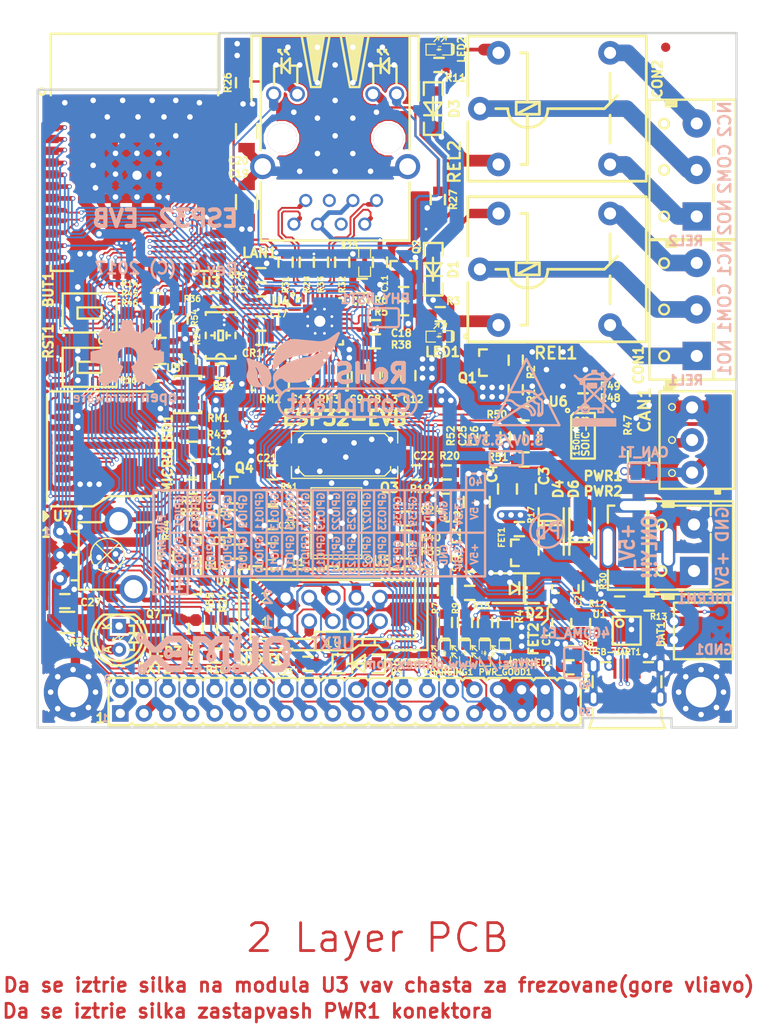
<source format=kicad_pcb>
(kicad_pcb (version 20170123) (host pcbnew no-vcs-found-ddec803~58~ubuntu14.04.1)
  (title_block (title ESP-EVB) (rev C) (company "OLIMEX Ltd.") (comment 1 https://www.olimex.com))
  (layers (0 F.Cu mixed) (31 B.Cu mixed hide) (34 B.Paste user hide) (35 F.Paste user hide) (36 B.SilkS user hide) (37 F.SilkS user) (38 B.Mask user hide) (39 F.Mask user hide) (44 Edge.Cuts user))
  (net 0 "")
  (net 1 +5V)
  (net 2 "Net-(400MA_E1-Pad1)")
  (net 3 GND)
  (net 4 "Net-(BAT1-Pad1)")
  (net 5 "Net-(BUT1-Pad2)")
  (net 6 /GPI34/BUT1)
  (net 7 "Net-(C3-Pad1)")
  (net 8 "Net-(C5-Pad2)")
  (net 9 +3V3)
  (net 10 "Net-(C10-Pad1)")
  (net 11 "Net-(C11-Pad1)")
  (net 12 "Net-(C18-Pad2)")
  (net 13 "Net-(CON1-Pad3)")
  (net 14 "Net-(CON1-Pad1)")
  (net 15 "Net-(CON1-Pad2)")
  (net 16 "Net-(CON2-Pad2)")
  (net 17 "Net-(CON2-Pad1)")
  (net 18 "Net-(CON2-Pad3)")
  (net 19 "Net-(CR1-Pad3)")
  (net 20 "Net-(D1-Pad2)")
  (net 21 "Net-(D3-Pad2)")
  (net 22 /GPIO3/U0RXD)
  (net 23 "Net-(D5-Pad1)")
  (net 24 /ESP_EN)
  (net 25 "/GPIO25/EMAC_RXD0(RMII)")
  (net 26 "/GPIO19/EMAC_TXD0(RMII)")
  (net 27 "/GPIO26/EMAC_RXD1(RMII)")
  (net 28 /GPIO33/REL2)
  (net 29 /GPIO32/REL1)
  (net 30 /GPIO9/SD_DATA2)
  (net 31 /GPIO8/SD_DATA1)
  (net 32 /GPIO6/SD_CLK)
  (net 33 /GPIO7/SD_DATA0)
  (net 34 /GPIO1/U0TXD)
  (net 35 /GPIO10/SD_DATA3)
  (net 36 /GPIO11/SD_CMD)
  (net 37 "Net-(L2-Pad1)")
  (net 38 "Net-(LED1-Pad2)")
  (net 39 "Net-(LED2-Pad2)")
  (net 40 "Net-(Q1-Pad1)")
  (net 41 "Net-(Q2-Pad1)")
  (net 42 /STAT2)
  (net 43 "Net-(R10-Pad1)")
  (net 44 /STAT1)
  (net 45 "Net-(R12-Pad2)")
  (net 46 "Net-(R12-Pad1)")
  (net 47 "/#PG(#TE)")
  (net 48 "Net-(R19-Pad1)")
  (net 49 "Net-(R39-Pad1)")
  (net 50 /PHYAD0)
  (net 51 /PHYAD1)
  (net 52 /PHYAD2)
  (net 53 /RMIISEL)
  (net 54 /VDD1A-2A)
  (net 55 /VDDCR)
  (net 56 "/GPIO22/EMAC_TXD1(RMII)")
  (net 57 "/GPIO21/EMAC_TX_EN(RMII)")
  (net 58 "Net-(MICRO_SD1-Pad5)")
  (net 59 "Net-(LAN1-Pad1)")
  (net 60 "Net-(LAN1-Pad2)")
  (net 61 "Net-(LAN1-Pad7)")
  (net 62 "Net-(LAN1-Pad8)")
  (net 63 "Net-(LAN1-PadAG1)")
  (net 64 "Net-(LAN1-PadAY1)")
  (net 65 "Net-(LAN1-PadKG1)")
  (net 66 "Net-(LAN1-PadKY1)")
  (net 67 "Net-(C19-Pad1)")
  (net 68 "Net-(CHARGING1-Pad1)")
  (net 69 "Net-(COMPLETE1-Pad1)")
  (net 70 "Net-(C21-Pad1)")
  (net 71 "Net-(C22-Pad1)")
  (net 72 /CANL)
  (net 73 /CANH)
  (net 74 "Net-(CAN_T1-Pad1)")
  (net 75 /GPI36/U1RXD)
  (net 76 /+5V_EXT)
  (net 77 /GPI39/IR_RECEIVE)
  (net 78 "/GPIO23/MDC(RMII)")
  (net 79 /GPIO27/EMAC_RX_CRS_DV)
  (net 80 /GPI35/CAN-RX)
  (net 81 /GPIO5/CAN-TX)
  (net 82 /GPIO4/U1TXD)
  (net 83 /GPIO0/XTAL1/CLKIN)
  (net 84 /GPIO2/HS2_DATA0)
  (net 85 /GPIO12/IR_Transmit)
  (net 86 /GPIO13/I2C-SDA)
  (net 87 /GPIO14/HS2_CLK)
  (net 88 /GPIO15/HS2_CMD)
  (net 89 /GPIO16/I2C-SCL)
  (net 90 /GPIO17/SPI_CS)
  (net 91 "/GPIO18/MDIO(RMII)")
  (net 92 /+5V_USB)
  (net 93 "Net-(LED3-Pad1)")
  (net 94 "Net-(LED3-Pad2)")
  (net 95 "Net-(MICRO_SD1-Pad1)")
  (net 96 "Net-(MICRO_SD1-Pad2)")
  (net 97 "Net-(MICRO_SD1-Pad8)")
  (net 98 "Net-(PWR_GOOD1-Pad1)")
  (net 99 "Net-(Q4-Pad2)")
  (net 100 "Net-(Q4-Pad1)")
  (net 101 "Net-(Q5-Pad2)")
  (net 102 "Net-(Q5-Pad1)")
  (net 103 "Net-(Q7-Pad1)")
  (net 104 "Net-(R35-Pad1)")
  (net 105 "Net-(R40-Pad1)")
  (net 106 "Net-(R48-Pad1)")
  (net 107 "Net-(R50-Pad2)")
  (net 108 "Net-(R51-Pad2)")
  (net 109 "Net-(U3-Pad32)")
  (net 110 "Net-(U4-Pad4)")
  (net 111 "Net-(U4-Pad14)")
  (net 112 "Net-(U4-Pad18)")
  (net 113 "Net-(U4-Pad20)")
  (net 114 "Net-(U4-Pad26)")
  (net 115 "Net-(U5-Pad6)")
  (net 116 "Net-(U5-Pad7)")
  (net 117 "Net-(U5-Pad11)")
  (net 118 "Net-(U5-Pad12)")
  (net 119 "Net-(U5-Pad13)")
  (net 120 "Net-(U5-Pad14)")
  (net 121 "Net-(U5-Pad17)")
  (net 122 "Net-(U6-Pad5)")
  (net 123 "Net-(USB-UART1-Pad4)")
  (net 124 /OSC_DIS)
  (net 125 "Net-(PWRLED1-Pad1)")
  (net 126 "Net-(Q5-Pad3)")
  (net 127 "Net-(C28-Pad1)")
  (net 128 "Net-(MICRO_SD1-Pad7)")
  (net 129 "Net-(5.0V/3.3V1-Pad2)")
  (net 130 "Net-(R44-Pad2)")
  (net 131 /D_Com)
  (module OLIMEX_Connectors-FP:USB-MICRO_MISB-SWMM-5B_LF (layer F.Cu) (at 133 138.303 270)
    (fp_text reference USB-UART1 (at -4.699 1.301 180) (layer F.SilkS) (effects (font (size 0.635 0.635) (thickness 0.15875))))
    (fp_text value "MISB-SWMM-5B-LF(USB_MICRO)")
    (pad 0 thru_hole oval (at 0.25 -3.6) (size 1.2 1.8) (drill oval 0.6 1.2) (layers *.Cu *.Mask) (net 3 GND))
    (pad 0 thru_hole oval (at -3.22 -3.6) (size 1.2 1.8) (drill oval 0.6 1.2) (layers *.Cu *.Mask) (net 3 GND))
    (pad 0 thru_hole oval (at -3.22 3.6) (size 1.2 1.8) (drill oval 0.6 1.2) (layers *.Cu *.Mask) (net 3 GND))
    (pad 0 thru_hole oval (at 0.25 3.6) (size 1.2 1.8) (drill oval 0.6 1.2) (layers *.Cu *.Mask) (net 3 GND))
    (pad 0 smd rect (at 1.4 -1.5) (size 1.1 1) (layers F.Cu F.Paste F.Mask) (net 3 GND))
    (pad 0 smd rect (at 1.4 1.5) (size 1.1 1) (layers F.Cu F.Paste F.Mask) (net 3 GND))
    (pad "" np_thru_hole circle (at -1.9 -2) (size 0.6 0.6) (drill 0.6) (layers *.Cu *.Mask))
    (pad "" np_thru_hole circle (at -1.9 2) (size 0.6 0.6) (drill 0.6) (layers *.Cu *.Mask))
    (pad 5 smd rect (at -2.9 -1.3) (size 0.325 2.15) (layers F.Cu F.Paste F.Mask) (net 3 GND))
    (pad 4 smd rect (at -2.9 -0.65) (size 0.325 2.15) (layers F.Cu F.Paste F.Mask) (net 123 "Net-(USB-UART1-Pad4)"))
    (pad 3 smd rect (at -2.9 0) (size 0.325 2.15) (layers F.Cu F.Paste F.Mask) (net 115 "Net-(U5-Pad6)"))
    (pad 2 smd rect (at -2.9 0.65) (size 0.325 2.15) (layers F.Cu F.Paste F.Mask) (net 116 "Net-(U5-Pad7)"))
    (pad 1 smd rect (at -2.9 1.3) (size 0.325 2.15) (layers F.Cu F.Paste F.Mask) (net 92 /+5V_USB))
  )
  (module OLIMEX_Other-FP:Fiducial1x3 (layer F.Cu) (at 137.16 68.58)
    (fp_text reference "" (at 0 3) (layer F.SilkS))
    (fp_text value "")
    (pad Fid1 connect circle (at 0 0) (size 1 1) (layers F.Cu F.Mask) (clearance 1.016))
  )
  (module OLIMEX_Other-FP:Fiducial1x3 (layer F.Cu) (at 71.501 133.35)
    (fp_text reference "" (at 0 3) (layer F.SilkS))
    (fp_text value "")
    (pad Fid1 connect circle (at 0 0) (size 1 1) (layers F.Cu F.Mask) (clearance 1.016))
  )
  (module OLIMEX_IC-FP:MSOP-10_Pitch-0.5mm_3.00x3.00x1.00mm (layer F.Cu) (at 132.969 131.318 270)
    (fp_text reference U1 (at -1.778 2.921) (layer F.SilkS) (effects (font (size 0.762 0.762) (thickness 0.1905))))
    (fp_text value "MCP73833(MSOP10)")
    (pad 10 smd rect (at -1 -2.4 270) (size 0.25 1) (layers F.Cu F.Paste F.Mask) (net 4 "Net-(BAT1-Pad1)"))
    (pad 9 smd rect (at -0.5 -2.4 270) (size 0.25 1) (layers F.Cu F.Paste F.Mask) (net 4 "Net-(BAT1-Pad1)"))
    (pad 8 smd rect (at 0 -2.4 270) (size 0.25 1) (layers F.Cu F.Paste F.Mask) (net 46 "Net-(R12-Pad1)"))
    (pad 7 smd rect (at 0.5 -2.4 270) (size 0.25 1) (layers F.Cu F.Paste F.Mask) (net 47 "/#PG(#TE)"))
    (pad 6 smd rect (at 1 -2.4 270) (size 0.25 1) (layers F.Cu F.Paste F.Mask) (net 43 "Net-(R10-Pad1)"))
    (pad 5 smd rect (at 1 2.4 270) (size 0.25 1) (layers F.Cu F.Paste F.Mask) (net 3 GND))
    (pad 4 smd rect (at 0.5 2.4 270) (size 0.25 1) (layers F.Cu F.Paste F.Mask) (net 42 /STAT2))
    (pad 3 smd rect (at 0 2.4 270) (size 0.25 1) (layers F.Cu F.Paste F.Mask) (net 44 /STAT1))
    (pad 2 smd rect (at -0.5 2.4 270) (size 0.25 1) (layers F.Cu F.Paste F.Mask) (net 1 +5V))
    (pad 1 smd rect (at -1 2.4 270) (size 0.25 1) (layers F.Cu F.Paste F.Mask) (net 1 +5V))
  )
  (module OLIMEX_IC-FP:SOIC-8_150mil (layer F.Cu) (at 128.27 110.363 270)
    (fp_text reference U6 (at -3.683 2.667 180) (layer F.SilkS) (effects (font (size 1.016 1.016) (thickness 0.254))))
    (fp_text value "MCP2551-I/SN(SOIC-8_150mil)")
    (fp_text user SOIC-8 (at 0.05588 -0.27178 270) (layer F.SilkS) (effects (font (size 0.762 0.762) (thickness 0.1905))))
    (fp_text user 150mil (at 0.508 0.7112 270) (layer F.SilkS) (effects (font (size 0.635 0.635) (thickness 0.15875))))
    (pad 8 smd rect (at -1.905 -2.5 270) (size 0.6 2.2) (layers F.Cu F.Paste F.Mask) (net 106 "Net-(R48-Pad1)") (clearance 0.0508))
    (pad 7 smd rect (at -0.635 -2.5 270) (size 0.6 2.2) (layers F.Cu F.Paste F.Mask) (net 73 /CANH) (clearance 0.0508))
    (pad 6 smd rect (at 0.635 -2.5 270) (size 0.6 2.2) (layers F.Cu F.Paste F.Mask) (net 72 /CANL) (clearance 0.0508))
    (pad 5 smd rect (at 1.905 -2.5 270) (size 0.6 2.2) (layers F.Cu F.Paste F.Mask) (net 122 "Net-(U6-Pad5)") (clearance 0.0508))
    (pad 4 smd rect (at 1.905 2.5 270) (size 0.6 2.2) (layers F.Cu F.Paste F.Mask) (net 108 "Net-(R51-Pad2)") (clearance 0.0508))
    (pad 3 smd rect (at 0.635 2.5 270) (size 0.6 2.2) (layers F.Cu F.Paste F.Mask) (net 129 "Net-(5.0V/3.3V1-Pad2)") (clearance 0.0508))
    (pad 2 smd rect (at -0.635 2.5 270) (size 0.6 2.2) (layers F.Cu F.Paste F.Mask) (net 3 GND) (clearance 0.0508))
    (pad 1 smd rect (at -1.905 2.5 270) (size 0.6 2.2) (layers F.Cu F.Paste F.Mask) (net 107 "Net-(R50-Pad2)") (clearance 0.0508))
  )
  (module OLIMEX_IC-FP:SSOP-20W (layer F.Cu) (at 101.727 119.761 90)
    (fp_text reference U5 (at -4.064 4.953 180) (layer F.SilkS) (effects (font (size 1.016 1.016) (thickness 0.254))))
    (fp_text value "CH340T(SSOP20W)")
    (pad 1 smd rect (at -2.925 3.6195 90) (size 0.325 1.27) (layers F.Cu F.Paste F.Mask))
    (pad 2 smd rect (at -2.275 3.6195 90) (size 0.325 1.27) (layers F.Cu F.Paste F.Mask))
    (pad 3 smd rect (at -1.625 3.6195 90) (size 0.325 1.27) (layers F.Cu F.Paste F.Mask) (net 104 "Net-(R35-Pad1)"))
    (pad 4 smd rect (at -0.975 3.6195 90) (size 0.325 1.27) (layers F.Cu F.Paste F.Mask) (net 105 "Net-(R40-Pad1)"))
    (pad 5 smd rect (at -0.325 3.6195 90) (size 0.325 1.27) (layers F.Cu F.Paste F.Mask) (net 9 +3V3))
    (pad 6 smd rect (at 0.325 3.6195 90) (size 0.325 1.27) (layers F.Cu F.Paste F.Mask) (net 115 "Net-(U5-Pad6)"))
    (pad 7 smd rect (at 0.975 3.6195 90) (size 0.325 1.27) (layers F.Cu F.Paste F.Mask) (net 116 "Net-(U5-Pad7)"))
    (pad 8 smd rect (at 1.625 3.6195 90) (size 0.325 1.27) (layers F.Cu F.Paste F.Mask) (net 3 GND))
    (pad 9 smd rect (at 2.275 3.6195 90) (size 0.325 1.27) (layers F.Cu F.Paste F.Mask) (net 70 "Net-(C21-Pad1)"))
    (pad 10 smd rect (at 2.925 3.6195 90) (size 0.325 1.27) (layers F.Cu F.Paste F.Mask) (net 71 "Net-(C22-Pad1)"))
    (pad 11 smd rect (at 2.925 -3.6195 90) (size 0.325 1.27) (layers F.Cu F.Paste F.Mask) (net 117 "Net-(U5-Pad11)"))
    (pad 12 smd rect (at 2.275 -3.6195 90) (size 0.325 1.27) (layers F.Cu F.Paste F.Mask) (net 118 "Net-(U5-Pad12)"))
    (pad 13 smd rect (at 1.625 -3.6195 90) (size 0.325 1.27) (layers F.Cu F.Paste F.Mask) (net 119 "Net-(U5-Pad13)"))
    (pad 14 smd rect (at 0.975 -3.6195 90) (size 0.325 1.27) (layers F.Cu F.Paste F.Mask) (net 120 "Net-(U5-Pad14)"))
    (pad 15 smd rect (at 0.325 -3.6195 90) (size 0.325 1.27) (layers F.Cu F.Paste F.Mask) (net 101 "Net-(Q5-Pad2)"))
    (pad 16 smd rect (at -0.325 -3.6195 90) (size 0.325 1.27) (layers F.Cu F.Paste F.Mask) (net 99 "Net-(Q4-Pad2)"))
    (pad 17 smd rect (at -0.975 -3.6195 90) (size 0.325 1.27) (layers F.Cu F.Paste F.Mask) (net 121 "Net-(U5-Pad17)"))
    (pad 18 smd rect (at -1.625 -3.6195 90) (size 0.325 1.27) (layers F.Cu F.Paste F.Mask))
    (pad 19 smd rect (at -2.275 -3.6195 90) (size 0.325 1.27) (layers F.Cu F.Paste F.Mask) (net 9 +3V3))
    (pad 20 smd rect (at -2.925 -3.6195 90) (size 0.325 1.27) (layers F.Cu F.Paste F.Mask) (net 3 GND))
  )
  (module OLIMEX_IC-FP:RPM7236-H8 (layer F.Cu) (at 77.089 123.19 270)
    (fp_text reference U7 (at -4.191 4.826 180) (layer F.SilkS) (effects (font (size 1.016 1.016) (thickness 0.254))))
    (fp_text value RPM7236-H8)
    (pad 0 thru_hole circle (at 3.65 -2.82 270) (size 3 3) (drill 2) (layers *.Cu *.Mask) (net 3 GND))
    (pad 0 thru_hole circle (at -3.65 -1.22 270) (size 3 3) (drill 2) (layers *.Cu *.Mask) (net 3 GND))
    (pad 3 thru_hole circle (at 2.54 5.08 270) (size 1.524 1.524) (drill 0.8) (layers *.Cu *.Mask) (net 9 +3V3))
    (pad 2 thru_hole circle (at 0 5.08 270) (size 1.524 1.524) (drill 0.8) (layers *.Cu *.Mask) (net 3 GND))
    (pad 1 thru_hole circle (at -2.54 5.08 270) (size 1.524 1.524) (drill 0.8) (layers *.Cu *.Mask) (net 77 /GPI39/IR_RECEIVE))
  )
  (module OLIMEX_LEDs-FP:LED-5mm-PTH-AK (layer F.Cu) (at 78.359 132.08 90)
    (fp_text reference LED3 (at -1.524 4.953 180) (layer F.SilkS) (effects (font (size 1.016 1.016) (thickness 0.254))))
    (fp_text value LED/IR333-A/5mm)
    (fp_text user K (at 1.27 -1.3 90) (layer F.SilkS) (effects (font (size 0.889 0.889) (thickness 0.2032))))
    (fp_text user A (at -1.27 -1.3 90) (layer F.SilkS) (effects (font (size 0.889 0.889) (thickness 0.2032))))
    (pad 2 thru_hole rect (at 1.27 0 270) (size 1.524 1.524) (drill 0.8) (layers *.Cu *.Mask) (net 94 "Net-(LED3-Pad2)"))
    (pad 1 thru_hole circle (at -1.27 0 270) (size 1.524 1.524) (drill 0.8) (layers *.Cu *.Mask) (net 93 "Net-(LED3-Pad1)"))
  )
  (module OLIMEX_LOGOs-FP:OLIMEX_LOGO_TB (layer B.Cu) (at 88.392 133.731 180)
    (fp_text reference "" hide)
    (fp_text value "" hide)
  )
  (module "OLIMEX_IC-FP:QFN32_EP(33)_5.00x5.00x0.90mm_Pitch_0.50mm" (layer F.Cu) (at 99.949 98.044 270)
    (fp_text reference U4 (at -2.032 4.191 180) (layer F.SilkS) (effects (font (size 1.016 1.016) (thickness 0.254))))
    (fp_text value "LAN8710A-EZC(QFN32)")
    (pad 33 smd rect (at 0 0 270) (size 3.6 3.6) (layers F.Cu F.Mask) (net 3 GND))
    (pad 33 thru_hole rect (at -0.5 -1.3 270) (size 0.4 0.4) (drill 0.3) (layers *.Cu F.Mask) (net 3 GND))
    (pad 33 thru_hole rect (at 0.5 -1.3 270) (size 0.4 0.4) (drill 0.3) (layers *.Cu F.Mask) (net 3 GND))
    (pad 33 thru_hole rect (at 1.3 -0.5 270) (size 0.4 0.4) (drill 0.29972) (layers *.Cu F.Mask) (net 3 GND))
    (pad 33 thru_hole rect (at 1.3 0.5 270) (size 0.4 0.4) (drill 0.3) (layers *.Cu F.Mask) (net 3 GND))
    (pad 33 thru_hole rect (at 0.5 1.3 270) (size 0.4 0.4) (drill 0.3) (layers *.Cu F.Mask) (net 3 GND))
    (pad 33 thru_hole rect (at -0.5 1.3 270) (size 0.4 0.4) (drill 0.3) (layers *.Cu F.Mask) (net 3 GND))
    (pad 33 thru_hole rect (at -1.3 0.5 270) (size 0.4 0.4) (drill 0.3) (layers *.Cu F.Mask) (net 3 GND))
    (pad 33 thru_hole rect (at -1.3 -0.5 270) (size 0.4 0.4) (drill 0.3) (layers *.Cu F.Mask) (net 3 GND))
    (pad 33 thru_hole rect (at 0 0 270) (size 1.4224 1.4224) (drill 1.2) (layers *.Cu *.Mask) (net 3 GND))
    (pad 32 smd rect (at -2.45 1.75 270) (size 0.8 0.25) (layers F.Cu F.Paste F.Mask) (net 49 "Net-(R39-Pad1)"))
    (pad 31 smd rect (at -2.45 1.25 270) (size 0.8 0.25) (layers F.Cu F.Paste F.Mask) (net 61 "Net-(LAN1-Pad7)"))
    (pad 30 smd rect (at -2.45 0.75 270) (size 0.8 0.25) (layers F.Cu F.Paste F.Mask) (net 62 "Net-(LAN1-Pad8)"))
    (pad 29 smd rect (at -2.45 0.25 270) (size 0.8 0.25) (layers F.Cu F.Paste F.Mask) (net 59 "Net-(LAN1-Pad1)"))
    (pad 28 smd rect (at -2.45 -0.25 270) (size 0.8 0.25) (layers F.Cu F.Paste F.Mask) (net 60 "Net-(LAN1-Pad2)"))
    (pad 27 smd rect (at -2.45 -0.75 270) (size 0.8 0.25) (layers F.Cu F.Paste F.Mask) (net 54 /VDD1A-2A))
    (pad 26 smd rect (at -2.45 -1.25 270) (size 0.8 0.25) (layers F.Cu F.Paste F.Mask) (net 114 "Net-(U4-Pad26)"))
    (pad 25 smd rect (at -2.45 -1.75 270) (size 0.8 0.25) (layers F.Cu F.Paste F.Mask) (net 3 GND))
    (pad 24 smd rect (at -1.75 -2.45 180) (size 0.8 0.25) (layers F.Cu F.Paste F.Mask) (net 3 GND))
    (pad 23 smd rect (at -1.25 -2.45 180) (size 0.8 0.25) (layers F.Cu F.Paste F.Mask) (net 56 "/GPIO22/EMAC_TXD1(RMII)"))
    (pad 22 smd rect (at -0.75 -2.45 180) (size 0.8 0.25) (layers F.Cu F.Paste F.Mask) (net 26 "/GPIO19/EMAC_TXD0(RMII)"))
    (pad 21 smd rect (at -0.25 -2.45 180) (size 0.8 0.25) (layers F.Cu F.Paste F.Mask) (net 57 "/GPIO21/EMAC_TX_EN(RMII)"))
    (pad 20 smd rect (at 0.25 -2.45 180) (size 0.8 0.25) (layers F.Cu F.Paste F.Mask) (net 113 "Net-(U4-Pad20)"))
    (pad 19 smd rect (at 0.75 -2.45 180) (size 0.8 0.25) (layers F.Cu F.Paste F.Mask) (net 12 "Net-(C18-Pad2)"))
    (pad 18 smd rect (at 1.25 -2.45 180) (size 0.8 0.25) (layers F.Cu F.Paste F.Mask) (net 112 "Net-(U4-Pad18)"))
    (pad 17 smd rect (at 1.75 -2.45 180) (size 0.8 0.25) (layers F.Cu F.Paste F.Mask) (net 78 "/GPIO23/MDC(RMII)"))
    (pad 16 smd rect (at 2.45 -1.75 90) (size 0.8 0.25) (layers F.Cu F.Paste F.Mask) (net 91 "/GPIO18/MDIO(RMII)"))
    (pad 15 smd rect (at 2.45 -1.25 90) (size 0.8 0.25) (layers F.Cu F.Paste F.Mask) (net 79 /GPIO27/EMAC_RX_CRS_DV))
    (pad 14 smd rect (at 2.45 -0.75 90) (size 0.8 0.25) (layers F.Cu F.Paste F.Mask) (net 111 "Net-(U4-Pad14)"))
    (pad 13 smd rect (at 2.45 -0.25 90) (size 0.8 0.25) (layers F.Cu F.Paste F.Mask) (net 50 /PHYAD0))
    (pad 12 smd rect (at 2.45 0.25 90) (size 0.8 0.25) (layers F.Cu F.Paste F.Mask) (net 9 +3V3))
    (pad 11 smd rect (at 2.45 0.75 90) (size 0.8 0.25) (layers F.Cu F.Paste F.Mask) (net 25 "/GPIO25/EMAC_RXD0(RMII)"))
    (pad 10 smd rect (at 2.45 1.25 90) (size 0.8 0.25) (layers F.Cu F.Paste F.Mask) (net 27 "/GPIO26/EMAC_RXD1(RMII)"))
    (pad 9 smd rect (at 2.45 1.75 90) (size 0.8 0.25) (layers F.Cu F.Paste F.Mask) (net 53 /RMIISEL))
    (pad 8 smd rect (at 1.75 2.45) (size 0.8 0.25) (layers F.Cu F.Paste F.Mask) (net 52 /PHYAD2))
    (pad 7 smd rect (at 1.25 2.45) (size 0.8 0.25) (layers F.Cu F.Paste F.Mask) (net 51 /PHYAD1))
    (pad 6 smd rect (at 0.75 2.45) (size 0.8 0.25) (layers F.Cu F.Paste F.Mask) (net 55 /VDDCR))
    (pad 5 smd rect (at 0.25 2.45) (size 0.8 0.25) (layers F.Cu F.Paste F.Mask) (net 83 /GPIO0/XTAL1/CLKIN))
    (pad 4 smd rect (at -0.25 2.45) (size 0.8 0.25) (layers F.Cu F.Paste F.Mask) (net 110 "Net-(U4-Pad4)"))
    (pad 3 smd rect (at -0.75 2.45) (size 0.8 0.25) (layers F.Cu F.Paste F.Mask) (net 64 "Net-(LAN1-PadAY1)"))
    (pad 2 smd rect (at -1.25 2.45) (size 0.8 0.25) (layers F.Cu F.Paste F.Mask) (net 65 "Net-(LAN1-PadKG1)"))
    (pad 1 smd rect (at -1.75 2.45) (size 0.8 0.25) (layers F.Cu F.Paste F.Mask) (net 54 /VDD1A-2A))
  )
  (module OLIMEX_RLC-FP:0R_0603 (layer F.Cu) (at 104.775 91.694 90)
    (fp_text reference R25 (at 1.778 -1.651) (layer F.SilkS) (effects (font (size 0.635 0.635) (thickness 0.15875))))
    (fp_text value "0R(board_mounted)")
    (pad 1 smd rect (at -0.889 0 90) (size 1.016 1.016) (layers F.Cu F.Paste F.Mask) (net 54 /VDD1A-2A) (clearance 0.0508))
    (pad 2 smd rect (at 0.889 0 90) (size 1.016 1.016) (layers F.Cu F.Paste F.Mask) (net 11 "Net-(C11-Pad1)") (clearance 0.0508))
    (pad 1 smd rect (at 0 0 90) (size 0.78 0.5) (layers F.Cu F.Mask) (net 54 /VDD1A-2A) (clearance 0.0508))
  )
  (module OLIMEX_Cases-FP:ESP-WROOM-32_MODULE (layer F.Cu) (at 80.01 79.883)
    (fp_text reference U3 (at 8.255 13.97) (layer F.SilkS) (effects (font (size 1.016 1.016) (thickness 0.254))))
    (fp_text value ESP-WROOM-32)
    (pad 39 thru_hole circle (at -2.0404 4.7998) (size 1.3 1.3) (drill 0.6) (layers *.Cu *.Mask) (net 3 GND))
    (pad 39 thru_hole circle (at 0.271 2.463) (size 2 2) (drill 1) (layers *.Cu *.Mask) (net 3 GND))
    (pad 39 smd rect (at 0.3 2.45) (size 6 6) (layers F.Cu F.Mask) (net 3 GND))
    (pad 38 smd rect (at 9 -5.21) (size 1.7 0.9) (layers F.Cu F.Paste F.Mask) (net 3 GND))
    (pad 37 smd rect (at 9 -3.94) (size 1.7 0.9) (layers F.Cu F.Paste F.Mask) (net 78 "/GPIO23/MDC(RMII)"))
    (pad 36 smd rect (at 9 -2.67) (size 1.7 0.9) (layers F.Cu F.Paste F.Mask) (net 56 "/GPIO22/EMAC_TXD1(RMII)"))
    (pad 35 smd rect (at 9 -1.4) (size 1.7 0.9) (layers F.Cu F.Paste F.Mask) (net 34 /GPIO1/U0TXD))
    (pad 34 smd rect (at 9 -0.13) (size 1.7 0.9) (layers F.Cu F.Paste F.Mask) (net 22 /GPIO3/U0RXD))
    (pad 33 smd rect (at 9 1.14) (size 1.7 0.9) (layers F.Cu F.Paste F.Mask) (net 57 "/GPIO21/EMAC_TX_EN(RMII)"))
    (pad 32 smd rect (at 9 2.41) (size 1.7 0.9) (layers F.Cu F.Paste F.Mask) (net 109 "Net-(U3-Pad32)"))
    (pad 31 smd rect (at 9 3.68) (size 1.7 0.9) (layers F.Cu F.Paste F.Mask) (net 26 "/GPIO19/EMAC_TXD0(RMII)"))
    (pad 30 smd rect (at 9 4.95) (size 1.7 0.9) (layers F.Cu F.Paste F.Mask) (net 91 "/GPIO18/MDIO(RMII)"))
    (pad 29 smd rect (at 9 6.22) (size 1.7 0.9) (layers F.Cu F.Paste F.Mask) (net 81 /GPIO5/CAN-TX))
    (pad 28 smd rect (at 9 7.49) (size 1.7 0.9) (layers F.Cu F.Paste F.Mask) (net 90 /GPIO17/SPI_CS))
    (pad 27 smd rect (at 9 8.76) (size 1.7 0.9) (layers F.Cu F.Paste F.Mask) (net 89 /GPIO16/I2C-SCL))
    (pad 26 smd rect (at 9 10.03) (size 1.7 0.9) (layers F.Cu F.Paste F.Mask) (net 82 /GPIO4/U1TXD))
    (pad 25 smd rect (at 9 11.3) (size 1.7 0.9) (layers F.Cu F.Paste F.Mask) (net 83 /GPIO0/XTAL1/CLKIN))
    (pad 24 smd rect (at 5.73 12.75) (size 0.9 1.7) (layers F.Cu F.Paste F.Mask) (net 84 /GPIO2/HS2_DATA0))
    (pad 23 smd rect (at 4.46 12.75) (size 0.9 1.7) (layers F.Cu F.Paste F.Mask) (net 88 /GPIO15/HS2_CMD))
    (pad 22 smd rect (at 3.19 12.75) (size 0.9 1.7) (layers F.Cu F.Paste F.Mask) (net 31 /GPIO8/SD_DATA1))
    (pad 21 smd rect (at 1.92 12.75) (size 0.9 1.7) (layers F.Cu F.Paste F.Mask) (net 33 /GPIO7/SD_DATA0))
    (pad 20 smd rect (at 0.65 12.75) (size 0.9 1.7) (layers F.Cu F.Paste F.Mask) (net 32 /GPIO6/SD_CLK))
    (pad 19 smd rect (at -0.62 12.75) (size 0.9 1.7) (layers F.Cu F.Paste F.Mask) (net 36 /GPIO11/SD_CMD))
    (pad 18 smd rect (at -1.89 12.75) (size 0.9 1.7) (layers F.Cu F.Paste F.Mask) (net 35 /GPIO10/SD_DATA3))
    (pad 17 smd rect (at -3.16 12.75) (size 0.9 1.7) (layers F.Cu F.Paste F.Mask) (net 30 /GPIO9/SD_DATA2))
    (pad 16 smd rect (at -4.43 12.75) (size 0.9 1.7) (layers F.Cu F.Paste F.Mask) (net 86 /GPIO13/I2C-SDA))
    (pad 15 smd rect (at -5.7 12.75) (size 0.9 1.7) (layers F.Cu F.Paste F.Mask) (net 3 GND))
    (pad 14 smd rect (at -9 11.26) (size 1.7 0.9) (layers F.Cu F.Paste F.Mask) (net 85 /GPIO12/IR_Transmit))
    (pad 13 smd rect (at -9 9.99) (size 1.7 0.9) (layers F.Cu F.Paste F.Mask) (net 87 /GPIO14/HS2_CLK))
    (pad 12 smd rect (at -9 8.72) (size 1.7 0.9) (layers F.Cu F.Paste F.Mask) (net 79 /GPIO27/EMAC_RX_CRS_DV))
    (pad 11 smd rect (at -9 7.45) (size 1.7 0.9) (layers F.Cu F.Paste F.Mask) (net 27 "/GPIO26/EMAC_RXD1(RMII)"))
    (pad 10 smd rect (at -9 6.18) (size 1.7 0.9) (layers F.Cu F.Paste F.Mask) (net 25 "/GPIO25/EMAC_RXD0(RMII)"))
    (pad 9 smd rect (at -9 4.91) (size 1.7 0.9) (layers F.Cu F.Paste F.Mask) (net 28 /GPIO33/REL2))
    (pad 8 smd rect (at -9 3.64) (size 1.7 0.9) (layers F.Cu F.Paste F.Mask) (net 29 /GPIO32/REL1))
    (pad 7 smd rect (at -9 2.37) (size 1.7 0.9) (layers F.Cu F.Paste F.Mask) (net 80 /GPI35/CAN-RX))
    (pad 6 smd rect (at -9 1.1) (size 1.7 0.9) (layers F.Cu F.Paste F.Mask) (net 6 /GPI34/BUT1))
    (pad 5 smd rect (at -9 -0.17) (size 1.7 0.9) (layers F.Cu F.Paste F.Mask) (net 77 /GPI39/IR_RECEIVE))
    (pad 4 smd rect (at -9 -1.44) (size 1.7 0.9) (layers F.Cu F.Paste F.Mask) (net 75 /GPI36/U1RXD))
    (pad 3 smd rect (at -9 -2.71) (size 1.7 0.9) (layers F.Cu F.Paste F.Mask) (net 24 /ESP_EN))
    (pad 2 smd rect (at -9 -3.98) (size 1.7 0.9) (layers F.Cu F.Paste F.Mask) (net 9 +3V3))
    (pad 1 smd rect (at -9 -5.25) (size 1.7 0.9) (layers F.Cu F.Paste F.Mask) (net 3 GND))
    (pad 39 thru_hole circle (at 2.6332 4.7998) (size 1.3 1.3) (drill 0.6) (layers *.Cu *.Mask) (net 3 GND))
    (pad 39 thru_hole circle (at -2.0404 0.1008) (size 1.3 1.3) (drill 0.6) (layers *.Cu *.Mask) (net 3 GND))
    (pad 39 thru_hole circle (at 2.6332 0.1008) (size 1.3 1.3) (drill 0.6) (layers *.Cu *.Mask) (net 3 GND))
    (pad 39 thru_hole circle (at 0.271 0.1008) (size 1.3 1.3) (drill 0.6) (layers *.Cu *.Mask) (net 3 GND))
    (pad 39 thru_hole circle (at 0.271 4.7998) (size 1.3 1.3) (drill 0.6) (layers *.Cu *.Mask) (net 3 GND))
    (pad 39 thru_hole circle (at -2.0404 2.336) (size 1.3 1.3) (drill 0.6) (layers *.Cu *.Mask) (net 3 GND))
    (pad 39 thru_hole circle (at 2.6332 2.336) (size 1.3 1.3) (drill 0.6) (layers *.Cu *.Mask) (net 3 GND))
  )
  (module OLIMEX_Connectors-FP:TFC-WXCP11-08-LF (layer F.Cu) (at 76.327 111.125 180)
    (fp_text reference MICRO_SD1 (at -7.239 -1.143 270) (layer F.SilkS) (effects (font (size 1.016 1.016) (thickness 0.254))))
    (fp_text value TFC-WXCP11-08-LF)
    (pad SH2 smd rect (at -5.25 -3.15 270) (size 3.1 1.5) (layers F.Cu F.Paste F.Mask) (net 3 GND))
    (pad SH1 smd rect (at -5.25 2.91 270) (size 3.1 1.5) (layers F.Cu F.Paste F.Mask) (net 3 GND))
    (pad FID4 smd circle (at 5.72 5.54 270) (size 0.4 0.4) (layers F.Cu F.Mask))
    (pad FID3 smd circle (at -6.08 5.54 270) (size 0.4 0.4) (layers F.Cu F.Mask))
    (pad FID2 smd circle (at -6.08 -5.73 270) (size 0.4 0.4) (layers F.Cu F.Mask))
    (pad FID1 smd circle (at 5.72 -6.82 270) (size 0.4 0.4) (layers F.Cu F.Mask))
    (pad 8 smd rect (at 4 3.85 270) (size 0.8 1.5) (layers F.Cu F.Paste F.Mask) (net 97 "Net-(MICRO_SD1-Pad8)"))
    (pad 7 smd rect (at 4 2.75 270) (size 0.8 1.5) (layers F.Cu F.Paste F.Mask) (net 128 "Net-(MICRO_SD1-Pad7)"))
    (pad 6 smd rect (at 4 1.65 270) (size 0.8 1.5) (layers F.Cu F.Paste F.Mask) (net 3 GND))
    (pad 5 smd rect (at 4 0.55 270) (size 0.8 1.5) (layers F.Cu F.Paste F.Mask) (net 58 "Net-(MICRO_SD1-Pad5)"))
    (pad 4 smd rect (at 4 -0.55 270) (size 0.8 1.5) (layers F.Cu F.Paste F.Mask) (net 10 "Net-(C10-Pad1)"))
    (pad 3 smd rect (at 4 -1.65 270) (size 0.8 1.5) (layers F.Cu F.Paste F.Mask) (net 88 /GPIO15/HS2_CMD))
    (pad 2 smd rect (at 4 -2.75 270) (size 0.8 1.5) (layers F.Cu F.Paste F.Mask) (net 96 "Net-(MICRO_SD1-Pad2)"))
    (pad 1 smd rect (at 4 -3.85 270) (size 0.8 1.5) (layers F.Cu F.Paste F.Mask) (net 95 "Net-(MICRO_SD1-Pad1)"))
  )
  (module OLIMEX_Connectors-FP:TB3-3.5mm (layer F.Cu) (at 140 110.815 270)
    (fp_text reference CAN1 (at -3.246 5.126 270) (layer F.SilkS) (effects (font (size 1.27 1.27) (thickness 0.254))))
    (fp_text value TB3-3.5mm)
    (pad 3 thru_hole circle (at 3.5 0 270) (size 2.54 2.54) (drill 1.3) (layers *.Cu *.Mask) (net 73 /CANH))
    (pad 1 thru_hole circle (at -3.5 0 270) (size 2.54 2.54) (drill 1.3) (layers *.Cu *.Mask) (net 3 GND))
    (pad 2 thru_hole circle (at 0 0 270) (size 2.54 2.54) (drill 1.3) (layers *.Cu *.Mask) (net 72 /CANL))
  )
  (module OLIMEX_Connectors-FP:UEXT_ML10 (layer F.Cu) (at 101.346 129.032)
    (fp_text reference UEXT1 (at -7.747 5.461) (layer F.SilkS) (effects (font (size 1.016 1.016) (thickness 0.254))))
    (fp_text value BH10S)
    (fp_text user 10 (at 0.0381 3.55092) (layer F.SilkS))
    (fp_text user 1 (at -7.2644 1.39192) (layer F.SilkS))
    (fp_text user 2 (at -7.34822 -1.23444) (layer F.SilkS))
    (pad 10 thru_hole circle (at 5.08 -1.27) (size 1.7 1.7) (drill 1.1) (layers *.Cu *.Mask) (net 90 /GPIO17/SPI_CS))
    (pad 9 thru_hole circle (at 5.08 1.27) (size 1.7 1.7) (drill 1.1) (layers *.Cu *.Mask) (net 87 /GPIO14/HS2_CLK))
    (pad 8 thru_hole circle (at 2.54 -1.27) (size 1.7 1.7) (drill 1.1) (layers *.Cu *.Mask) (net 84 /GPIO2/HS2_DATA0))
    (pad 7 thru_hole circle (at 2.54 1.27) (size 1.7 1.7) (drill 1.1) (layers *.Cu *.Mask) (net 88 /GPIO15/HS2_CMD))
    (pad 6 thru_hole circle (at 0 -1.27) (size 1.7 1.7) (drill 1.1) (layers *.Cu *.Mask) (net 86 /GPIO13/I2C-SDA))
    (pad 5 thru_hole circle (at 0 1.27) (size 1.7 1.7) (drill 1.1) (layers *.Cu *.Mask) (net 89 /GPIO16/I2C-SCL))
    (pad 4 thru_hole circle (at -2.54 -1.27) (size 1.7 1.7) (drill 1.1) (layers *.Cu *.Mask) (net 23 "Net-(D5-Pad1)"))
    (pad 3 thru_hole circle (at -2.54 1.27) (size 1.7 1.7) (drill 1.1) (layers *.Cu *.Mask) (net 82 /GPIO4/U1TXD))
    (pad 2 thru_hole circle (at -5.08 -1.27) (size 1.7 1.7) (drill 1.1) (layers *.Cu *.Mask) (net 3 GND))
    (pad 1 thru_hole rect (at -5.08 1.27) (size 1.7 1.7) (drill 1.1) (layers *.Cu *.Mask) (net 8 "Net-(C5-Pad2)"))
  )
  (module OLIMEX_Relays-FP:Relay_RAS-05-15 (layer F.Cu) (at 125.476 75.184 180)
    (fp_text reference REL2 (at 11.049 -5.715 270) (layer F.SilkS) (effects (font (size 1.27 1.27) (thickness 0.254))))
    (fp_text value RAS-0515)
    (pad COM0 thru_hole circle (at 8.3 0 180) (size 2.54 2.54) (drill 1.3) (layers *.Cu *.Mask) (net 16 "Net-(CON2-Pad2)") (clearance 2.54))
    (pad NO0 thru_hole circle (at -5.7 -6 180) (size 2.54 2.54) (drill 1.3) (layers *.Cu *.Mask) (net 17 "Net-(CON2-Pad1)") (clearance 2.54))
    (pad NC0 thru_hole circle (at -5.7 6 180) (size 2.54 2.54) (drill 1.3) (layers *.Cu *.Mask) (net 18 "Net-(CON2-Pad3)") (clearance 2.54))
    (pad 2 thru_hole circle (at 6.3 6 180) (size 2.54 2.54) (drill 1.3) (layers *.Cu *.Mask) (net 21 "Net-(D3-Pad2)"))
    (pad 1 thru_hole circle (at 6.3 -6 180) (size 2.54 2.54) (drill 1.3) (layers *.Cu *.Mask) (net 1 +5V))
  )
  (module OLIMEX_Relays-FP:Relay_RAS-05-15 (layer F.Cu) (at 125.476 92.456 180)
    (fp_text reference REL1 (at 0.127 -9.017) (layer F.SilkS) (effects (font (size 1.27 1.27) (thickness 0.254))))
    (fp_text value RAS-0515)
    (pad COM0 thru_hole circle (at 8.3 0 180) (size 2.54 2.54) (drill 1.3) (layers *.Cu *.Mask) (net 15 "Net-(CON1-Pad2)") (clearance 2.54))
    (pad NO0 thru_hole circle (at -5.7 -6 180) (size 2.54 2.54) (drill 1.3) (layers *.Cu *.Mask) (net 14 "Net-(CON1-Pad1)") (clearance 2.54))
    (pad NC0 thru_hole circle (at -5.7 6 180) (size 2.54 2.54) (drill 1.3) (layers *.Cu *.Mask) (net 13 "Net-(CON1-Pad3)") (clearance 2.54))
    (pad 2 thru_hole circle (at 6.3 6 180) (size 2.54 2.54) (drill 1.3) (layers *.Cu *.Mask) (net 20 "Net-(D1-Pad2)"))
    (pad 1 thru_hole circle (at 6.3 -6 180) (size 2.54 2.54) (drill 1.3) (layers *.Cu *.Mask) (net 1 +5V))
  )
  (module OLIMEX_Connectors-FP:RJLBC-060TC1 (layer F.Cu) (at 101.6 78.359 180)
    (fp_text reference LAN1 (at 8.128 -12.319 180) (layer F.SilkS) (effects (font (size 1.016 1.016) (thickness 0.254))))
    (fp_text value "RJLD-060TC1(LPJ4013EDNL)")
    (pad Dril thru_hole circle (at 5.715 0 180) (size 3.2 3.2) (drill 3.2) (layers *.Cu *.Mask))
    (pad Dril thru_hole circle (at -5.715 0 180) (size 3.2 3.2) (drill 3.2) (layers *.Cu *.Mask))
    (pad KY1 thru_hole circle (at -4.07 4.7485 180) (size 1.65 1.65) (drill 1.1) (layers *.Cu *.Mask) (net 66 "Net-(LAN1-PadKY1)"))
    (pad KG1 thru_hole circle (at 6.61 4.7485 180) (size 1.65 1.65) (drill 1.1) (layers *.Cu *.Mask) (net 65 "Net-(LAN1-PadKG1)"))
    (pad GND2 thru_hole circle (at 7.8 -3.05 180) (size 2.7 2.7) (drill 1.8) (layers *.Cu *.Mask) (net 67 "Net-(C19-Pad1)"))
    (pad GND1 thru_hole circle (at -7.8 -3.05 180) (size 2.7 2.7) (drill 1.8) (layers *.Cu *.Mask) (net 67 "Net-(C19-Pad1)"))
    (pad AY1 thru_hole circle (at -6.61 4.7485 180) (size 1.65 1.65) (drill 1.1) (layers *.Cu *.Mask) (net 64 "Net-(LAN1-PadAY1)"))
    (pad AG1 thru_hole circle (at 4.07 4.7485 180) (size 1.65 1.65) (drill 1.1) (layers *.Cu *.Mask) (net 63 "Net-(LAN1-PadAG1)"))
    (pad 8 thru_hole circle (at 4.435 -9.24 180) (size 1.41 1.41) (drill 0.9) (layers *.Cu *.Mask) (net 62 "Net-(LAN1-Pad8)"))
    (pad 7 thru_hole circle (at 3.165 -6.7 180) (size 1.41 1.41) (drill 0.9) (layers *.Cu *.Mask) (net 61 "Net-(LAN1-Pad7)"))
    (pad 6 thru_hole circle (at 1.895 -9.24 180) (size 1.41 1.41) (drill 0.9) (layers *.Cu *.Mask) (net 11 "Net-(C11-Pad1)"))
    (pad 5 thru_hole circle (at 0.625 -6.7 180) (size 1.41 1.41) (drill 0.9) (layers *.Cu *.Mask))
    (pad 4 thru_hole circle (at -0.645 -9.24 180) (size 1.41 1.41) (drill 0.9) (layers *.Cu *.Mask))
    (pad 3 thru_hole circle (at -1.915 -6.7 180) (size 1.41 1.41) (drill 0.9) (layers *.Cu *.Mask) (net 11 "Net-(C11-Pad1)"))
    (pad 2 thru_hole circle (at -3.185 -9.24 180) (size 1.41 1.41) (drill 0.9) (layers *.Cu *.Mask) (net 60 "Net-(LAN1-Pad2)"))
    (pad 1 thru_hole circle (at -4.455 -6.7 180) (size 1.41 1.41) (drill 0.9) (layers *.Cu *.Mask) (net 59 "Net-(LAN1-Pad1)"))
  )
  (module OLIMEX_Jumpers-FP:SJ_Closed (layer B.Cu) (at 127.254 134.747 90)
    (fp_text reference 400MA_E1 (at 3.175 0.127 180) (layer B.SilkS) (effects (font (size 1.016 1.016) (thickness 0.254)) (justify mirror)))
    (fp_text value Closed)
    (pad 1 smd rect (at -0.762 0 90) (size 1.1684 1.6002) (layers B.Cu B.Mask) (net 2 "Net-(400MA_E1-Pad1)") (clearance 0.0508))
    (pad 1 smd rect (at -0.762 0 90) (size 1.1684 1.6002) (layers B.Cu B.Mask) (net 2 "Net-(400MA_E1-Pad1)"))
    (pad 2 smd rect (at 0.762 0 90) (size 1.1684 1.6002) (layers B.Cu B.Mask) (net 3 GND) (clearance 0.0508))
    (pad 1 connect rect (at 0 0 90) (size 0.508 0.4064) (layers B.Cu B.Mask) (net 2 "Net-(400MA_E1-Pad1)"))
  )
  (module OLIMEX_Jumpers-FP:SJ (layer B.Cu) (at 106.807 97.663 180)
    (fp_text reference PHY_RST1 (at 0.889 2.032 180) (layer B.SilkS) (effects (font (size 1.016 1.016) (thickness 0.254)) (justify mirror)))
    (fp_text value Opened)
    (pad 1 smd rect (at -0.762 0 180) (size 1.1684 1.6002) (layers B.Cu B.Mask) (net 3 GND) (clearance 0.0508))
    (pad 1 smd rect (at -0.762 0 180) (size 1.1684 1.6002) (layers B.Cu B.Mask) (net 3 GND))
    (pad 2 smd rect (at 0.762 0 180) (size 1.1684 1.6002) (layers B.Cu B.Mask) (net 12 "Net-(C18-Pad2)") (clearance 0.0508))
  )
  (module OLIMEX_Other-FP:Mounting_hole_3.3mm (layer F.Cu) (at 140.97 70.358)
    (fp_text reference MH1 hide)
    (fp_text value Mounting_hole_Shield_3.3mm hide)
    (pad "" np_thru_hole circle (at 0 0) (size 3.3 3.3) (drill 3.3) (layers *.Cu *.Mask) (clearance 1.55))
  )
  (module OLIMEX_Connectors-FP:LIPO_BAT-CON2DW02R (layer F.Cu) (at 141.1986 131.318 90)
    (fp_text reference BAT1 (at -0.381 -4.5466 90) (layer F.SilkS) (effects (font (size 0.762 0.762) (thickness 0.1905))))
    (fp_text value DW02R)
    (pad 1 thru_hole rect (at -1.00838 -3.15214 90) (size 1.4 1.4) (drill 0.9) (layers *.Cu *.Mask) (net 4 "Net-(BAT1-Pad1)"))
    (pad 2 thru_hole circle (at 1.0033 -3.15468 90) (size 1.4 1.4) (drill 0.9) (layers *.Cu *.Mask) (net 3 GND))
  )
  (module OLIMEX_RLC-FP:C_0805_5MIL_DWS (layer F.Cu) (at 125.984 130.556 270)
    (fp_text reference C1 (at 1.651 1.651 270) (layer F.SilkS) (effects (font (size 0.762 0.762) (thickness 0.1905))))
    (fp_text value 47uF/6.3V/20%/X5R/C0805)
    (pad 2 smd rect (at 1.016 0) (size 1.524 1.27) (layers F.Cu F.Paste F.Mask) (net 3 GND))
    (pad 1 smd rect (at -1.016 0) (size 1.524 1.27) (layers F.Cu F.Paste F.Mask) (net 1 +5V))
  )
  (module OLIMEX_RLC-FP:C_0805_5MIL_DWS (layer F.Cu) (at 128.016 130.556 270)
    (fp_text reference C2 (at -2.413 0.254 270) (layer F.SilkS) (effects (font (size 0.635 0.635) (thickness 0.15875))))
    (fp_text value 47uF/6.3V/20%/X5R/C0805)
    (pad 1 smd rect (at -1.016 0) (size 1.524 1.27) (layers F.Cu F.Paste F.Mask) (net 1 +5V))
    (pad 2 smd rect (at 1.016 0) (size 1.524 1.27) (layers F.Cu F.Paste F.Mask) (net 3 GND))
  )
  (module OLIMEX_RLC-FP:C_0603_5MIL_DWS (layer F.Cu) (at 91.059 122.809)
    (fp_text reference C5 (at -1.905 -1.143) (layer F.SilkS) (effects (font (size 0.762 0.762) (thickness 0.1905))))
    (fp_text value 22uF/6.3V/20%/X5R/C0603)
    (pad 2 smd rect (at 0.889 0) (size 1.016 1.016) (layers F.Cu F.Paste F.Mask) (net 8 "Net-(C5-Pad2)") (clearance 0.0508))
    (pad 1 smd rect (at -0.889 0) (size 1.016 1.016) (layers F.Cu F.Paste F.Mask) (net 3 GND) (clearance 0.0508))
  )
  (module OLIMEX_RLC-FP:C_0603_5MIL_DWS (layer F.Cu) (at 116.078 125.73)
    (fp_text reference C6 (at -1.397 -2.159) (layer F.SilkS) (effects (font (size 0.635 0.635) (thickness 0.15875))))
    (fp_text value 22uF/6.3V/20%/X5R/C0603)
    (pad 2 smd rect (at 0.889 0) (size 1.016 1.016) (layers F.Cu F.Paste F.Mask) (net 3 GND) (clearance 0.0508))
    (pad 1 smd rect (at -0.889 0) (size 1.016 1.016) (layers F.Cu F.Paste F.Mask) (net 9 +3V3) (clearance 0.0508))
  )
  (module OLIMEX_RLC-FP:C_0603_5MIL_DWS (layer F.Cu) (at 116.078 127.254)
    (fp_text reference C7 (at -1.397 -2.667) (layer F.SilkS) (effects (font (size 0.635 0.635) (thickness 0.15875))))
    (fp_text value 22uF/6.3V/20%/X5R/C0603)
    (pad 2 smd rect (at 0.889 0) (size 1.016 1.016) (layers F.Cu F.Paste F.Mask) (net 3 GND) (clearance 0.0508))
    (pad 1 smd rect (at -0.889 0) (size 1.016 1.016) (layers F.Cu F.Paste F.Mask) (net 9 +3V3) (clearance 0.0508))
  )
  (module OLIMEX_RLC-FP:C_0603_5MIL_DWS (layer F.Cu) (at 105.664 104.013 90)
    (fp_text reference C8 (at -2.413 0.127 180) (layer F.SilkS) (effects (font (size 0.762 0.762) (thickness 0.1905))))
    (fp_text value 22uF/6.3V/20%/X5R/C0603)
    (pad 1 smd rect (at -0.889 0 90) (size 1.016 1.016) (layers F.Cu F.Paste F.Mask) (net 9 +3V3) (clearance 0.0508))
    (pad 2 smd rect (at 0.889 0 90) (size 1.016 1.016) (layers F.Cu F.Paste F.Mask) (net 3 GND) (clearance 0.0508))
  )
  (module OLIMEX_RLC-FP:C_0603_5MIL_DWS (layer F.Cu) (at 104.14 104.013 90)
    (fp_text reference C9 (at -2.413 -0.254 180) (layer F.SilkS) (effects (font (size 0.762 0.762) (thickness 0.1905))))
    (fp_text value 22uF/6.3V/20%/X5R/C0603)
    (pad 1 smd rect (at -0.889 0 90) (size 1.016 1.016) (layers F.Cu F.Paste F.Mask) (net 9 +3V3) (clearance 0.0508))
    (pad 2 smd rect (at 0.889 0 90) (size 1.016 1.016) (layers F.Cu F.Paste F.Mask) (net 3 GND) (clearance 0.0508))
  )
  (module OLIMEX_RLC-FP:C_0805_5MIL_DWS (layer F.Cu) (at 86.233 112.014)
    (fp_text reference C10 (at 2.794 0) (layer F.SilkS) (effects (font (size 0.762 0.762) (thickness 0.1905))))
    (fp_text value 47uF/6.3V/20%/X5R/C0805)
    (pad 1 smd rect (at -1.016 0 90) (size 1.524 1.27) (layers F.Cu F.Paste F.Mask) (net 10 "Net-(C10-Pad1)"))
    (pad 2 smd rect (at 1.016 0 90) (size 1.524 1.27) (layers F.Cu F.Paste F.Mask) (net 3 GND))
  )
  (module OLIMEX_RLC-FP:C_0603_5MIL_DWS (layer F.Cu) (at 106.426 91.694 270)
    (fp_text reference C11 (at 2.286 -0.508 90) (layer F.SilkS) (effects (font (size 0.635 0.635) (thickness 0.15875))))
    (fp_text value 100nF/50V/20%/Y5V/C0603)
    (pad 2 smd rect (at 0.889 0 270) (size 1.016 1.016) (layers F.Cu F.Paste F.Mask) (net 3 GND) (clearance 0.0508))
    (pad 1 smd rect (at -0.889 0 270) (size 1.016 1.016) (layers F.Cu F.Paste F.Mask) (net 11 "Net-(C11-Pad1)") (clearance 0.0508))
  )
  (module OLIMEX_RLC-FP:C_0603_5MIL_DWS (layer F.Cu) (at 109.474 103.886 270)
    (fp_text reference C12 (at 2.54 -0.508) (layer F.SilkS) (effects (font (size 0.762 0.762) (thickness 0.1905))))
    (fp_text value 22uF/6.3V/20%/X5R/C0603)
    (pad 2 smd rect (at 0.889 0 270) (size 1.016 1.016) (layers F.Cu F.Paste F.Mask) (net 3 GND) (clearance 0.0508))
    (pad 1 smd rect (at -0.889 0 270) (size 1.016 1.016) (layers F.Cu F.Paste F.Mask) (net 54 /VDD1A-2A) (clearance 0.0508))
  )
  (module OLIMEX_RLC-FP:C_0603_5MIL_DWS (layer F.Cu) (at 97.79 104.013 270)
    (fp_text reference C13 (at 2.413 -0.127) (layer F.SilkS) (effects (font (size 0.762 0.762) (thickness 0.1905))))
    (fp_text value 100nF/50V/20%/Y5V/C0603)
    (pad 2 smd rect (at 0.889 0 270) (size 1.016 1.016) (layers F.Cu F.Paste F.Mask) (net 3 GND) (clearance 0.0508))
    (pad 1 smd rect (at -0.889 0 270) (size 1.016 1.016) (layers F.Cu F.Paste F.Mask) (net 9 +3V3) (clearance 0.0508))
  )
  (module OLIMEX_RLC-FP:C_0603_5MIL_DWS (layer F.Cu) (at 104.521 94.234)
    (fp_text reference C14 (at -0.127 1.651) (layer F.SilkS) (effects (font (size 0.762 0.762) (thickness 0.1905))))
    (fp_text value 100nF/50V/20%/Y5V/C0603)
    (pad 1 smd rect (at -0.889 0) (size 1.016 1.016) (layers F.Cu F.Paste F.Mask) (net 54 /VDD1A-2A) (clearance 0.0508))
    (pad 2 smd rect (at 0.889 0) (size 1.016 1.016) (layers F.Cu F.Paste F.Mask) (net 3 GND) (clearance 0.0508))
  )
  (module OLIMEX_RLC-FP:C_0603_5MIL_DWS (layer F.Cu) (at 93.599 94.615 180)
    (fp_text reference C15 (at 2.54 0 180) (layer F.SilkS) (effects (font (size 0.635 0.635) (thickness 0.15875))))
    (fp_text value 100nF/50V/20%/Y5V/C0603)
    (pad 1 smd rect (at -0.889 0 180) (size 1.016 1.016) (layers F.Cu F.Paste F.Mask) (net 54 /VDD1A-2A) (clearance 0.0508))
    (pad 2 smd rect (at 0.889 0 180) (size 1.016 1.016) (layers F.Cu F.Paste F.Mask) (net 3 GND) (clearance 0.0508))
  )
  (module OLIMEX_RLC-FP:C_0603_5MIL_DWS (layer F.Cu) (at 93.599 99.822 180)
    (fp_text reference C16 (at -1.905 -1.27 180) (layer F.SilkS) (effects (font (size 0.635 0.635) (thickness 0.15875))))
    (fp_text value 2.2uF/6.3V/10%/X5R/C0603)
    (pad 1 smd rect (at -0.889 0 180) (size 1.016 1.016) (layers F.Cu F.Paste F.Mask) (net 55 /VDDCR) (clearance 0.0508))
    (pad 2 smd rect (at 0.889 0 180) (size 1.016 1.016) (layers F.Cu F.Paste F.Mask) (net 3 GND) (clearance 0.0508))
  )
  (module OLIMEX_RLC-FP:C_0603_5MIL_DWS (layer F.Cu) (at 93.599 98.298 180)
    (fp_text reference C17 (at -1.905 1.016 180) (layer F.SilkS) (effects (font (size 0.635 0.635) (thickness 0.15875))))
    (fp_text value 100nF/50V/20%/Y5V/C0603)
    (pad 2 smd rect (at 0.889 0 180) (size 1.016 1.016) (layers F.Cu F.Paste F.Mask) (net 3 GND) (clearance 0.0508))
    (pad 1 smd rect (at -0.889 0 180) (size 1.016 1.016) (layers F.Cu F.Paste F.Mask) (net 55 /VDDCR) (clearance 0.0508))
  )
  (module OLIMEX_RLC-FP:C_0603_5MIL_DWS (layer F.Cu) (at 105.918 98.679 180)
    (fp_text reference C18 (at -2.794 -0.635 180) (layer F.SilkS) (effects (font (size 0.762 0.762) (thickness 0.1905))))
    (fp_text value 10uF/6.3V/20%/X5R/C0603)
    (pad 2 smd rect (at 0.889 0 180) (size 1.016 1.016) (layers F.Cu F.Paste F.Mask) (net 12 "Net-(C18-Pad2)") (clearance 0.0508))
    (pad 1 smd rect (at -0.889 0 180) (size 1.016 1.016) (layers F.Cu F.Paste F.Mask) (net 3 GND) (clearance 0.0508))
  )
  (module OLIMEX_Connectors-FP:TB3-DG306-5.0_3P (layer F.Cu) (at 140.5 96.774 90)
    (fp_text reference CON1 (at -5.969 -6.261 90) (layer F.SilkS) (effects (font (size 1.016 1.016) (thickness 0.254))))
    (fp_text value "TB3 DG306-5.0-3P")
    (pad 3 thru_hole circle (at 5 0 90) (size 3.048 3.048) (drill 1.3) (layers *.Cu *.Mask) (net 13 "Net-(CON1-Pad3)"))
    (pad 1 thru_hole rect (at -5 0 90) (size 3.048 3.048) (drill 1.3) (layers *.Cu *.Mask) (net 14 "Net-(CON1-Pad1)"))
    (pad 2 thru_hole circle (at 0 0 90) (size 3.048 3.048) (drill 1.3) (layers *.Cu *.Mask) (net 15 "Net-(CON1-Pad2)"))
  )
  (module OLIMEX_Connectors-FP:TB3-DG306-5.0_3P (layer F.Cu) (at 140.5 81.774 90)
    (fp_text reference CON2 (at 9.765 -4.229 270) (layer F.SilkS) (effects (font (size 1.016 1.016) (thickness 0.254))))
    (fp_text value "TB3 DG306-5.0-3P")
    (pad 2 thru_hole circle (at 0 0 90) (size 3.048 3.048) (drill 1.3) (layers *.Cu *.Mask) (net 16 "Net-(CON2-Pad2)"))
    (pad 1 thru_hole rect (at -5 0 90) (size 3.048 3.048) (drill 1.3) (layers *.Cu *.Mask) (net 17 "Net-(CON2-Pad1)"))
    (pad 3 thru_hole circle (at 5 0 90) (size 3.048 3.048) (drill 1.3) (layers *.Cu *.Mask) (net 18 "Net-(CON2-Pad3)"))
  )
  (module OLIMEX_Crystal-FP:5032-4P_HCX-3S (layer F.Cu) (at 89.281 99.568 90)
    (fp_text reference CR1 (at -1.905 3.429 180) (layer F.SilkS) (effects (font (size 0.762 0.762) (thickness 0.1905))))
    (fp_text value Q50MHz/25ppm/3V/4P/5x3.2mm)
    (pad 1 smd rect (at -1.27 1.27 90) (size 1.4 1.2) (layers F.Cu F.Paste F.Mask) (net 124 /OSC_DIS))
    (pad 2 smd rect (at 1.27 1.27 90) (size 1.4 1.2) (layers F.Cu F.Paste F.Mask) (net 3 GND))
    (pad 3 smd rect (at 1.27 -1.27 90) (size 1.4 1.2) (layers F.Cu F.Paste F.Mask) (net 19 "Net-(CR1-Pad3)"))
    (pad 4 smd rect (at -1.27 -1.27 90) (size 1.4 1.2) (layers F.Cu F.Paste F.Mask) (net 9 +3V3))
  )
  (module OLIMEX_Diodes-FP:SOD-123_1C-2A_KA (layer F.Cu) (at 112.141 92.456 90)
    (fp_text reference D1 (at 0 2.159 90) (layer F.SilkS) (effects (font (size 1.016 1.016) (thickness 0.254))))
    (fp_text value "1N5819S4(SOD-123)")
    (pad 1 smd rect (at -1.9 0 90) (size 1 1.4) (layers F.Cu F.Paste F.Mask) (net 1 +5V) (clearance 0.0508))
    (pad 2 smd rect (at 1.9 0 90) (size 1 1.4) (layers F.Cu F.Paste F.Mask) (net 20 "Net-(D1-Pad2)") (clearance 0.0508))
  )
  (module OLIMEX_Diodes-FP:DO214AA (layer F.Cu) (at 121.031 126.746 180)
    (fp_text reference D2 (at -2.032 -2.667 180) (layer F.SilkS) (effects (font (size 1.016 1.016) (thickness 0.254))))
    (fp_text value "SMBJ6.0A(DO-214AA)")
    (pad A smd rect (at 2.177 0 180) (size 1.778 2.286) (layers F.Cu F.Paste F.Mask) (net 3 GND))
    (pad C smd rect (at -2.177 0 180) (size 1.778 2.286) (layers F.Cu F.Paste F.Mask) (net 1 +5V))
  )
  (module OLIMEX_Diodes-FP:SOD-123_1C-2A_KA (layer F.Cu) (at 112.141 75.184 90)
    (fp_text reference D3 (at 0 2.286 90) (layer F.SilkS) (effects (font (size 1.016 1.016) (thickness 0.254))))
    (fp_text value "1N5819S4(SOD-123)")
    (pad 1 smd rect (at -1.9 0 90) (size 1 1.4) (layers F.Cu F.Paste F.Mask) (net 1 +5V) (clearance 0.0508))
    (pad 2 smd rect (at 1.9 0 90) (size 1 1.4) (layers F.Cu F.Paste F.Mask) (net 21 "Net-(D3-Pad2)") (clearance 0.0508))
  )
  (module OLIMEX_Diodes-FP:SMA-KA (layer F.Cu) (at 124.841 120.65 270)
    (fp_text reference D4 (at -4.572 -0.762 270) (layer F.SilkS) (effects (font (size 1.016 1.016) (thickness 0.254))))
    (fp_text value 1N5822/SS34/SMA)
    (pad 1 smd rect (at -2.5 0 270) (size 2 1.7) (layers F.Cu F.Paste F.Mask) (net 7 "Net-(C3-Pad1)"))
    (pad 2 smd rect (at 2.5 0 270) (size 2 1.7) (layers F.Cu F.Paste F.Mask) (net 1 +5V))
  )
  (module OLIMEX_Diodes-FP:SOD-123_1C-2A_KA (layer F.Cu) (at 104.14 134.874)
    (fp_text reference D5 (at 4.064 0.889) (layer F.SilkS) (effects (font (size 0.635 0.635) (thickness 0.15875))))
    (fp_text value "1N5819S4(SOD-123)")
    (pad 1 smd rect (at -1.9 0) (size 1 1.4) (layers F.Cu F.Paste F.Mask) (net 23 "Net-(D5-Pad1)") (clearance 0.0508))
    (pad 2 smd rect (at 1.9 0) (size 1 1.4) (layers F.Cu F.Paste F.Mask) (net 75 /GPI36/U1RXD) (clearance 0.0508))
  )
  (module OLIMEX_Transistors-FP:SOT23 (layer F.Cu) (at 121.158 122.936)
    (fp_text reference FET1 (at -1.651 -1.651 270) (layer F.SilkS) (effects (font (size 0.635 0.635) (thickness 0.15875))))
    (fp_text value IRLML6402)
    (pad 3 smd rect (at -1.10236 0.00254) (size 1.4 1) (layers F.Cu F.Paste F.Mask) (net 4 "Net-(BAT1-Pad1)") (clearance 0.0508))
    (pad 2 smd rect (at 1.10744 -0.9525) (size 1.4 1) (layers F.Cu F.Paste F.Mask) (net 7 "Net-(C3-Pad1)") (clearance 0.0508))
    (pad 1 smd rect (at 1.10744 0.94996) (size 1.4 1) (layers F.Cu F.Paste F.Mask) (net 1 +5V) (clearance 0.0508))
  )
  (module OLIMEX_Other-FP:TESTPAD_40-ROUND (layer B.Cu) (at 143.002 131.826)
    (fp_text reference GND1 (at -0.635 1.524) (layer B.SilkS) (effects (font (size 1.016 1.016) (thickness 0.254)) (justify mirror)))
    (fp_text value TESTPAD hide)
    (pad 1 smd circle (at 0 0) (size 1 1) (layers B.Cu B.Mask) (net 3 GND))
  )
  (module OLIMEX_RLC-FP:L_0805_5MIL_DWS (layer F.Cu) (at 94.742 122.809 180)
    (fp_text reference L1 (at -2.921 -1.143 180) (layer F.SilkS) (effects (font (size 0.762 0.762) (thickness 0.1905))))
    (fp_text value FB0805/600R/2A)
    (pad 2 smd rect (at 1.016 0 180) (size 1.524 1.27) (layers F.Cu F.Paste F.Mask) (net 8 "Net-(C5-Pad2)") (clearance 0.0508))
    (pad 1 smd rect (at -1.016 0 180) (size 1.524 1.27) (layers F.Cu F.Paste F.Mask) (net 9 +3V3) (clearance 0.0508))
  )
  (module OLIMEX_RLC-FP:CD32 (layer F.Cu) (at 117.221 122.174 90)
    (fp_text reference L2 (at 1.016 -2.667 90) (layer F.SilkS) (effects (font (size 1.016 1.016) (thickness 0.254))))
    (fp_text value 2.2uH/1.5A/DCR<0.1R/CD32)
    (pad 2 smd rect (at -1.2 0 270) (size 1.6 3.5) (layers F.Cu F.Paste F.Mask) (net 9 +3V3) (clearance 0.0508))
    (pad 1 smd rect (at 1.2 0 270) (size 1.6 3.5) (layers F.Cu F.Paste F.Mask) (net 37 "Net-(L2-Pad1)") (clearance 0.0508))
  )
  (module OLIMEX_RLC-FP:L_0805_5MIL_DWS (layer F.Cu) (at 107.569 103.632 90)
    (fp_text reference L3 (at -2.794 0.127 180) (layer F.SilkS) (effects (font (size 0.762 0.762) (thickness 0.1905))))
    (fp_text value FB0805/600R/2A)
    (pad 1 smd rect (at -1.016 0 90) (size 1.524 1.27) (layers F.Cu F.Paste F.Mask) (net 9 +3V3) (clearance 0.0508))
    (pad 2 smd rect (at 1.016 0 90) (size 1.524 1.27) (layers F.Cu F.Paste F.Mask) (net 54 /VDD1A-2A) (clearance 0.0508))
  )
  (module OLIMEX_RLC-FP:L_0805_5MIL_DWS (layer F.Cu) (at 86.233 113.919 180)
    (fp_text reference L4 (at -2.667 -0.762 180) (layer F.SilkS) (effects (font (size 0.762 0.762) (thickness 0.1905))))
    (fp_text value FB0805/600R/2A)
    (pad 2 smd rect (at 1.016 0 180) (size 1.524 1.27) (layers F.Cu F.Paste F.Mask) (net 10 "Net-(C10-Pad1)") (clearance 0.0508))
    (pad 1 smd rect (at -1.016 0 180) (size 1.524 1.27) (layers F.Cu F.Paste F.Mask) (net 9 +3V3) (clearance 0.0508))
  )
  (module OLIMEX_LEDs-FP:LED_0603_KA (layer F.Cu) (at 112.776 99.695 180)
    (fp_text reference LED1 (at -0.381 -1.651 180) (layer F.SilkS) (effects (font (size 1.016 1.016) (thickness 0.254))))
    (fp_text value LED/GREEN/0603)
    (pad 1 smd rect (at -0.762 0) (size 0.8 0.8) (layers F.Cu F.Paste F.Mask) (net 20 "Net-(D1-Pad2)"))
    (pad 2 smd rect (at 0.762 0) (size 0.8 0.8) (layers F.Cu F.Paste F.Mask) (net 38 "Net-(LED1-Pad2)"))
  )
  (module OLIMEX_LEDs-FP:LED_0603_KA (layer F.Cu) (at 112.776 68.834 180)
    (fp_text reference LED2 (at -2.413 0 270) (layer F.SilkS) (effects (font (size 0.762 0.762) (thickness 0.1905))))
    (fp_text value LED/GREEN/0603)
    (pad 2 smd rect (at 0.762 0) (size 0.8 0.8) (layers F.Cu F.Paste F.Mask) (net 39 "Net-(LED2-Pad2)"))
    (pad 1 smd rect (at -0.762 0) (size 0.8 0.8) (layers F.Cu F.Paste F.Mask) (net 21 "Net-(D3-Pad2)"))
  )
  (module "OLIMEX_Connectors-FP:PWRJ-2mm(YDJ-1136)" (layer F.Cu) (at 130.937 117.569 180)
    (fp_text reference PWR1 (at 0.508 2.888 180) (layer F.SilkS) (effects (font (size 1.016 1.016) (thickness 0.254))))
    (fp_text value "PWRJ-2mm(YDJ-1134)")
    (pad + thru_hole oval (at 0 -4.75 180) (size 1.5 4.5) (drill oval 1 4) (layers *.Cu *.Mask) (net 76 /+5V_EXT))
    (pad - thru_hole oval (at -6.5 -4.75 180) (size 1.5 4.5) (drill oval 1 4) (layers *.Cu *.Mask) (net 3 GND))
    (pad - thru_hole oval (at -3.3 -0.3 180) (size 4.5 1.5) (drill oval 4 1) (layers *.Cu *.Mask) (net 3 GND))
  )
  (module OLIMEX_Connectors-FP:TB2-DG306-5.0_2P (layer F.Cu) (at 140.208 122.395 90)
    (fp_text reference PWR2 (at 6.063 -9.779 180) (layer F.SilkS) (effects (font (size 1.016 1.016) (thickness 0.254))))
    (fp_text value "NA(TB2 DG306-5.0-2P)")
    (pad 2 thru_hole circle (at 2.5 0 90) (size 3.048 3.048) (drill 1.3) (layers *.Cu *.Mask) (net 3 GND))
    (pad 1 thru_hole rect (at -2.5 0 90) (size 3.048 3.048) (drill 1.3) (layers *.Cu *.Mask) (net 76 /+5V_EXT))
  )
  (module OLIMEX_LEDs-FP:LED_0603_KA (layer F.Cu) (at 119.888 133.731 270)
    (fp_text reference PWRLED1 (at 1.016 -2.921 180) (layer F.SilkS) (effects (font (size 0.635 0.635) (thickness 0.15875))))
    (fp_text value LED/RED/0603)
    (pad 1 smd rect (at -0.762 0 90) (size 0.8 0.8) (layers F.Cu F.Paste F.Mask) (net 125 "Net-(PWRLED1-Pad1)"))
    (pad 2 smd rect (at 0.762 0 90) (size 0.8 0.8) (layers F.Cu F.Paste F.Mask) (net 1 +5V))
  )
  (module OLIMEX_Transistors-FP:SOT23 (layer F.Cu) (at 117.729 102.489)
    (fp_text reference Q1 (at -1.905 1.651) (layer F.SilkS) (effects (font (size 1.016 1.016) (thickness 0.254))))
    (fp_text value "BC817-40(SOT23)")
    (pad 3 smd rect (at -1.10236 0.00254) (size 1.4 1) (layers F.Cu F.Paste F.Mask) (net 20 "Net-(D1-Pad2)") (clearance 0.0508))
    (pad 2 smd rect (at 1.10744 -0.9525) (size 1.4 1) (layers F.Cu F.Paste F.Mask) (net 3 GND) (clearance 0.0508))
    (pad 1 smd rect (at 1.10744 0.94996) (size 1.4 1) (layers F.Cu F.Paste F.Mask) (net 40 "Net-(Q1-Pad1)") (clearance 0.0508))
  )
  (module OLIMEX_Transistors-FP:SOT23 (layer F.Cu) (at 108.966 92.202 270)
    (fp_text reference Q2 (at -2.159 -1.397 90) (layer F.SilkS) (effects (font (size 0.762 0.762) (thickness 0.1905))))
    (fp_text value "BC817-40(SOT23)")
    (pad 1 smd rect (at 1.10744 0.94996 270) (size 1.4 1) (layers F.Cu F.Paste F.Mask) (net 41 "Net-(Q2-Pad1)") (clearance 0.0508))
    (pad 2 smd rect (at 1.10744 -0.9525 270) (size 1.4 1) (layers F.Cu F.Paste F.Mask) (net 3 GND) (clearance 0.0508))
    (pad 3 smd rect (at -1.10236 0.00254 270) (size 1.4 1) (layers F.Cu F.Paste F.Mask) (net 21 "Net-(D3-Pad2)") (clearance 0.0508))
  )
  (module OLIMEX_RLC-FP:R_0603_5MIL_DWS (layer F.Cu) (at 121.031 105.41 90)
    (fp_text reference R1 (at -0.635 1.651 90) (layer F.SilkS) (effects (font (size 0.762 0.762) (thickness 0.1905))))
    (fp_text value 1k/R0603)
    (pad 2 smd rect (at 0.889 0 90) (size 1.016 1.016) (layers F.Cu F.Paste F.Mask) (net 40 "Net-(Q1-Pad1)"))
    (pad 1 smd rect (at -0.889 0 90) (size 1.016 1.016) (layers F.Cu F.Paste F.Mask) (net 29 /GPIO32/REL1))
  )
  (module OLIMEX_RLC-FP:R_0603_5MIL_DWS (layer F.Cu) (at 121.031 102.235 270)
    (fp_text reference R2 (at 1.27 -1.651 270) (layer F.SilkS) (effects (font (size 0.762 0.762) (thickness 0.1905))))
    (fp_text value 10k/R0603)
    (pad 1 smd rect (at -0.889 0 270) (size 1.016 1.016) (layers F.Cu F.Paste F.Mask) (net 3 GND))
    (pad 2 smd rect (at 0.889 0 270) (size 1.016 1.016) (layers F.Cu F.Paste F.Mask) (net 40 "Net-(Q1-Pad1)"))
  )
  (module OLIMEX_RLC-FP:R_0603_5MIL_DWS (layer F.Cu) (at 112.903 97.282 180)
    (fp_text reference R3 (at -1.397 1.397 180) (layer F.SilkS) (effects (font (size 0.762 0.762) (thickness 0.1905))))
    (fp_text value 2.2k/R0603)
    (pad 1 smd rect (at -0.889 0 180) (size 1.016 1.016) (layers F.Cu F.Paste F.Mask) (net 1 +5V))
    (pad 2 smd rect (at 0.889 0 180) (size 1.016 1.016) (layers F.Cu F.Paste F.Mask) (net 38 "Net-(LED1-Pad2)"))
  )
  (module OLIMEX_RLC-FP:R_0603_5MIL_DWS (layer F.Cu) (at 108.966 96.647 180)
    (fp_text reference R5 (at 2.413 -0.381) (layer F.SilkS) (effects (font (size 0.762 0.762) (thickness 0.1905))))
    (fp_text value 1k/R0603)
    (pad 2 smd rect (at 0.889 0 180) (size 1.016 1.016) (layers F.Cu F.Paste F.Mask) (net 41 "Net-(Q2-Pad1)"))
    (pad 1 smd rect (at -0.889 0 180) (size 1.016 1.016) (layers F.Cu F.Paste F.Mask) (net 28 /GPIO33/REL2))
  )
  (module OLIMEX_RLC-FP:R_0603_5MIL_DWS (layer F.Cu) (at 108.966 95.123 180)
    (fp_text reference R6 (at 2.413 -0.635 180) (layer F.SilkS) (effects (font (size 0.762 0.762) (thickness 0.1905))))
    (fp_text value 10k/R0603)
    (pad 1 smd rect (at -0.889 0 180) (size 1.016 1.016) (layers F.Cu F.Paste F.Mask) (net 3 GND))
    (pad 2 smd rect (at 0.889 0 180) (size 1.016 1.016) (layers F.Cu F.Paste F.Mask) (net 41 "Net-(Q2-Pad1)"))
  )
  (module OLIMEX_RLC-FP:R_0603_5MIL_DWS (layer F.Cu) (at 113.411 130.429 90)
    (fp_text reference R7 (at 1.524 -1.016 90) (layer F.SilkS) (effects (font (size 0.635 0.635) (thickness 0.15875))))
    (fp_text value 2.2k/R0603)
    (pad 1 smd rect (at -0.889 0 90) (size 1.016 1.016) (layers F.Cu F.Paste F.Mask) (net 69 "Net-(COMPLETE1-Pad1)"))
    (pad 2 smd rect (at 0.889 0 90) (size 1.016 1.016) (layers F.Cu F.Paste F.Mask) (net 42 /STAT2))
  )
  (module OLIMEX_RLC-FP:R_0603_5MIL_DWS (layer F.Cu) (at 126.746 133.731 180)
    (fp_text reference R8 (at -2.032 1.016) (layer F.SilkS) (effects (font (size 0.635 0.635) (thickness 0.15875))))
    (fp_text value 4.99k/1%/R0603)
    (pad 2 smd rect (at 0.889 0 180) (size 1.016 1.016) (layers F.Cu F.Paste F.Mask) (net 3 GND))
    (pad 1 smd rect (at -0.889 0 180) (size 1.016 1.016) (layers F.Cu F.Paste F.Mask) (net 43 "Net-(R10-Pad1)"))
  )
  (module OLIMEX_RLC-FP:R_0603_5MIL_DWS (layer F.Cu) (at 115.57 130.429 90)
    (fp_text reference R9 (at 1.524 -1.016 90) (layer F.SilkS) (effects (font (size 0.635 0.635) (thickness 0.15875))))
    (fp_text value 2.2k/R0603)
    (pad 2 smd rect (at 0.889 0 90) (size 1.016 1.016) (layers F.Cu F.Paste F.Mask) (net 44 /STAT1))
    (pad 1 smd rect (at -0.889 0 90) (size 1.016 1.016) (layers F.Cu F.Paste F.Mask) (net 68 "Net-(CHARGING1-Pad1)"))
  )
  (module OLIMEX_RLC-FP:R_0603_5MIL_DWS (layer F.Cu) (at 126.746 135.255 180)
    (fp_text reference R10 (at -1.905 -1.524 270) (layer F.SilkS) (effects (font (size 0.635 0.635) (thickness 0.15875))))
    (fp_text value 4.99k/1%/R0603)
    (pad 2 smd rect (at 0.889 0 180) (size 1.016 1.016) (layers F.Cu F.Paste F.Mask) (net 2 "Net-(400MA_E1-Pad1)"))
    (pad 1 smd rect (at -0.889 0 180) (size 1.016 1.016) (layers F.Cu F.Paste F.Mask) (net 43 "Net-(R10-Pad1)"))
  )
  (module OLIMEX_RLC-FP:R_0603_5MIL_DWS (layer F.Cu) (at 112.776 70.485 180)
    (fp_text reference R11 (at -1.778 -1.397 180) (layer F.SilkS) (effects (font (size 0.762 0.762) (thickness 0.1905))))
    (fp_text value 2.2k/R0603)
    (pad 2 smd rect (at 0.889 0 180) (size 1.016 1.016) (layers F.Cu F.Paste F.Mask) (net 39 "Net-(LED2-Pad2)"))
    (pad 1 smd rect (at -0.889 0 180) (size 1.016 1.016) (layers F.Cu F.Paste F.Mask) (net 1 +5V))
  )
  (module OLIMEX_RLC-FP:R_0603_5MIL_DWS (layer F.Cu) (at 132.207 128.397)
    (fp_text reference R12 (at -2.413 0) (layer F.SilkS) (effects (font (size 0.635 0.635) (thickness 0.15875))))
    (fp_text value 1k/R0603)
    (pad 2 smd rect (at 0.889 0) (size 1.016 1.016) (layers F.Cu F.Paste F.Mask) (net 45 "Net-(R12-Pad2)"))
    (pad 1 smd rect (at -0.889 0) (size 1.016 1.016) (layers F.Cu F.Paste F.Mask) (net 46 "Net-(R12-Pad1)"))
  )
  (module OLIMEX_RLC-FP:R_0603_5MIL_DWS (layer F.Cu) (at 135.382 128.397)
    (fp_text reference R13 (at 1.016 1.397) (layer F.SilkS) (effects (font (size 0.635 0.635) (thickness 0.15875))))
    (fp_text value 10k/R0603)
    (pad 2 smd rect (at 0.889 0) (size 1.016 1.016) (layers F.Cu F.Paste F.Mask) (net 3 GND))
    (pad 1 smd rect (at -0.889 0) (size 1.016 1.016) (layers F.Cu F.Paste F.Mask) (net 45 "Net-(R12-Pad2)"))
  )
  (module OLIMEX_RLC-FP:R_0603_5MIL_DWS (layer F.Cu) (at 82.296 95.758)
    (fp_text reference R14 (at -2.794 -1.7145) (layer F.SilkS) (effects (font (size 0.635 0.635) (thickness 0.15875))))
    (fp_text value 220R/R0603)
    (pad 2 smd rect (at 0.889 0) (size 1.016 1.016) (layers F.Cu F.Paste F.Mask) (net 3 GND))
    (pad 1 smd rect (at -0.889 0) (size 1.016 1.016) (layers F.Cu F.Paste F.Mask) (net 5 "Net-(BUT1-Pad2)"))
  )
  (module OLIMEX_RLC-FP:R_0603_5MIL_DWS (layer F.Cu) (at 117.729 130.429 90)
    (fp_text reference R15 (at 1.778 -0.381 180) (layer F.SilkS) (effects (font (size 0.635 0.635) (thickness 0.15875))))
    (fp_text value 2.2k/R0603)
    (pad 1 smd rect (at -0.889 0 90) (size 1.016 1.016) (layers F.Cu F.Paste F.Mask) (net 98 "Net-(PWR_GOOD1-Pad1)"))
    (pad 2 smd rect (at 0.889 0 90) (size 1.016 1.016) (layers F.Cu F.Paste F.Mask) (net 47 "/#PG(#TE)"))
  )
  (module OLIMEX_RLC-FP:R_0603_5MIL_DWS (layer F.Cu) (at 82.042 103.759 180)
    (fp_text reference R16 (at 2.667 -0.635 180) (layer F.SilkS) (effects (font (size 0.635 0.635) (thickness 0.15875))))
    (fp_text value 220R/R0603)
    (pad 1 smd rect (at -0.889 0 180) (size 1.016 1.016) (layers F.Cu F.Paste F.Mask) (net 84 /GPIO2/HS2_DATA0))
    (pad 2 smd rect (at 0.889 0 180) (size 1.016 1.016) (layers F.Cu F.Paste F.Mask) (net 128 "Net-(MICRO_SD1-Pad7)"))
  )
  (module OLIMEX_RLC-FP:R_0603_5MIL_DWS (layer F.Cu) (at 121.412 120.396)
    (fp_text reference R17 (at 1.27 -1.524 270) (layer F.SilkS) (effects (font (size 0.635 0.635) (thickness 0.15875))))
    (fp_text value NA/R0603)
    (pad 2 smd rect (at 0.889 0) (size 1.016 1.016) (layers F.Cu F.Paste F.Mask) (net 7 "Net-(C3-Pad1)"))
    (pad 1 smd rect (at -0.889 0) (size 1.016 1.016) (layers F.Cu F.Paste F.Mask) (net 4 "Net-(BAT1-Pad1)"))
  )
  (module OLIMEX_RLC-FP:R_0603_5MIL_DWS (layer F.Cu) (at 88.773 133.985)
    (fp_text reference R18 (at 0 1.524) (layer F.SilkS) (effects (font (size 0.762 0.762) (thickness 0.1905))))
    (fp_text value 2.2k/R0603)
    (pad 1 smd rect (at -0.889 0) (size 1.016 1.016) (layers F.Cu F.Paste F.Mask) (net 8 "Net-(C5-Pad2)"))
    (pad 2 smd rect (at 0.889 0) (size 1.016 1.016) (layers F.Cu F.Paste F.Mask) (net 89 /GPIO16/I2C-SCL))
  )
  (module OLIMEX_RLC-FP:R_0603_5MIL_DWS (layer F.Cu) (at 89.662 131.064 90)
    (fp_text reference R21 (at 2.794 -0.127 90) (layer F.SilkS) (effects (font (size 0.762 0.762) (thickness 0.1905))))
    (fp_text value 2.2k/R0603)
    (pad 1 smd rect (at -0.889 0 90) (size 1.016 1.016) (layers F.Cu F.Paste F.Mask) (net 8 "Net-(C5-Pad2)"))
    (pad 2 smd rect (at 0.889 0 90) (size 1.016 1.016) (layers F.Cu F.Paste F.Mask) (net 86 /GPIO13/I2C-SDA))
  )
  (module OLIMEX_RLC-FP:R_0603_5MIL_DWS (layer F.Cu) (at 113.411 127 270)
    (fp_text reference R22 (at -2.286 1.143 270) (layer F.SilkS) (effects (font (size 0.635 0.635) (thickness 0.15875))))
    (fp_text value 10k/R0603)
    (pad 2 smd rect (at 0.889 0 270) (size 1.016 1.016) (layers F.Cu F.Paste F.Mask) (net 90 /GPIO17/SPI_CS))
    (pad 1 smd rect (at -0.889 0 270) (size 1.016 1.016) (layers F.Cu F.Paste F.Mask) (net 8 "Net-(C5-Pad2)"))
  )
  (module OLIMEX_RLC-FP:R_0603_5MIL_DWS (layer F.Cu) (at 98.679 134.874 180)
    (fp_text reference R23 (at 2.54 -0.889 180) (layer F.SilkS) (effects (font (size 0.635 0.635) (thickness 0.15875))))
    (fp_text value 10k/R0603)
    (pad 2 smd rect (at 0.889 0 180) (size 1.016 1.016) (layers F.Cu F.Paste F.Mask) (net 75 /GPI36/U1RXD))
    (pad 1 smd rect (at -0.889 0 180) (size 1.016 1.016) (layers F.Cu F.Paste F.Mask) (net 8 "Net-(C5-Pad2)"))
  )
  (module OLIMEX_RLC-FP:R_0603_5MIL_DWS (layer F.Cu) (at 85.852 102.108 90)
    (fp_text reference R24 (at 2.413 0.889 90) (layer F.SilkS) (effects (font (size 0.635 0.635) (thickness 0.15875))))
    (fp_text value 1k/R0603)
    (pad 1 smd rect (at -0.889 0 90) (size 1.016 1.016) (layers F.Cu F.Paste F.Mask) (net 9 +3V3))
    (pad 2 smd rect (at 0.889 0 90) (size 1.016 1.016) (layers F.Cu F.Paste F.Mask) (net 24 /ESP_EN))
  )
  (module OLIMEX_RLC-FP:R_0603_5MIL_DWS (layer F.Cu) (at 91.694 72.39 90)
    (fp_text reference R26 (at 0 -1.651 270) (layer F.SilkS) (effects (font (size 0.762 0.762) (thickness 0.1905))))
    (fp_text value 330R/R0603)
    (pad 2 smd rect (at 0.889 0 90) (size 1.016 1.016) (layers F.Cu F.Paste F.Mask) (net 63 "Net-(LAN1-PadAG1)"))
    (pad 1 smd rect (at -0.889 0 90) (size 1.016 1.016) (layers F.Cu F.Paste F.Mask) (net 54 /VDD1A-2A))
  )
  (module OLIMEX_RLC-FP:R_0603_5MIL_DWS (layer F.Cu) (at 112.649 84.963 270)
    (fp_text reference R27 (at 0 -1.651 270) (layer F.SilkS) (effects (font (size 0.762 0.762) (thickness 0.1905))))
    (fp_text value 330R/R0603)
    (pad 2 smd rect (at 0.889 0 270) (size 1.016 1.016) (layers F.Cu F.Paste F.Mask) (net 3 GND))
    (pad 1 smd rect (at -0.889 0 270) (size 1.016 1.016) (layers F.Cu F.Paste F.Mask) (net 66 "Net-(LAN1-PadKY1)"))
  )
  (module OLIMEX_RLC-FP:R_0603_5MIL_DWS (layer F.Cu) (at 98.552 91.694 270)
    (fp_text reference R28 (at 2.413 0 270) (layer F.SilkS) (effects (font (size 0.635 0.635) (thickness 0.15875))))
    (fp_text value 49.9R/1%/R0603)
    (pad 1 smd rect (at -0.889 0 270) (size 1.016 1.016) (layers F.Cu F.Paste F.Mask) (net 54 /VDD1A-2A))
    (pad 2 smd rect (at 0.889 0 270) (size 1.016 1.016) (layers F.Cu F.Paste F.Mask) (net 62 "Net-(LAN1-Pad8)"))
  )
  (module OLIMEX_RLC-FP:R_0603_5MIL_DWS (layer F.Cu) (at 86.233 115.824 180)
    (fp_text reference R29 (at 0.127 -1.524 180) (layer F.SilkS) (effects (font (size 0.762 0.762) (thickness 0.1905))))
    (fp_text value 10k/R0603)
    (pad 2 smd rect (at 0.889 0 180) (size 1.016 1.016) (layers F.Cu F.Paste F.Mask) (net 88 /GPIO15/HS2_CMD))
    (pad 1 smd rect (at -0.889 0 180) (size 1.016 1.016) (layers F.Cu F.Paste F.Mask) (net 9 +3V3))
  )
  (module OLIMEX_RLC-FP:R_0603_5MIL_DWS (layer F.Cu) (at 96.266 91.694 270)
    (fp_text reference R31 (at 2.413 0 270) (layer F.SilkS) (effects (font (size 0.635 0.635) (thickness 0.15875))))
    (fp_text value 49.9R/1%/R0603)
    (pad 2 smd rect (at 0.889 0 270) (size 1.016 1.016) (layers F.Cu F.Paste F.Mask) (net 61 "Net-(LAN1-Pad7)"))
    (pad 1 smd rect (at -0.889 0 270) (size 1.016 1.016) (layers F.Cu F.Paste F.Mask) (net 54 /VDD1A-2A))
  )
  (module OLIMEX_RLC-FP:R_0603_5MIL_DWS (layer F.Cu) (at 102.362 91.694 270)
    (fp_text reference R32 (at 2.413 0 270) (layer F.SilkS) (effects (font (size 0.635 0.635) (thickness 0.15875))))
    (fp_text value 49.9R/1%/R0603)
    (pad 1 smd rect (at -0.889 0 270) (size 1.016 1.016) (layers F.Cu F.Paste F.Mask) (net 54 /VDD1A-2A))
    (pad 2 smd rect (at 0.889 0 270) (size 1.016 1.016) (layers F.Cu F.Paste F.Mask) (net 60 "Net-(LAN1-Pad2)"))
  )
  (module OLIMEX_RLC-FP:R_0603_5MIL_DWS (layer F.Cu) (at 100.076 91.694 270)
    (fp_text reference R33 (at 2.413 0 270) (layer F.SilkS) (effects (font (size 0.635 0.635) (thickness 0.15875))))
    (fp_text value 49.9R/1%/R0603)
    (pad 2 smd rect (at 0.889 0 270) (size 1.016 1.016) (layers F.Cu F.Paste F.Mask) (net 59 "Net-(LAN1-Pad1)"))
    (pad 1 smd rect (at -0.889 0 270) (size 1.016 1.016) (layers F.Cu F.Paste F.Mask) (net 54 /VDD1A-2A))
  )
  (module OLIMEX_RLC-FP:R_0603_5MIL_DWS (layer F.Cu) (at 89.281 103.378)
    (fp_text reference R34 (at 0.254 1.651) (layer F.SilkS) (effects (font (size 0.762 0.762) (thickness 0.1905))))
    (fp_text value 10k/R0603)
    (pad 2 smd rect (at 0.889 0) (size 1.016 1.016) (layers F.Cu F.Paste F.Mask) (net 124 /OSC_DIS))
    (pad 1 smd rect (at -0.889 0) (size 1.016 1.016) (layers F.Cu F.Paste F.Mask) (net 9 +3V3))
  )
  (module OLIMEX_RLC-FP:R_0603_5MIL_DWS (layer F.Cu) (at 109.22 122.809)
    (fp_text reference R35 (at 2.667 0) (layer F.SilkS) (effects (font (size 0.762 0.762) (thickness 0.1905))))
    (fp_text value 220R/R0603)
    (pad 2 smd rect (at 0.889 0) (size 1.016 1.016) (layers F.Cu F.Paste F.Mask) (net 22 /GPIO3/U0RXD))
    (pad 1 smd rect (at -0.889 0) (size 1.016 1.016) (layers F.Cu F.Paste F.Mask) (net 104 "Net-(R35-Pad1)"))
  )
  (module OLIMEX_RLC-FP:R_0603_5MIL_DWS (layer F.Cu) (at 88.773 95.758)
    (fp_text reference R36 (at -2.54 -0.127) (layer F.SilkS) (effects (font (size 0.635 0.635) (thickness 0.15875))))
    (fp_text value 10R/R0603)
    (pad 1 smd rect (at -0.889 0) (size 1.016 1.016) (layers F.Cu F.Paste F.Mask) (net 19 "Net-(CR1-Pad3)"))
    (pad 2 smd rect (at 0.889 0) (size 1.016 1.016) (layers F.Cu F.Paste F.Mask) (net 83 /GPIO0/XTAL1/CLKIN))
  )
  (module OLIMEX_RLC-FP:R_0603_5MIL_DWS (layer F.Cu) (at 105.918 100.203)
    (fp_text reference R38 (at 2.794 0.381) (layer F.SilkS) (effects (font (size 0.762 0.762) (thickness 0.1905))))
    (fp_text value 10k/R0603)
    (pad 2 smd rect (at 0.889 0) (size 1.016 1.016) (layers F.Cu F.Paste F.Mask) (net 9 +3V3))
    (pad 1 smd rect (at -0.889 0) (size 1.016 1.016) (layers F.Cu F.Paste F.Mask) (net 12 "Net-(C18-Pad2)"))
  )
  (module OLIMEX_RLC-FP:R_0603_5MIL_DWS (layer F.Cu) (at 93.599 93.091 180)
    (fp_text reference R39 (at 2.54 0) (layer F.SilkS) (effects (font (size 0.635 0.635) (thickness 0.15875))))
    (fp_text value 12.1k/1%/R0603)
    (pad 1 smd rect (at -0.889 0 180) (size 1.016 1.016) (layers F.Cu F.Paste F.Mask) (net 49 "Net-(R39-Pad1)"))
    (pad 2 smd rect (at 0.889 0 180) (size 1.016 1.016) (layers F.Cu F.Paste F.Mask) (net 3 GND))
  )
  (module OLIMEX_RLC-FP:R_0603_5MIL_DWS (layer F.Cu) (at 109.22 121.285)
    (fp_text reference R40 (at 2.667 0) (layer F.SilkS) (effects (font (size 0.762 0.762) (thickness 0.1905))))
    (fp_text value 220R/R0603)
    (pad 2 smd rect (at 0.889 0) (size 1.016 1.016) (layers F.Cu F.Paste F.Mask) (net 34 /GPIO1/U0TXD))
    (pad 1 smd rect (at -0.889 0) (size 1.016 1.016) (layers F.Cu F.Paste F.Mask) (net 105 "Net-(R40-Pad1)"))
  )
  (module OLIMEX_RLC-FP:R_0603_5MIL_DWS (layer F.Cu) (at 94.869 116.967 180)
    (fp_text reference R41 (at -1.778 1.143 180) (layer F.SilkS) (effects (font (size 0.635 0.635) (thickness 0.15875))))
    (fp_text value 1k/R0603)
    (pad 1 smd rect (at -0.889 0 180) (size 1.016 1.016) (layers F.Cu F.Paste F.Mask) (net 101 "Net-(Q5-Pad2)"))
    (pad 2 smd rect (at 0.889 0 180) (size 1.016 1.016) (layers F.Cu F.Paste F.Mask) (net 100 "Net-(Q4-Pad1)"))
  )
  (module OLIMEX_RLC-FP:R_MATRIX_4 (layer F.Cu) (at 85.725 105.918 270)
    (fp_text reference RM1 (at 2.54 -3.302 180) (layer F.SilkS) (effects (font (size 0.762 0.762) (thickness 0.1905))))
    (fp_text value "RA1206_(4X0603)_4B8_2.2k")
    (pad 3.1 smd rect (at 0.381 0.762 270) (size 0.381 1.016) (layers F.Cu F.Paste F.Mask) (net 96 "Net-(MICRO_SD1-Pad2)") (clearance 0.0508))
    (pad 2.1 smd rect (at -0.381 0.762 270) (size 0.381 1.016) (layers F.Cu F.Paste F.Mask) (net 97 "Net-(MICRO_SD1-Pad8)") (clearance 0.0508))
    (pad 3.2 smd rect (at 0.381 -0.762 270) (size 0.381 1.016) (layers F.Cu F.Paste F.Mask) (net 9 +3V3) (clearance 0.0508))
    (pad 2.2 smd rect (at -0.381 -0.762 270) (size 0.381 1.016) (layers F.Cu F.Paste F.Mask) (net 9 +3V3) (clearance 0.0508))
    (pad 4.1 smd rect (at 1.27 0.762 270) (size 0.635 1.016) (layers F.Cu F.Paste F.Mask) (net 95 "Net-(MICRO_SD1-Pad1)") (clearance 0.0508))
    (pad 4.2 smd rect (at 1.27 -0.762 270) (size 0.635 1.016) (layers F.Cu F.Paste F.Mask) (net 9 +3V3) (clearance 0.0508))
    (pad 1.1 smd rect (at -1.27 0.762 270) (size 0.635 1.016) (layers F.Cu F.Paste F.Mask) (net 84 /GPIO2/HS2_DATA0) (clearance 0.0508))
    (pad 1.2 smd rect (at -1.27 -0.762 270) (size 0.635 1.016) (layers F.Cu F.Paste F.Mask) (net 9 +3V3) (clearance 0.0508))
  )
  (module OLIMEX_RLC-FP:R_MATRIX_4 (layer F.Cu) (at 94.615 104.013)
    (fp_text reference RM2 (at 0 2.413) (layer F.SilkS) (effects (font (size 0.762 0.762) (thickness 0.1905))))
    (fp_text value "RA1206_(4X0603)_4B8_2.2k")
    (pad 3.1 smd rect (at 0.381 0.762) (size 0.381 1.016) (layers F.Cu F.Paste F.Mask) (net 9 +3V3) (clearance 0.0508))
    (pad 2.1 smd rect (at -0.381 0.762) (size 0.381 1.016) (layers F.Cu F.Paste F.Mask) (net 3 GND) (clearance 0.0508))
    (pad 3.2 smd rect (at 0.381 -0.762) (size 0.381 1.016) (layers F.Cu F.Paste F.Mask) (net 53 /RMIISEL) (clearance 0.0508))
    (pad 2.2 smd rect (at -0.381 -0.762) (size 0.381 1.016) (layers F.Cu F.Paste F.Mask) (net 52 /PHYAD2) (clearance 0.0508))
    (pad 4.1 smd rect (at 1.27 0.762) (size 0.635 1.016) (layers F.Cu F.Paste F.Mask) (net 9 +3V3) (clearance 0.0508))
    (pad 4.2 smd rect (at 1.27 -0.762) (size 0.635 1.016) (layers F.Cu F.Paste F.Mask) (net 27 "/GPIO26/EMAC_RXD1(RMII)") (clearance 0.0508))
    (pad 1.1 smd rect (at -1.27 0.762) (size 0.635 1.016) (layers F.Cu F.Paste F.Mask) (net 3 GND) (clearance 0.0508))
    (pad 1.2 smd rect (at -1.27 -0.762) (size 0.635 1.016) (layers F.Cu F.Paste F.Mask) (net 51 /PHYAD1) (clearance 0.0508))
  )
  (module OLIMEX_RLC-FP:R_MATRIX_4 (layer F.Cu) (at 100.965 104.013 180)
    (fp_text reference RM3 (at 0 -2.413 180) (layer F.SilkS) (effects (font (size 0.762 0.762) (thickness 0.1905))))
    (fp_text value "RA1206_(4X0603)_4B8_2.2k")
    (pad 1.2 smd rect (at -1.27 -0.762 180) (size 0.635 1.016) (layers F.Cu F.Paste F.Mask) (net 9 +3V3) (clearance 0.0508))
    (pad 1.1 smd rect (at -1.27 0.762 180) (size 0.635 1.016) (layers F.Cu F.Paste F.Mask) (net 91 "/GPIO18/MDIO(RMII)") (clearance 0.0508))
    (pad 4.2 smd rect (at 1.27 -0.762 180) (size 0.635 1.016) (layers F.Cu F.Paste F.Mask) (net 3 GND) (clearance 0.0508))
    (pad 4.1 smd rect (at 1.27 0.762 180) (size 0.635 1.016) (layers F.Cu F.Paste F.Mask) (net 50 /PHYAD0) (clearance 0.0508))
    (pad 2.2 smd rect (at -0.381 -0.762 180) (size 0.381 1.016) (layers F.Cu F.Paste F.Mask) (net 9 +3V3) (clearance 0.0508))
    (pad 3.2 smd rect (at 0.381 -0.762 180) (size 0.381 1.016) (layers F.Cu F.Paste F.Mask) (net 9 +3V3) (clearance 0.0508))
    (pad 2.1 smd rect (at -0.381 0.762 180) (size 0.381 1.016) (layers F.Cu F.Paste F.Mask) (net 79 /GPIO27/EMAC_RX_CRS_DV) (clearance 0.0508))
    (pad 3.1 smd rect (at 0.381 0.762 180) (size 0.381 1.016) (layers F.Cu F.Paste F.Mask) (net 25 "/GPIO25/EMAC_RXD0(RMII)") (clearance 0.0508))
  )
  (module OLIMEX_Other-FP:TESTPAD_40-ROUND (layer B.Cu) (at 143.002 129.286)
    (fp_text reference THERM1 (at -1.651 -1.397) (layer B.SilkS) (effects (font (size 1.016 1.016) (thickness 0.254)) (justify mirror)))
    (fp_text value TESTPAD hide)
    (pad 1 smd circle (at 0 0) (size 1 1) (layers B.Cu B.Mask) (net 45 "Net-(R12-Pad2)"))
  )
  (module OLIMEX_Regulators-FP:SOT-23-5 (layer F.Cu) (at 116.84 117.475 270)
    (fp_text reference U2 (at 1.651 2.667 180) (layer F.SilkS) (effects (font (size 1.016 1.016) (thickness 0.254))))
    (fp_text value "SY8009AAAC(SOT23-5)")
    (pad 4 smd rect (at -1.3 -0.95 270) (size 1.2 0.55) (layers F.Cu F.Paste F.Mask) (net 7 "Net-(C3-Pad1)") (clearance 0.0508))
    (pad 5 smd rect (at -1.3 0.95 270) (size 1.2 0.55) (layers F.Cu F.Paste F.Mask) (net 48 "Net-(R19-Pad1)") (clearance 0.0508))
    (pad 3 smd rect (at 1.3 -0.95 270) (size 1.2 0.55) (layers F.Cu F.Paste F.Mask) (net 37 "Net-(L2-Pad1)") (clearance 0.0508))
    (pad 2 smd rect (at 1.3 0 270) (size 1.2 0.55) (layers F.Cu F.Paste F.Mask) (net 3 GND) (clearance 0.0508))
    (pad 1 smd rect (at 1.3 0.95 270) (size 1.2 0.55) (layers F.Cu F.Paste F.Mask) (net 7 "Net-(C3-Pad1)") (clearance 0.0508))
  )
  (module OLIMEX_Other-FP:Mounting_hole_Shield_3.3mm (layer F.Cu) (at 140.97 137.922)
    (fp_text reference MH2 hide)
    (fp_text value Mounting_hole_Shield_3.3mm hide)
    (pad GND1 thru_hole circle (at 0 0) (size 6.3 6.3) (drill 3.3) (layers *.Cu *.Mask) (net 3 GND))
    (pad GND1 thru_hole circle (at 0 -2.413) (size 1.2 1.2) (drill 0.6) (layers *.Cu *.Mask) (net 3 GND))
    (pad GND1 thru_hole circle (at 0 2.413) (size 1.2 1.2) (drill 0.6) (layers *.Cu *.Mask) (net 3 GND))
    (pad GND1 thru_hole circle (at -1.651 -1.651) (size 1.2 1.2) (drill 0.6) (layers *.Cu *.Mask) (net 3 GND))
    (pad GND1 thru_hole circle (at 1.651 -1.651) (size 1.2 1.2) (drill 0.6) (layers *.Cu *.Mask) (net 3 GND))
    (pad GND1 thru_hole circle (at -1.651 1.778) (size 1.2 1.2) (drill 0.6) (layers *.Cu *.Mask) (net 3 GND))
    (pad GND1 thru_hole circle (at 1.651 1.651) (size 1.2 1.2) (drill 0.6) (layers *.Cu *.Mask) (net 3 GND))
    (pad GND1 thru_hole circle (at 2.413 0) (size 1.2 1.2) (drill 0.6) (layers *.Cu *.Mask) (net 3 GND))
    (pad GND1 thru_hole circle (at -2.413 0) (size 1.2 1.2) (drill 0.6) (layers *.Cu *.Mask) (net 3 GND))
  )
  (module OLIMEX_Other-FP:Mounting_hole_Shield_3.3mm (layer F.Cu) (at 73.406 137.922)
    (fp_text reference MH3 hide)
    (fp_text value Mounting_hole_Shield_3.3mm hide)
    (pad GND1 thru_hole circle (at -2.413 0) (size 1.2 1.2) (drill 0.6) (layers *.Cu *.Mask) (net 3 GND))
    (pad GND1 thru_hole circle (at 2.413 0) (size 1.2 1.2) (drill 0.6) (layers *.Cu *.Mask) (net 3 GND))
    (pad GND1 thru_hole circle (at 1.651 1.651) (size 1.2 1.2) (drill 0.6) (layers *.Cu *.Mask) (net 3 GND))
    (pad GND1 thru_hole circle (at -1.651 1.778) (size 1.2 1.2) (drill 0.6) (layers *.Cu *.Mask) (net 3 GND))
    (pad GND1 thru_hole circle (at 1.651 -1.651) (size 1.2 1.2) (drill 0.6) (layers *.Cu *.Mask) (net 3 GND))
    (pad GND1 thru_hole circle (at -1.651 -1.651) (size 1.2 1.2) (drill 0.6) (layers *.Cu *.Mask) (net 3 GND))
    (pad GND1 thru_hole circle (at 0 2.413) (size 1.2 1.2) (drill 0.6) (layers *.Cu *.Mask) (net 3 GND))
    (pad GND1 thru_hole circle (at 0 -2.413) (size 1.2 1.2) (drill 0.6) (layers *.Cu *.Mask) (net 3 GND))
    (pad GND1 thru_hole circle (at 0 0) (size 6.3 6.3) (drill 3.3) (layers *.Cu *.Mask) (net 3 GND))
  )
  (module OLIMEX_Connectors-FP:HN2x20 (layer F.Cu) (at 102.616 138.938)
    (fp_text reference EXT1 (at -20.447 -3.556) (layer F.SilkS) (effects (font (size 1.016 1.016) (thickness 0.254))))
    (fp_text value "NA(HN2x20)")
    (pad 40 thru_hole circle (at 24.13 -1.27) (size 1.778 1.778) (drill 1) (layers *.Cu *.Mask) (net 1 +5V))
    (pad 39 thru_hole circle (at 24.13 1.27) (size 1.778 1.778) (drill 1) (layers *.Cu *.Mask) (net 1 +5V))
    (pad 38 thru_hole circle (at 21.59 -1.27) (size 1.778 1.778) (drill 1) (layers *.Cu *.Mask) (net 9 +3V3))
    (pad 37 thru_hole circle (at 21.59 1.27) (size 1.778 1.778) (drill 1) (layers *.Cu *.Mask) (net 9 +3V3))
    (pad 36 thru_hole circle (at 19.05 -1.27) (size 1.778 1.778) (drill 1) (layers *.Cu *.Mask) (net 3 GND))
    (pad 35 thru_hole circle (at 19.05 1.27) (size 1.778 1.778) (drill 1) (layers *.Cu *.Mask) (net 3 GND))
    (pad 34 thru_hole circle (at 16.51 -1.27) (size 1.778 1.778) (drill 1) (layers *.Cu *.Mask) (net 3 GND))
    (pad 33 thru_hole circle (at 16.51 1.27) (size 1.778 1.778) (drill 1) (layers *.Cu *.Mask) (net 24 /ESP_EN))
    (pad 32 thru_hole circle (at 13.97 -1.27) (size 1.778 1.778) (drill 1) (layers *.Cu *.Mask) (net 77 /GPI39/IR_RECEIVE))
    (pad 31 thru_hole circle (at 13.97 1.27) (size 1.778 1.778) (drill 1) (layers *.Cu *.Mask) (net 75 /GPI36/U1RXD))
    (pad 24 thru_hole circle (at 3.81 -1.27) (size 1.778 1.778) (drill 1) (layers *.Cu *.Mask) (net 25 "/GPIO25/EMAC_RXD0(RMII)"))
    (pad 23 thru_hole circle (at 3.81 1.27) (size 1.778 1.778) (drill 1) (layers *.Cu *.Mask) (net 78 "/GPIO23/MDC(RMII)"))
    (pad 22 thru_hole circle (at 1.27 -1.27) (size 1.778 1.778) (drill 1) (layers *.Cu *.Mask) (net 56 "/GPIO22/EMAC_TXD1(RMII)"))
    (pad 21 thru_hole circle (at 1.27 1.27) (size 1.778 1.778) (drill 1) (layers *.Cu *.Mask) (net 57 "/GPIO21/EMAC_TX_EN(RMII)"))
    (pad 25 thru_hole circle (at 6.35 1.27) (size 1.778 1.778) (drill 1) (layers *.Cu *.Mask) (net 27 "/GPIO26/EMAC_RXD1(RMII)"))
    (pad 26 thru_hole circle (at 6.35 -1.27) (size 1.778 1.778) (drill 1) (layers *.Cu *.Mask) (net 79 /GPIO27/EMAC_RX_CRS_DV))
    (pad 28 thru_hole circle (at 8.89 -1.27) (size 1.778 1.778) (drill 1) (layers *.Cu *.Mask) (net 28 /GPIO33/REL2))
    (pad 27 thru_hole circle (at 8.89 1.27) (size 1.778 1.778) (drill 1) (layers *.Cu *.Mask) (net 29 /GPIO32/REL1))
    (pad 29 thru_hole circle (at 11.43 1.27) (size 1.778 1.778) (drill 1) (layers *.Cu *.Mask) (net 6 /GPI34/BUT1))
    (pad 30 thru_hole circle (at 11.43 -1.27) (size 1.778 1.778) (drill 1) (layers *.Cu *.Mask) (net 80 /GPI35/CAN-RX))
    (pad 10 thru_hole circle (at -13.97 -1.27) (size 1.778 1.778) (drill 1) (layers *.Cu *.Mask) (net 30 /GPIO9/SD_DATA2))
    (pad 9 thru_hole circle (at -13.97 1.27) (size 1.778 1.778) (drill 1) (layers *.Cu *.Mask) (net 31 /GPIO8/SD_DATA1))
    (pad 7 thru_hole circle (at -16.51 1.27) (size 1.778 1.778) (drill 1) (layers *.Cu *.Mask) (net 32 /GPIO6/SD_CLK))
    (pad 8 thru_hole circle (at -16.51 -1.27) (size 1.778 1.778) (drill 1) (layers *.Cu *.Mask) (net 33 /GPIO7/SD_DATA0))
    (pad 6 thru_hole circle (at -19.05 -1.27) (size 1.778 1.778) (drill 1) (layers *.Cu *.Mask) (net 81 /GPIO5/CAN-TX))
    (pad 5 thru_hole circle (at -19.05 1.27) (size 1.778 1.778) (drill 1) (layers *.Cu *.Mask) (net 82 /GPIO4/U1TXD))
    (pad 1 thru_hole rect (at -24.13 1.27) (size 1.778 1.778) (drill 1) (layers *.Cu *.Mask) (net 83 /GPIO0/XTAL1/CLKIN))
    (pad 2 thru_hole circle (at -24.13 -1.27) (size 1.778 1.778) (drill 1) (layers *.Cu *.Mask) (net 34 /GPIO1/U0TXD))
    (pad 3 thru_hole circle (at -21.59 1.27) (size 1.778 1.778) (drill 1) (layers *.Cu *.Mask) (net 84 /GPIO2/HS2_DATA0))
    (pad 4 thru_hole circle (at -21.59 -1.27) (size 1.778 1.778) (drill 1) (layers *.Cu *.Mask) (net 22 /GPIO3/U0RXD))
    (pad 11 thru_hole circle (at -11.43 1.27) (size 1.778 1.778) (drill 1) (layers *.Cu *.Mask) (net 35 /GPIO10/SD_DATA3))
    (pad 12 thru_hole circle (at -11.43 -1.27) (size 1.778 1.778) (drill 1) (layers *.Cu *.Mask) (net 36 /GPIO11/SD_CMD))
    (pad 13 thru_hole circle (at -8.89 1.27) (size 1.778 1.778) (drill 1) (layers *.Cu *.Mask) (net 85 /GPIO12/IR_Transmit))
    (pad 14 thru_hole circle (at -8.89 -1.27) (size 1.778 1.778) (drill 1) (layers *.Cu *.Mask) (net 86 /GPIO13/I2C-SDA))
    (pad 15 thru_hole circle (at -6.35 1.27) (size 1.778 1.778) (drill 1) (layers *.Cu *.Mask) (net 87 /GPIO14/HS2_CLK))
    (pad 16 thru_hole circle (at -6.35 -1.27) (size 1.778 1.778) (drill 1) (layers *.Cu *.Mask) (net 88 /GPIO15/HS2_CMD))
    (pad 17 thru_hole circle (at -3.81 1.27) (size 1.778 1.778) (drill 1) (layers *.Cu *.Mask) (net 89 /GPIO16/I2C-SCL))
    (pad 18 thru_hole circle (at -3.81 -1.27) (size 1.778 1.778) (drill 1) (layers *.Cu *.Mask) (net 90 /GPIO17/SPI_CS))
    (pad 19 thru_hole circle (at -1.27 1.27) (size 1.778 1.778) (drill 1) (layers *.Cu *.Mask) (net 91 "/GPIO18/MDIO(RMII)"))
    (pad 20 thru_hole circle (at -1.27 -1.27) (size 1.778 1.778) (drill 1) (layers *.Cu *.Mask) (net 26 "/GPIO19/EMAC_TXD0(RMII)"))
  )
  (module OLIMEX_RLC-FP:R_0603_5MIL_DWS (layer F.Cu) (at 86.233 110.236 180)
    (fp_text reference R43 (at -2.667 0 180) (layer F.SilkS) (effects (font (size 0.762 0.762) (thickness 0.1905))))
    (fp_text value 10R/R0603)
    (pad 2 smd rect (at 0.889 0 180) (size 1.016 1.016) (layers F.Cu F.Paste F.Mask) (net 58 "Net-(MICRO_SD1-Pad5)"))
    (pad 1 smd rect (at -0.889 0 180) (size 1.016 1.016) (layers F.Cu F.Paste F.Mask) (net 87 /GPIO14/HS2_CLK))
  )
  (module "OLIMEX_Buttons-FP:T1107A(6x3,8x2,5MM)" (layer F.Cu) (at 75.184 97.155 180)
    (fp_text reference BUT1 (at 4.445 2.54 270) (layer F.SilkS) (effects (font (size 1.016 1.016) (thickness 0.254))))
    (fp_text value "T1107A(6x3,8x2,5MM)")
    (pad 2 smd rect (at 4.064 0 270) (size 1.27 1.524) (layers F.Cu F.Paste F.Mask) (net 5 "Net-(BUT1-Pad2)") (clearance 0.0508))
    (pad 1 smd rect (at -4.064 0 270) (size 1.27 1.524) (layers F.Cu F.Paste F.Mask) (net 6 /GPI34/BUT1) (clearance 0.0508))
  )
  (module "OLIMEX_Buttons-FP:T1107A(6x3,8x2,5MM)" (layer F.Cu) (at 75.184 102.997 180)
    (fp_text reference RST1 (at 4.445 2.794 270) (layer F.SilkS) (effects (font (size 1.016 1.016) (thickness 0.254))))
    (fp_text value "T1107A(6x3,8x2,5MM)")
    (pad 2 smd rect (at 4.064 0 270) (size 1.27 1.524) (layers F.Cu F.Paste F.Mask) (net 3 GND) (clearance 0.0508))
    (pad 1 smd rect (at -4.064 0 270) (size 1.27 1.524) (layers F.Cu F.Paste F.Mask) (net 24 /ESP_EN) (clearance 0.0508))
  )
  (module OLIMEX_RLC-FP:C_1206_5MIL_DWS_ISO (layer F.Cu) (at 92.075 85.217 270)
    (fp_text reference C19 (at -3.048 0.889) (layer F.SilkS) (effects (font (size 0.762 0.762) (thickness 0.1905))))
    (fp_text value 1nF/2000V/10%/X7R/C1206)
    (pad 2 smd rect (at 1.778 0 270) (size 1.016 1.778) (layers F.Cu F.Paste F.Mask) (net 3 GND))
    (pad 1 smd rect (at -1.778 0 270) (size 1.016 1.778) (layers F.Cu F.Paste F.Mask) (net 67 "Net-(C19-Pad1)"))
  )
  (module OLIMEX_RLC-FP:C_1206_5MIL_DWS_ISO (layer F.Cu) (at 92.075 77.597 90)
    (fp_text reference C20 (at -3.175 -0.889 180) (layer F.SilkS) (effects (font (size 0.762 0.762) (thickness 0.1905))))
    (fp_text value "NA(1nF/2000V/10%/X7R/C1206)")
    (pad 1 smd rect (at -1.778 0 90) (size 1.016 1.778) (layers F.Cu F.Paste F.Mask) (net 67 "Net-(C19-Pad1)"))
    (pad 2 smd rect (at 1.778 0 90) (size 1.016 1.778) (layers F.Cu F.Paste F.Mask) (net 3 GND))
  )
  (module OLIMEX_LEDs-FP:LED_0603_KA (layer F.Cu) (at 115.57 133.731 270)
    (fp_text reference CHARGING1 (at 2.032 1.778 180) (layer F.SilkS) (effects (font (size 0.635 0.635) (thickness 0.15875))))
    (fp_text value LED/YELLOW/0603)
    (pad 2 smd rect (at 0.762 0 90) (size 0.8 0.8) (layers F.Cu F.Paste F.Mask) (net 1 +5V))
    (pad 1 smd rect (at -0.762 0 90) (size 0.8 0.8) (layers F.Cu F.Paste F.Mask) (net 68 "Net-(CHARGING1-Pad1)"))
  )
  (module OLIMEX_LEDs-FP:LED_0603_KA (layer F.Cu) (at 113.411 133.731 270)
    (fp_text reference COMPLETE1 (at 1.016 3.429) (layer F.SilkS) (effects (font (size 0.635 0.635) (thickness 0.15875))))
    (fp_text value LED/GREEN/0603)
    (pad 2 smd rect (at 0.762 0 90) (size 0.8 0.8) (layers F.Cu F.Paste F.Mask) (net 1 +5V))
    (pad 1 smd rect (at -0.762 0 90) (size 0.8 0.8) (layers F.Cu F.Paste F.Mask) (net 69 "Net-(COMPLETE1-Pad1)"))
  )
  (module OLIMEX_Jumpers-FP:SJ_2_SMALL_12_TIED (layer B.Cu) (at 120.015 112.776 180)
    (fp_text reference 5.0V/3.3V1 (at 0.254 1.905 180) (layer B.SilkS) (effects (font (thickness 0.25)) (justify mirror)))
    (fp_text value "Closed(1-2)/Opened(2-3)")
    (fp_line (start -1.143 0) (end 0 0) (layer B.Cu) (width 0.508))
    (pad 1 smd rect (at -1.143 0 180) (size 0.762 1.016) (layers B.Cu B.Mask) (net 1 +5V) (clearance 0.0508))
    (pad 2 smd rect (at 0 0 180) (size 0.762 1.016) (layers B.Cu B.Mask) (net 129 "Net-(5.0V/3.3V1-Pad2)") (clearance 0.0508))
    (pad 3 smd rect (at 1.143 0 180) (size 0.762 1.016) (layers B.Cu B.Mask) (net 9 +3V3) (clearance 0.0508))
  )
  (module OLIMEX_RLC-FP:C_0603_5MIL_DWS (layer F.Cu) (at 94.869 114.3 180)
    (fp_text reference C21 (at 0.635 1.524 180) (layer F.SilkS) (effects (font (size 0.762 0.762) (thickness 0.1905))))
    (fp_text value 27pF/50V/5%/C0G/C0603)
    (pad 2 smd rect (at 0.889 0 180) (size 1.016 1.016) (layers F.Cu F.Paste F.Mask) (net 3 GND) (clearance 0.0508))
    (pad 1 smd rect (at -0.889 0 180) (size 1.016 1.016) (layers F.Cu F.Paste F.Mask) (net 70 "Net-(C21-Pad1)") (clearance 0.0508))
  )
  (module OLIMEX_RLC-FP:C_0603_5MIL_DWS (layer F.Cu) (at 110.363 114.3)
    (fp_text reference C22 (at 0.762 -1.778) (layer F.SilkS) (effects (font (size 0.762 0.762) (thickness 0.1905))))
    (fp_text value 27pF/50V/5%/C0G/C0603)
    (pad 1 smd rect (at -0.889 0) (size 1.016 1.016) (layers F.Cu F.Paste F.Mask) (net 71 "Net-(C22-Pad1)") (clearance 0.0508))
    (pad 2 smd rect (at 0.889 0) (size 1.016 1.016) (layers F.Cu F.Paste F.Mask) (net 3 GND) (clearance 0.0508))
  )
  (module OLIMEX_RLC-FP:C_0603_5MIL_DWS (layer F.Cu) (at 94.869 121.158 180)
    (fp_text reference C23 (at -1.524 1.143 180) (layer F.SilkS) (effects (font (size 0.635 0.635) (thickness 0.15875))))
    (fp_text value 22uF/6.3V/20%/X5R/C0603)
    (pad 2 smd rect (at 0.889 0 180) (size 1.016 1.016) (layers F.Cu F.Paste F.Mask) (net 3 GND) (clearance 0.0508))
    (pad 1 smd rect (at -0.889 0 180) (size 1.016 1.016) (layers F.Cu F.Paste F.Mask) (net 9 +3V3) (clearance 0.0508))
  )
  (module OLIMEX_RLC-FP:C_0603_5MIL_DWS (layer F.Cu) (at 109.22 119.253)
    (fp_text reference C24 (at 2.667 -0.889) (layer F.SilkS) (effects (font (size 0.762 0.762) (thickness 0.1905))))
    (fp_text value 100nF/50V/20%/Y5V/C0603)
    (pad 1 smd rect (at -0.889 0) (size 1.016 1.016) (layers F.Cu F.Paste F.Mask) (net 9 +3V3) (clearance 0.0508))
    (pad 2 smd rect (at 0.889 0) (size 1.016 1.016) (layers F.Cu F.Paste F.Mask) (net 3 GND) (clearance 0.0508))
  )
  (module OLIMEX_RLC-FP:C_0603_5MIL_DWS (layer F.Cu) (at 121.158 110.49 270)
    (fp_text reference C25 (at -0.127 5.842 270) (layer F.SilkS) (effects (font (size 0.762 0.762) (thickness 0.1905))))
    (fp_text value 100nF/50V/20%/Y5V/C0603)
    (pad 2 smd rect (at 0.889 0 270) (size 1.016 1.016) (layers F.Cu F.Paste F.Mask) (net 129 "Net-(5.0V/3.3V1-Pad2)") (clearance 0.0508))
    (pad 1 smd rect (at -0.889 0 270) (size 1.016 1.016) (layers F.Cu F.Paste F.Mask) (net 3 GND) (clearance 0.0508))
  )
  (module OLIMEX_RLC-FP:C_0603_5MIL_DWS (layer F.Cu) (at 122.682 110.49 270)
    (fp_text reference C26 (at -0.127 6.096 270) (layer F.SilkS) (effects (font (size 0.762 0.762) (thickness 0.1905))))
    (fp_text value 10uF/6.3V/20%/X5R/C0603)
    (pad 1 smd rect (at -0.889 0 270) (size 1.016 1.016) (layers F.Cu F.Paste F.Mask) (net 3 GND) (clearance 0.0508))
    (pad 2 smd rect (at 0.889 0 270) (size 1.016 1.016) (layers F.Cu F.Paste F.Mask) (net 129 "Net-(5.0V/3.3V1-Pad2)") (clearance 0.0508))
  )
  (module OLIMEX_RLC-FP:C_0603_5MIL_DWS (layer F.Cu) (at 72.517 128.143)
    (fp_text reference C27 (at 2.794 0.127 180) (layer F.SilkS) (effects (font (size 0.762 0.762) (thickness 0.1905))))
    (fp_text value 100nF/50V/20%/Y5V/C0603)
    (pad 1 smd rect (at -0.889 0) (size 1.016 1.016) (layers F.Cu F.Paste F.Mask) (net 9 +3V3) (clearance 0.0508))
    (pad 2 smd rect (at 0.889 0) (size 1.016 1.016) (layers F.Cu F.Paste F.Mask) (net 3 GND) (clearance 0.0508))
  )
  (module OLIMEX_RLC-FP:C_0603_5MIL_DWS (layer F.Cu) (at 79.502 100.203 90)
    (fp_text reference C28 (at 0.0635 -2.3495 180) (layer F.SilkS) (effects (font (size 0.762 0.762) (thickness 0.1905))))
    (fp_text value 100nF/50V/20%/Y5V/C0603)
    (pad 1 smd rect (at -0.889 0 90) (size 1.016 1.016) (layers F.Cu F.Paste F.Mask) (net 127 "Net-(C28-Pad1)") (clearance 0.0508))
    (pad 2 smd rect (at 0.889 0 90) (size 1.016 1.016) (layers F.Cu F.Paste F.Mask) (net 3 GND) (clearance 0.0508))
  )
  (module OLIMEX_Jumpers-FP:SJ (layer B.Cu) (at 134.747 114.3)
    (fp_text reference CAN_T1 (at 0 -2.159) (layer B.SilkS) (effects (font (size 1.016 1.016) (thickness 0.254)) (justify mirror)))
    (fp_text value Opened)
    (pad 1 smd rect (at -0.762 0) (size 1.1684 1.6002) (layers B.Cu B.Mask) (net 74 "Net-(CAN_T1-Pad1)") (clearance 0.0508))
    (pad 1 smd rect (at -0.762 0) (size 1.1684 1.6002) (layers B.Cu B.Mask) (net 74 "Net-(CAN_T1-Pad1)"))
    (pad 2 smd rect (at 0.762 0) (size 1.1684 1.6002) (layers B.Cu B.Mask) (net 73 /CANH) (clearance 0.0508))
  )
  (module OLIMEX_Diodes-FP:SMA-KA (layer F.Cu) (at 128.143 120.65 90)
    (fp_text reference D6 (at 4.572 -0.889 90) (layer F.SilkS) (effects (font (size 1.016 1.016) (thickness 0.254))))
    (fp_text value 1N5822/SS34/SMA)
    (pad 2 smd rect (at 2.5 0 90) (size 2 1.7) (layers F.Cu F.Paste F.Mask) (net 76 /+5V_EXT))
    (pad 1 smd rect (at -2.5 0 90) (size 2 1.7) (layers F.Cu F.Paste F.Mask) (net 1 +5V))
  )
  (module OLIMEX_Transistors-FP:SOT23 (layer F.Cu) (at 126.365 126.619 90)
    (fp_text reference FET2 (at -5.588 -3.429 90) (layer F.SilkS) (effects (font (size 1.016 1.016) (thickness 0.254))))
    (fp_text value IRLML6402)
    (pad 3 smd rect (at -1.10236 0.00254 90) (size 1.4 1) (layers F.Cu F.Paste F.Mask) (net 92 /+5V_USB) (clearance 0.0508))
    (pad 2 smd rect (at 1.10744 -0.9525 90) (size 1.4 1) (layers F.Cu F.Paste F.Mask) (net 1 +5V) (clearance 0.0508))
    (pad 1 smd rect (at 1.10744 0.94996 90) (size 1.4 1) (layers F.Cu F.Paste F.Mask) (net 76 /+5V_EXT) (clearance 0.0508))
  )
  (module OLIMEX_LEDs-FP:LED_0603_KA (layer F.Cu) (at 117.729 133.731 270)
    (fp_text reference PWR_GOOD1 (at 2.032 -2.159 180) (layer F.SilkS) (effects (font (size 0.635 0.635) (thickness 0.15875))))
    (fp_text value LED/RED/0603)
    (pad 2 smd rect (at 0.762 0 90) (size 0.8 0.8) (layers F.Cu F.Paste F.Mask) (net 1 +5V))
    (pad 1 smd rect (at -0.762 0 90) (size 0.8 0.8) (layers F.Cu F.Paste F.Mask) (net 98 "Net-(PWR_GOOD1-Pad1)"))
  )
  (module OLIMEX_Crystal-FP:Q_49U3HMS (layer F.Cu) (at 102.616 112.395)
    (fp_text reference Q3 (at 4.826 3.556 180) (layer F.SilkS) (effects (font (size 1.016 1.016) (thickness 0.254))))
    (fp_text value "Q12MHz/20pF/30ppm/2P/HC-49SM(SMD)")
    (pad 1 smd rect (at -4.699 0) (size 4.826 1.1) (layers F.Cu F.Paste F.Mask) (net 70 "Net-(C21-Pad1)") (clearance 0.0508))
    (pad 2 smd rect (at 4.699 0) (size 4.826 1.1) (layers F.Cu F.Paste F.Mask) (net 71 "Net-(C22-Pad1)") (clearance 0.0508))
  )
  (module OLIMEX_Transistors-FP:SOT23 (layer F.Cu) (at 90.932 116.205)
    (fp_text reference Q4 (at 0.889 -2.413) (layer F.SilkS) (effects (font (size 1.016 1.016) (thickness 0.254))))
    (fp_text value "BC817-40(SOT23)")
    (pad 3 smd rect (at -1.10236 0.00254) (size 1.4 1) (layers F.Cu F.Paste F.Mask) (net 24 /ESP_EN) (clearance 0.0508))
    (pad 2 smd rect (at 1.10744 -0.9525) (size 1.4 1) (layers F.Cu F.Paste F.Mask) (net 99 "Net-(Q4-Pad2)") (clearance 0.0508))
    (pad 1 smd rect (at 1.10744 0.94996) (size 1.4 1) (layers F.Cu F.Paste F.Mask) (net 100 "Net-(Q4-Pad1)") (clearance 0.0508))
  )
  (module OLIMEX_Transistors-FP:SOT23 (layer F.Cu) (at 90.805 119.761)
    (fp_text reference Q5 (at -1.651 -1.143) (layer F.SilkS) (effects (font (size 0.762 0.762) (thickness 0.1905))))
    (fp_text value "BC817-40(SOT23)")
    (pad 3 smd rect (at -1.10236 0.00254) (size 1.4 1) (layers F.Cu F.Paste F.Mask) (net 126 "Net-(Q5-Pad3)") (clearance 0.0508))
    (pad 2 smd rect (at 1.10744 -0.9525) (size 1.4 1) (layers F.Cu F.Paste F.Mask) (net 101 "Net-(Q5-Pad2)") (clearance 0.0508))
    (pad 1 smd rect (at 1.10744 0.94996) (size 1.4 1) (layers F.Cu F.Paste F.Mask) (net 102 "Net-(Q5-Pad1)") (clearance 0.0508))
  )
  (module OLIMEX_Transistors-FP:SOT23 (layer F.Cu) (at 83.693 131.064)
    (fp_text reference Q7 (at -1.651 -1.524) (layer F.SilkS) (effects (font (size 0.762 0.762) (thickness 0.1905))))
    (fp_text value "BC817-40(SOT23)")
    (pad 3 smd rect (at -1.10236 0.00254) (size 1.4 1) (layers F.Cu F.Paste F.Mask) (net 94 "Net-(LED3-Pad2)") (clearance 0.0508))
    (pad 2 smd rect (at 1.10744 -0.9525) (size 1.4 1) (layers F.Cu F.Paste F.Mask) (net 3 GND) (clearance 0.0508))
    (pad 1 smd rect (at 1.10744 0.94996) (size 1.4 1) (layers F.Cu F.Paste F.Mask) (net 103 "Net-(Q7-Pad1)") (clearance 0.0508))
  )
  (module OLIMEX_RLC-FP:R_0603_5MIL_DWS (layer F.Cu) (at 129.032 126.492 270)
    (fp_text reference R30 (at -0.508 -1.397 270) (layer F.SilkS) (effects (font (size 0.635 0.635) (thickness 0.15875))))
    (fp_text value 10k/R0603)
    (pad 1 smd rect (at -0.889 0 270) (size 1.016 1.016) (layers F.Cu F.Paste F.Mask) (net 76 /+5V_EXT))
    (pad 2 smd rect (at 0.889 0 270) (size 1.016 1.016) (layers F.Cu F.Paste F.Mask) (net 3 GND))
  )
  (module OLIMEX_RLC-FP:R_0603_5MIL_DWS (layer F.Cu) (at 94.869 118.745 180)
    (fp_text reference R42 (at -2.032 0.381 270) (layer F.SilkS) (effects (font (size 0.635 0.635) (thickness 0.15875))))
    (fp_text value 1k/R0603)
    (pad 2 smd rect (at 0.889 0 180) (size 1.016 1.016) (layers F.Cu F.Paste F.Mask) (net 102 "Net-(Q5-Pad1)"))
    (pad 1 smd rect (at -0.889 0 180) (size 1.016 1.016) (layers F.Cu F.Paste F.Mask) (net 99 "Net-(Q4-Pad2)"))
  )
  (module OLIMEX_RLC-FP:R_0603_5MIL_DWS (layer F.Cu) (at 82.296 97.282 180)
    (fp_text reference R45 (at 2.794 2.2225 180) (layer F.SilkS) (effects (font (size 0.635 0.635) (thickness 0.15875))))
    (fp_text value 10k/R0603)
    (pad 1 smd rect (at -0.889 0 180) (size 1.016 1.016) (layers F.Cu F.Paste F.Mask) (net 9 +3V3))
    (pad 2 smd rect (at 0.889 0 180) (size 1.016 1.016) (layers F.Cu F.Paste F.Mask) (net 6 /GPI34/BUT1))
  )
  (module OLIMEX_RLC-FP:R_0603_5MIL_DWS (layer F.Cu) (at 82.296 98.806)
    (fp_text reference R46 (at -2.794 -2.7305) (layer F.SilkS) (effects (font (size 0.635 0.635) (thickness 0.15875))))
    (fp_text value NA/R0603)
    (pad 1 smd rect (at -0.889 0) (size 1.016 1.016) (layers F.Cu F.Paste F.Mask) (net 6 /GPI34/BUT1))
    (pad 2 smd rect (at 0.889 0) (size 1.016 1.016) (layers F.Cu F.Paste F.Mask) (net 131 /D_Com))
  )
  (module OLIMEX_RLC-FP:R_1206_5MIL_DWS (layer F.Cu) (at 134.239 112.776 90)
    (fp_text reference R47 (at 3.556 -1.143 90) (layer F.SilkS) (effects (font (size 0.762 0.762) (thickness 0.1905))))
    (fp_text value 120R/R1206)
    (pad 1 smd rect (at -1.397 0 90) (size 1.524 1.778) (layers F.Cu F.Paste F.Mask) (net 74 "Net-(CAN_T1-Pad1)"))
    (pad 2 smd rect (at 1.397 0 90) (size 1.524 1.778) (layers F.Cu F.Paste F.Mask) (net 72 /CANL))
  )
  (module OLIMEX_RLC-FP:R_0603_5MIL_DWS (layer F.Cu) (at 128.27 106.553 180)
    (fp_text reference R48 (at -2.921 0.254 180) (layer F.SilkS) (effects (font (size 0.762 0.762) (thickness 0.1905))))
    (fp_text value NA/R0603)
    (pad 2 smd rect (at 0.889 0 180) (size 1.016 1.016) (layers F.Cu F.Paste F.Mask) (net 129 "Net-(5.0V/3.3V1-Pad2)"))
    (pad 1 smd rect (at -0.889 0 180) (size 1.016 1.016) (layers F.Cu F.Paste F.Mask) (net 106 "Net-(R48-Pad1)"))
  )
  (module OLIMEX_RLC-FP:R_0603_5MIL_DWS (layer F.Cu) (at 128.27 105.029 180)
    (fp_text reference R49 (at -2.921 0 180) (layer F.SilkS) (effects (font (size 0.762 0.762) (thickness 0.1905))))
    (fp_text value 10k/R0603)
    (pad 1 smd rect (at -0.889 0 180) (size 1.016 1.016) (layers F.Cu F.Paste F.Mask) (net 106 "Net-(R48-Pad1)"))
    (pad 2 smd rect (at 0.889 0 180) (size 1.016 1.016) (layers F.Cu F.Paste F.Mask) (net 3 GND))
  )
  (module OLIMEX_RLC-FP:R_0603_5MIL_DWS (layer F.Cu) (at 121.92 107.95)
    (fp_text reference R50 (at -2.921 0.127) (layer F.SilkS) (effects (font (size 0.762 0.762) (thickness 0.1905))))
    (fp_text value 330R/R0603)
    (pad 1 smd rect (at -0.889 0) (size 1.016 1.016) (layers F.Cu F.Paste F.Mask) (net 81 /GPIO5/CAN-TX))
    (pad 2 smd rect (at 0.889 0) (size 1.016 1.016) (layers F.Cu F.Paste F.Mask) (net 107 "Net-(R50-Pad2)"))
  )
  (module OLIMEX_RLC-FP:R_0603_5MIL_DWS (layer F.Cu) (at 121.92 112.903)
    (fp_text reference R51 (at -2.794 -0.254) (layer F.SilkS) (effects (font (size 0.762 0.762) (thickness 0.1905))))
    (fp_text value 330R/R0603)
    (pad 2 smd rect (at 0.889 0) (size 1.016 1.016) (layers F.Cu F.Paste F.Mask) (net 108 "Net-(R51-Pad2)"))
    (pad 1 smd rect (at -0.889 0) (size 1.016 1.016) (layers F.Cu F.Paste F.Mask) (net 80 /GPI35/CAN-RX))
  )
  (module OLIMEX_RLC-FP:R_0603_5MIL_DWS (layer F.Cu) (at 118.618 110.49 270)
    (fp_text reference R52 (at -0.127 4.572 270) (layer F.SilkS) (effects (font (size 0.762 0.762) (thickness 0.1905))))
    (fp_text value 680R/R0603)
    (pad 1 smd rect (at -0.889 0 270) (size 1.016 1.016) (layers F.Cu F.Paste F.Mask) (net 3 GND))
    (pad 2 smd rect (at 0.889 0 270) (size 1.016 1.016) (layers F.Cu F.Paste F.Mask) (net 80 /GPI35/CAN-RX))
  )
  (module OLIMEX_RLC-FP:R_1206_5MIL_DWS (layer F.Cu) (at 72.771 130.429)
    (fp_text reference R53 (at 1.27 2.159) (layer F.SilkS) (effects (font (size 0.762 0.762) (thickness 0.1905))))
    (fp_text value 6.8R/R1206)
    (pad 1 smd rect (at -1.397 0) (size 1.524 1.778) (layers F.Cu F.Paste F.Mask) (net 9 +3V3))
    (pad 2 smd rect (at 1.397 0) (size 1.524 1.778) (layers F.Cu F.Paste F.Mask) (net 93 "Net-(LED3-Pad1)"))
  )
  (module OLIMEX_RLC-FP:R_0603_5MIL_DWS (layer F.Cu) (at 84.963 97.79 90)
    (fp_text reference R54 (at 0.127 1.524 90) (layer F.SilkS) (effects (font (size 0.635 0.635) (thickness 0.15875))))
    (fp_text value NA/R0603)
    (pad 1 smd rect (at -0.889 0 90) (size 1.016 1.016) (layers F.Cu F.Paste F.Mask) (net 83 /GPIO0/XTAL1/CLKIN))
    (pad 2 smd rect (at 0.889 0 90) (size 1.016 1.016) (layers F.Cu F.Paste F.Mask) (net 9 +3V3))
  )
  (module OLIMEX_RLC-FP:R_0603_5MIL_DWS (layer F.Cu) (at 88.138 131.064 270)
    (fp_text reference R55 (at -2.794 0 270) (layer F.SilkS) (effects (font (size 0.762 0.762) (thickness 0.1905))))
    (fp_text value 1k/R0603)
    (pad 2 smd rect (at 0.889 0 270) (size 1.016 1.016) (layers F.Cu F.Paste F.Mask) (net 103 "Net-(Q7-Pad1)"))
    (pad 1 smd rect (at -0.889 0 270) (size 1.016 1.016) (layers F.Cu F.Paste F.Mask) (net 85 /GPIO12/IR_Transmit))
  )
  (module OLIMEX_RLC-FP:R_0603_5MIL_DWS (layer F.Cu) (at 86.614 131.064 270)
    (fp_text reference R56 (at 2.667 0.254 270) (layer F.SilkS) (effects (font (size 0.762 0.762) (thickness 0.1905))))
    (fp_text value 10k/R0603)
    (pad 1 smd rect (at -0.889 0 270) (size 1.016 1.016) (layers F.Cu F.Paste F.Mask) (net 3 GND))
    (pad 2 smd rect (at 0.889 0 270) (size 1.016 1.016) (layers F.Cu F.Paste F.Mask) (net 103 "Net-(Q7-Pad1)"))
  )
  (module OLIMEX_RLC-FP:R_0603_5MIL_DWS (layer F.Cu) (at 119.888 130.429 90)
    (fp_text reference R4 (at 0.635 1.524 90) (layer F.SilkS) (effects (font (size 0.762 0.762) (thickness 0.1905))))
    (fp_text value 2.2k/R0603)
    (pad 2 smd rect (at 0.889 0 90) (size 1.016 1.016) (layers F.Cu F.Paste F.Mask) (net 3 GND))
    (pad 1 smd rect (at -0.889 0 90) (size 1.016 1.016) (layers F.Cu F.Paste F.Mask) (net 125 "Net-(PWRLED1-Pad1)"))
  )
  (module OLIMEX_RLC-FP:R_0603_5MIL_DWS (layer F.Cu) (at 113.538 115.824 180)
    (fp_text reference R19 (at 2.794 -0.254 180) (layer F.SilkS) (effects (font (size 0.762 0.762) (thickness 0.1905))))
    (fp_text value 4.99k/1%/R0603)
    (pad 1 smd rect (at -0.889 0 180) (size 1.016 1.016) (layers F.Cu F.Paste F.Mask) (net 48 "Net-(R19-Pad1)"))
    (pad 2 smd rect (at 0.889 0 180) (size 1.016 1.016) (layers F.Cu F.Paste F.Mask) (net 9 +3V3))
  )
  (module OLIMEX_RLC-FP:R_0603_5MIL_DWS (layer F.Cu) (at 113.538 114.3 180)
    (fp_text reference R20 (at -0.381 1.778 180) (layer F.SilkS) (effects (font (size 0.762 0.762) (thickness 0.1905))))
    (fp_text value 1.1k/1%/R0603)
    (pad 2 smd rect (at 0.889 0 180) (size 1.016 1.016) (layers F.Cu F.Paste F.Mask) (net 3 GND))
    (pad 1 smd rect (at -0.889 0 180) (size 1.016 1.016) (layers F.Cu F.Paste F.Mask) (net 48 "Net-(R19-Pad1)"))
  )
  (module OLIMEX_RLC-FP:C_0805_5MIL_DWS (layer F.Cu) (at 122.174 116.078 90)
    (fp_text reference C3 (at 1.397 1.905 90) (layer F.SilkS) (effects (font (size 1.016 1.016) (thickness 0.254))))
    (fp_text value 47uF/6.3V/20%/X5R/C0805)
    (pad 1 smd rect (at -1.016 0 180) (size 1.524 1.27) (layers F.Cu F.Paste F.Mask) (net 7 "Net-(C3-Pad1)"))
    (pad 2 smd rect (at 1.016 0 180) (size 1.524 1.27) (layers F.Cu F.Paste F.Mask) (net 3 GND))
  )
  (module OLIMEX_RLC-FP:C_0805_5MIL_DWS (layer F.Cu) (at 120.142 116.078 90)
    (fp_text reference C4 (at 1.651 -1.651 90) (layer F.SilkS) (effects (font (size 1.016 1.016) (thickness 0.254))))
    (fp_text value 47uF/6.3V/20%/X5R/C0805)
    (pad 2 smd rect (at 1.016 0 180) (size 1.524 1.27) (layers F.Cu F.Paste F.Mask) (net 3 GND))
    (pad 1 smd rect (at -1.016 0 180) (size 1.524 1.27) (layers F.Cu F.Paste F.Mask) (net 7 "Net-(C3-Pad1)"))
  )
  (module OLIMEX_RLC-FP:R_0603_5MIL_DWS (layer F.Cu) (at 87.249 120.015 180)
    (fp_text reference R37 (at 1.27 1.397 180) (layer F.SilkS) (effects (font (size 0.762 0.762) (thickness 0.1905))))
    (fp_text value 220R/R0603)
    (pad 2 smd rect (at 0.889 0 180) (size 1.016 1.016) (layers F.Cu F.Paste F.Mask) (net 131 /D_Com))
    (pad 1 smd rect (at -0.889 0 180) (size 1.016 1.016) (layers F.Cu F.Paste F.Mask) (net 126 "Net-(Q5-Pad3)"))
  )
  (module OLIMEX_IC-FP:SOT-23-5 (layer F.Cu) (at 82.804 101.219)
    (fp_text reference U8 (at 1.397 1.8415) (layer F.SilkS) (effects (font (size 0.762 0.762) (thickness 0.1905))))
    (fp_text value "BD5230G-TR(SSOP5/SOT-23-5)")
    (pad 4 smd rect (at -1.3 -0.95) (size 1.2 0.55) (layers F.Cu F.Paste F.Mask) (clearance 0.0508))
    (pad 5 smd rect (at -1.3 0.95) (size 1.2 0.55) (layers F.Cu F.Paste F.Mask) (net 127 "Net-(C28-Pad1)") (clearance 0.0508))
    (pad 3 smd rect (at 1.3 -0.95) (size 1.2 0.55) (layers F.Cu F.Paste F.Mask) (net 3 GND) (clearance 0.0508))
    (pad 2 smd rect (at 1.3 0) (size 1.2 0.55) (layers F.Cu F.Paste F.Mask) (net 24 /ESP_EN) (clearance 0.0508))
    (pad 1 smd rect (at 1.3 0.95) (size 1.2 0.55) (layers F.Cu F.Paste F.Mask) (net 124 /OSC_DIS) (clearance 0.0508))
  )
  (module OLIMEX_LOGOs-FP:LOGO_ANTISTATIC_1 (layer B.Cu) (at 125.73 109.22 180)
    (fp_text reference Ref** hide)
    (fp_text value Val** hide)
  )
  (module OLIMEX_LOGOs-FP:LOGO_OPENHARDWARE_8x8 (layer B.Cu) (at 79.248 101.981 180)
    (fp_text reference "" hide)
    (fp_text value "" hide)
    (fp_text user open (at -3.40106 -4.17576 180) (layer B.SilkS) (effects (font (size 1.1 1.1) (thickness 0.254)) (justify mirror)))
    (fp_text user hardware (at 2.51206 -4.2672 180) (layer B.SilkS) (effects (font (thickness 0.18)) (justify mirror)))
  )
  (module OLIMEX_LOGOs-FP:LOGO_PBFREE (layer B.Cu) (at 124.587 120.269)
    (fp_text reference "")
    (fp_text value "")
    (fp_text user Pb (at -0.08636 0.33528) (layer B.SilkS) (effects (font (size 1.7 1.5) (thickness 0.254)) (justify mirror)))
  )
  (module OLIMEX_LOGOs-FP:LOGO_RECYCLEBIN_1 (layer B.Cu) (at 131.826 109.347 180)
    (fp_text reference "" hide)
    (fp_text value "" hide)
  )
  (module OLIMEX_LOGOs-FP:LOGO_ROHS_1 (layer B.Cu) (at 109.347 107.696 180)
    (fp_text reference Ref** hide)
    (fp_text value Val** hide)
    (fp_text user Compliant (at 6.20014 0.8382 180) (layer B.SilkS) (effects (font (size 1.778 1.778) (thickness 0.35)) (justify mirror)))
    (fp_text user RoHS (at 3.81508 4.04368 180) (layer B.SilkS) (effects (font (size 2 2) (thickness 0.5)) (justify mirror)))
  )
  (module OLIMEX_Diodes-FP:SOT23-3 (layer F.Cu) (at 86.487 125.984 180)
    (fp_text reference U9 (at -3.048 0 180) (layer F.SilkS) (effects (font (size 0.762 0.762) (thickness 0.1905))))
    (fp_text value "BAT54C(SOT23-3)")
    (pad 1 smd rect (at 1.1 0.95 270) (size 1 1.4) (layers F.Cu F.Paste F.Mask) (net 130 "Net-(R44-Pad2)"))
    (pad 2 smd rect (at 1.1 -0.95 270) (size 1 1.4) (layers F.Cu F.Paste F.Mask) (net 83 /GPIO0/XTAL1/CLKIN))
    (pad 3 smd rect (at -1.1 0 270) (size 1 1.4) (layers F.Cu F.Paste F.Mask) (net 131 /D_Com))
  )
  (module OLIMEX_Diodes-FP:SOT23-3 (layer F.Cu) (at 86.487 122.682 180)
    (fp_text reference U10 (at -2.159 -1.651 180) (layer F.SilkS) (effects (font (size 0.762 0.762) (thickness 0.1905))))
    (fp_text value "BAT54C(SOT23-3)")
    (pad 1 smd rect (at 1.1 0.95 270) (size 1 1.4) (layers F.Cu F.Paste F.Mask) (net 84 /GPIO2/HS2_DATA0))
    (pad 2 smd rect (at 1.1 -0.95 270) (size 1 1.4) (layers F.Cu F.Paste F.Mask) (net 124 /OSC_DIS))
    (pad 3 smd rect (at -1.1 0 270) (size 1 1.4) (layers F.Cu F.Paste F.Mask) (net 131 /D_Com))
  )
  (module OLIMEX_RLC-FP:R_0603_5MIL_DWS (layer F.Cu) (at 83.439 123.317 270)
    (fp_text reference R44 (at -2.794 0 270) (layer F.SilkS) (effects (font (size 0.762 0.762) (thickness 0.1905))))
    (fp_text value NA/R0603)
    (pad 1 smd rect (at -0.889 0 270) (size 1.016 1.016) (layers F.Cu F.Paste F.Mask) (net 124 /OSC_DIS))
    (pad 2 smd rect (at 0.889 0 270) (size 1.016 1.016) (layers F.Cu F.Paste F.Mask) (net 130 "Net-(R44-Pad2)"))
  )
  (gr_line (start 124.46 130.048) (end 123.825 130.683) (angle 90) (layer F.SilkS) (width 0.254))
  (gr_line (start 137.795 141.732) (end 144.78 141.732) (angle 90) (layer Edge.Cuts) (width 0.254))
  (gr_line (start 137.795 140.716) (end 137.795 141.732) (angle 90) (layer Edge.Cuts) (width 0.254))
  (gr_line (start 128.27 140.716) (end 137.795 140.716) (angle 90) (layer Edge.Cuts) (width 0.254))
  (gr_line (start 128.27 141.732) (end 128.27 140.716) (angle 90) (layer Edge.Cuts) (width 0.254))
  (gr_line (start 69.596 141.732) (end 128.27 141.732) (angle 90) (layer Edge.Cuts) (width 0.254))
  (gr_text ESP32-EVB (at 102.616 108.458) (layer F.SilkS) (effects (font (thickness 0.381))))
  (gr_text 1 (at 136.398 132.334) (layer B.SilkS) (effects (font (size 0.762 0.762) (thickness 0.1905)) (justify mirror)))
  (gr_text 1 (at 70.612 120.65) (layer B.SilkS) (effects (font (size 0.762 0.762) (thickness 0.1905)) (justify mirror)))
  (gr_text 1 (at 76.581 133.35) (layer B.SilkS) (effects (font (size 0.762 0.762) (thickness 0.1905)) (justify mirror)))
  (gr_text Rev.C (at 88.519 92.456) (layer B.SilkS) (effects (font (size 1.27 1.27) (thickness 0.254)) (justify mirror)))
  (gr_line (start 124.841 128.778) (end 124.841 128.524) (angle 90) (layer F.SilkS) (width 0.254))
  (gr_line (start 124.587 128.524) (end 124.841 128.778) (angle 90) (layer F.SilkS) (width 0.254))
  (gr_line (start 124.841 128.524) (end 124.587 128.524) (angle 90) (layer F.SilkS) (width 0.254))
  (gr_line (start 124.46 128.905) (end 124.841 128.524) (angle 90) (layer F.SilkS) (width 0.254))
  (gr_line (start 124.46 130.048) (end 124.46 128.905) (angle 90) (layer F.SilkS) (width 0.254))
  (gr_text 1 (at 76.327 140.716) (layer F.SilkS) (effects (font (size 1.016 1.016) (thickness 0.254))))
  (gr_text 39 (at 128.524 140.081) (layer B.SilkS) (effects (font (size 0.762 0.762) (thickness 0.1905)) (justify mirror)))
  (gr_text 2 (at 77.089 136.525) (layer B.SilkS) (effects (font (size 0.762 0.762) (thickness 0.1905)) (justify mirror)))
  (gr_text REL2 (at 139.319 89.408) (layer B.SilkS) (effects (font (size 1.016 1.016) (thickness 0.254)) (justify mirror)))
  (gr_text REL1 (at 139.319 104.394) (layer B.SilkS) (effects (font (size 1.016 1.016) (thickness 0.254)) (justify mirror)))
  (gr_text NC2 (at 143.51 76.327 90) (layer B.SilkS) (effects (font (size 1.3 1.3) (thickness 0.254)) (justify mirror)))
  (gr_text COM2 (at 143.51 81.661 90) (layer B.SilkS) (effects (font (size 1.3 1.3) (thickness 0.254)) (justify mirror)))
  (gr_text NO2 (at 143.51 86.868 90) (layer B.SilkS) (effects (font (size 1.3 1.3) (thickness 0.254)) (justify mirror)))
  (gr_text NC1 (at 143.51 91.313 90) (layer B.SilkS) (effects (font (size 1.3 1.3) (thickness 0.254)) (justify mirror)))
  (gr_text COM1 (at 143.51 96.647 90) (layer B.SilkS) (effects (font (size 1.3 1.3) (thickness 0.254)) (justify mirror)))
  (gr_text NO1 (at 143.51 101.981 90) (layer B.SilkS) (effects (font (size 1.3 1.3) (thickness 0.254)) (justify mirror)))
  (gr_text "Da se iztrie silka zastapvash PWR1 konektora" (at 92.202 172.212) (layer F.Cu) (effects (font (size 1.5 1.5) (thickness 0.3))))
  (gr_line (start 70.485 118.745) (end 70.485 119.253) (angle 90) (layer F.SilkS) (width 0.254))
  (gr_line (start 70.358 118.618) (end 70.358 119.38) (angle 90) (layer F.SilkS) (width 0.254))
  (gr_line (start 70.231 118.491) (end 70.231 119.507) (angle 90) (layer F.SilkS) (width 0.254))
  (gr_line (start 70.739 118.999) (end 70.231 118.491) (angle 90) (layer F.SilkS) (width 0.254))
  (gr_line (start 70.231 119.507) (end 70.739 118.999) (angle 90) (layer F.SilkS) (width 0.254))
  (gr_text "(C) 2017" (at 80.137 92.329) (layer B.SilkS) (effects (font (size 1.27 1.27) (thickness 0.254)) (justify mirror)))
  (gr_text https://www.olimex.com (at 114.046 134.874) (layer B.SilkS) (effects (font (size 1.016 1.016) (thickness 0.254)) (justify mirror)))
  (gr_text "+5V_\nONLY!!!" (at 134.239 122.301 90) (layer B.SilkS) (effects (font (size 1.5 1.3) (thickness 0.3)) (justify mirror)))
  (gr_text GND (at 143.256 119.888 90) (layer B.SilkS) (effects (font (size 1.27 1.27) (thickness 0.254)) (justify mirror)))
  (gr_text +5V (at 143.256 124.714 90) (layer B.SilkS) (effects (font (size 1.27 1.27) (thickness 0.254)) (justify mirror)))
  (gr_text 2 (at 94.361 127.762) (layer B.SilkS) (effects (font (size 1.27 1.27) (thickness 0.254)) (justify mirror)))
  (gr_text 1 (at 94.361 130.429) (layer B.SilkS) (effects (font (size 1.27 1.27) (thickness 0.254)) (justify mirror)))
  (gr_text UEXT (at 101.346 132.715) (layer B.SilkS) (effects (font (size 1.27 1.27) (thickness 0.254)) (justify mirror)))
  (gr_text ESP32-EVB (at 83.312 86.995) (layer B.SilkS) (effects (font (size 1.778 1.778) (thickness 0.4445)) (justify mirror)))
  (gr_line (start 117.729 114.427) (end 117.729 125.476) (angle 90) (layer B.SilkS) (width 0.254))
  (gr_line (start 115.697 114.427) (end 117.729 114.427) (angle 90) (layer B.SilkS) (width 0.254))
  (gr_line (start 115.697 116.332) (end 115.697 114.427) (angle 90) (layer B.SilkS) (width 0.254))
  (gr_text 40 (at 116.713 115.316) (layer B.SilkS) (effects (font (size 0.8 0.8) (thickness 0.2)) (justify mirror)))
  (gr_text +5V (at 116.586 118.237 90) (layer B.SilkS) (effects (font (size 0.75 0.75) (thickness 0.1875)) (justify mirror)))
  (gr_text +5V (at 116.586 123.063 90) (layer B.SilkS) (effects (font (size 0.75 0.75) (thickness 0.1875)) (justify mirror)))
  (gr_line (start 115.697 116.205) (end 115.697 125.476) (angle 90) (layer B.SilkS) (width 0.254))
  (gr_text +3.3V (at 114.935 118.364 90) (layer B.SilkS) (effects (font (size 0.75 0.75) (thickness 0.1875)) (justify mirror)))
  (gr_text +3.3V (at 114.935 123.063 90) (layer B.SilkS) (effects (font (size 0.75 0.75) (thickness 0.1875)) (justify mirror)))
  (gr_line (start 114.046 116.205) (end 114.046 125.476) (angle 90) (layer B.SilkS) (width 0.254))
  (gr_text GND (at 113.284 118.491 90) (layer B.SilkS) (effects (font (size 0.75 0.75) (thickness 0.1875)) (justify mirror)))
  (gr_text GND (at 113.284 123.19 90) (layer B.SilkS) (effects (font (size 0.75 0.75) (thickness 0.1875)) (justify mirror)))
  (gr_line (start 112.395 116.205) (end 112.395 125.476) (angle 90) (layer B.SilkS) (width 0.254))
  (gr_text GND (at 111.633 118.491 90) (layer B.SilkS) (effects (font (size 0.75 0.75) (thickness 0.1875)) (justify mirror)))
  (gr_text ESP_EN (at 111.633 123.19 90) (layer B.SilkS) (effects (font (size 0.75 0.75) (thickness 0.1875)) (justify mirror)))
  (gr_line (start 110.744 116.205) (end 110.744 125.476) (angle 90) (layer B.SilkS) (width 0.254))
  (gr_text GPI39 (at 109.982 118.491 90) (layer B.SilkS) (effects (font (size 0.75 0.75) (thickness 0.1875)) (justify mirror)))
  (gr_text GPI36 (at 109.982 123.19 90) (layer B.SilkS) (effects (font (size 0.75 0.75) (thickness 0.1875)) (justify mirror)))
  (gr_line (start 109.093 116.205) (end 109.093 125.476) (angle 90) (layer B.SilkS) (width 0.254))
  (gr_text GPI35 (at 108.331 118.491 90) (layer B.SilkS) (effects (font (size 0.75 0.75) (thickness 0.1875)) (justify mirror)))
  (gr_text GPI34 (at 108.331 123.19 90) (layer B.SilkS) (effects (font (size 0.75 0.75) (thickness 0.1875)) (justify mirror)))
  (gr_line (start 107.442 116.205) (end 107.442 125.476) (angle 90) (layer B.SilkS) (width 0.254))
  (gr_text GPIO33 (at 106.68 118.491 90) (layer B.SilkS) (effects (font (size 0.75 0.75) (thickness 0.1875)) (justify mirror)))
  (gr_text GPIO32 (at 106.68 123.19 90) (layer B.SilkS) (effects (font (size 0.75 0.75) (thickness 0.1875)) (justify mirror)))
  (gr_line (start 105.791 116.205) (end 105.791 125.476) (angle 90) (layer B.SilkS) (width 0.254))
  (gr_text GPIO27 (at 105.029 118.491 90) (layer B.SilkS) (effects (font (size 0.75 0.75) (thickness 0.1875)) (justify mirror)))
  (gr_text GPIO26 (at 105.029 123.19 90) (layer B.SilkS) (effects (font (size 0.75 0.75) (thickness 0.1875)) (justify mirror)))
  (gr_line (start 104.14 116.205) (end 104.14 125.476) (angle 90) (layer B.SilkS) (width 0.254))
  (gr_line (start 82.042 127.381) (end 83.82 127.381) (angle 90) (layer B.SilkS) (width 0.254))
  (gr_line (start 82.042 116.205) (end 82.042 127.381) (angle 90) (layer B.SilkS) (width 0.254))
  (gr_line (start 83.82 116.205) (end 82.042 116.205) (angle 90) (layer B.SilkS) (width 0.254))
  (gr_text "PIN MAP:" (at 82.931 121.539 90) (layer B.SilkS) (effects (font (size 0.8 0.8) (thickness 0.2)) (justify mirror)))
  (gr_text GPIO25 (at 103.378 118.491 90) (layer B.SilkS) (effects (font (size 0.75 0.75) (thickness 0.1875)) (justify mirror)))
  (gr_text GPIO23 (at 103.378 123.19 90) (layer B.SilkS) (effects (font (size 0.75 0.75) (thickness 0.1875)) (justify mirror)))
  (gr_line (start 102.489 116.205) (end 102.489 125.476) (angle 90) (layer B.SilkS) (width 0.254))
  (gr_text GPIO22 (at 101.727 118.491 90) (layer B.SilkS) (effects (font (size 0.75 0.75) (thickness 0.1875)) (justify mirror)))
  (gr_text GPIO21 (at 101.727 123.19 90) (layer B.SilkS) (effects (font (size 0.75 0.75) (thickness 0.1875)) (justify mirror)))
  (gr_line (start 100.838 116.205) (end 100.838 125.476) (angle 90) (layer B.SilkS) (width 0.254))
  (gr_text GPIO19 (at 100.076 118.491 90) (layer B.SilkS) (effects (font (size 0.75 0.75) (thickness 0.1875)) (justify mirror)))
  (gr_text GPIO18 (at 100.076 123.063 90) (layer B.SilkS) (effects (font (size 0.75 0.75) (thickness 0.1875)) (justify mirror)))
  (gr_line (start 99.187 116.205) (end 99.187 125.476) (angle 90) (layer B.SilkS) (width 0.254))
  (gr_text GPIO17 (at 98.425 118.491 90) (layer B.SilkS) (effects (font (size 0.75 0.75) (thickness 0.1875)) (justify mirror)))
  (gr_text GPIO16 (at 98.425 123.063 90) (layer B.SilkS) (effects (font (size 0.75 0.75) (thickness 0.1875)) (justify mirror)))
  (gr_line (start 97.536 116.205) (end 97.536 125.476) (angle 90) (layer B.SilkS) (width 0.254))
  (gr_text GPIO15 (at 96.774 118.491 90) (layer B.SilkS) (effects (font (size 0.75 0.75) (thickness 0.1875)) (justify mirror)))
  (gr_text GPIO14 (at 96.774 123.063 90) (layer B.SilkS) (effects (font (size 0.75 0.75) (thickness 0.1875)) (justify mirror)))
  (gr_line (start 95.885 116.332) (end 95.885 125.476) (angle 90) (layer B.SilkS) (width 0.254))
  (gr_line (start 94.234 116.205) (end 94.234 125.476) (angle 90) (layer B.SilkS) (width 0.254))
  (gr_line (start 92.583 116.205) (end 92.583 125.476) (angle 90) (layer B.SilkS) (width 0.254))
  (gr_line (start 90.805 116.205) (end 90.805 125.476) (angle 90) (layer B.SilkS) (width 0.254))
  (gr_line (start 89.154 116.205) (end 89.154 125.476) (angle 90) (layer B.SilkS) (width 0.254))
  (gr_line (start 87.376 116.205) (end 87.376 125.476) (angle 90) (layer B.SilkS) (width 0.254))
  (gr_line (start 85.725 116.205) (end 85.725 127.381) (angle 90) (layer B.SilkS) (width 0.254))
  (gr_line (start 83.82 116.205) (end 83.82 127.381) (angle 90) (layer B.SilkS) (width 0.254))
  (gr_text GPIO13 (at 95.123 118.491 90) (layer B.SilkS) (effects (font (size 0.75 0.75) (thickness 0.1875)) (justify mirror)))
  (gr_text GPIO12 (at 95.123 123.063 90) (layer B.SilkS) (effects (font (size 0.75 0.75) (thickness 0.1875)) (justify mirror)))
  (gr_text GPIO11 (at 93.472 118.491 90) (layer B.SilkS) (effects (font (size 0.75 0.75) (thickness 0.1875)) (justify mirror)))
  (gr_text GPIO10 (at 93.472 123.063 90) (layer B.SilkS) (effects (font (size 0.75 0.75) (thickness 0.1875)) (justify mirror)))
  (gr_text GPIO9 (at 91.694 118.491 90) (layer B.SilkS) (effects (font (size 0.8 0.8) (thickness 0.2)) (justify mirror)))
  (gr_text GPIO8 (at 91.694 122.936 90) (layer B.SilkS) (effects (font (size 0.8 0.8) (thickness 0.2)) (justify mirror)))
  (gr_text GPIO7 (at 90.043 118.491 90) (layer B.SilkS) (effects (font (size 0.8 0.8) (thickness 0.2)) (justify mirror)))
  (gr_text GPIO6 (at 90.043 122.936 90) (layer B.SilkS) (effects (font (size 0.8 0.8) (thickness 0.2)) (justify mirror)))
  (gr_text GPIO5 (at 88.265 118.491 90) (layer B.SilkS) (effects (font (size 0.8 0.8) (thickness 0.2)) (justify mirror)))
  (gr_text GPIO4 (at 88.265 122.936 90) (layer B.SilkS) (effects (font (size 0.8 0.8) (thickness 0.2)) (justify mirror)))
  (gr_line (start 83.82 125.476) (end 117.729 125.476) (angle 90) (layer B.SilkS) (width 0.254))
  (gr_line (start 83.82 127.381) (end 85.725 127.381) (angle 90) (layer B.SilkS) (width 0.254))
  (gr_line (start 83.82 116.205) (end 117.729 116.205) (angle 90) (layer B.SilkS) (width 0.254))
  (gr_line (start 83.82 120.777) (end 117.729 120.777) (angle 90) (layer B.SilkS) (width 0.254))
  (gr_text 1 (at 84.836 126.365) (layer B.SilkS) (effects (font (size 1 1) (thickness 0.25)) (justify mirror)))
  (gr_text GPIO3 (at 86.614 118.491 90) (layer B.SilkS) (effects (font (size 0.8 0.8) (thickness 0.2)) (justify mirror)))
  (gr_text GPIO2 (at 86.614 122.936 90) (layer B.SilkS) (effects (font (size 0.8 0.8) (thickness 0.2)) (justify mirror)))
  (gr_text GPIO1 (at 84.836 118.491 90) (layer B.SilkS) (effects (font (size 0.8 0.8) (thickness 0.2)) (justify mirror)))
  (gr_text 40 (at 128.524 137.16) (layer B.SilkS) (effects (font (size 0.762 0.762) (thickness 0.1905)) (justify mirror)))
  (gr_text 1 (at 76.835 140.716) (layer B.SilkS) (effects (font (size 0.762 0.762) (thickness 0.1905)) (justify mirror)))
  (gr_text 1 (at 70.485 120.777) (layer F.SilkS) (effects (font (size 1 1) (thickness 0.25))))
  (gr_text GPIO0 (at 84.836 122.936 90) (layer B.SilkS) (effects (font (size 0.8 0.8) (thickness 0.2)) (justify mirror)))
  (gr_text "Da se iztrie silka na modula U3 vav chasta za frezovane(gore vliavo)" (at 106.299 169.418) (layer F.Cu) (effects (font (size 1.5 1.5) (thickness 0.3))))
  (gr_text "2 Layer PCB" (at 106.172 164.338) (layer F.Cu) (effects (font (size 3 3) (thickness 0.3))))
  (gr_circle (center 115.697 99.6696) (end 115.7478 99.6188) (layer F.SilkS) (width 0.254))
  (gr_line (start 89.154 67.056) (end 144.78 67.056) (angle 90) (layer Edge.Cuts) (width 0.254))
  (gr_line (start 89.154 73.152) (end 89.154 67.056) (angle 90) (layer Edge.Cuts) (width 0.254))
  (gr_line (start 69.596 73.152) (end 89.154 73.152) (angle 90) (layer Edge.Cuts) (width 0.254))
  (gr_line (start 69.596 141.732) (end 69.596 73.152) (angle 90) (layer Edge.Cuts) (width 0.254))
  (gr_line (start 144.78 141.732) (end 144.78 67.056) (angle 90) (layer Edge.Cuts) (width 0.254))
  (segment (start 123.825 129.54) (end 125.984 129.54) (width 1.27) (layer F.Cu) (net 1))
  (segment (start 118.872 134.112) (end 124.206 134.112) (width 0.762) (layer B.Cu) (net 1))
  (via (at 118.872 134.112) (size 0.9) (drill 0.6) (layers F.Cu B.Cu) (net 1))
  (segment (start 118.872 134.493) (end 118.872 134.112) (width 0.762) (layer F.Cu) (net 1))
  (segment (start 124.206 134.112) (end 124.46 134.366) (width 0.762) (layer B.Cu) (net 1))
  (segment (start 126.746 137.668) (end 126.746 140.208) (width 1.778) (layer B.Cu) (net 1))
  (segment (start 126.746 137.668) (end 126.238 137.668) (width 0.762) (layer F.Cu) (net 1))
  (segment (start 126.365 137.668) (end 124.46 135.763) (width 0.762) (layer F.Cu) (net 1))
  (segment (start 124.46 135.763) (end 124.46 135.382) (width 0.762) (layer F.Cu) (net 1))
  (segment (start 123.825 134.239) (end 123.825 134.747) (width 1.016) (layer F.Cu) (net 1))
  (segment (start 123.825 134.747) (end 124.46 135.382) (width 1.016) (layer F.Cu) (net 1))
  (segment (start 123.825 134.239) (end 123.825 129.54) (width 1.778) (layer F.Cu) (net 1))
  (segment (start 123.825 129.54) (end 123.825 129.413) (width 1.778) (layer F.Cu) (net 1))
  (segment (start 123.208 126.746) (end 123.208 128.796) (width 1.778) (layer F.Cu) (net 1))
  (segment (start 123.208 128.796) (end 123.825 129.413) (width 1.778) (layer F.Cu) (net 1))
  (segment (start 126.746 137.668) (end 124.46 135.382) (width 1.016) (layer B.Cu) (net 1))
  (segment (start 124.46 135.382) (end 124.46 134.366) (width 1.016) (layer B.Cu) (net 1))
  (segment (start 124.46 134.366) (end 124.46 135.382) (width 1.016) (layer F.Cu) (net 1))
  (via (at 124.46 134.366) (size 0.9) (drill 0.6) (layers F.Cu B.Cu) (net 1))
  (via (at 124.46 135.382) (size 0.9) (drill 0.6) (layers F.Cu B.Cu) (net 1))
  (segment (start 125.984 129.54) (end 128.016 129.54) (width 1.27) (layer F.Cu) (net 1))
  (segment (start 115.57 134.493) (end 117.729 134.493) (width 0.762) (layer F.Cu) (net 1))
  (segment (start 113.411 134.493) (end 115.57 134.493) (width 0.762) (layer F.Cu) (net 1))
  (segment (start 129.54 130.683) (end 129.159 130.302) (width 0.254) (layer F.Cu) (net 1))
  (segment (start 129.159 130.302) (end 129.159 130.048) (width 0.254) (layer F.Cu) (net 1))
  (segment (start 128.016 129.54) (end 128.651 129.54) (width 1.27) (layer F.Cu) (net 1))
  (segment (start 128.651 129.54) (end 129.159 130.048) (width 1.27) (layer F.Cu) (net 1))
  (segment (start 130.569 130.318) (end 129.651 130.318) (width 0.254) (layer F.Cu) (net 1))
  (segment (start 129.651 130.318) (end 129.54 130.429) (width 0.254) (layer F.Cu) (net 1))
  (segment (start 129.54 130.429) (end 129.54 130.683) (width 0.254) (layer F.Cu) (net 1))
  (segment (start 130.569 130.818) (end 129.675 130.818) (width 0.254) (layer F.Cu) (net 1))
  (segment (start 129.675 130.818) (end 129.54 130.683) (width 0.254) (layer F.Cu) (net 1))
  (segment (start 125.4125 125.51156) (end 125.4125 125.4125) (width 0.762) (layer F.Cu) (net 1))
  (segment (start 125.4125 125.4125) (end 124.841 124.841) (width 0.762) (layer F.Cu) (net 1))
  (segment (start 122.26544 123.88596) (end 123.208 124.82852) (width 1.27) (layer F.Cu) (net 1))
  (segment (start 123.208 124.82852) (end 123.208 125.204) (width 1.524) (layer F.Cu) (net 1))
  (segment (start 123.208 126.746) (end 123.208 125.204) (width 1.778) (layer F.Cu) (net 1))
  (segment (start 123.208 125.204) (end 123.571 124.841) (width 1.778) (layer F.Cu) (net 1))
  (segment (start 123.571 124.841) (end 124.841 124.841) (width 1.778) (layer F.Cu) (net 1))
  (segment (start 124.841 123.15) (end 124.841 124.841) (width 1.778) (layer F.Cu) (net 1))
  (segment (start 128.016 120.904) (end 128.016 116.586) (width 1.524) (layer B.Cu) (net 1))
  (segment (start 128.016 121.412) (end 128.016 120.904) (width 1.016) (layer B.Cu) (net 1))
  (segment (start 127.508 121.412) (end 128.016 121.412) (width 1.016) (layer B.Cu) (net 1))
  (segment (start 128.016 121.412) (end 128.524 121.412) (width 1.016) (layer B.Cu) (net 1))
  (segment (start 128.143 123.15) (end 127.508 122.515) (width 1.016) (layer F.Cu) (net 1))
  (segment (start 127.508 122.515) (end 127.508 121.412) (width 1.016) (layer F.Cu) (net 1))
  (segment (start 121.793 112.776) (end 124.206 112.776) (width 1.524) (layer B.Cu) (net 1))
  (segment (start 124.206 112.776) (end 128.016 116.586) (width 1.524) (layer B.Cu) (net 1))
  (segment (start 121.793 112.776) (end 121.793 110.236) (width 1.524) (layer B.Cu) (net 1))
  (segment (start 121.793 110.236) (end 119.38 107.823) (width 1.524) (layer B.Cu) (net 1))
  (segment (start 128.143 123.15) (end 128.524 122.769) (width 1.016) (layer F.Cu) (net 1))
  (segment (start 128.524 122.769) (end 128.524 121.412) (width 1.016) (layer F.Cu) (net 1))
  (via (at 128.524 121.412) (size 0.9) (drill 0.6) (layers F.Cu B.Cu) (net 1))
  (via (at 127.508 121.412) (size 0.9) (drill 0.6) (layers F.Cu B.Cu) (net 1))
  (segment (start 127.508 121.412) (end 128.524 121.412) (width 1.016) (layer F.Cu) (net 1))
  (segment (start 124.841 123.15) (end 128.143 123.15) (width 1.778) (layer F.Cu) (net 1))
  (segment (start 119.38 107.823) (end 116.713 107.823) (width 1.524) (layer B.Cu) (net 1))
  (segment (start 116.713 107.823) (end 115.824 106.934) (width 1.524) (layer B.Cu) (net 1))
  (segment (start 115.824 106.934) (end 115.824 106.045) (width 1.524) (layer B.Cu) (net 1))
  (segment (start 121.158 112.776) (end 121.793 112.776) (width 0.762) (layer B.Cu) (net 1))
  (segment (start 119.176 98.456) (end 119.018 98.298) (width 1.27) (layer F.Cu) (net 1))
  (segment (start 118.891 98.044) (end 114.554 98.044) (width 1.27) (layer F.Cu) (net 1))
  (segment (start 114.554 98.044) (end 113.792 97.282) (width 1.27) (layer F.Cu) (net 1))
  (segment (start 113.792 97.282) (end 113.792 96.52) (width 1.27) (layer F.Cu) (net 1))
  (segment (start 113.792 96.52) (end 113.03 95.758) (width 1.27) (layer F.Cu) (net 1))
  (segment (start 113.03 95.758) (end 112.141 95.758) (width 1.27) (layer F.Cu) (net 1))
  (segment (start 112.141 95.758) (end 112.141 90.297) (width 1.524) (layer B.Cu) (net 1))
  (segment (start 112.141 90.297) (end 114.681 87.757) (width 1.524) (layer B.Cu) (net 1))
  (segment (start 112.141 77.084) (end 112.141 77.343) (width 1.27) (layer F.Cu) (net 1))
  (segment (start 112.141 77.343) (end 113.03 78.232) (width 1.27) (layer F.Cu) (net 1))
  (segment (start 113.665 70.485) (end 113.538 70.612) (width 0.762) (layer F.Cu) (net 1))
  (segment (start 113.538 70.612) (end 113.538 71.374) (width 0.762) (layer F.Cu) (net 1))
  (via (at 113.538 71.374) (size 0.45) (drill 0.3) (layers F.Cu B.Cu) (net 1))
  (segment (start 113.538 71.374) (end 112.903 72.009) (width 0.4064) (layer B.Cu) (net 1))
  (segment (start 112.903 72.009) (end 112.903 78.105) (width 0.4064) (layer B.Cu) (net 1))
  (segment (start 112.903 78.105) (end 113.03 78.232) (width 0.4064) (layer B.Cu) (net 1))
  (segment (start 112.141 95.758) (end 114.3 97.917) (width 1.524) (layer B.Cu) (net 1))
  (segment (start 114.3 97.917) (end 114.3 104.521) (width 1.524) (layer B.Cu) (net 1))
  (segment (start 112.141 94.356) (end 112.141 95.758) (width 1.27) (layer F.Cu) (net 1))
  (via (at 112.141 95.758) (size 0.9) (drill 0.6) (layers F.Cu B.Cu) (net 1))
  (segment (start 114.681 87.757) (end 114.681 79.883) (width 1.524) (layer B.Cu) (net 1))
  (segment (start 113.03 78.232) (end 114.681 79.883) (width 1.524) (layer B.Cu) (net 1))
  (via (at 113.03 78.232) (size 0.9) (drill 0.6) (layers F.Cu B.Cu) (net 1))
  (segment (start 119.176 81.184) (end 118.764 80.772) (width 1.27) (layer F.Cu) (net 1))
  (segment (start 118.764 80.772) (end 115.57 80.772) (width 1.27) (layer F.Cu) (net 1))
  (segment (start 113.03 78.232) (end 115.57 80.772) (width 1.27) (layer F.Cu) (net 1))
  (segment (start 117.729 134.493) (end 118.872 134.493) (width 0.762) (layer F.Cu) (net 1))
  (segment (start 118.872 134.493) (end 119.888 134.493) (width 0.762) (layer F.Cu) (net 1))
  (segment (start 115.824 106.045) (end 114.3 104.521) (width 1.524) (layer B.Cu) (net 1))
  (segment (start 127.254 134.747) (end 127.254 135.509) (width 0.254) (layer B.Cu) (net 2))
  (segment (start 127.254 135.509) (end 127.254 135.636) (width 0.508) (layer B.Cu) (net 2))
  (segment (start 127.254 135.636) (end 128.143 136.525) (width 0.508) (layer B.Cu) (net 2))
  (via (at 128.143 136.525) (size 0.45) (drill 0.3) (layers F.Cu B.Cu) (net 2))
  (segment (start 126.746 136.144) (end 127.762 136.144) (width 0.254) (layer F.Cu) (net 2))
  (segment (start 127.762 136.144) (end 128.143 136.525) (width 0.254) (layer F.Cu) (net 2))
  (segment (start 125.857 135.255) (end 126.746 136.144) (width 0.254) (layer F.Cu) (net 2))
  (segment (start 71.755 101.854) (end 71.755 100.711) (width 0.254) (layer B.Cu) (net 3))
  (segment (start 78.486 129.667) (end 78.232 129.413) (width 0.2032) (layer B.Cu) (net 3))
  (segment (start 79.756 132.08) (end 79.756 129.667) (width 0.2032) (layer B.Cu) (net 3))
  (segment (start 79.756 129.667) (end 78.486 129.667) (width 0.2032) (layer B.Cu) (net 3))
  (segment (start 77.216 129.54) (end 77.47 129.286) (width 0.254) (layer B.Cu) (net 3))
  (segment (start 77.216 132.08) (end 77.216 129.54) (width 0.254) (layer B.Cu) (net 3))
  (segment (start 75.819 124.46) (end 75.565 124.714) (width 0.254) (layer B.Cu) (net 3))
  (segment (start 75.565 124.714) (end 75.565 127.762) (width 0.254) (layer B.Cu) (net 3))
  (segment (start 75.565 127.762) (end 75.438 127.889) (width 0.254) (layer B.Cu) (net 3))
  (segment (start 79.756 132.08) (end 77.216 132.08) (width 0.254) (layer B.Cu) (net 3))
  (via (at 79.756 132.08) (size 0.45) (drill 0.3) (layers F.Cu B.Cu) (net 3))
  (segment (start 78.309 119.54) (end 78.469 119.38) (width 0.508) (layer F.Cu) (net 3))
  (segment (start 78.469 119.38) (end 81.153 119.38) (width 0.508) (layer F.Cu) (net 3))
  (via (at 72.644 118.745) (size 0.45) (drill 0.3) (layers F.Cu B.Cu) (net 3))
  (segment (start 72.644 118.745) (end 72.644 117.856) (width 0.2032) (layer F.Cu) (net 3))
  (segment (start 72.644 117.856) (end 72.644 117.983) (width 0.2032) (layer F.Cu) (net 3))
  (segment (start 72.644 117.983) (end 72.644 117.856) (width 0.2032) (layer F.Cu) (net 3))
  (segment (start 73.914 101.219) (end 73.914 101.092) (width 0.2032) (layer F.Cu) (net 3))
  (segment (start 73.914 101.092) (end 72.39 99.568) (width 0.2032) (layer F.Cu) (net 3))
  (via (at 72.39 99.568) (size 0.45) (drill 0.3) (layers F.Cu B.Cu) (net 3))
  (segment (start 72.39 99.568) (end 72.644 99.822) (width 0.2032) (layer B.Cu) (net 3))
  (segment (start 72.644 99.822) (end 72.644 118.745) (width 0.2032) (layer B.Cu) (net 3))
  (segment (start 71.755 101.854) (end 71.882 101.981) (width 0.2032) (layer B.Cu) (net 3))
  (segment (start 71.882 101.981) (end 71.882 117.729) (width 0.2032) (layer B.Cu) (net 3))
  (segment (start 70.739 104.902) (end 72.263 104.902) (width 0.508) (layer F.Cu) (net 3))
  (via (at 71.755 101.854) (size 0.45) (drill 0.3) (layers F.Cu B.Cu) (net 3))
  (segment (start 74.168 118.11) (end 73.914 117.856) (width 0.508) (layer F.Cu) (net 3))
  (segment (start 73.914 117.856) (end 72.644 117.856) (width 0.508) (layer F.Cu) (net 3))
  (segment (start 72.644 117.856) (end 71.755 117.856) (width 0.508) (layer F.Cu) (net 3))
  (via (at 71.755 117.856) (size 0.45) (drill 0.3) (layers F.Cu B.Cu) (net 3))
  (segment (start 71.755 117.856) (end 71.882 117.729) (width 0.2032) (layer B.Cu) (net 3))
  (segment (start 79.909 126.84) (end 81.085 128.016) (width 0.508) (layer F.Cu) (net 3))
  (segment (start 81.085 128.016) (end 82.296 128.016) (width 0.508) (layer F.Cu) (net 3))
  (segment (start 135.636 133.35) (end 135.001 133.985) (width 1.016) (layer B.Cu) (net 3))
  (segment (start 134.62 134.366) (end 134.3 134.686) (width 0.254) (layer F.Cu) (net 3))
  (via (at 135.001 133.985) (size 0.9) (drill 0.6) (layers F.Cu B.Cu) (net 3))
  (segment (start 135.001 133.985) (end 134.62 134.366) (width 0.508) (layer F.Cu) (net 3))
  (segment (start 134.3 135.403) (end 134.3 134.686) (width 0.254) (layer F.Cu) (net 3))
  (segment (start 126.365 132.715) (end 125.476 132.715) (width 0.762) (layer B.Cu) (net 3))
  (segment (start 121.666 132.715) (end 125.476 132.715) (width 1.016) (layer B.Cu) (net 3))
  (via (at 125.476 132.715) (size 0.9) (drill 0.6) (layers F.Cu B.Cu) (net 3))
  (segment (start 125.857 133.731) (end 125.857 132.715) (width 1.016) (layer F.Cu) (net 3))
  (segment (start 125.857 132.715) (end 125.476 132.715) (width 1.016) (layer F.Cu) (net 3))
  (segment (start 125.984 131.572) (end 126.365 131.953) (width 1.016) (layer F.Cu) (net 3))
  (segment (start 126.365 131.953) (end 126.365 132.715) (width 1.016) (layer F.Cu) (net 3))
  (via (at 126.365 132.715) (size 0.9) (drill 0.6) (layers F.Cu B.Cu) (net 3))
  (segment (start 125.984 131.572) (end 125.476 132.08) (width 1.016) (layer F.Cu) (net 3))
  (segment (start 125.476 132.08) (end 125.476 132.715) (width 1.016) (layer F.Cu) (net 3))
  (segment (start 128.016 131.572) (end 125.984 131.572) (width 1.016) (layer F.Cu) (net 3))
  (segment (start 127.254 133.985) (end 126.365 133.985) (width 1.016) (layer B.Cu) (net 3))
  (segment (start 126.365 133.985) (end 126.365 132.715) (width 0.762) (layer B.Cu) (net 3))
  (segment (start 129.4 135.083) (end 129.4 134.861) (width 1.016) (layer B.Cu) (net 3))
  (segment (start 129.4 134.861) (end 128.524 133.985) (width 1.016) (layer B.Cu) (net 3))
  (segment (start 128.524 133.985) (end 127.254 133.985) (width 1.016) (layer B.Cu) (net 3))
  (segment (start 128.016 131.572) (end 128.016 131.7498) (width 0.508) (layer F.Cu) (net 3))
  (segment (start 128.016 131.7498) (end 129.032 132.7658) (width 0.508) (layer F.Cu) (net 3))
  (segment (start 130.318 132.318) (end 130.048 132.588) (width 0.254) (layer F.Cu) (net 3))
  (segment (start 129.8702 132.7658) (end 129.032 132.7658) (width 0.508) (layer F.Cu) (net 3))
  (segment (start 130.048 132.588) (end 129.8702 132.7658) (width 0.508) (layer F.Cu) (net 3))
  (segment (start 78.309 119.54) (end 77.707 120.142) (width 1.016) (layer F.Cu) (net 3))
  (segment (start 77.707 120.142) (end 74.168 120.142) (width 1.016) (layer F.Cu) (net 3))
  (segment (start 79.909 126.84) (end 76.929 126.84) (width 1.016) (layer F.Cu) (net 3))
  (segment (start 76.929 126.84) (end 75.819 125.73) (width 1.016) (layer F.Cu) (net 3))
  (segment (start 75.819 125.73) (end 75.819 124.46) (width 1.016) (layer F.Cu) (net 3))
  (segment (start 73.914 109.474) (end 73.914 115.316) (width 1.016) (layer B.Cu) (net 3))
  (segment (start 73.914 115.316) (end 74.168 115.57) (width 1.016) (layer B.Cu) (net 3))
  (segment (start 74.31 92.633) (end 74.31 93.965) (width 1.016) (layer F.Cu) (net 3))
  (via (at 73.914 94.361) (size 0.9) (drill 0.6) (layers F.Cu B.Cu) (net 3))
  (segment (start 73.914 95.631) (end 73.914 94.361) (width 1.016) (layer F.Cu) (net 3))
  (via (at 73.914 95.631) (size 0.9) (drill 0.6) (layers F.Cu B.Cu) (net 3))
  (segment (start 73.914 101.219) (end 73.914 102.108) (width 1.016) (layer B.Cu) (net 3))
  (segment (start 73.914 95.631) (end 73.914 101.219) (width 1.016) (layer B.Cu) (net 3))
  (via (at 73.914 101.219) (size 0.9) (drill 0.6) (layers F.Cu B.Cu) (net 3))
  (segment (start 74.056 94.219) (end 73.914 94.361) (width 1.016) (layer F.Cu) (net 3))
  (segment (start 74.31 93.965) (end 73.914 94.361) (width 1.016) (layer F.Cu) (net 3))
  (segment (start 75.819 129.413) (end 75.819 130.81) (width 0.4064) (layer F.Cu) (net 3))
  (segment (start 75.819 130.81) (end 77.089 132.08) (width 0.4064) (layer F.Cu) (net 3))
  (segment (start 77.089 132.08) (end 79.756 132.08) (width 0.4064) (layer F.Cu) (net 3))
  (segment (start 79.756 132.08) (end 80.137 132.08) (width 0.4064) (layer F.Cu) (net 3))
  (segment (start 80.137 132.08) (end 80.772 132.715) (width 0.4064) (layer F.Cu) (net 3))
  (segment (start 75.819 129.413) (end 74.549 128.143) (width 0.762) (layer F.Cu) (net 3))
  (segment (start 74.549 128.143) (end 73.406 128.143) (width 0.762) (layer F.Cu) (net 3))
  (segment (start 73.406 128.143) (end 73.406 127) (width 1.016) (layer F.Cu) (net 3))
  (segment (start 73.406 127) (end 73.533 126.873) (width 1.016) (layer F.Cu) (net 3))
  (segment (start 73.533 124.714) (end 73.533 126.873) (width 1.016) (layer B.Cu) (net 3))
  (segment (start 96.266 127.762) (end 96.012 127.762) (width 1.016) (layer F.Cu) (net 3))
  (segment (start 96.012 127.762) (end 94.488 129.286) (width 1.016) (layer F.Cu) (net 3))
  (segment (start 75.819 124.46) (end 75.819 123.825) (width 1.016) (layer B.Cu) (net 3))
  (segment (start 75.819 123.825) (end 76.2 123.444) (width 1.016) (layer B.Cu) (net 3))
  (segment (start 76.2 123.444) (end 75.819 123.825) (width 1.016) (layer F.Cu) (net 3))
  (via (at 75.819 124.46) (size 0.9) (drill 0.6) (layers F.Cu B.Cu) (net 3))
  (segment (start 75.819 123.825) (end 75.819 124.46) (width 1.016) (layer F.Cu) (net 3))
  (segment (start 71.12 102.997) (end 70.231 103.886) (width 0.508) (layer F.Cu) (net 3))
  (segment (start 70.231 104.394) (end 70.739 104.902) (width 0.508) (layer F.Cu) (net 3))
  (segment (start 70.231 103.886) (end 70.231 104.394) (width 0.508) (layer F.Cu) (net 3))
  (segment (start 107.569 97.663) (end 107.823 97.663) (width 0.508) (layer B.Cu) (net 3))
  (segment (start 107.823 97.663) (end 108.204 97.536) (width 0.508) (layer B.Cu) (net 3))
  (segment (start 108.204 97.536) (end 107.823 97.663) (width 0.508) (layer B.Cu) (net 3))
  (segment (start 125.77 109.728) (end 127.508 109.728) (width 0.762) (layer F.Cu) (net 3))
  (via (at 127.508 109.728) (size 0.9) (drill 0.6) (layers F.Cu B.Cu) (net 3))
  (via (at 104.902 129.032) (size 0.45) (drill 0.3) (layers F.Cu B.Cu) (net 3))
  (segment (start 104.902 129.032) (end 107.823 129.032) (width 0.4064) (layer F.Cu) (net 3))
  (segment (start 102.616 129.413) (end 102.997 129.032) (width 0.4064) (layer B.Cu) (net 3))
  (segment (start 102.997 129.032) (end 104.902 129.032) (width 0.4064) (layer B.Cu) (net 3))
  (segment (start 93.218 129.667) (end 98.425 134.874) (width 0.4064) (layer B.Cu) (net 3))
  (segment (start 98.425 134.874) (end 100.584 134.874) (width 0.4064) (layer B.Cu) (net 3))
  (segment (start 100.584 134.874) (end 101.6 133.858) (width 0.4064) (layer B.Cu) (net 3))
  (segment (start 101.6 133.858) (end 101.6 132.461) (width 0.4064) (layer B.Cu) (net 3))
  (segment (start 101.6 132.461) (end 102.616 131.445) (width 0.4064) (layer B.Cu) (net 3))
  (segment (start 102.616 131.445) (end 102.616 129.413) (width 0.4064) (layer B.Cu) (net 3))
  (segment (start 93.218 128.524) (end 93.218 129.667) (width 0.4064) (layer B.Cu) (net 3))
  (segment (start 90.551 124.079) (end 90.551 125.857) (width 0.4064) (layer B.Cu) (net 3))
  (segment (start 90.551 125.857) (end 93.218 128.524) (width 0.4064) (layer B.Cu) (net 3))
  (segment (start 81.577 114.275) (end 81.577 114.724) (width 0.508) (layer F.Cu) (net 3))
  (segment (start 81.577 114.724) (end 82.423 115.57) (width 0.508) (layer F.Cu) (net 3))
  (segment (start 82.423 115.57) (end 83.058 115.57) (width 0.508) (layer F.Cu) (net 3))
  (segment (start 124.333 103.251) (end 128.524 103.251) (width 1.016) (layer F.Cu) (net 3))
  (via (at 128.524 103.251) (size 0.9) (drill 0.6) (layers F.Cu B.Cu) (net 3))
  (segment (start 128.524 103.251) (end 128.524 104.013) (width 1.016) (layer B.Cu) (net 3))
  (segment (start 128.524 104.013) (end 131.572 107.061) (width 1.016) (layer B.Cu) (net 3))
  (via (at 131.572 107.061) (size 0.9) (drill 0.6) (layers F.Cu B.Cu) (net 3))
  (segment (start 131.572 107.061) (end 135.382 107.061) (width 1.016) (layer F.Cu) (net 3))
  (via (at 135.382 107.061) (size 0.9) (drill 0.6) (layers F.Cu B.Cu) (net 3))
  (segment (start 135.382 107.061) (end 133.985 108.458) (width 1.016) (layer B.Cu) (net 3))
  (via (at 133.985 108.458) (size 0.9) (drill 0.6) (layers F.Cu B.Cu) (net 3))
  (segment (start 133.985 108.458) (end 135.763 108.458) (width 1.016) (layer F.Cu) (net 3))
  (segment (start 135.763 108.458) (end 136.906 107.315) (width 1.016) (layer F.Cu) (net 3))
  (segment (start 124.333 105.029) (end 124.333 106.68) (width 1.016) (layer B.Cu) (net 3))
  (via (at 124.333 106.68) (size 0.9) (drill 0.6) (layers F.Cu B.Cu) (net 3))
  (segment (start 124.333 101.346) (end 124.333 103.251) (width 1.016) (layer F.Cu) (net 3))
  (via (at 124.333 103.251) (size 0.9) (drill 0.6) (layers F.Cu B.Cu) (net 3))
  (segment (start 126.111 105.029) (end 124.333 105.029) (width 1.016) (layer B.Cu) (net 3))
  (segment (start 124.333 105.029) (end 122.809 105.029) (width 1.016) (layer B.Cu) (net 3))
  (via (at 122.809 105.029) (size 0.9) (drill 0.6) (layers F.Cu B.Cu) (net 3))
  (segment (start 122.809 101.346) (end 124.333 101.346) (width 1.016) (layer F.Cu) (net 3))
  (segment (start 124.333 101.346) (end 126.111 101.346) (width 1.016) (layer F.Cu) (net 3))
  (via (at 126.111 101.346) (size 0.9) (drill 0.6) (layers F.Cu B.Cu) (net 3))
  (segment (start 126.111 101.346) (end 126.111 105.029) (width 1.016) (layer B.Cu) (net 3))
  (via (at 91.059 69.469) (size 0.9) (drill 0.6) (layers F.Cu B.Cu) (net 3))
  (segment (start 91.059 69.469) (end 91.059 68.199) (width 1.016) (layer B.Cu) (net 3))
  (via (at 91.059 68.199) (size 0.9) (drill 0.6) (layers F.Cu B.Cu) (net 3))
  (segment (start 91.059 68.199) (end 91.059 69.469) (width 1.016) (layer F.Cu) (net 3))
  (segment (start 84.455 76.073) (end 85.979 76.073) (width 1.016) (layer F.Cu) (net 3))
  (via (at 85.979 76.073) (size 0.9) (drill 0.6) (layers F.Cu B.Cu) (net 3))
  (segment (start 85.979 76.073) (end 83.185 76.073) (width 1.016) (layer B.Cu) (net 3))
  (via (at 83.185 76.073) (size 0.9) (drill 0.6) (layers F.Cu B.Cu) (net 3))
  (segment (start 83.185 76.073) (end 80.391 76.073) (width 1.016) (layer F.Cu) (net 3))
  (via (at 80.391 76.073) (size 0.9) (drill 0.6) (layers F.Cu B.Cu) (net 3))
  (segment (start 80.391 76.073) (end 77.089 76.073) (width 1.016) (layer B.Cu) (net 3))
  (via (at 77.089 76.073) (size 0.9) (drill 0.6) (layers F.Cu B.Cu) (net 3))
  (segment (start 77.089 76.073) (end 75.565 76.073) (width 1.016) (layer F.Cu) (net 3))
  (segment (start 75.565 76.073) (end 75.692 76.073) (width 1.016) (layer F.Cu) (net 3))
  (segment (start 75.692 76.073) (end 75.565 76.073) (width 1.016) (layer F.Cu) (net 3))
  (segment (start 76.327 84.836) (end 75.819 84.328) (width 1.016) (layer F.Cu) (net 3))
  (segment (start 75.819 84.328) (end 75.819 83.693) (width 1.016) (layer F.Cu) (net 3))
  (via (at 75.819 83.693) (size 0.9) (drill 0.6) (layers F.Cu B.Cu) (net 3))
  (segment (start 76.073 82.296) (end 75.565 81.788) (width 1.016) (layer F.Cu) (net 3))
  (segment (start 75.565 81.788) (end 75.565 81.28) (width 1.016) (layer F.Cu) (net 3))
  (via (at 75.565 81.28) (size 0.9) (drill 0.6) (layers F.Cu B.Cu) (net 3))
  (segment (start 75.565 81.28) (end 75.565 78.105) (width 1.016) (layer B.Cu) (net 3))
  (via (at 75.565 78.105) (size 0.9) (drill 0.6) (layers F.Cu B.Cu) (net 3))
  (segment (start 75.565 78.105) (end 75.565 76.073) (width 1.016) (layer F.Cu) (net 3))
  (segment (start 75.565 76.073) (end 75.565 74.295) (width 1.016) (layer F.Cu) (net 3))
  (via (at 75.565 74.295) (size 0.9) (drill 0.6) (layers F.Cu B.Cu) (net 3))
  (segment (start 75.565 74.295) (end 78.74 74.295) (width 1.016) (layer B.Cu) (net 3))
  (via (at 78.74 74.295) (size 0.9) (drill 0.6) (layers F.Cu B.Cu) (net 3))
  (segment (start 78.74 74.295) (end 78.74 78.105) (width 1.016) (layer F.Cu) (net 3))
  (via (at 78.74 78.105) (size 0.9) (drill 0.6) (layers F.Cu B.Cu) (net 3))
  (segment (start 78.74 78.105) (end 81.915 78.105) (width 1.016) (layer B.Cu) (net 3))
  (via (at 81.915 78.105) (size 0.9) (drill 0.6) (layers F.Cu B.Cu) (net 3))
  (segment (start 81.915 78.105) (end 81.915 74.295) (width 1.016) (layer F.Cu) (net 3))
  (via (at 81.915 74.295) (size 0.9) (drill 0.6) (layers F.Cu B.Cu) (net 3))
  (segment (start 81.915 74.295) (end 84.455 74.295) (width 1.016) (layer B.Cu) (net 3))
  (via (at 84.455 74.295) (size 0.9) (drill 0.6) (layers F.Cu B.Cu) (net 3))
  (segment (start 84.455 74.295) (end 84.455 76.073) (width 1.016) (layer F.Cu) (net 3))
  (segment (start 84.455 76.073) (end 84.455 78.105) (width 1.016) (layer F.Cu) (net 3))
  (via (at 84.455 78.105) (size 0.9) (drill 0.6) (layers F.Cu B.Cu) (net 3))
  (segment (start 84.455 78.105) (end 84.455 78.172) (width 1.016) (layer B.Cu) (net 3))
  (segment (start 84.455 78.172) (end 82.6432 79.9838) (width 1.016) (layer B.Cu) (net 3))
  (segment (start 90.17 122.809) (end 90.17 123.698) (width 1.016) (layer F.Cu) (net 3))
  (segment (start 90.17 123.698) (end 90.551 124.079) (width 1.016) (layer F.Cu) (net 3))
  (via (at 90.551 124.079) (size 0.9) (drill 0.6) (layers F.Cu B.Cu) (net 3))
  (segment (start 102.362 121.158) (end 103.632 121.158) (width 1.016) (layer B.Cu) (net 3))
  (via (at 103.632 121.158) (size 0.9) (drill 0.6) (layers F.Cu B.Cu) (net 3))
  (segment (start 103.632 121.158) (end 101.092 121.158) (width 1.016) (layer F.Cu) (net 3))
  (via (at 101.092 121.158) (size 0.9) (drill 0.6) (layers F.Cu B.Cu) (net 3))
  (via (at 102.362 119.761) (size 0.9) (drill 0.6) (layers F.Cu B.Cu) (net 3))
  (segment (start 102.362 119.761) (end 101.092 118.491) (width 1.016) (layer F.Cu) (net 3))
  (via (at 101.092 118.491) (size 0.9) (drill 0.6) (layers F.Cu B.Cu) (net 3))
  (segment (start 101.092 118.491) (end 101.092 116.967) (width 1.016) (layer B.Cu) (net 3))
  (via (at 101.092 116.967) (size 0.9) (drill 0.6) (layers F.Cu B.Cu) (net 3))
  (segment (start 101.092 116.967) (end 101.219 116.84) (width 1.016) (layer F.Cu) (net 3))
  (segment (start 101.219 116.84) (end 101.219 115.443) (width 1.016) (layer F.Cu) (net 3))
  (segment (start 101.219 115.443) (end 99.949 114.173) (width 1.016) (layer B.Cu) (net 3))
  (via (at 99.949 114.173) (size 0.9) (drill 0.6) (layers F.Cu B.Cu) (net 3))
  (segment (start 99.949 114.173) (end 97.536 114.173) (width 1.016) (layer F.Cu) (net 3))
  (via (at 97.536 114.173) (size 0.9) (drill 0.6) (layers F.Cu B.Cu) (net 3))
  (segment (start 104.902 115.443) (end 106.172 114.173) (width 1.016) (layer B.Cu) (net 3))
  (via (at 106.172 114.173) (size 0.9) (drill 0.6) (layers F.Cu B.Cu) (net 3))
  (segment (start 106.172 114.173) (end 107.95 114.173) (width 1.016) (layer F.Cu) (net 3))
  (via (at 107.95 114.173) (size 0.9) (drill 0.6) (layers F.Cu B.Cu) (net 3))
  (segment (start 103.632 112.649) (end 102.743 112.649) (width 1.016) (layer B.Cu) (net 3))
  (via (at 102.743 112.649) (size 0.9) (drill 0.6) (layers F.Cu B.Cu) (net 3))
  (segment (start 97.917 110.109) (end 97.917 110.871) (width 1.016) (layer F.Cu) (net 3))
  (via (at 97.917 110.871) (size 0.9) (drill 0.6) (layers F.Cu B.Cu) (net 3))
  (segment (start 97.917 110.871) (end 100.457 110.871) (width 1.016) (layer B.Cu) (net 3))
  (via (at 100.457 110.871) (size 0.9) (drill 0.6) (layers F.Cu B.Cu) (net 3))
  (segment (start 100.457 110.871) (end 100.457 110.109) (width 1.016) (layer F.Cu) (net 3))
  (segment (start 100.457 110.109) (end 100.457 110.363) (width 1.016) (layer F.Cu) (net 3))
  (segment (start 100.457 110.363) (end 100.457 110.109) (width 1.016) (layer F.Cu) (net 3))
  (segment (start 105.537 110.109) (end 105.537 110.744) (width 1.016) (layer F.Cu) (net 3))
  (via (at 105.537 110.744) (size 0.9) (drill 0.6) (layers F.Cu B.Cu) (net 3))
  (segment (start 105.537 110.744) (end 107.569 110.744) (width 1.016) (layer B.Cu) (net 3))
  (via (at 107.569 110.744) (size 0.9) (drill 0.6) (layers F.Cu B.Cu) (net 3))
  (segment (start 107.569 110.744) (end 107.569 110.109) (width 1.016) (layer F.Cu) (net 3))
  (segment (start 107.569 110.109) (end 107.569 110.363) (width 1.016) (layer F.Cu) (net 3))
  (segment (start 107.569 110.363) (end 107.569 110.109) (width 1.016) (layer F.Cu) (net 3))
  (segment (start 103.505 115.443) (end 101.219 115.443) (width 1.016) (layer B.Cu) (net 3))
  (via (at 101.219 115.443) (size 0.9) (drill 0.6) (layers F.Cu B.Cu) (net 3))
  (segment (start 121.666 131.953) (end 121.666 130.937) (width 1.016) (layer B.Cu) (net 3))
  (via (at 121.666 130.937) (size 0.9) (drill 0.6) (layers F.Cu B.Cu) (net 3))
  (segment (start 121.666 130.937) (end 121.666 130.175) (width 1.016) (layer F.Cu) (net 3))
  (segment (start 121.666 130.175) (end 121.666 130.937) (width 1.016) (layer F.Cu) (net 3))
  (segment (start 121.666 130.937) (end 121.666 130.175) (width 1.016) (layer F.Cu) (net 3))
  (via (at 121.666 131.953) (size 0.9) (drill 0.6) (layers F.Cu B.Cu) (net 3))
  (segment (start 121.666 131.953) (end 121.666 132.715) (width 1.016) (layer B.Cu) (net 3))
  (segment (start 121.666 132.715) (end 121.666 132.969) (width 1.016) (layer B.Cu) (net 3))
  (via (at 121.666 132.969) (size 0.9) (drill 0.6) (layers F.Cu B.Cu) (net 3))
  (segment (start 93.98 114.3) (end 94.996 115.316) (width 0.4064) (layer F.Cu) (net 3))
  (segment (start 94.996 115.316) (end 99.568 115.316) (width 0.4064) (layer F.Cu) (net 3))
  (segment (start 140 107.315) (end 141.859 107.315) (width 1.524) (layer F.Cu) (net 3))
  (segment (start 141.859 107.315) (end 142.621 108.077) (width 1.524) (layer F.Cu) (net 3))
  (segment (start 140 107.315) (end 136.906 107.315) (width 1.524) (layer F.Cu) (net 3))
  (segment (start 89.01 74.673) (end 90.297 73.386) (width 0.762) (layer F.Cu) (net 3))
  (segment (start 90.297 73.386) (end 90.297 70.231) (width 0.762) (layer F.Cu) (net 3))
  (segment (start 90.297 70.231) (end 91.059 69.469) (width 0.762) (layer F.Cu) (net 3))
  (segment (start 80.281 82.346) (end 77.791 84.836) (width 1.016) (layer F.Cu) (net 3))
  (segment (start 77.791 84.836) (end 76.327 84.836) (width 1.016) (layer F.Cu) (net 3))
  (segment (start 80.281 82.346) (end 80.231 82.296) (width 1.016) (layer F.Cu) (net 3))
  (segment (start 80.231 82.296) (end 76.073 82.296) (width 1.016) (layer F.Cu) (net 3))
  (segment (start 80.281 82.346) (end 77.945 80.01) (width 1.016) (layer F.Cu) (net 3))
  (segment (start 77.945 80.01) (end 75.946 80.01) (width 1.016) (layer F.Cu) (net 3))
  (segment (start 80.281 82.346) (end 77.724 79.789) (width 1.016) (layer F.Cu) (net 3))
  (segment (start 77.724 79.789) (end 77.724 77.851) (width 1.016) (layer F.Cu) (net 3))
  (segment (start 80.281 82.346) (end 82.804 79.823) (width 1.016) (layer F.Cu) (net 3))
  (segment (start 82.804 79.823) (end 82.804 77.851) (width 1.016) (layer F.Cu) (net 3))
  (segment (start 80.281 82.346) (end 80.264 82.329) (width 1.016) (layer F.Cu) (net 3))
  (segment (start 80.264 82.329) (end 80.264 77.978) (width 1.016) (layer F.Cu) (net 3))
  (segment (start 80.281 82.346) (end 82.744 79.883) (width 1.016) (layer F.Cu) (net 3))
  (segment (start 82.744 79.883) (end 84.328 79.883) (width 1.016) (layer F.Cu) (net 3))
  (segment (start 80.281 82.346) (end 80.585 82.042) (width 1.016) (layer F.Cu) (net 3))
  (segment (start 80.585 82.042) (end 84.074 82.042) (width 1.016) (layer F.Cu) (net 3))
  (segment (start 80.281 82.346) (end 81.882 83.947) (width 1.016) (layer F.Cu) (net 3))
  (segment (start 81.882 83.947) (end 83.82 83.947) (width 1.016) (layer F.Cu) (net 3))
  (segment (start 80.281 82.346) (end 82.677 84.742) (width 1.016) (layer F.Cu) (net 3))
  (segment (start 82.677 84.742) (end 82.677 86.868) (width 1.016) (layer F.Cu) (net 3))
  (segment (start 80.31 82.333) (end 80.264 82.379) (width 1.016) (layer F.Cu) (net 3))
  (segment (start 80.264 82.379) (end 80.264 86.868) (width 1.016) (layer F.Cu) (net 3))
  (segment (start 73.406 137.922) (end 73.66 137.668) (width 1.016) (layer F.Cu) (net 3))
  (segment (start 73.66 137.668) (end 73.66 133.858) (width 1.016) (layer F.Cu) (net 3))
  (segment (start 93.98 121.158) (end 93.472 121.666) (width 0.4064) (layer F.Cu) (net 3))
  (segment (start 93.472 121.666) (end 91.313 121.666) (width 0.4064) (layer F.Cu) (net 3))
  (segment (start 91.313 121.666) (end 90.17 122.809) (width 0.4064) (layer F.Cu) (net 3))
  (segment (start 93.98 114.3) (end 93.853 114.3) (width 0.762) (layer F.Cu) (net 3))
  (segment (start 93.853 114.3) (end 92.583 113.03) (width 0.762) (layer F.Cu) (net 3))
  (segment (start 103.632 111.125) (end 103.124 110.617) (width 1.016) (layer B.Cu) (net 3))
  (segment (start 103.124 110.617) (end 103.124 109.728) (width 1.016) (layer B.Cu) (net 3))
  (segment (start 103.632 115.443) (end 103.505 115.443) (width 1.016) (layer B.Cu) (net 3))
  (segment (start 103.505 115.443) (end 104.902 115.443) (width 1.016) (layer B.Cu) (net 3))
  (via (at 104.902 115.443) (size 0.9) (drill 0.6) (layers F.Cu B.Cu) (net 3))
  (segment (start 96.266 127.762) (end 96.266 126.238) (width 1.016) (layer B.Cu) (net 3))
  (segment (start 96.266 126.238) (end 96.901 125.603) (width 1.016) (layer B.Cu) (net 3))
  (segment (start 76.2 115.57) (end 75.184 115.57) (width 1.016) (layer F.Cu) (net 3))
  (segment (start 74.168 118.11) (end 74.168 115.57) (width 1.016) (layer B.Cu) (net 3))
  (segment (start 80.772 115.316) (end 76.454 115.316) (width 1.016) (layer F.Cu) (net 3))
  (segment (start 76.454 115.316) (end 76.2 115.57) (width 1.016) (layer F.Cu) (net 3))
  (segment (start 93.98 120.015) (end 92.71 120.015) (width 1.016) (layer B.Cu) (net 3))
  (segment (start 92.71 120.015) (end 90.297 117.602) (width 1.016) (layer B.Cu) (net 3))
  (segment (start 98.1075 122.686) (end 97.786 122.686) (width 0.3048) (layer F.Cu) (net 3))
  (segment (start 97.786 122.686) (end 97.536 122.936) (width 0.3048) (layer F.Cu) (net 3))
  (segment (start 97.536 122.936) (end 97.536 123.317) (width 0.762) (layer F.Cu) (net 3))
  (segment (start 97.536 123.317) (end 97.409 123.444) (width 0.762) (layer F.Cu) (net 3))
  (segment (start 86.36 108.458) (end 86.36 102.362) (width 1.016) (layer B.Cu) (net 3))
  (segment (start 86.36 102.362) (end 85.471 101.473) (width 1.016) (layer B.Cu) (net 3))
  (segment (start 85.471 101.473) (end 85.471 99.949) (width 1.016) (layer B.Cu) (net 3))
  (via (at 73.914 108.204) (size 0.9) (drill 0.6) (layers F.Cu B.Cu) (net 3))
  (segment (start 73.914 108.204) (end 73.914 109.474) (width 1.016) (layer F.Cu) (net 3))
  (segment (start 89.662 98.425) (end 89.662 97.917) (width 0.508) (layer B.Cu) (net 3))
  (segment (start 91.694 100.457) (end 89.662 98.425) (width 0.508) (layer B.Cu) (net 3))
  (segment (start 89.662 97.917) (end 88.519 96.774) (width 0.508) (layer B.Cu) (net 3))
  (segment (start 88.519 96.774) (end 86.868 96.774) (width 0.508) (layer B.Cu) (net 3))
  (segment (start 86.233 94.615) (end 86.868 95.25) (width 0.508) (layer B.Cu) (net 3))
  (segment (start 86.868 95.25) (end 86.868 96.774) (width 0.508) (layer B.Cu) (net 3))
  (via (at 86.868 96.774) (size 0.45) (drill 0.3) (layers F.Cu B.Cu) (net 3))
  (segment (start 90.551 98.298) (end 90.424 98.425) (width 0.508) (layer F.Cu) (net 3))
  (segment (start 90.424 98.425) (end 89.662 98.425) (width 0.508) (layer F.Cu) (net 3))
  (segment (start 89.662 97.917) (end 89.662 98.425) (width 0.508) (layer F.Cu) (net 3))
  (via (at 89.662 98.425) (size 0.45) (drill 0.3) (layers F.Cu B.Cu) (net 3))
  (segment (start 90.551 98.298) (end 90.17 97.917) (width 0.508) (layer F.Cu) (net 3))
  (segment (start 90.17 97.917) (end 89.662 97.917) (width 0.508) (layer F.Cu) (net 3))
  (segment (start 84.104 100.269) (end 83.246 100.269) (width 0.508) (layer F.Cu) (net 3))
  (segment (start 80.518 100.33) (end 80.518 100.838) (width 0.4064) (layer F.Cu) (net 3))
  (segment (start 80.518 100.838) (end 80.899 101.219) (width 0.4064) (layer F.Cu) (net 3))
  (segment (start 80.518 100.33) (end 79.502 99.314) (width 0.4064) (layer F.Cu) (net 3))
  (segment (start 82.296 101.219) (end 80.899 101.219) (width 0.4064) (layer F.Cu) (net 3))
  (segment (start 83.246 100.269) (end 82.296 101.219) (width 0.508) (layer F.Cu) (net 3))
  (segment (start 84.104 100.269) (end 84.389 100.269) (width 0.508) (layer F.Cu) (net 3))
  (segment (start 84.389 100.269) (end 84.709 99.949) (width 0.508) (layer F.Cu) (net 3))
  (segment (start 84.709 99.949) (end 85.471 99.949) (width 0.508) (layer F.Cu) (net 3))
  (via (at 85.471 99.949) (size 0.9) (drill 0.6) (layers F.Cu B.Cu) (net 3))
  (via (at 74.168 115.57) (size 0.9) (drill 0.6) (layers F.Cu B.Cu) (net 3))
  (segment (start 75.184 115.57) (end 74.168 115.57) (width 1.016) (layer F.Cu) (net 3))
  (segment (start 72.517 102.997) (end 73.406 102.108) (width 1.016) (layer F.Cu) (net 3))
  (segment (start 71.12 102.997) (end 72.517 102.997) (width 1.016) (layer F.Cu) (net 3))
  (via (at 73.914 102.108) (size 0.9) (drill 0.6) (layers F.Cu B.Cu) (net 3))
  (segment (start 73.406 102.108) (end 73.914 102.108) (width 1.016) (layer F.Cu) (net 3))
  (segment (start 76.2 123.444) (end 76.581 123.063) (width 1.016) (layer F.Cu) (net 3))
  (segment (start 76.581 123.063) (end 77.978 123.063) (width 1.016) (layer F.Cu) (net 3))
  (via (at 77.978 123.063) (size 0.9) (drill 0.6) (layers F.Cu B.Cu) (net 3))
  (segment (start 74.168 120.142) (end 76.2 122.174) (width 1.016) (layer B.Cu) (net 3))
  (segment (start 76.2 122.174) (end 76.2 123.444) (width 1.016) (layer B.Cu) (net 3))
  (via (at 76.2 123.444) (size 0.9) (drill 0.6) (layers F.Cu B.Cu) (net 3))
  (segment (start 86.36 108.458) (end 86.36 110.998) (width 1.016) (layer B.Cu) (net 3))
  (via (at 86.36 108.458) (size 0.9) (drill 0.6) (layers F.Cu B.Cu) (net 3))
  (segment (start 81.577 114.511) (end 80.772 115.316) (width 1.016) (layer F.Cu) (net 3))
  (segment (start 80.772 115.316) (end 80.772 115.316) (width 1.016) (layer F.Cu) (net 3))
  (segment (start 81.577 114.275) (end 81.577 114.511) (width 1.016) (layer F.Cu) (net 3))
  (segment (start 98.806 104.648) (end 92.583 110.871) (width 1.016) (layer B.Cu) (net 3))
  (segment (start 92.583 110.871) (end 92.583 110.998) (width 1.016) (layer B.Cu) (net 3))
  (segment (start 92.583 112.014) (end 92.583 110.998) (width 1.016) (layer F.Cu) (net 3))
  (segment (start 95.504 110.109) (end 94.615 110.998) (width 1.016) (layer F.Cu) (net 3))
  (segment (start 94.615 110.998) (end 92.583 110.998) (width 1.016) (layer F.Cu) (net 3))
  (via (at 92.583 110.998) (size 0.9) (drill 0.6) (layers F.Cu B.Cu) (net 3))
  (segment (start 92.583 110.998) (end 92.583 112.014) (width 1.016) (layer B.Cu) (net 3))
  (via (at 92.583 112.014) (size 0.9) (drill 0.6) (layers F.Cu B.Cu) (net 3))
  (segment (start 92.583 112.014) (end 92.583 113.03) (width 1.016) (layer F.Cu) (net 3))
  (via (at 92.583 113.03) (size 0.9) (drill 0.6) (layers F.Cu B.Cu) (net 3))
  (segment (start 92.583 113.03) (end 92.583 112.014) (width 1.016) (layer B.Cu) (net 3))
  (segment (start 90.17 109.982) (end 90.17 106.172) (width 1.016) (layer B.Cu) (net 3))
  (segment (start 90.17 106.172) (end 91.567 104.775) (width 1.016) (layer B.Cu) (net 3))
  (segment (start 87.757 108.458) (end 89.281 109.982) (width 1.016) (layer F.Cu) (net 3))
  (segment (start 86.36 108.458) (end 87.757 108.458) (width 1.016) (layer F.Cu) (net 3))
  (segment (start 89.281 109.982) (end 90.17 109.982) (width 1.016) (layer F.Cu) (net 3))
  (segment (start 92.329 104.775) (end 91.567 104.775) (width 0.762) (layer F.Cu) (net 3))
  (segment (start 82.804 108.458) (end 86.36 108.458) (width 1.016) (layer F.Cu) (net 3))
  (segment (start 87.249 112.014) (end 87.376 112.141) (width 1.016) (layer F.Cu) (net 3))
  (segment (start 87.376 112.141) (end 90.17 112.141) (width 1.016) (layer F.Cu) (net 3))
  (segment (start 90.17 111.125) (end 90.17 109.982) (width 1.016) (layer F.Cu) (net 3))
  (via (at 90.17 109.982) (size 0.9) (drill 0.6) (layers F.Cu B.Cu) (net 3))
  (segment (start 90.17 109.982) (end 90.17 111.125) (width 1.016) (layer B.Cu) (net 3))
  (via (at 90.17 111.125) (size 0.9) (drill 0.6) (layers F.Cu B.Cu) (net 3))
  (segment (start 90.17 111.125) (end 90.17 112.141) (width 1.016) (layer B.Cu) (net 3))
  (segment (start 72.009 123.19) (end 74.168 121.031) (width 1.016) (layer F.Cu) (net 3))
  (segment (start 74.168 120.142) (end 74.168 119.126) (width 1.016) (layer F.Cu) (net 3))
  (segment (start 74.168 119.126) (end 74.168 120.142) (width 1.016) (layer B.Cu) (net 3))
  (via (at 74.168 120.142) (size 0.9) (drill 0.6) (layers F.Cu B.Cu) (net 3))
  (segment (start 74.168 120.142) (end 74.168 121.031) (width 1.016) (layer F.Cu) (net 3))
  (segment (start 74.168 118.11) (end 74.168 119.126) (width 1.016) (layer B.Cu) (net 3))
  (via (at 74.168 119.126) (size 0.9) (drill 0.6) (layers F.Cu B.Cu) (net 3))
  (segment (start 74.168 119.126) (end 74.168 118.11) (width 1.016) (layer F.Cu) (net 3))
  (segment (start 75.184 115.57) (end 74.168 115.57) (width 1.016) (layer B.Cu) (net 3))
  (segment (start 76.2 115.57) (end 75.184 115.57) (width 1.016) (layer B.Cu) (net 3))
  (via (at 75.184 115.57) (size 0.9) (drill 0.6) (layers F.Cu B.Cu) (net 3))
  (segment (start 86.233 94.615) (end 86.741 94.107) (width 0.508) (layer F.Cu) (net 3))
  (segment (start 81.577 108.215) (end 82.35 107.442) (width 1.016) (layer F.Cu) (net 3))
  (segment (start 82.35 107.442) (end 82.804 107.442) (width 1.016) (layer F.Cu) (net 3))
  (segment (start 81.407 106.045) (end 82.804 107.442) (width 0.508) (layer B.Cu) (net 3))
  (segment (start 82.804 108.458) (end 82.804 107.442) (width 1.016) (layer F.Cu) (net 3))
  (via (at 82.804 107.442) (size 0.9) (drill 0.6) (layers F.Cu B.Cu) (net 3))
  (segment (start 82.804 107.442) (end 82.804 108.458) (width 0.762) (layer B.Cu) (net 3))
  (segment (start 79.121 89.662) (end 78.613 89.662) (width 0.508) (layer B.Cu) (net 3))
  (via (at 79.121 89.662) (size 0.45) (drill 0.3) (layers F.Cu B.Cu) (net 3))
  (segment (start 79.121 89.662) (end 78.613 89.662) (width 0.508) (layer F.Cu) (net 3))
  (via (at 78.613 89.662) (size 0.45) (drill 0.3) (layers F.Cu B.Cu) (net 3))
  (segment (start 78.613 89.662) (end 78.105 89.662) (width 0.508) (layer B.Cu) (net 3))
  (via (at 78.105 89.662) (size 0.45) (drill 0.3) (layers F.Cu B.Cu) (net 3))
  (segment (start 78.105 89.662) (end 78.613 89.662) (width 0.508) (layer F.Cu) (net 3))
  (segment (start 79.629 91.948) (end 79.629 90.17) (width 0.508) (layer B.Cu) (net 3))
  (segment (start 79.629 90.17) (end 79.121 89.662) (width 0.508) (layer B.Cu) (net 3))
  (via (at 82.804 108.458) (size 0.9) (drill 0.6) (layers F.Cu B.Cu) (net 3))
  (segment (start 81.407 106.045) (end 81.407 93.726) (width 0.508) (layer B.Cu) (net 3))
  (segment (start 81.407 93.726) (end 79.629 91.948) (width 0.508) (layer B.Cu) (net 3))
  (segment (start 81.577 108.215) (end 76.57 108.215) (width 1.016) (layer F.Cu) (net 3))
  (segment (start 76.57 108.215) (end 75.311 109.474) (width 1.016) (layer F.Cu) (net 3))
  (segment (start 72.327 109.475) (end 72.328 109.474) (width 0.762) (layer F.Cu) (net 3))
  (segment (start 72.328 109.474) (end 73.914 109.474) (width 0.762) (layer F.Cu) (net 3))
  (segment (start 73.914 104.394) (end 73.914 108.204) (width 1.016) (layer B.Cu) (net 3))
  (segment (start 73.914 108.204) (end 73.914 109.474) (width 1.016) (layer B.Cu) (net 3))
  (via (at 73.914 104.394) (size 0.9) (drill 0.6) (layers F.Cu B.Cu) (net 3))
  (segment (start 73.914 102.108) (end 73.914 104.394) (width 1.016) (layer B.Cu) (net 3))
  (segment (start 74.31 92.633) (end 74.31 90.947) (width 1.016) (layer F.Cu) (net 3))
  (segment (start 74.31 90.947) (end 74.168 90.805) (width 1.016) (layer F.Cu) (net 3))
  (segment (start 75.184 90.805) (end 74.168 90.805) (width 1.016) (layer F.Cu) (net 3))
  (via (at 75.184 90.805) (size 0.9) (drill 0.6) (layers F.Cu B.Cu) (net 3))
  (via (at 74.168 90.805) (size 0.9) (drill 0.6) (layers F.Cu B.Cu) (net 3))
  (segment (start 76.1238 89.8652) (end 75.184 90.805) (width 1.016) (layer F.Cu) (net 3))
  (segment (start 91.567 88.138) (end 85.648 82.219) (width 1.778) (layer B.Cu) (net 3))
  (segment (start 85.648 82.219) (end 82.6432 82.219) (width 1.778) (layer B.Cu) (net 3))
  (segment (start 76.1238 89.8652) (end 76.7588 89.8652) (width 1.016) (layer F.Cu) (net 3))
  (segment (start 76.7588 89.8652) (end 77.9696 88.6544) (width 1.016) (layer F.Cu) (net 3))
  (segment (start 70.231 76.835) (end 70.231 134.747) (width 0.508) (layer B.Cu) (net 3))
  (segment (start 70.231 134.747) (end 73.406 137.922) (width 0.508) (layer B.Cu) (net 3))
  (segment (start 104.14 103.124) (end 104.14 101.981) (width 1.016) (layer F.Cu) (net 3))
  (segment (start 104.14 101.981) (end 103.124 101.981) (width 1.016) (layer F.Cu) (net 3))
  (segment (start 103.124 101.981) (end 103.124 109.728) (width 1.524) (layer B.Cu) (net 3))
  (segment (start 103.124 101.092) (end 103.124 101.981) (width 1.524) (layer B.Cu) (net 3))
  (segment (start 99.949 98.044) (end 100.076 98.044) (width 1.524) (layer B.Cu) (net 3))
  (segment (start 100.076 98.044) (end 103.124 101.092) (width 1.524) (layer B.Cu) (net 3))
  (segment (start 103.124 101.092) (end 103.124 101.981) (width 1.016) (layer F.Cu) (net 3))
  (via (at 103.124 101.981) (size 0.9) (drill 0.6) (layers F.Cu B.Cu) (net 3))
  (via (at 103.124 101.092) (size 0.9) (drill 0.6) (layers F.Cu B.Cu) (net 3))
  (segment (start 92.71 93.091) (end 92.71 94.615) (width 0.762) (layer F.Cu) (net 3))
  (segment (start 92.71 99.822) (end 92.71 98.298) (width 0.508) (layer F.Cu) (net 3))
  (segment (start 99.695 104.775) (end 99.568 104.648) (width 0.508) (layer F.Cu) (net 3))
  (segment (start 99.568 104.648) (end 98.806 104.648) (width 0.508) (layer F.Cu) (net 3))
  (segment (start 97.79 104.902) (end 98.044 104.648) (width 0.508) (layer F.Cu) (net 3))
  (segment (start 98.044 104.648) (end 98.806 104.648) (width 0.508) (layer F.Cu) (net 3))
  (segment (start 105.918 102.235) (end 105.918 102.87) (width 0.508) (layer F.Cu) (net 3))
  (segment (start 105.918 102.87) (end 105.664 103.124) (width 0.508) (layer F.Cu) (net 3))
  (segment (start 105.918 101.219) (end 107.823 101.219) (width 0.4064) (layer B.Cu) (net 3))
  (segment (start 107.823 101.219) (end 107.188 101.219) (width 0.4064) (layer B.Cu) (net 3))
  (segment (start 107.188 101.219) (end 107.823 101.219) (width 0.4064) (layer B.Cu) (net 3))
  (segment (start 105.664 103.124) (end 104.14 103.124) (width 1.016) (layer F.Cu) (net 3))
  (segment (start 94.234 104.775) (end 93.345 104.775) (width 0.4064) (layer F.Cu) (net 3))
  (segment (start 111.252 114.3) (end 111.252 117.221) (width 0.762) (layer F.Cu) (net 3))
  (segment (start 111.252 117.221) (end 111.252 117.094) (width 0.762) (layer F.Cu) (net 3))
  (segment (start 111.252 117.094) (end 111.252 117.221) (width 0.762) (layer F.Cu) (net 3))
  (segment (start 112.649 114.3) (end 111.252 114.3) (width 1.016) (layer F.Cu) (net 3))
  (segment (start 119.888 129.54) (end 119.888 129.159) (width 1.016) (layer F.Cu) (net 3))
  (segment (start 119.888 129.159) (end 120.269 128.778) (width 1.016) (layer F.Cu) (net 3))
  (segment (start 121.666 130.175) (end 121.666 130.175) (width 1.778) (layer F.Cu) (net 3))
  (segment (start 121.666 130.175) (end 120.269 128.778) (width 1.778) (layer F.Cu) (net 3))
  (segment (start 120.269 128.778) (end 118.854 127.363) (width 1.778) (layer F.Cu) (net 3))
  (segment (start 118.854 127.363) (end 118.854 126.746) (width 1.778) (layer F.Cu) (net 3))
  (segment (start 116.967 125.73) (end 117.729 125.73) (width 1.016) (layer F.Cu) (net 3))
  (segment (start 117.729 125.73) (end 118.364 125.095) (width 1.016) (layer F.Cu) (net 3))
  (segment (start 118.854 126.746) (end 119.489 126.111) (width 1.016) (layer F.Cu) (net 3))
  (segment (start 119.489 126.111) (end 120.396 126.111) (width 1.016) (layer F.Cu) (net 3))
  (segment (start 120.396 125.095) (end 120.396 126.111) (width 1.016) (layer F.Cu) (net 3))
  (via (at 120.396 126.111) (size 0.9) (drill 0.6) (layers F.Cu B.Cu) (net 3))
  (segment (start 121.666 137.668) (end 121.666 140.208) (width 1.778) (layer F.Cu) (net 3))
  (segment (start 119.126 137.668) (end 121.666 137.668) (width 1.778) (layer F.Cu) (net 3))
  (segment (start 138.04392 130.3147) (end 139.4587 130.3147) (width 1.016) (layer F.Cu) (net 3))
  (segment (start 139.4587 130.3147) (end 140.081 130.937) (width 1.016) (layer F.Cu) (net 3))
  (segment (start 136.271 128.397) (end 137.414 128.397) (width 0.508) (layer F.Cu) (net 3))
  (via (at 133.477 131.191) (size 0.9) (drill 0.6) (layers F.Cu B.Cu) (net 3))
  (segment (start 133.477 131.191) (end 133.477 130.175) (width 0.762) (layer B.Cu) (net 3))
  (via (at 133.477 130.175) (size 0.9) (drill 0.6) (layers F.Cu B.Cu) (net 3))
  (segment (start 133.477 130.175) (end 133.477 131.191) (width 0.762) (layer F.Cu) (net 3))
  (segment (start 130.569 132.318) (end 131.715 132.318) (width 0.254) (layer F.Cu) (net 3))
  (segment (start 131.715 132.318) (end 132.842 131.191) (width 0.508) (layer F.Cu) (net 3))
  (segment (start 132.842 131.191) (end 133.477 131.191) (width 0.762) (layer F.Cu) (net 3))
  (segment (start 130.569 132.318) (end 130.318 132.318) (width 0.254) (layer F.Cu) (net 3))
  (segment (start 135.255 127.381) (end 130.175 127.381) (width 0.4064) (layer F.Cu) (net 3))
  (via (at 130.175 127.381) (size 0.9) (drill 0.6) (layers F.Cu B.Cu) (net 3))
  (segment (start 130.175 127.381) (end 129.032 127.381) (width 1.016) (layer F.Cu) (net 3))
  (segment (start 129.032 127.381) (end 126.365 124.714) (width 1.524) (layer B.Cu) (net 3))
  (segment (start 126.365 124.714) (end 122.428 124.714) (width 1.524) (layer B.Cu) (net 3))
  (segment (start 135.636 129.794) (end 133.223 127.381) (width 1.524) (layer B.Cu) (net 3))
  (segment (start 133.223 127.381) (end 130.175 127.381) (width 1.524) (layer B.Cu) (net 3))
  (segment (start 130.175 127.381) (end 129.032 127.381) (width 1.524) (layer B.Cu) (net 3))
  (segment (start 135.636 133.357) (end 135.636 133.35) (width 1.524) (layer B.Cu) (net 3))
  (segment (start 135.636 133.35) (end 135.636 129.794) (width 1.524) (layer B.Cu) (net 3))
  (segment (start 116.84 117.475) (end 115.951 116.586) (width 1.016) (layer B.Cu) (net 3))
  (segment (start 115.951 116.586) (end 115.951 114.427) (width 1.016) (layer B.Cu) (net 3))
  (via (at 118.237 114.427) (size 0.9) (drill 0.6) (layers F.Cu B.Cu) (net 3))
  (segment (start 118.237 114.427) (end 117.094 114.427) (width 1.016) (layer B.Cu) (net 3))
  (via (at 117.094 114.427) (size 0.9) (drill 0.6) (layers F.Cu B.Cu) (net 3))
  (segment (start 117.094 114.427) (end 115.951 114.427) (width 1.016) (layer F.Cu) (net 3))
  (via (at 115.951 114.427) (size 0.9) (drill 0.6) (layers F.Cu B.Cu) (net 3))
  (segment (start 115.951 114.427) (end 117.094 114.427) (width 1.016) (layer B.Cu) (net 3))
  (segment (start 116.84 117.602) (end 116.967 117.475) (width 0.762) (layer F.Cu) (net 3))
  (segment (start 116.967 117.475) (end 117.856 117.475) (width 0.762) (layer F.Cu) (net 3))
  (segment (start 118.237 114.427) (end 115.697 111.887) (width 1.524) (layer F.Cu) (net 3))
  (segment (start 127.381 105.029) (end 126.111 105.029) (width 1.016) (layer F.Cu) (net 3))
  (via (at 126.111 105.029) (size 0.9) (drill 0.6) (layers F.Cu B.Cu) (net 3))
  (segment (start 134.237 117.869) (end 131.966 117.869) (width 1.524) (layer F.Cu) (net 3))
  (segment (start 131.966 117.869) (end 128.524 114.427) (width 1.524) (layer F.Cu) (net 3))
  (segment (start 128.524 114.427) (end 118.237 114.427) (width 1.524) (layer F.Cu) (net 3))
  (segment (start 115.697 111.887) (end 111.252 111.887) (width 1.524) (layer F.Cu) (net 3))
  (segment (start 118.618 109.601) (end 117.475 109.601) (width 0.762) (layer F.Cu) (net 3))
  (via (at 117.475 109.601) (size 0.9) (drill 0.6) (layers F.Cu B.Cu) (net 3))
  (segment (start 121.158 109.601) (end 118.618 109.601) (width 0.762) (layer F.Cu) (net 3))
  (segment (start 122.682 109.601) (end 121.158 109.601) (width 0.762) (layer F.Cu) (net 3))
  (segment (start 123.825 109.728) (end 123.698 109.601) (width 0.762) (layer F.Cu) (net 3))
  (segment (start 123.698 109.601) (end 122.682 109.601) (width 0.762) (layer F.Cu) (net 3))
  (segment (start 121.031 101.346) (end 122.809 101.346) (width 1.016) (layer F.Cu) (net 3))
  (via (at 122.809 101.346) (size 0.9) (drill 0.6) (layers F.Cu B.Cu) (net 3))
  (segment (start 118.83644 101.5365) (end 119.02694 101.346) (width 1.016) (layer F.Cu) (net 3))
  (segment (start 119.02694 101.346) (end 121.031 101.346) (width 1.016) (layer F.Cu) (net 3))
  (segment (start 119.507 106.172) (end 120.396 106.172) (width 1.016) (layer B.Cu) (net 3))
  (segment (start 120.396 106.172) (end 123.825 109.728) (width 1.016) (layer B.Cu) (net 3))
  (segment (start 119.507 106.172) (end 119.507 106.172) (width 1.016) (layer B.Cu) (net 3))
  (segment (start 119.507 106.172) (end 118.491 106.172) (width 1.016) (layer B.Cu) (net 3))
  (segment (start 118.491 105.156) (end 119.507 105.156) (width 1.016) (layer B.Cu) (net 3))
  (segment (start 117.475 106.172) (end 118.491 106.172) (width 1.016) (layer F.Cu) (net 3))
  (segment (start 117.475 105.156) (end 118.491 105.156) (width 1.016) (layer F.Cu) (net 3))
  (segment (start 119.507 105.156) (end 119.507 106.172) (width 1.016) (layer F.Cu) (net 3))
  (via (at 117.475 105.156) (size 0.9) (drill 0.6) (layers F.Cu B.Cu) (net 3))
  (segment (start 117.475 105.156) (end 118.491 105.156) (width 1.016) (layer B.Cu) (net 3))
  (via (at 118.491 105.156) (size 0.9) (drill 0.6) (layers F.Cu B.Cu) (net 3))
  (segment (start 118.491 105.156) (end 119.507 105.156) (width 1.016) (layer F.Cu) (net 3))
  (via (at 119.507 105.156) (size 0.9) (drill 0.6) (layers F.Cu B.Cu) (net 3))
  (segment (start 119.507 105.156) (end 119.507 106.172) (width 1.016) (layer B.Cu) (net 3))
  (via (at 119.507 106.172) (size 0.9) (drill 0.6) (layers F.Cu B.Cu) (net 3))
  (segment (start 119.507 106.172) (end 118.491 106.172) (width 1.016) (layer F.Cu) (net 3))
  (via (at 118.491 106.172) (size 0.9) (drill 0.6) (layers F.Cu B.Cu) (net 3))
  (segment (start 118.491 106.172) (end 117.475 106.172) (width 1.016) (layer B.Cu) (net 3))
  (via (at 117.475 106.172) (size 0.9) (drill 0.6) (layers F.Cu B.Cu) (net 3))
  (segment (start 117.475 106.172) (end 117.475 105.156) (width 1.016) (layer F.Cu) (net 3))
  (segment (start 114.173 103.124) (end 116.205 105.156) (width 1.27) (layer F.Cu) (net 3))
  (segment (start 116.205 105.156) (end 117.475 105.156) (width 1.27) (layer F.Cu) (net 3))
  (segment (start 112.014 103.124) (end 114.173 103.124) (width 1.778) (layer F.Cu) (net 3))
  (segment (start 114.173 103.124) (end 113.919 103.124) (width 1.778) (layer F.Cu) (net 3))
  (segment (start 112.014 102.108) (end 110.998 102.108) (width 1.016) (layer B.Cu) (net 3))
  (segment (start 112.014 104.14) (end 110.998 104.14) (width 1.016) (layer B.Cu) (net 3))
  (segment (start 112.014 103.124) (end 112.014 104.14) (width 1.016) (layer B.Cu) (net 3))
  (segment (start 112.014 102.108) (end 110.998 102.108) (width 1.016) (layer F.Cu) (net 3))
  (segment (start 112.014 104.14) (end 112.014 103.124) (width 1.016) (layer F.Cu) (net 3))
  (segment (start 112.014 103.124) (end 112.014 103.124) (width 1.016) (layer F.Cu) (net 3))
  (via (at 112.014 103.124) (size 0.9) (drill 0.6) (layers F.Cu B.Cu) (net 3))
  (segment (start 112.014 103.124) (end 112.014 102.108) (width 1.016) (layer B.Cu) (net 3))
  (via (at 112.014 102.108) (size 0.9) (drill 0.6) (layers F.Cu B.Cu) (net 3))
  (segment (start 112.014 102.108) (end 112.014 102.997) (width 1.016) (layer F.Cu) (net 3))
  (segment (start 110.998 104.14) (end 112.014 104.14) (width 1.016) (layer F.Cu) (net 3))
  (via (at 112.014 104.14) (size 0.9) (drill 0.6) (layers F.Cu B.Cu) (net 3))
  (segment (start 107.823 101.854) (end 109.093 103.124) (width 1.778) (layer B.Cu) (net 3))
  (segment (start 109.093 103.124) (end 110.998 103.124) (width 1.778) (layer B.Cu) (net 3))
  (segment (start 110.998 103.124) (end 110.998 102.108) (width 1.016) (layer B.Cu) (net 3))
  (segment (start 110.998 104.14) (end 110.998 103.124) (width 1.016) (layer F.Cu) (net 3))
  (segment (start 110.998 102.108) (end 110.998 103.124) (width 1.016) (layer F.Cu) (net 3))
  (via (at 110.998 103.124) (size 0.9) (drill 0.6) (layers F.Cu B.Cu) (net 3))
  (segment (start 110.998 103.124) (end 110.998 104.14) (width 1.016) (layer B.Cu) (net 3))
  (via (at 110.998 104.14) (size 0.9) (drill 0.6) (layers F.Cu B.Cu) (net 3))
  (segment (start 110.998 104.14) (end 110.363 104.775) (width 1.016) (layer F.Cu) (net 3))
  (segment (start 110.363 104.775) (end 109.474 104.775) (width 1.016) (layer F.Cu) (net 3))
  (segment (start 107.823 99.568) (end 110.998 99.568) (width 0.508) (layer B.Cu) (net 3))
  (segment (start 105.41 92.456) (end 106.426 93.472) (width 1.778) (layer B.Cu) (net 3))
  (segment (start 106.426 93.472) (end 106.426 94.107) (width 1.778) (layer B.Cu) (net 3))
  (segment (start 107.823 95.123) (end 106.426 95.123) (width 1.778) (layer B.Cu) (net 3))
  (segment (start 106.807 98.679) (end 106.68 98.552) (width 0.508) (layer F.Cu) (net 3))
  (segment (start 106.68 98.552) (end 106.68 95.377) (width 0.508) (layer F.Cu) (net 3))
  (segment (start 106.68 95.377) (end 106.426 95.123) (width 0.508) (layer F.Cu) (net 3))
  (segment (start 106.426 94.107) (end 106.426 95.123) (width 1.016) (layer F.Cu) (net 3))
  (via (at 106.426 95.123) (size 0.9) (drill 0.6) (layers F.Cu B.Cu) (net 3))
  (segment (start 106.426 95.123) (end 106.426 94.107) (width 1.778) (layer B.Cu) (net 3))
  (segment (start 101.699 95.594) (end 101.789 95.504) (width 0.254) (layer F.Cu) (net 3))
  (segment (start 101.789 95.504) (end 102.362 95.504) (width 0.254) (layer F.Cu) (net 3))
  (segment (start 102.399 96.294) (end 102.715 96.294) (width 0.254) (layer F.Cu) (net 3))
  (segment (start 102.715 96.294) (end 102.997 96.012) (width 0.254) (layer F.Cu) (net 3))
  (segment (start 102.997 96.012) (end 102.997 95.758) (width 0.254) (layer F.Cu) (net 3))
  (segment (start 105.918 102.235) (end 105.918 101.727) (width 0.508) (layer F.Cu) (net 3))
  (segment (start 105.41 94.234) (end 105.537 94.107) (width 0.762) (layer F.Cu) (net 3))
  (segment (start 105.537 94.107) (end 106.426 94.107) (width 0.762) (layer F.Cu) (net 3))
  (segment (start 109.9185 93.30944) (end 109.855 93.37294) (width 0.762) (layer F.Cu) (net 3))
  (segment (start 109.855 93.37294) (end 109.855 95.123) (width 0.762) (layer F.Cu) (net 3))
  (segment (start 110.617 92.329) (end 110.236 91.948) (width 0.508) (layer B.Cu) (net 3))
  (segment (start 110.236 91.948) (end 110.236 91.186) (width 0.508) (layer B.Cu) (net 3))
  (segment (start 110.236 90.424) (end 110.236 91.186) (width 0.508) (layer B.Cu) (net 3))
  (segment (start 109.9185 93.30944) (end 110.109 93.11894) (width 0.508) (layer F.Cu) (net 3))
  (segment (start 110.109 93.11894) (end 110.109 91.313) (width 0.508) (layer F.Cu) (net 3))
  (segment (start 110.109 91.313) (end 110.236 91.186) (width 0.508) (layer F.Cu) (net 3))
  (segment (start 113.411 85.852) (end 111.506 85.852) (width 0.508) (layer B.Cu) (net 3))
  (via (at 111.506 85.852) (size 0.9) (drill 0.6) (layers F.Cu B.Cu) (net 3))
  (segment (start 111.506 85.852) (end 112.649 85.852) (width 0.508) (layer F.Cu) (net 3))
  (segment (start 112.649 85.852) (end 112.903 85.852) (width 0.4064) (layer F.Cu) (net 3))
  (segment (start 112.903 85.852) (end 113.919 84.836) (width 0.4064) (layer F.Cu) (net 3))
  (segment (start 111.379 88.138) (end 112.649 86.868) (width 0.254) (layer F.Cu) (net 3))
  (segment (start 112.649 86.868) (end 112.649 85.852) (width 0.254) (layer F.Cu) (net 3))
  (segment (start 111.379 88.138) (end 110.363 89.154) (width 0.254) (layer F.Cu) (net 3))
  (segment (start 110.363 89.154) (end 109.855 89.662) (width 0.254) (layer F.Cu) (net 3))
  (segment (start 109.855 89.662) (end 108.077 89.662) (width 0.254) (layer F.Cu) (net 3))
  (segment (start 108.077 89.662) (end 107.442 90.297) (width 0.254) (layer F.Cu) (net 3))
  (segment (start 107.442 90.297) (end 107.442 91.694) (width 0.254) (layer F.Cu) (net 3))
  (via (at 111.379 88.138) (size 0.45) (drill 0.3) (layers F.Cu B.Cu) (net 3))
  (segment (start 107.442 91.694) (end 106.553 92.583) (width 0.254) (layer F.Cu) (net 3))
  (segment (start 106.426 92.583) (end 106.553 92.583) (width 0.254) (layer F.Cu) (net 3))
  (segment (start 91.694 104.013) (end 91.694 100.457) (width 0.762) (layer B.Cu) (net 3))
  (segment (start 91.567 104.775) (end 91.567 104.14) (width 0.762) (layer B.Cu) (net 3))
  (segment (start 91.567 104.14) (end 91.694 104.013) (width 0.762) (layer B.Cu) (net 3))
  (segment (start 112.649 85.852) (end 112.522 85.979) (width 0.254) (layer F.Cu) (net 3))
  (segment (start 113.411 80.391) (end 111.506 78.486) (width 0.508) (layer B.Cu) (net 3))
  (segment (start 111.506 78.486) (end 111.506 71.628) (width 0.508) (layer B.Cu) (net 3))
  (segment (start 110.236 90.424) (end 113.411 87.249) (width 0.508) (layer B.Cu) (net 3))
  (segment (start 113.411 87.249) (end 113.411 85.852) (width 0.508) (layer B.Cu) (net 3))
  (segment (start 113.411 85.852) (end 113.411 85.725) (width 0.508) (layer B.Cu) (net 3))
  (segment (start 113.411 85.725) (end 113.411 80.391) (width 0.508) (layer B.Cu) (net 3))
  (segment (start 92.075 86.995) (end 91.567 87.503) (width 1.016) (layer F.Cu) (net 3))
  (segment (start 91.567 87.503) (end 91.567 88.138) (width 1.016) (layer F.Cu) (net 3))
  (segment (start 92.71 74.676) (end 91.694 74.676) (width 1.016) (layer B.Cu) (net 3))
  (segment (start 92.71 74.676) (end 91.694 74.676) (width 1.016) (layer F.Cu) (net 3))
  (via (at 91.567 104.775) (size 0.9) (drill 0.6) (layers F.Cu B.Cu) (net 3))
  (segment (start 92.71 99.822) (end 92.71 101.854) (width 0.762) (layer F.Cu) (net 3))
  (segment (start 92.71 101.854) (end 92.329 102.235) (width 0.762) (layer F.Cu) (net 3))
  (segment (start 92.329 102.235) (end 92.329 104.267) (width 0.762) (layer F.Cu) (net 3))
  (segment (start 92.329 104.267) (end 92.329 104.775) (width 0.762) (layer F.Cu) (net 3))
  (via (at 89.662 97.917) (size 0.45) (drill 0.3) (layers F.Cu B.Cu) (net 3))
  (segment (start 92.075 75.819) (end 91.694 75.438) (width 1.016) (layer F.Cu) (net 3))
  (segment (start 91.694 75.438) (end 91.694 74.676) (width 1.016) (layer F.Cu) (net 3))
  (via (at 91.694 74.676) (size 0.9) (drill 0.6) (layers F.Cu B.Cu) (net 3))
  (via (at 92.71 74.676) (size 0.9) (drill 0.6) (layers F.Cu B.Cu) (net 3))
  (segment (start 92.71 74.676) (end 92.71 75.184) (width 1.016) (layer F.Cu) (net 3))
  (segment (start 92.71 75.184) (end 92.075 75.819) (width 1.016) (layer F.Cu) (net 3))
  (segment (start 91.567 89.916) (end 91.567 88.138) (width 1.524) (layer B.Cu) (net 3))
  (segment (start 92.456 88.138) (end 91.567 88.138) (width 1.016) (layer F.Cu) (net 3))
  (via (at 91.567 88.138) (size 0.9) (drill 0.6) (layers F.Cu B.Cu) (net 3))
  (segment (start 92.075 86.995) (end 92.456 87.376) (width 1.016) (layer F.Cu) (net 3))
  (segment (start 92.456 87.376) (end 92.456 88.138) (width 1.016) (layer F.Cu) (net 3))
  (via (at 92.456 88.138) (size 0.9) (drill 0.6) (layers F.Cu B.Cu) (net 3))
  (segment (start 94.234 91.821) (end 93.472 91.821) (width 1.524) (layer B.Cu) (net 3))
  (segment (start 93.472 91.821) (end 91.567 89.916) (width 1.524) (layer B.Cu) (net 3))
  (segment (start 105.664 103.124) (end 105.791 102.997) (width 0.4064) (layer F.Cu) (net 3))
  (via (at 105.918 102.235) (size 0.45) (drill 0.3) (layers F.Cu B.Cu) (net 3))
  (via (at 105.918 101.727) (size 0.45) (drill 0.3) (layers F.Cu B.Cu) (net 3))
  (segment (start 105.918 101.727) (end 105.918 101.219) (width 0.508) (layer F.Cu) (net 3))
  (via (at 105.918 101.219) (size 0.45) (drill 0.3) (layers F.Cu B.Cu) (net 3))
  (segment (start 92.71 92.583) (end 92.71 93.091) (width 0.762) (layer F.Cu) (net 3))
  (via (at 94.234 91.821) (size 0.9) (drill 0.6) (layers F.Cu B.Cu) (net 3))
  (segment (start 94.234 91.821) (end 93.472 91.821) (width 0.762) (layer F.Cu) (net 3))
  (segment (start 93.472 91.821) (end 92.71 92.583) (width 0.762) (layer F.Cu) (net 3))
  (segment (start 110.998 102.108) (end 110.998 99.568) (width 0.508) (layer B.Cu) (net 3))
  (segment (start 110.998 99.568) (end 110.998 97.155) (width 0.508) (layer B.Cu) (net 3))
  (segment (start 110.998 97.155) (end 110.617 96.774) (width 0.508) (layer B.Cu) (net 3))
  (segment (start 110.617 92.329) (end 110.617 96.774) (width 0.508) (layer B.Cu) (net 3))
  (via (at 110.236 91.186) (size 0.9) (drill 0.6) (layers F.Cu B.Cu) (net 3))
  (segment (start 107.823 101.981) (end 107.823 101.854) (width 1.778) (layer B.Cu) (net 3))
  (segment (start 107.823 101.854) (end 107.823 101.219) (width 1.778) (layer B.Cu) (net 3))
  (segment (start 107.823 101.219) (end 107.823 99.568) (width 1.778) (layer B.Cu) (net 3))
  (segment (start 107.823 99.568) (end 107.823 97.663) (width 1.778) (layer B.Cu) (net 3))
  (segment (start 107.823 97.663) (end 107.823 95.123) (width 1.778) (layer B.Cu) (net 3))
  (segment (start 106.426 92.583) (end 106.426 94.107) (width 0.762) (layer F.Cu) (net 3))
  (via (at 106.426 94.107) (size 0.9) (drill 0.6) (layers F.Cu B.Cu) (net 3))
  (via (at 102.362 95.504) (size 0.45) (drill 0.3) (layers F.Cu B.Cu) (net 3))
  (segment (start 102.362 95.504) (end 102.743 95.504) (width 0.254) (layer B.Cu) (net 3))
  (segment (start 102.743 95.504) (end 102.997 95.758) (width 0.254) (layer B.Cu) (net 3))
  (via (at 102.997 95.758) (size 0.45) (drill 0.3) (layers F.Cu B.Cu) (net 3))
  (segment (start 93.345 104.775) (end 92.329 104.775) (width 0.762) (layer F.Cu) (net 3))
  (via (at 98.806 104.648) (size 0.9) (drill 0.6) (layers F.Cu B.Cu) (net 3))
  (segment (start 97.409 123.444) (end 97.409 123.825) (width 1.016) (layer F.Cu) (net 3))
  (segment (start 97.409 123.825) (end 100.965 123.825) (width 1.016) (layer F.Cu) (net 3))
  (segment (start 100.965 123.825) (end 102.362 122.428) (width 1.016) (layer F.Cu) (net 3))
  (via (at 102.362 122.428) (size 0.9) (drill 0.6) (layers F.Cu B.Cu) (net 3))
  (segment (start 102.362 122.428) (end 102.362 121.158) (width 1.016) (layer B.Cu) (net 3))
  (segment (start 102.362 121.158) (end 102.362 119.761) (width 1.016) (layer B.Cu) (net 3))
  (segment (start 102.362 119.761) (end 103.632 118.491) (width 1.016) (layer B.Cu) (net 3))
  (via (at 110.998 102.108) (size 0.9) (drill 0.6) (layers F.Cu B.Cu) (net 3))
  (segment (start 118.854 126.746) (end 118.346 127.254) (width 1.016) (layer F.Cu) (net 3))
  (segment (start 118.346 127.254) (end 116.967 127.254) (width 1.016) (layer F.Cu) (net 3))
  (segment (start 116.967 125.73) (end 116.967 127.254) (width 1.016) (layer F.Cu) (net 3))
  (via (at 117.856 117.475) (size 0.9) (drill 0.6) (layers F.Cu B.Cu) (net 3))
  (segment (start 118.364 125.095) (end 116.84 123.571) (width 1.524) (layer B.Cu) (net 3))
  (segment (start 116.84 123.571) (end 116.84 117.475) (width 1.524) (layer B.Cu) (net 3))
  (segment (start 116.84 117.475) (end 116.84 117.602) (width 1.524) (layer B.Cu) (net 3))
  (via (at 116.84 117.602) (size 0.9) (drill 0.6) (layers F.Cu B.Cu) (net 3))
  (segment (start 116.84 117.602) (end 116.84 118.775) (width 0.762) (layer F.Cu) (net 3))
  (segment (start 119.38 125.095) (end 118.364 125.095) (width 1.016) (layer F.Cu) (net 3))
  (segment (start 118.854 126.746) (end 118.364 126.256) (width 1.016) (layer F.Cu) (net 3))
  (segment (start 118.364 126.256) (end 118.364 125.095) (width 1.016) (layer F.Cu) (net 3))
  (via (at 118.364 125.095) (size 0.9) (drill 0.6) (layers F.Cu B.Cu) (net 3))
  (via (at 119.38 125.095) (size 0.9) (drill 0.6) (layers F.Cu B.Cu) (net 3))
  (segment (start 119.38 125.095) (end 120.396 125.095) (width 1.016) (layer F.Cu) (net 3))
  (via (at 120.396 125.095) (size 0.9) (drill 0.6) (layers F.Cu B.Cu) (net 3))
  (segment (start 121.666 137.668) (end 121.666 132.969) (width 1.778) (layer F.Cu) (net 3))
  (segment (start 121.666 132.969) (end 121.666 131.953) (width 1.778) (layer F.Cu) (net 3))
  (segment (start 121.666 131.953) (end 121.666 130.175) (width 1.778) (layer F.Cu) (net 3))
  (segment (start 121.666 130.175) (end 121.666 130.302) (width 1.778) (layer F.Cu) (net 3))
  (segment (start 105.3465 118.136) (end 106.273 118.136) (width 0.3048) (layer F.Cu) (net 3))
  (segment (start 106.273 118.136) (end 107.188 117.221) (width 0.254) (layer F.Cu) (net 3))
  (segment (start 107.188 117.221) (end 109.601 117.221) (width 0.254) (layer F.Cu) (net 3))
  (segment (start 110.109 119.253) (end 112.141 119.253) (width 0.762) (layer F.Cu) (net 3))
  (via (at 112.141 119.253) (size 0.9) (drill 0.6) (layers F.Cu B.Cu) (net 3))
  (segment (start 112.141 119.253) (end 112.141 117.221) (width 0.762) (layer B.Cu) (net 3))
  (via (at 112.141 117.221) (size 0.9) (drill 0.6) (layers F.Cu B.Cu) (net 3))
  (segment (start 112.141 117.221) (end 111.252 117.221) (width 0.762) (layer F.Cu) (net 3))
  (segment (start 111.252 117.221) (end 109.601 117.221) (width 0.762) (layer F.Cu) (net 3))
  (segment (start 111.252 114.3) (end 111.252 111.887) (width 1.016) (layer F.Cu) (net 3))
  (segment (start 111.252 111.887) (end 111.252 111.506) (width 1.016) (layer F.Cu) (net 3))
  (segment (start 111.252 111.506) (end 109.855 110.109) (width 1.016) (layer F.Cu) (net 3))
  (segment (start 105.3465 118.136) (end 103.987 118.136) (width 0.3048) (layer F.Cu) (net 3))
  (segment (start 103.987 118.136) (end 103.632 118.491) (width 0.4064) (layer F.Cu) (net 3))
  (via (at 103.632 118.491) (size 0.9) (drill 0.6) (layers F.Cu B.Cu) (net 3))
  (segment (start 103.632 118.491) (end 103.632 115.443) (width 1.016) (layer B.Cu) (net 3))
  (segment (start 103.632 115.443) (end 103.632 112.649) (width 1.016) (layer B.Cu) (net 3))
  (segment (start 103.632 112.649) (end 103.632 111.125) (width 1.016) (layer B.Cu) (net 3))
  (via (at 103.632 111.125) (size 0.9) (drill 0.6) (layers F.Cu B.Cu) (net 3))
  (segment (start 103.632 111.125) (end 103.632 110.109) (width 1.016) (layer F.Cu) (net 3))
  (segment (start 103.632 110.109) (end 103.632 110.363) (width 1.016) (layer F.Cu) (net 3))
  (segment (start 103.632 110.363) (end 103.632 110.109) (width 1.016) (layer F.Cu) (net 3))
  (segment (start 97.409 123.444) (end 96.901 123.444) (width 1.016) (layer B.Cu) (net 3))
  (segment (start 96.901 123.444) (end 97.028 123.444) (width 1.016) (layer B.Cu) (net 3))
  (segment (start 97.028 123.444) (end 96.901 123.444) (width 1.016) (layer B.Cu) (net 3))
  (segment (start 93.726 121.158) (end 93.98 121.158) (width 0.254) (layer F.Cu) (net 3))
  (segment (start 86.614 130.175) (end 84.86394 130.175) (width 0.508) (layer F.Cu) (net 3))
  (segment (start 109.855 110.109) (end 107.569 110.109) (width 1.016) (layer F.Cu) (net 3))
  (segment (start 107.569 110.109) (end 105.537 110.109) (width 1.016) (layer F.Cu) (net 3))
  (segment (start 105.537 110.109) (end 103.632 110.109) (width 1.016) (layer F.Cu) (net 3))
  (segment (start 103.632 110.109) (end 100.457 110.109) (width 1.016) (layer F.Cu) (net 3))
  (segment (start 100.457 110.109) (end 97.917 110.109) (width 1.016) (layer F.Cu) (net 3))
  (segment (start 97.917 110.109) (end 95.504 110.109) (width 1.016) (layer F.Cu) (net 3))
  (segment (start 95.504 110.109) (end 95.631 110.109) (width 1.016) (layer F.Cu) (net 3))
  (via (at 97.409 123.444) (size 0.9) (drill 0.6) (layers F.Cu B.Cu) (net 3))
  (via (at 76.2 115.57) (size 0.9) (drill 0.6) (layers F.Cu B.Cu) (net 3))
  (segment (start 73.533 124.714) (end 72.009 123.19) (width 1.016) (layer B.Cu) (net 3))
  (segment (start 90.297 112.268) (end 90.297 117.602) (width 1.016) (layer B.Cu) (net 3))
  (segment (start 93.98 120.015) (end 94.615 120.015) (width 1.016) (layer B.Cu) (net 3))
  (segment (start 94.615 120.015) (end 96.901 122.301) (width 1.016) (layer B.Cu) (net 3))
  (segment (start 96.901 122.301) (end 96.901 123.444) (width 1.016) (layer B.Cu) (net 3))
  (segment (start 96.901 123.444) (end 96.901 125.603) (width 1.016) (layer B.Cu) (net 3))
  (segment (start 93.98 121.158) (end 93.98 120.015) (width 1.016) (layer F.Cu) (net 3))
  (via (at 93.98 120.015) (size 0.9) (drill 0.6) (layers F.Cu B.Cu) (net 3))
  (segment (start 75.311 109.474) (end 73.914 109.474) (width 1.016) (layer F.Cu) (net 3))
  (segment (start 90.17 111.125) (end 90.17 112.141) (width 1.016) (layer F.Cu) (net 3))
  (segment (start 81.577 108.215) (end 81.82 108.458) (width 1.016) (layer F.Cu) (net 3))
  (segment (start 81.82 108.458) (end 82.804 108.458) (width 1.016) (layer F.Cu) (net 3))
  (via (at 74.168 118.11) (size 0.9) (drill 0.6) (layers F.Cu B.Cu) (net 3))
  (segment (start 90.17 112.141) (end 90.297 112.268) (width 1.016) (layer B.Cu) (net 3))
  (segment (start 77.9696 84.6828) (end 77.9696 88.6544) (width 1.016) (layer F.Cu) (net 3))
  (segment (start 94.869 92.456) (end 105.41 92.456) (width 1.778) (layer B.Cu) (net 3))
  (segment (start 94.234 91.821) (end 94.869 92.456) (width 1.778) (layer B.Cu) (net 3))
  (via (at 90.17 112.141) (size 0.9) (drill 0.6) (layers F.Cu B.Cu) (net 3))
  (segment (start 85.598 94.615) (end 86.233 94.615) (width 0.508) (layer F.Cu) (net 3))
  (segment (start 84.455 95.758) (end 85.598 94.615) (width 0.508) (layer F.Cu) (net 3))
  (segment (start 83.185 95.758) (end 84.455 95.758) (width 0.508) (layer F.Cu) (net 3))
  (via (at 86.233 94.615) (size 0.45) (drill 0.3) (layers F.Cu B.Cu) (net 3))
  (segment (start 134.237 117.869) (end 132.093 117.869) (width 1.524) (layer B.Cu) (net 3))
  (segment (start 132.093 117.869) (end 123.825 109.728) (width 1.524) (layer B.Cu) (net 3))
  (via (at 123.825 109.728) (size 0.9) (drill 0.6) (layers F.Cu B.Cu) (net 3))
  (segment (start 125.77 109.728) (end 123.825 109.728) (width 0.762) (layer F.Cu) (net 3))
  (via (at 73.914 109.474) (size 0.9) (drill 0.6) (layers F.Cu B.Cu) (net 3))
  (segment (start 89.01 74.673) (end 87.119 74.673) (width 1.016) (layer F.Cu) (net 3))
  (segment (start 87.119 74.673) (end 86.995 74.549) (width 1.016) (layer F.Cu) (net 3))
  (via (at 86.995 74.549) (size 0.9) (drill 0.6) (layers F.Cu B.Cu) (net 3))
  (segment (start 72.517 74.549) (end 70.231 76.835) (width 0.508) (layer B.Cu) (net 3))
  (segment (start 71.01 74.633) (end 72.433 74.633) (width 0.762) (layer F.Cu) (net 3))
  (segment (start 72.433 74.633) (end 72.517 74.549) (width 0.762) (layer F.Cu) (net 3))
  (via (at 72.517 74.549) (size 0.9) (drill 0.6) (layers F.Cu B.Cu) (net 3))
  (segment (start 135.255 127.381) (end 136.271 128.397) (width 0.4064) (layer F.Cu) (net 3))
  (segment (start 140.208 119.895) (end 139.462 119.149) (width 1.778) (layer F.Cu) (net 3))
  (segment (start 139.462 119.149) (end 137.437 119.149) (width 1.778) (layer F.Cu) (net 3))
  (segment (start 137.437 122.319) (end 137.437 119.149) (width 1.778) (layer F.Cu) (net 3))
  (segment (start 137.437 119.149) (end 136.157 117.869) (width 1.778) (layer F.Cu) (net 3))
  (segment (start 136.157 117.869) (end 134.237 117.869) (width 1.778) (layer F.Cu) (net 3))
  (via (at 73.533 126.873) (size 0.9) (drill 0.6) (layers F.Cu B.Cu) (net 3))
  (segment (start 84.80044 130.1115) (end 84.074 129.413) (width 0.762) (layer F.Cu) (net 3))
  (segment (start 84.074 129.413) (end 75.819 129.413) (width 0.762) (layer F.Cu) (net 3))
  (segment (start 84.86394 130.175) (end 84.80044 130.1115) (width 0.508) (layer F.Cu) (net 3))
  (segment (start 135.369 130.818) (end 136.652 130.818) (width 0.254) (layer F.Cu) (net 4))
  (segment (start 136.652 130.818) (end 136.644 130.81) (width 0.254) (layer F.Cu) (net 4))
  (segment (start 136.644 130.81) (end 136.525 130.81) (width 0.254) (layer F.Cu) (net 4))
  (segment (start 136.525 130.81) (end 136.652 130.81) (width 0.254) (layer F.Cu) (net 4))
  (segment (start 135.369 130.318) (end 136.414 130.318) (width 0.254) (layer F.Cu) (net 4))
  (segment (start 136.414 130.318) (end 136.652 130.556) (width 0.254) (layer F.Cu) (net 4))
  (segment (start 138.04646 132.32638) (end 137.53338 132.32638) (width 1.016) (layer F.Cu) (net 4))
  (segment (start 137.53338 132.32638) (end 136.652 131.445) (width 1.016) (layer F.Cu) (net 4))
  (segment (start 136.652 131.445) (end 136.652 130.81) (width 1.016) (layer F.Cu) (net 4))
  (segment (start 136.652 130.81) (end 136.652 130.556) (width 1.016) (layer F.Cu) (net 4))
  (segment (start 139.94638 129.53238) (end 136.017 125.603) (width 1.524) (layer B.Cu) (net 4))
  (segment (start 136.017 125.603) (end 129.921 125.603) (width 1.524) (layer B.Cu) (net 4))
  (segment (start 125.603 122.936) (end 121.793 119.126) (width 1.524) (layer B.Cu) (net 4))
  (segment (start 121.793 119.126) (end 121.539 118.872) (width 1.016) (layer B.Cu) (net 4))
  (segment (start 127.254 122.936) (end 125.603 122.936) (width 1.524) (layer B.Cu) (net 4))
  (segment (start 138.04646 132.32638) (end 138.69162 132.32638) (width 1.524) (layer B.Cu) (net 4))
  (segment (start 138.69162 132.32638) (end 139.94638 131.07162) (width 1.524) (layer B.Cu) (net 4))
  (segment (start 139.94638 131.07162) (end 139.94638 129.53238) (width 1.524) (layer B.Cu) (net 4))
  (segment (start 120.05564 122.93854) (end 120.05564 120.86336) (width 1.016) (layer F.Cu) (net 4))
  (segment (start 120.05564 120.86336) (end 120.523 120.396) (width 1.016) (layer F.Cu) (net 4))
  (segment (start 119.507 118.872) (end 120.523 119.888) (width 0.762) (layer F.Cu) (net 4))
  (segment (start 120.523 119.888) (end 120.523 120.396) (width 0.762) (layer F.Cu) (net 4))
  (segment (start 121.539 118.872) (end 120.523 119.888) (width 0.762) (layer F.Cu) (net 4))
  (segment (start 120.523 119.888) (end 120.65 119.761) (width 0.762) (layer F.Cu) (net 4))
  (segment (start 120.65 119.761) (end 120.523 119.761) (width 0.762) (layer F.Cu) (net 4))
  (segment (start 120.523 118.872) (end 121.539 118.872) (width 1.016) (layer F.Cu) (net 4))
  (via (at 121.539 118.872) (size 0.9) (drill 0.6) (layers F.Cu B.Cu) (net 4))
  (segment (start 121.539 118.872) (end 120.523 118.872) (width 1.016) (layer B.Cu) (net 4))
  (segment (start 129.921 125.603) (end 127.254 122.936) (width 1.524) (layer B.Cu) (net 4))
  (segment (start 120.523 118.872) (end 119.507 118.872) (width 1.016) (layer B.Cu) (net 4))
  (via (at 119.507 118.872) (size 0.9) (drill 0.6) (layers F.Cu B.Cu) (net 4))
  (segment (start 119.507 118.872) (end 120.523 118.872) (width 1.016) (layer F.Cu) (net 4))
  (via (at 120.523 118.872) (size 0.9) (drill 0.6) (layers F.Cu B.Cu) (net 4))
  (segment (start 120.523 118.872) (end 120.523 119.761) (width 1.016) (layer F.Cu) (net 4))
  (segment (start 120.523 119.761) (end 120.523 120.396) (width 1.016) (layer F.Cu) (net 4))
  (segment (start 72.263 97.155) (end 73.406 98.298) (width 0.2032) (layer F.Cu) (net 5))
  (segment (start 73.406 98.298) (end 76.073 98.298) (width 0.2032) (layer F.Cu) (net 5))
  (segment (start 76.073 98.298) (end 78.232 96.139) (width 0.2032) (layer F.Cu) (net 5))
  (segment (start 71.12 97.155) (end 72.263 97.155) (width 0.762) (layer F.Cu) (net 5))
  (segment (start 80.645 95.758) (end 80.264 96.139) (width 0.2032) (layer F.Cu) (net 5))
  (segment (start 80.264 96.139) (end 78.232 96.139) (width 0.2032) (layer F.Cu) (net 5))
  (segment (start 80.645 95.758) (end 81.407 95.758) (width 0.508) (layer F.Cu) (net 5))
  (segment (start 88.773 128.397) (end 88.773 130.937) (width 0.2032) (layer B.Cu) (net 6))
  (segment (start 85.852 123.825) (end 85.852 125.476) (width 0.2032) (layer B.Cu) (net 6))
  (segment (start 84.074 114.808) (end 84.074 122.047) (width 0.2032) (layer B.Cu) (net 6))
  (segment (start 82.804 113.538) (end 84.074 114.808) (width 0.2032) (layer B.Cu) (net 6))
  (segment (start 82.804 113.538) (end 82.804 110.363) (width 0.2032) (layer B.Cu) (net 6))
  (segment (start 80.264 97.282) (end 80.264 107.823) (width 0.2032) (layer B.Cu) (net 6))
  (segment (start 93.599 135.763) (end 93.726 135.763) (width 0.2032) (layer B.Cu) (net 6))
  (segment (start 84.074 122.047) (end 85.852 123.825) (width 0.2032) (layer B.Cu) (net 6))
  (segment (start 88.773 130.937) (end 93.599 135.763) (width 0.2032) (layer B.Cu) (net 6))
  (segment (start 85.852 125.476) (end 88.773 128.397) (width 0.2032) (layer B.Cu) (net 6))
  (segment (start 82.804 110.363) (end 80.264 107.823) (width 0.2032) (layer B.Cu) (net 6))
  (segment (start 77.724 97.536) (end 76.454 98.806) (width 0.2032) (layer F.Cu) (net 6))
  (segment (start 76.454 98.806) (end 72.136 98.806) (width 0.2032) (layer F.Cu) (net 6))
  (segment (start 79.248 97.155) (end 78.867 97.536) (width 0.508) (layer F.Cu) (net 6))
  (segment (start 78.867 97.536) (end 77.724 97.536) (width 0.508) (layer F.Cu) (net 6))
  (segment (start 80.264 97.282) (end 80.264 97.282) (width 0.508) (layer F.Cu) (net 6))
  (segment (start 81.407 97.282) (end 81.407 98.806) (width 0.762) (layer F.Cu) (net 6))
  (segment (start 79.248 97.155) (end 79.375 97.282) (width 0.762) (layer F.Cu) (net 6))
  (segment (start 79.375 97.282) (end 80.264 97.282) (width 0.762) (layer F.Cu) (net 6))
  (segment (start 80.264 97.282) (end 81.407 97.282) (width 0.762) (layer F.Cu) (net 6))
  (segment (start 93.726 135.763) (end 94.361 136.398) (width 0.2032) (layer F.Cu) (net 6))
  (segment (start 94.361 136.398) (end 94.996 137.033) (width 0.2032) (layer F.Cu) (net 6))
  (segment (start 94.996 137.033) (end 94.996 138.43) (width 0.2032) (layer F.Cu) (net 6))
  (segment (start 94.996 138.43) (end 95.504 138.938) (width 0.2032) (layer F.Cu) (net 6))
  (segment (start 95.504 138.938) (end 112.776 138.938) (width 0.2032) (layer F.Cu) (net 6))
  (segment (start 112.776 138.938) (end 114.046 140.208) (width 1.016) (layer F.Cu) (net 6))
  (via (at 93.726 135.763) (size 0.45) (drill 0.3) (layers F.Cu B.Cu) (net 6))
  (segment (start 72.009 98.552) (end 72.136 98.679) (width 0.2032) (layer B.Cu) (net 6))
  (via (at 72.517 81.026) (size 0.45) (drill 0.3) (layers F.Cu B.Cu) (net 6))
  (segment (start 71.053 81.026) (end 72.517 81.026) (width 0.508) (layer F.Cu) (net 6))
  (segment (start 72.009 81.534) (end 72.009 98.552) (width 0.2032) (layer B.Cu) (net 6))
  (segment (start 72.517 81.026) (end 72.009 81.534) (width 0.2032) (layer B.Cu) (net 6))
  (segment (start 72.136 98.679) (end 72.136 98.806) (width 0.2032) (layer B.Cu) (net 6))
  (via (at 72.136 98.806) (size 0.45) (drill 0.3) (layers F.Cu B.Cu) (net 6))
  (via (at 80.264 97.282) (size 0.45) (drill 0.3) (layers F.Cu B.Cu) (net 6))
  (segment (start 71.01 80.983) (end 71.053 81.026) (width 0.508) (layer F.Cu) (net 6))
  (segment (start 122.301 120.396) (end 123.19 119.507) (width 1.27) (layer F.Cu) (net 7))
  (segment (start 123.19 119.507) (end 123.19 118.364) (width 1.27) (layer F.Cu) (net 7))
  (segment (start 122.26544 121.9835) (end 122.301 121.94794) (width 1.27) (layer F.Cu) (net 7))
  (segment (start 122.301 121.94794) (end 122.301 120.396) (width 1.27) (layer F.Cu) (net 7))
  (segment (start 124.841 118.15) (end 124.627 118.364) (width 1.778) (layer F.Cu) (net 7))
  (segment (start 124.627 118.364) (end 123.19 118.364) (width 1.778) (layer F.Cu) (net 7))
  (segment (start 123.19 118.364) (end 122.174 117.348) (width 1.27) (layer F.Cu) (net 7))
  (segment (start 122.174 117.348) (end 122.174 117.094) (width 1.27) (layer F.Cu) (net 7))
  (segment (start 116.6622 116.7384) (end 116.9416 116.459) (width 0.2032) (layer F.Cu) (net 7))
  (segment (start 116.9416 116.459) (end 117.094 116.459) (width 0.2032) (layer F.Cu) (net 7))
  (segment (start 117.79 116.175) (end 117.506 116.459) (width 0.508) (layer F.Cu) (net 7))
  (segment (start 117.506 116.459) (end 117.094 116.459) (width 0.508) (layer F.Cu) (net 7))
  (segment (start 118.618 116.332) (end 117.947 116.332) (width 1.016) (layer F.Cu) (net 7))
  (segment (start 117.947 116.332) (end 117.79 116.175) (width 0.508) (layer F.Cu) (net 7))
  (segment (start 118.618 116.332) (end 119.38 117.094) (width 1.016) (layer F.Cu) (net 7))
  (segment (start 119.38 117.094) (end 120.142 117.094) (width 1.016) (layer F.Cu) (net 7))
  (segment (start 120.142 117.094) (end 122.174 117.094) (width 1.27) (layer F.Cu) (net 7))
  (segment (start 115.89 118.775) (end 115.89 117.5106) (width 0.2032) (layer F.Cu) (net 7))
  (segment (start 115.89 117.5106) (end 116.6622 116.7384) (width 0.2032) (layer F.Cu) (net 7))
  (segment (start 96.266 130.302) (end 95.25 131.318) (width 0.508) (layer F.Cu) (net 8))
  (segment (start 91.567 131.953) (end 89.662 131.953) (width 0.508) (layer F.Cu) (net 8))
  (segment (start 92.202 131.318) (end 91.567 131.953) (width 0.508) (layer F.Cu) (net 8))
  (segment (start 95.25 131.318) (end 92.202 131.318) (width 0.508) (layer F.Cu) (net 8))
  (segment (start 89.662 131.953) (end 89.662 132.207) (width 0.4064) (layer F.Cu) (net 8))
  (segment (start 89.662 132.207) (end 88.9 132.969) (width 0.4064) (layer F.Cu) (net 8))
  (segment (start 88.646 132.969) (end 87.884 133.731) (width 0.4064) (layer F.Cu) (net 8))
  (segment (start 88.9 132.969) (end 88.646 132.969) (width 0.4064) (layer F.Cu) (net 8))
  (segment (start 87.884 133.731) (end 87.884 133.985) (width 0.4064) (layer F.Cu) (net 8))
  (segment (start 105.537 126.365) (end 113.157 126.365) (width 0.508) (layer F.Cu) (net 8))
  (segment (start 113.157 126.365) (end 113.411 126.111) (width 0.508) (layer F.Cu) (net 8))
  (segment (start 96.266 130.302) (end 96.266 130.048) (width 1.016) (layer B.Cu) (net 8))
  (segment (start 96.266 130.048) (end 91.948 125.73) (width 1.016) (layer B.Cu) (net 8))
  (segment (start 91.948 125.73) (end 91.948 124.968) (width 1.016) (layer B.Cu) (net 8))
  (via (at 105.537 126.365) (size 0.45) (drill 0.3) (layers F.Cu B.Cu) (net 8))
  (segment (start 105.537 126.365) (end 104.648 126.365) (width 0.254) (layer B.Cu) (net 8))
  (segment (start 96.266 130.302) (end 97.536 129.032) (width 0.254) (layer B.Cu) (net 8))
  (segment (start 97.536 129.032) (end 97.536 127.127) (width 0.254) (layer B.Cu) (net 8))
  (segment (start 97.536 127.127) (end 98.298 126.365) (width 0.254) (layer B.Cu) (net 8))
  (segment (start 98.298 126.365) (end 104.648 126.365) (width 0.254) (layer B.Cu) (net 8))
  (segment (start 93.726 122.809) (end 91.948 122.809) (width 1.016) (layer F.Cu) (net 8))
  (via (at 91.948 124.968) (size 0.9) (drill 0.6) (layers F.Cu B.Cu) (net 8))
  (segment (start 99.568 134.874) (end 99.568 133.985) (width 0.508) (layer F.Cu) (net 8))
  (via (at 99.568 133.985) (size 0.45) (drill 0.3) (layers F.Cu B.Cu) (net 8))
  (segment (start 99.568 133.985) (end 96.266 130.683) (width 0.508) (layer B.Cu) (net 8))
  (segment (start 96.266 130.683) (end 96.266 130.302) (width 0.508) (layer B.Cu) (net 8))
  (segment (start 91.948 122.809) (end 91.948 124.968) (width 1.016) (layer F.Cu) (net 8))
  (segment (start 84.963 117.983) (end 81.152999 121.793001) (width 1.016) (layer F.Cu) (net 9))
  (segment (start 81.152999 121.793001) (end 75.945999 121.793001) (width 1.016) (layer F.Cu) (net 9))
  (segment (start 71.374 130.429) (end 71.628 130.175) (width 1.016) (layer F.Cu) (net 9))
  (segment (start 71.628 130.175) (end 71.628 128.143) (width 1.016) (layer F.Cu) (net 9))
  (segment (start 71.628 128.143) (end 71.628 126.111) (width 1.016) (layer F.Cu) (net 9))
  (segment (start 71.628 126.111) (end 72.009 125.73) (width 1.016) (layer F.Cu) (net 9))
  (segment (start 88.773 117.983) (end 84.963 117.983) (width 1.016) (layer F.Cu) (net 9))
  (segment (start 72.009 125.73) (end 75.945999 121.793001) (width 1.016) (layer F.Cu) (net 9))
  (via (at 88.773 117.983) (size 0.9) (drill 0.6) (layers F.Cu B.Cu) (net 9))
  (segment (start 107.569 119.507) (end 108.077 119.507) (width 0.508) (layer F.Cu) (net 9))
  (segment (start 108.077 119.507) (end 108.331 119.253) (width 0.508) (layer F.Cu) (net 9))
  (segment (start 105.3465 120.086) (end 106.99 120.086) (width 0.3048) (layer F.Cu) (net 9))
  (segment (start 106.99 120.086) (end 107.569 119.507) (width 0.4064) (layer F.Cu) (net 9))
  (segment (start 98.1075 122.036) (end 97.144 122.036) (width 0.3048) (layer F.Cu) (net 9))
  (segment (start 97.144 122.036) (end 96.52 121.412) (width 0.4064) (layer F.Cu) (net 9))
  (segment (start 96.52 121.412) (end 96.012 121.412) (width 0.4064) (layer F.Cu) (net 9))
  (segment (start 96.012 121.412) (end 95.758 121.158) (width 0.4064) (layer F.Cu) (net 9))
  (segment (start 88.392 103.378) (end 85.471 103.378) (width 1.016) (layer F.Cu) (net 9))
  (segment (start 85.471 103.378) (end 85.852 102.997) (width 1.016) (layer F.Cu) (net 9))
  (segment (start 84.201 103.378) (end 85.471 103.378) (width 1.016) (layer F.Cu) (net 9))
  (segment (start 85.471 103.378) (end 85.852 102.997) (width 1.016) (layer F.Cu) (net 9))
  (segment (start 88.138 104.648) (end 88.138 103.632) (width 1.016) (layer F.Cu) (net 9))
  (segment (start 88.138 103.632) (end 88.392 103.378) (width 1.016) (layer F.Cu) (net 9))
  (via (at 84.201 103.378) (size 0.9) (drill 0.6) (layers F.Cu B.Cu) (net 9))
  (segment (start 83.312 102.489) (end 84.201 103.378) (width 1.016) (layer B.Cu) (net 9))
  (segment (start 95.631 123.952) (end 94.742 123.952) (width 1.016) (layer B.Cu) (net 9))
  (via (at 95.631 123.952) (size 0.9) (drill 0.6) (layers F.Cu B.Cu) (net 9))
  (segment (start 95.631 122.936) (end 95.631 123.952) (width 1.016) (layer F.Cu) (net 9))
  (segment (start 94.742 123.952) (end 88.773 117.983) (width 1.016) (layer B.Cu) (net 9))
  (segment (start 88.773 113.538) (end 88.773 117.983) (width 1.016) (layer B.Cu) (net 9))
  (segment (start 87.249 113.919) (end 88.392 113.919) (width 1.016) (layer F.Cu) (net 9))
  (segment (start 88.392 113.919) (end 88.773 113.538) (width 1.016) (layer F.Cu) (net 9))
  (segment (start 88.773 107.569) (end 88.773 113.538) (width 1.016) (layer B.Cu) (net 9))
  (segment (start 88.773 106.553) (end 88.138 105.918) (width 1.016) (layer F.Cu) (net 9))
  (segment (start 88.138 105.918) (end 88.138 104.648) (width 1.016) (layer F.Cu) (net 9))
  (via (at 88.773 106.553) (size 0.9) (drill 0.6) (layers F.Cu B.Cu) (net 9))
  (segment (start 88.773 106.553) (end 88.773 107.569) (width 1.016) (layer B.Cu) (net 9))
  (via (at 88.773 107.569) (size 0.9) (drill 0.6) (layers F.Cu B.Cu) (net 9))
  (segment (start 88.773 107.569) (end 88.773 106.553) (width 1.016) (layer F.Cu) (net 9))
  (segment (start 88.011 100.838) (end 88.392 101.219) (width 0.508) (layer F.Cu) (net 9))
  (segment (start 88.392 101.219) (end 88.392 103.378) (width 0.508) (layer F.Cu) (net 9))
  (segment (start 80.137 88.646) (end 80.645 89.154) (width 1.016) (layer B.Cu) (net 9))
  (segment (start 80.645 89.154) (end 80.645 91.059) (width 1.016) (layer B.Cu) (net 9))
  (segment (start 80.645 91.059) (end 81.28 91.694) (width 1.016) (layer B.Cu) (net 9))
  (segment (start 76.2 88.646) (end 80.137 88.646) (width 1.016) (layer B.Cu) (net 9))
  (segment (start 81.28 91.694) (end 81.788 91.694) (width 1.016) (layer B.Cu) (net 9))
  (segment (start 74.442122 85.110122) (end 75.311 85.979) (width 1.016) (layer F.Cu) (net 9))
  (segment (start 75.311 85.979) (end 75.311 87.757) (width 1.016) (layer F.Cu) (net 9))
  (segment (start 75.311 87.757) (end 76.2 88.646) (width 1.016) (layer F.Cu) (net 9))
  (segment (start 84.074 97.028) (end 83.312 97.79) (width 1.016) (layer B.Cu) (net 9))
  (segment (start 83.312 97.79) (end 83.312 102.489) (width 1.016) (layer B.Cu) (net 9))
  (segment (start 113.03 124.333) (end 111.76 123.063) (width 0.508) (layer F.Cu) (net 9))
  (segment (start 111.76 123.063) (end 111.76 120.904) (width 0.508) (layer F.Cu) (net 9))
  (segment (start 88.138 104.648) (end 86.487 104.648) (width 0.508) (layer F.Cu) (net 9))
  (segment (start 86.487 106.299) (end 86.487 107.188) (width 0.508) (layer F.Cu) (net 9))
  (segment (start 86.487 105.537) (end 86.487 106.299) (width 0.508) (layer F.Cu) (net 9))
  (segment (start 86.487 104.648) (end 86.487 105.537) (width 0.508) (layer F.Cu) (net 9))
  (segment (start 84.963 96.901) (end 84.836 97.028) (width 0.508) (layer F.Cu) (net 9))
  (segment (start 84.836 97.028) (end 84.074 97.028) (width 0.508) (layer F.Cu) (net 9))
  (segment (start 83.185 97.282) (end 83.439 97.028) (width 0.508) (layer F.Cu) (net 9))
  (segment (start 83.439 97.028) (end 84.074 97.028) (width 0.508) (layer F.Cu) (net 9))
  (segment (start 84.074 97.028) (end 84.328 96.774) (width 1.016) (layer B.Cu) (net 9))
  (segment (start 84.328 96.774) (end 84.328 94.234) (width 1.016) (layer B.Cu) (net 9))
  (segment (start 97.79 103.124) (end 98.044 103.124) (width 0.508) (layer F.Cu) (net 9))
  (segment (start 98.044 103.124) (end 98.679 102.489) (width 0.508) (layer F.Cu) (net 9))
  (segment (start 95.885 104.775) (end 96.774 104.775) (width 0.508) (layer F.Cu) (net 9))
  (segment (start 96.774 106.553) (end 96.774 104.775) (width 0.508) (layer F.Cu) (net 9))
  (segment (start 96.774 104.775) (end 96.774 104.013) (width 0.508) (layer F.Cu) (net 9))
  (segment (start 106.807 100.838) (end 106.553 101.092) (width 0.2032) (layer F.Cu) (net 9))
  (segment (start 106.553 101.092) (end 106.553 104.902) (width 0.2032) (layer F.Cu) (net 9))
  (segment (start 102.235 104.775) (end 104.013 104.775) (width 0.4064) (layer F.Cu) (net 9))
  (segment (start 104.013 104.775) (end 104.14 104.902) (width 0.4064) (layer F.Cu) (net 9))
  (segment (start 101.346 104.775) (end 102.235 104.775) (width 0.4064) (layer F.Cu) (net 9))
  (segment (start 100.584 104.775) (end 101.346 104.775) (width 0.4064) (layer F.Cu) (net 9))
  (segment (start 107.569 104.648) (end 107.315 104.902) (width 1.016) (layer F.Cu) (net 9))
  (segment (start 107.315 104.902) (end 106.553 104.902) (width 1.016) (layer F.Cu) (net 9))
  (segment (start 106.553 104.902) (end 105.664 104.902) (width 1.016) (layer F.Cu) (net 9))
  (segment (start 104.14 106.553) (end 104.14 104.902) (width 1.016) (layer F.Cu) (net 9))
  (segment (start 105.664 104.902) (end 104.14 104.902) (width 1.016) (layer F.Cu) (net 9))
  (segment (start 94.996 104.775) (end 95.885 104.775) (width 0.4064) (layer F.Cu) (net 9))
  (segment (start 114.935 122.047) (end 116.008 123.12) (width 0.254) (layer F.Cu) (net 9))
  (segment (start 116.008 123.374) (end 117.221 123.374) (width 0.254) (layer F.Cu) (net 9))
  (segment (start 112.649 115.824) (end 114.935 118.11) (width 0.254) (layer F.Cu) (net 9))
  (segment (start 114.935 118.11) (end 114.935 122.047) (width 0.254) (layer F.Cu) (net 9))
  (segment (start 113.538 124.333) (end 113.538 123.952) (width 1.524) (layer B.Cu) (net 9))
  (segment (start 113.538 123.952) (end 112.649 123.063) (width 1.524) (layer B.Cu) (net 9))
  (segment (start 112.649 123.063) (end 112.649 120.904) (width 1.524) (layer B.Cu) (net 9))
  (segment (start 113.538 124.333) (end 113.538 128.27) (width 1.524) (layer B.Cu) (net 9))
  (segment (start 113.03 124.333) (end 113.538 124.333) (width 1.016) (layer B.Cu) (net 9))
  (segment (start 113.538 124.333) (end 114.046 124.333) (width 1.016) (layer B.Cu) (net 9))
  (segment (start 115.189 125.73) (end 115.189 127.254) (width 1.016) (layer F.Cu) (net 9))
  (segment (start 115.189 125.73) (end 115.189 124.46) (width 1.016) (layer F.Cu) (net 9))
  (segment (start 115.189 124.46) (end 115.316 124.333) (width 1.016) (layer F.Cu) (net 9))
  (segment (start 117.221 123.374) (end 116.275 123.374) (width 1.778) (layer F.Cu) (net 9))
  (segment (start 116.275 123.374) (end 115.316 124.333) (width 1.778) (layer F.Cu) (net 9))
  (segment (start 115.316 124.333) (end 114.046 124.333) (width 1.778) (layer F.Cu) (net 9))
  (segment (start 116.205 135.636) (end 114.046 133.477) (width 1.524) (layer B.Cu) (net 9))
  (segment (start 114.046 133.477) (end 114.046 128.778) (width 1.524) (layer B.Cu) (net 9))
  (segment (start 114.046 128.778) (end 113.538 128.27) (width 1.524) (layer B.Cu) (net 9))
  (segment (start 124.206 137.668) (end 124.206 140.208) (width 1.778) (layer B.Cu) (net 9))
  (segment (start 113.919 112.522) (end 118.618 112.522) (width 1.016) (layer B.Cu) (net 9))
  (segment (start 118.618 112.522) (end 118.872 112.776) (width 0.762) (layer B.Cu) (net 9))
  (segment (start 114.046 106.68) (end 113.919 106.807) (width 1.016) (layer B.Cu) (net 9))
  (segment (start 114.046 106.553) (end 114.046 106.68) (width 1.016) (layer B.Cu) (net 9))
  (segment (start 114.046 106.553) (end 113.03 105.537) (width 1.016) (layer B.Cu) (net 9))
  (segment (start 111.76 106.553) (end 113.03 106.553) (width 1.524) (layer F.Cu) (net 9))
  (segment (start 114.046 106.553) (end 113.03 105.537) (width 1.016) (layer F.Cu) (net 9))
  (segment (start 113.03 106.553) (end 113.03 105.537) (width 1.016) (layer B.Cu) (net 9))
  (via (at 113.03 105.537) (size 0.9) (drill 0.6) (layers F.Cu B.Cu) (net 9))
  (segment (start 113.03 105.537) (end 113.03 106.553) (width 1.016) (layer F.Cu) (net 9))
  (segment (start 113.03 106.553) (end 114.046 106.553) (width 1.016) (layer B.Cu) (net 9))
  (via (at 114.046 106.553) (size 0.9) (drill 0.6) (layers F.Cu B.Cu) (net 9))
  (segment (start 114.046 106.553) (end 113.03 106.553) (width 1.016) (layer F.Cu) (net 9))
  (segment (start 104.14 106.553) (end 111.76 106.553) (width 1.524) (layer F.Cu) (net 9))
  (segment (start 106.807 100.203) (end 106.807 100.838) (width 0.508) (layer F.Cu) (net 9))
  (segment (start 97.79 103.124) (end 97.663 103.124) (width 0.508) (layer F.Cu) (net 9))
  (segment (start 97.663 103.124) (end 96.774 104.013) (width 0.508) (layer F.Cu) (net 9))
  (segment (start 99.699 100.494) (end 99.699 101.469) (width 0.254) (layer F.Cu) (net 9))
  (segment (start 99.699 101.469) (end 98.679 102.489) (width 0.254) (layer F.Cu) (net 9))
  (segment (start 104.14 106.553) (end 96.774 106.553) (width 1.524) (layer F.Cu) (net 9))
  (segment (start 96.774 106.553) (end 88.773 106.553) (width 1.524) (layer F.Cu) (net 9))
  (segment (start 116.205 135.636) (end 122.555 135.636) (width 1.524) (layer B.Cu) (net 9))
  (segment (start 122.555 135.636) (end 124.206 137.287) (width 1.524) (layer B.Cu) (net 9))
  (segment (start 124.206 137.287) (end 124.206 137.668) (width 1.524) (layer B.Cu) (net 9))
  (segment (start 112.649 120.904) (end 113.919 119.634) (width 1.524) (layer B.Cu) (net 9))
  (segment (start 113.919 119.634) (end 113.919 112.522) (width 1.524) (layer B.Cu) (net 9))
  (segment (start 113.919 112.522) (end 113.919 106.807) (width 1.524) (layer B.Cu) (net 9))
  (via (at 114.046 124.333) (size 0.9) (drill 0.6) (layers F.Cu B.Cu) (net 9))
  (via (at 113.03 124.333) (size 0.9) (drill 0.6) (layers F.Cu B.Cu) (net 9))
  (segment (start 113.03 124.333) (end 114.046 124.333) (width 1.016) (layer F.Cu) (net 9))
  (segment (start 111.76 120.904) (end 111.125 120.269) (width 0.508) (layer F.Cu) (net 9))
  (segment (start 108.331 119.253) (end 109.347 120.269) (width 0.508) (layer F.Cu) (net 9))
  (segment (start 109.347 120.269) (end 111.125 120.269) (width 0.508) (layer F.Cu) (net 9))
  (segment (start 95.758 122.809) (end 95.758 122.047) (width 0.508) (layer F.Cu) (net 9))
  (segment (start 95.758 122.047) (end 95.758 121.158) (width 0.508) (layer F.Cu) (net 9))
  (segment (start 95.758 122.809) (end 95.631 122.936) (width 0.508) (layer F.Cu) (net 9))
  (segment (start 87.249 113.919) (end 87.249 115.697) (width 0.508) (layer F.Cu) (net 9))
  (segment (start 87.249 115.697) (end 87.122 115.824) (width 0.508) (layer F.Cu) (net 9))
  (segment (start 84.328 94.234) (end 81.788 91.694) (width 1.016) (layer B.Cu) (net 9))
  (segment (start 74.442122 85.110122) (end 74.442122 83.459122) (width 1.016) (layer F.Cu) (net 9))
  (segment (start 74.442122 83.459122) (end 73.533 82.55) (width 1.016) (layer F.Cu) (net 9))
  (segment (start 73.533 82.55) (end 73.533 76.581) (width 1.016) (layer F.Cu) (net 9))
  (segment (start 73.533 76.581) (end 72.855 75.903) (width 1.016) (layer F.Cu) (net 9))
  (segment (start 72.855 75.903) (end 71.01 75.903) (width 1.016) (layer F.Cu) (net 9))
  (via (at 113.03 106.553) (size 0.9) (drill 0.6) (layers F.Cu B.Cu) (net 9))
  (via (at 88.773 113.538) (size 0.9) (drill 0.6) (layers F.Cu B.Cu) (net 9))
  (via (at 84.074 97.028) (size 0.45) (drill 0.3) (layers F.Cu B.Cu) (net 9))
  (via (at 76.2 88.646) (size 0.9) (drill 0.6) (layers F.Cu B.Cu) (net 9))
  (segment (start 72.327 111.675) (end 73.491 111.675) (width 0.762) (layer F.Cu) (net 10))
  (segment (start 73.491 111.675) (end 73.787 111.379) (width 0.762) (layer F.Cu) (net 10))
  (segment (start 85.217 112.014) (end 84.582 111.379) (width 0.762) (layer F.Cu) (net 10))
  (segment (start 84.582 111.379) (end 73.787 111.379) (width 0.762) (layer F.Cu) (net 10))
  (segment (start 85.217 113.919) (end 85.217 112.014) (width 1.016) (layer F.Cu) (net 10))
  (segment (start 99.705 87.599) (end 101.387 89.281) (width 0.508) (layer B.Cu) (net 11))
  (segment (start 101.387 89.281) (end 106.426 89.281) (width 0.508) (layer B.Cu) (net 11))
  (segment (start 104.775 90.805) (end 106.426 90.805) (width 0.762) (layer F.Cu) (net 11))
  (segment (start 106.426 89.281) (end 106.426 90.805) (width 0.508) (layer F.Cu) (net 11))
  (segment (start 103.515 85.059) (end 102.214 86.36) (width 0.508) (layer B.Cu) (net 11))
  (segment (start 102.214 86.36) (end 100.944 86.36) (width 0.508) (layer B.Cu) (net 11))
  (segment (start 100.944 86.36) (end 99.705 87.599) (width 0.508) (layer B.Cu) (net 11))
  (via (at 106.426 89.281) (size 0.45) (drill 0.3) (layers F.Cu B.Cu) (net 11))
  (segment (start 105.156 98.806) (end 105.791 98.806) (width 0.508) (layer F.Cu) (net 12))
  (segment (start 105.791 98.806) (end 105.791 97.917) (width 0.508) (layer B.Cu) (net 12))
  (via (at 105.791 98.806) (size 0.45) (drill 0.3) (layers F.Cu B.Cu) (net 12))
  (segment (start 105.156 98.806) (end 105.029 98.679) (width 0.508) (layer F.Cu) (net 12))
  (segment (start 102.399 98.794) (end 104.001 98.794) (width 0.254) (layer F.Cu) (net 12))
  (segment (start 104.14 98.933) (end 104.775 98.933) (width 0.508) (layer F.Cu) (net 12))
  (segment (start 104.001 98.794) (end 104.14 98.933) (width 0.254) (layer F.Cu) (net 12))
  (segment (start 105.029 98.679) (end 104.775 98.933) (width 0.508) (layer F.Cu) (net 12))
  (segment (start 105.791 97.917) (end 106.045 97.663) (width 0.508) (layer B.Cu) (net 12))
  (segment (start 105.029 100.203) (end 105.029 98.679) (width 0.508) (layer F.Cu) (net 12))
  (segment (start 140.5 91.774) (end 137.367 91.774) (width 1.778) (layer B.Cu) (net 13))
  (segment (start 137.367 91.774) (end 132.049 86.456) (width 1.778) (layer B.Cu) (net 13))
  (segment (start 132.049 86.456) (end 131.176 86.456) (width 1.778) (layer B.Cu) (net 13))
  (segment (start 140.5 91.774) (end 137.367 91.774) (width 1.778) (layer F.Cu) (net 13))
  (segment (start 137.367 91.774) (end 132.049 86.456) (width 1.778) (layer F.Cu) (net 13))
  (segment (start 132.049 86.456) (end 131.303 86.456) (width 1.778) (layer F.Cu) (net 13))
  (segment (start 140.5 101.774) (end 134.494 101.774) (width 1.778) (layer B.Cu) (net 14))
  (segment (start 134.494 101.774) (end 131.176 98.456) (width 1.778) (layer B.Cu) (net 14))
  (segment (start 140.5 101.774) (end 134.494 101.774) (width 1.778) (layer F.Cu) (net 14))
  (segment (start 134.494 101.774) (end 131.176 98.456) (width 1.778) (layer F.Cu) (net 14))
  (segment (start 140.5 96.774) (end 136.271 96.774) (width 1.778) (layer F.Cu) (net 15))
  (segment (start 136.271 96.774) (end 131.953 92.456) (width 1.778) (layer F.Cu) (net 15))
  (segment (start 131.953 92.456) (end 117.176 92.456) (width 1.778) (layer F.Cu) (net 15))
  (segment (start 140.5 96.774) (end 136.271 96.774) (width 1.778) (layer B.Cu) (net 15))
  (segment (start 136.271 96.774) (end 131.953 92.456) (width 1.778) (layer B.Cu) (net 15))
  (segment (start 131.953 92.456) (end 117.176 92.456) (width 1.778) (layer B.Cu) (net 15))
  (segment (start 140.5 81.774) (end 139.559 81.774) (width 1.778) (layer B.Cu) (net 16))
  (segment (start 139.559 81.774) (end 132.969 75.184) (width 1.778) (layer B.Cu) (net 16))
  (segment (start 132.969 75.184) (end 117.176 75.184) (width 1.778) (layer B.Cu) (net 16))
  (segment (start 140.5 81.774) (end 139.559 81.774) (width 1.778) (layer F.Cu) (net 16))
  (segment (start 139.559 81.774) (end 132.969 75.184) (width 1.778) (layer F.Cu) (net 16))
  (segment (start 132.969 75.184) (end 117.176 75.184) (width 1.778) (layer F.Cu) (net 16))
  (segment (start 140.5 86.774) (end 138.463 86.774) (width 1.778) (layer B.Cu) (net 17))
  (segment (start 138.463 86.774) (end 132.873 81.184) (width 1.778) (layer B.Cu) (net 17))
  (segment (start 132.873 81.184) (end 131.176 81.184) (width 1.778) (layer B.Cu) (net 17))
  (segment (start 140.5 86.774) (end 138.463 86.774) (width 1.778) (layer F.Cu) (net 17))
  (segment (start 138.463 86.774) (end 132.873 81.184) (width 1.778) (layer F.Cu) (net 17))
  (segment (start 132.873 81.184) (end 131.176 81.184) (width 1.778) (layer F.Cu) (net 17))
  (segment (start 140.5 76.774) (end 140.5 76.619) (width 1.778) (layer B.Cu) (net 18))
  (segment (start 140.5 76.619) (end 133.065 69.184) (width 1.778) (layer B.Cu) (net 18))
  (segment (start 133.065 69.184) (end 131.176 69.184) (width 1.778) (layer B.Cu) (net 18))
  (segment (start 140.5 76.774) (end 140.5 76.619) (width 1.778) (layer F.Cu) (net 18))
  (segment (start 140.5 76.619) (end 133.065 69.184) (width 1.778) (layer F.Cu) (net 18))
  (segment (start 133.065 69.184) (end 131.176 69.184) (width 1.778) (layer F.Cu) (net 18))
  (segment (start 88.011 98.298) (end 87.884 98.171) (width 0.508) (layer F.Cu) (net 19))
  (segment (start 87.884 98.171) (end 87.884 95.758) (width 0.508) (layer F.Cu) (net 19))
  (segment (start 112.141 90.556) (end 116.241 86.456) (width 0.508) (layer F.Cu) (net 20))
  (segment (start 116.241 86.456) (end 119.176 86.456) (width 1.016) (layer F.Cu) (net 20))
  (segment (start 110.871 91.821) (end 110.876 91.821) (width 0.254) (layer F.Cu) (net 20))
  (segment (start 110.876 91.821) (end 112.141 90.556) (width 0.4064) (layer F.Cu) (net 20))
  (segment (start 113.538 99.695) (end 112.649 100.584) (width 0.4064) (layer F.Cu) (net 20))
  (segment (start 112.649 100.584) (end 111.252 100.584) (width 0.4064) (layer F.Cu) (net 20))
  (segment (start 111.252 100.584) (end 110.871 100.203) (width 0.4064) (layer F.Cu) (net 20))
  (segment (start 110.871 100.203) (end 110.871 91.821) (width 0.4064) (layer F.Cu) (net 20))
  (segment (start 116.62664 102.49154) (end 116.33454 102.49154) (width 0.254) (layer F.Cu) (net 20))
  (segment (start 116.33454 102.49154) (end 113.538 99.695) (width 0.508) (layer F.Cu) (net 20))
  (segment (start 117.602 68.834) (end 113.538 68.834) (width 0.4064) (layer F.Cu) (net 21))
  (segment (start 119.176 69.184) (end 118.826 68.834) (width 1.27) (layer F.Cu) (net 21))
  (segment (start 118.826 68.834) (end 117.602 68.834) (width 1.27) (layer F.Cu) (net 21))
  (segment (start 113.538 68.834) (end 112.522 67.818) (width 0.4064) (layer F.Cu) (net 21))
  (segment (start 112.522 67.818) (end 111.252 67.818) (width 0.4064) (layer F.Cu) (net 21))
  (segment (start 111.252 67.818) (end 110.871 68.199) (width 0.4064) (layer F.Cu) (net 21))
  (segment (start 112.141 73.284) (end 110.871 72.014) (width 0.4064) (layer F.Cu) (net 21))
  (segment (start 110.871 72.009) (end 110.871 68.199) (width 0.4064) (layer F.Cu) (net 21))
  (segment (start 110.871 72.014) (end 110.871 72.009) (width 0.4064) (layer F.Cu) (net 21))
  (segment (start 108.96346 91.09964) (end 109.7661 90.297) (width 0.4064) (layer F.Cu) (net 21))
  (segment (start 109.7661 90.297) (end 110.109 90.297) (width 0.4064) (layer F.Cu) (net 21))
  (segment (start 112.141 73.284) (end 110.871 74.554) (width 0.4064) (layer F.Cu) (net 21))
  (segment (start 110.871 74.554) (end 110.871 77.978) (width 0.4064) (layer F.Cu) (net 21))
  (segment (start 110.871 77.978) (end 114.808 81.915) (width 0.4064) (layer F.Cu) (net 21))
  (segment (start 114.808 81.915) (end 114.808 85.598) (width 0.4064) (layer F.Cu) (net 21))
  (segment (start 114.808 85.598) (end 110.109 90.297) (width 0.4064) (layer F.Cu) (net 21))
  (segment (start 80.518 136.017) (end 80.518 129.54) (width 0.2032) (layer B.Cu) (net 22))
  (segment (start 80.518 129.54) (end 80.137 129.159) (width 0.2032) (layer B.Cu) (net 22))
  (segment (start 80.137 129.159) (end 78.867 129.159) (width 0.2032) (layer B.Cu) (net 22))
  (segment (start 78.867 129.159) (end 77.47 127.762) (width 0.2032) (layer B.Cu) (net 22))
  (segment (start 80.264 122.936) (end 78.867 124.333) (width 0.2032) (layer B.Cu) (net 22))
  (segment (start 80.264 118.618) (end 80.264 122.936) (width 0.2032) (layer B.Cu) (net 22))
  (segment (start 79.121 117.475) (end 79.121 112.395) (width 0.2032) (layer B.Cu) (net 22))
  (segment (start 76.708 98.171) (end 76.708 109.982) (width 0.2032) (layer B.Cu) (net 22))
  (segment (start 79.121 117.475) (end 80.264 118.618) (width 0.2032) (layer B.Cu) (net 22))
  (segment (start 75.438 94.107) (end 77.216 92.329) (width 0.2032) (layer B.Cu) (net 22))
  (segment (start 75.438 96.901) (end 75.438 94.107) (width 0.2032) (layer B.Cu) (net 22))
  (segment (start 77.216 91.186) (end 77.216 92.329) (width 0.2032) (layer B.Cu) (net 22))
  (segment (start 79.121 112.395) (end 76.708 109.982) (width 0.2032) (layer B.Cu) (net 22))
  (segment (start 75.438 96.901) (end 76.708 98.171) (width 0.2032) (layer B.Cu) (net 22))
  (segment (start 109.855 124.968) (end 94.615 124.968) (width 0.2032) (layer F.Cu) (net 22))
  (segment (start 87.757 79.756) (end 86.868 80.645) (width 0.2032) (layer F.Cu) (net 22))
  (segment (start 86.868 80.645) (end 86.868 83.185) (width 0.2032) (layer F.Cu) (net 22))
  (segment (start 85.979 85.344) (end 85.217 86.106) (width 0.2032) (layer F.Cu) (net 22))
  (segment (start 85.217 86.106) (end 85.217 87.376) (width 0.2032) (layer F.Cu) (net 22))
  (segment (start 85.217 87.376) (end 83.693 88.9) (width 0.2032) (layer F.Cu) (net 22))
  (segment (start 79.629 90.678) (end 77.724 90.678) (width 0.2032) (layer F.Cu) (net 22))
  (segment (start 77.724 90.678) (end 77.216 91.186) (width 0.2032) (layer F.Cu) (net 22))
  (segment (start 81.026 136.525) (end 80.518 136.017) (width 0.2032) (layer B.Cu) (net 22))
  (segment (start 81.026 137.668) (end 81.026 136.525) (width 1.016) (layer B.Cu) (net 22))
  (via (at 78.867 124.333) (size 0.45) (drill 0.3) (layers F.Cu B.Cu) (net 22))
  (segment (start 78.867 124.333) (end 78.867 124.333) (width 0.2032) (layer F.Cu) (net 22))
  (segment (start 94.615 124.968) (end 92.329 127.254) (width 0.2032) (layer F.Cu) (net 22))
  (segment (start 92.329 127.254) (end 90.297 127.254) (width 0.2032) (layer F.Cu) (net 22))
  (segment (start 90.297 127.254) (end 89.662 127.889) (width 0.2032) (layer F.Cu) (net 22))
  (segment (start 89.662 127.889) (end 83.82 127.889) (width 0.2032) (layer F.Cu) (net 22))
  (segment (start 83.82 127.889) (end 83.185 127.254) (width 0.2032) (layer F.Cu) (net 22))
  (segment (start 83.185 127.254) (end 83.185 126.746) (width 0.2032) (layer F.Cu) (net 22))
  (segment (start 83.185 126.746) (end 80.772 124.333) (width 0.2032) (layer F.Cu) (net 22))
  (segment (start 80.772 124.333) (end 78.867 124.333) (width 0.2032) (layer F.Cu) (net 22))
  (segment (start 110.109 122.809) (end 110.109 123.825) (width 0.508) (layer F.Cu) (net 22))
  (segment (start 110.109 123.825) (end 110.109 124.714) (width 0.2032) (layer F.Cu) (net 22))
  (segment (start 110.109 124.714) (end 109.855 124.968) (width 0.2032) (layer F.Cu) (net 22))
  (segment (start 86.868 83.185) (end 85.979 84.074) (width 0.2032) (layer F.Cu) (net 22))
  (segment (start 85.979 84.074) (end 85.979 85.344) (width 0.2032) (layer F.Cu) (net 22))
  (segment (start 83.693 88.9) (end 81.407 88.9) (width 0.2032) (layer F.Cu) (net 22))
  (segment (start 81.407 88.9) (end 79.629 90.678) (width 0.2032) (layer F.Cu) (net 22))
  (segment (start 78.867 124.333) (end 77.47 125.73) (width 0.2032) (layer B.Cu) (net 22))
  (segment (start 77.47 125.73) (end 77.47 127.762) (width 0.2032) (layer B.Cu) (net 22))
  (via (at 77.216 91.186) (size 0.45) (drill 0.3) (layers F.Cu B.Cu) (net 22))
  (segment (start 89.007 79.756) (end 87.757 79.756) (width 0.508) (layer F.Cu) (net 22))
  (segment (start 89.01 79.753) (end 89.007 79.756) (width 0.508) (layer F.Cu) (net 22))
  (segment (start 102.24 134.874) (end 101.346 133.985) (width 0.508) (layer F.Cu) (net 23))
  (segment (start 101.346 133.985) (end 100.584 133.985) (width 0.508) (layer F.Cu) (net 23))
  (via (at 100.584 133.985) (size 0.45) (drill 0.3) (layers F.Cu B.Cu) (net 23))
  (segment (start 100.584 133.985) (end 100.076 133.477) (width 0.2032) (layer B.Cu) (net 23))
  (segment (start 100.076 133.477) (end 100.076 129.032) (width 0.2032) (layer B.Cu) (net 23))
  (segment (start 100.076 129.032) (end 98.806 127.762) (width 1.016) (layer B.Cu) (net 23))
  (segment (start 70.866 103.886) (end 70.993 104.013) (width 0.2032) (layer B.Cu) (net 24))
  (segment (start 70.993 104.013) (end 70.993 104.14) (width 0.2032) (layer B.Cu) (net 24))
  (segment (start 79.248 102.997) (end 79.375 102.87) (width 0.508) (layer F.Cu) (net 24))
  (segment (start 79.375 102.87) (end 80.137 102.87) (width 0.508) (layer F.Cu) (net 24))
  (segment (start 83.312 101.219) (end 82.804 101.727) (width 0.2032) (layer F.Cu) (net 24))
  (segment (start 84.104 101.219) (end 83.312 101.219) (width 0.508) (layer F.Cu) (net 24))
  (segment (start 82.296 102.87) (end 80.137 102.87) (width 0.2032) (layer F.Cu) (net 24))
  (segment (start 82.804 102.362) (end 82.296 102.87) (width 0.2032) (layer F.Cu) (net 24))
  (segment (start 82.804 101.727) (end 82.804 102.362) (width 0.2032) (layer F.Cu) (net 24))
  (segment (start 84.104 101.219) (end 85.852 101.219) (width 0.508) (layer F.Cu) (net 24))
  (segment (start 88.9 116.459) (end 88.265 117.094) (width 0.2032) (layer F.Cu) (net 24))
  (segment (start 89.82964 116.20754) (end 89.57818 116.459) (width 0.508) (layer F.Cu) (net 24))
  (segment (start 89.57818 116.459) (end 88.9 116.459) (width 0.508) (layer F.Cu) (net 24))
  (segment (start 89.789 115.316) (end 89.789 114.554) (width 0.2032) (layer F.Cu) (net 24))
  (segment (start 89.789 114.554) (end 91.694 112.649) (width 0.2032) (layer F.Cu) (net 24))
  (segment (start 89.82964 116.20754) (end 89.789 116.1669) (width 0.762) (layer F.Cu) (net 24))
  (segment (start 89.789 116.1669) (end 89.789 115.316) (width 0.762) (layer F.Cu) (net 24))
  (segment (start 89.789 115.316) (end 89.789 115.443) (width 0.762) (layer F.Cu) (net 24))
  (segment (start 91.694 110.617) (end 92.456 109.855) (width 0.2032) (layer F.Cu) (net 24))
  (segment (start 92.456 109.855) (end 93.599 109.855) (width 0.2032) (layer F.Cu) (net 24))
  (segment (start 93.599 109.855) (end 94.234 109.22) (width 0.2032) (layer F.Cu) (net 24))
  (segment (start 78.105 103.251) (end 77.978 103.378) (width 0.2032) (layer F.Cu) (net 24))
  (segment (start 77.978 103.378) (end 73.406 103.378) (width 0.2032) (layer F.Cu) (net 24))
  (segment (start 79.248 102.997) (end 78.994 103.251) (width 0.762) (layer F.Cu) (net 24))
  (segment (start 78.994 103.251) (end 78.105 103.251) (width 0.762) (layer F.Cu) (net 24))
  (segment (start 78.105 103.251) (end 78.232 103.251) (width 0.762) (layer F.Cu) (net 24))
  (segment (start 72.644 104.14) (end 73.406 103.378) (width 0.2032) (layer F.Cu) (net 24))
  (segment (start 70.866 103.886) (end 70.866 78.867) (width 0.2032) (layer B.Cu) (net 24))
  (segment (start 112.649 109.855) (end 112.649 111.379) (width 0.2032) (layer B.Cu) (net 24))
  (segment (start 112.649 111.379) (end 112.649 115.443) (width 0.2032) (layer B.Cu) (net 24))
  (segment (start 112.649 115.443) (end 111.252 116.84) (width 0.2032) (layer B.Cu) (net 24))
  (segment (start 111.252 123.571) (end 112.014 124.333) (width 0.2032) (layer B.Cu) (net 24))
  (segment (start 111.252 116.84) (end 111.252 123.571) (width 0.2032) (layer B.Cu) (net 24))
  (segment (start 112.014 124.333) (end 112.014 128.524) (width 0.2032) (layer B.Cu) (net 24))
  (segment (start 112.014 128.524) (end 112.776 129.286) (width 0.2032) (layer B.Cu) (net 24))
  (segment (start 112.776 133.985) (end 115.316 136.525) (width 0.2032) (layer B.Cu) (net 24))
  (segment (start 115.316 136.525) (end 115.316 138.43) (width 0.2032) (layer B.Cu) (net 24))
  (segment (start 115.316 138.43) (end 115.824 138.938) (width 0.2032) (layer B.Cu) (net 24))
  (segment (start 112.776 129.286) (end 112.776 133.985) (width 0.2032) (layer B.Cu) (net 24))
  (segment (start 115.824 138.938) (end 117.856 138.938) (width 0.2032) (layer B.Cu) (net 24))
  (segment (start 117.856 138.938) (end 119.126 140.208) (width 1.016) (layer B.Cu) (net 24))
  (via (at 112.649 109.855) (size 0.45) (drill 0.3) (layers F.Cu B.Cu) (net 24))
  (segment (start 112.649 109.855) (end 111.252 109.855) (width 0.2032) (layer F.Cu) (net 24))
  (segment (start 111.252 109.855) (end 110.617 109.22) (width 0.2032) (layer F.Cu) (net 24))
  (segment (start 94.234 109.22) (end 110.617 109.22) (width 0.2032) (layer F.Cu) (net 24))
  (segment (start 91.694 112.649) (end 91.694 110.617) (width 0.2032) (layer F.Cu) (net 24))
  (segment (start 89.82964 116.20754) (end 89.62964 116.20754) (width 0.2032) (layer F.Cu) (net 24))
  (segment (start 83.058 117.983) (end 80.264 117.983) (width 0.2032) (layer F.Cu) (net 24))
  (segment (start 80.264 117.983) (end 79.121 116.84) (width 0.2032) (layer F.Cu) (net 24))
  (segment (start 88.265 117.094) (end 83.947 117.094) (width 0.2032) (layer F.Cu) (net 24))
  (segment (start 83.947 117.094) (end 83.058 117.983) (width 0.2032) (layer F.Cu) (net 24))
  (segment (start 79.121 116.84) (end 70.993 116.84) (width 0.2032) (layer F.Cu) (net 24))
  (via (at 70.993 104.14) (size 0.45) (drill 0.3) (layers F.Cu B.Cu) (net 24))
  (segment (start 72.644 104.14) (end 70.993 104.14) (width 0.2032) (layer F.Cu) (net 24))
  (via (at 70.993 116.84) (size 0.45) (drill 0.3) (layers F.Cu B.Cu) (net 24))
  (segment (start 70.993 104.14) (end 70.993 116.84) (width 0.2032) (layer B.Cu) (net 24))
  (segment (start 72.517 77.216) (end 70.866 78.867) (width 0.2032) (layer B.Cu) (net 24))
  (segment (start 71.053 77.216) (end 72.517 77.216) (width 0.508) (layer F.Cu) (net 24))
  (via (at 72.517 77.216) (size 0.45) (drill 0.3) (layers F.Cu B.Cu) (net 24))
  (segment (start 71.01 77.173) (end 71.053 77.216) (width 0.508) (layer F.Cu) (net 24))
  (segment (start 94.361 98.171) (end 94.361 100.203) (width 0.2032) (layer B.Cu) (net 25))
  (segment (start 95.25 100.33) (end 94.488 100.33) (width 0.2032) (layer B.Cu) (net 25))
  (segment (start 94.488 100.33) (end 94.361 100.203) (width 0.2032) (layer B.Cu) (net 25))
  (segment (start 95.377 100.457) (end 95.25 100.33) (width 0.2032) (layer B.Cu) (net 25))
  (segment (start 95.377 100.838) (end 95.377 100.457) (width 0.2032) (layer B.Cu) (net 25))
  (segment (start 95.25 100.965) (end 95.377 100.838) (width 0.2032) (layer B.Cu) (net 25))
  (segment (start 94.488 100.965) (end 95.25 100.965) (width 0.2032) (layer B.Cu) (net 25))
  (segment (start 94.361 101.092) (end 94.361 101.473) (width 0.2032) (layer B.Cu) (net 25))
  (segment (start 94.361 101.092) (end 94.488 100.965) (width 0.2032) (layer B.Cu) (net 25))
  (segment (start 74.295 86.36) (end 74.422 86.233) (width 0.2032) (layer B.Cu) (net 25))
  (segment (start 74.422 86.233) (end 82.423 86.233) (width 0.2032) (layer B.Cu) (net 25))
  (segment (start 82.423 86.233) (end 94.361 98.171) (width 0.2032) (layer B.Cu) (net 25))
  (segment (start 94.361 101.473) (end 94.488 101.6) (width 0.2032) (layer B.Cu) (net 25))
  (segment (start 94.488 101.6) (end 97.663 101.6) (width 0.2032) (layer B.Cu) (net 25))
  (segment (start 97.663 101.6) (end 97.917 101.854) (width 0.2032) (layer B.Cu) (net 25))
  (segment (start 100.457 104.902) (end 100.457 102.235) (width 0.2032) (layer B.Cu) (net 25))
  (segment (start 72.517 86.106) (end 72.771 86.36) (width 0.2032) (layer F.Cu) (net 25))
  (segment (start 72.771 86.36) (end 74.295 86.36) (width 0.2032) (layer F.Cu) (net 25))
  (segment (start 71.01 86.063) (end 71.053 86.106) (width 0.508) (layer F.Cu) (net 25))
  (segment (start 71.053 86.106) (end 72.517 86.106) (width 0.508) (layer F.Cu) (net 25))
  (segment (start 107.569 136.779) (end 108.331 136.017) (width 0.254) (layer F.Cu) (net 25))
  (segment (start 106.426 137.668) (end 106.68 137.668) (width 0.508) (layer F.Cu) (net 25))
  (segment (start 106.68 137.668) (end 107.569 136.779) (width 0.508) (layer F.Cu) (net 25))
  (segment (start 99.199 101.219) (end 99.199 101.334) (width 0.2032) (layer F.Cu) (net 25))
  (segment (start 99.199 101.334) (end 98.679 101.854) (width 0.2032) (layer F.Cu) (net 25))
  (segment (start 99.199 100.494) (end 99.199 101.219) (width 0.254) (layer F.Cu) (net 25))
  (segment (start 99.199 101.219) (end 99.199 101.207) (width 0.254) (layer F.Cu) (net 25))
  (segment (start 98.679 101.854) (end 97.917 101.854) (width 0.2032) (layer F.Cu) (net 25))
  (segment (start 106.426 137.668) (end 106.807 137.668) (width 0.508) (layer F.Cu) (net 25))
  (segment (start 93.98 114.935) (end 99.314 120.269) (width 0.2032) (layer B.Cu) (net 25))
  (segment (start 99.314 120.269) (end 99.314 124.206) (width 0.2032) (layer B.Cu) (net 25))
  (segment (start 99.314 124.206) (end 100.457 125.349) (width 0.2032) (layer B.Cu) (net 25))
  (segment (start 100.457 125.349) (end 106.68 125.349) (width 0.2032) (layer B.Cu) (net 25))
  (segment (start 106.68 125.349) (end 108.204 126.873) (width 0.2032) (layer B.Cu) (net 25))
  (segment (start 108.204 131.318) (end 108.204 126.873) (width 0.2032) (layer B.Cu) (net 25))
  (segment (start 108.331 134.747) (end 109.093 133.985) (width 0.2032) (layer B.Cu) (net 25))
  (segment (start 109.093 133.985) (end 109.093 132.207) (width 0.2032) (layer B.Cu) (net 25))
  (segment (start 109.093 132.207) (end 108.204 131.318) (width 0.2032) (layer B.Cu) (net 25))
  (via (at 108.331 136.017) (size 0.45) (drill 0.3) (layers F.Cu B.Cu) (net 25))
  (segment (start 108.331 136.017) (end 108.331 134.747) (width 0.2032) (layer B.Cu) (net 25))
  (segment (start 100.457 104.902) (end 93.98 111.379) (width 0.2032) (layer B.Cu) (net 25))
  (segment (start 93.98 111.379) (end 93.98 114.935) (width 0.2032) (layer B.Cu) (net 25))
  (via (at 97.917 101.854) (size 0.45) (drill 0.3) (layers F.Cu B.Cu) (net 25))
  (segment (start 97.917 101.854) (end 100.076 101.854) (width 0.2032) (layer B.Cu) (net 25))
  (segment (start 100.076 101.854) (end 100.457 102.235) (width 0.2032) (layer B.Cu) (net 25))
  (via (at 100.457 102.235) (size 0.45) (drill 0.3) (layers F.Cu B.Cu) (net 25))
  (segment (start 100.457 102.235) (end 100.584 102.362) (width 0.254) (layer F.Cu) (net 25))
  (segment (start 100.584 102.362) (end 100.584 103.251) (width 0.254) (layer F.Cu) (net 25))
  (via (at 74.295 86.36) (size 0.45) (drill 0.3) (layers F.Cu B.Cu) (net 25))
  (segment (start 95.25 96.139) (end 94.869 96.139) (width 0.2032) (layer B.Cu) (net 26))
  (via (at 85.725 87.122) (size 0.45) (drill 0.3) (layers F.Cu B.Cu) (net 26))
  (segment (start 89.007 83.566) (end 87.884 83.566) (width 0.508) (layer F.Cu) (net 26))
  (segment (start 87.884 83.566) (end 86.868 84.582) (width 0.2032) (layer F.Cu) (net 26))
  (segment (start 86.868 85.979) (end 85.725 87.122) (width 0.2032) (layer F.Cu) (net 26))
  (segment (start 86.868 85.979) (end 86.868 84.582) (width 0.2032) (layer F.Cu) (net 26))
  (segment (start 104.013 96.647) (end 103.505 97.155) (width 0.2032) (layer B.Cu) (net 26))
  (segment (start 104.013 95.25) (end 104.013 96.647) (width 0.2032) (layer B.Cu) (net 26))
  (segment (start 95.377 94.742) (end 95.504 94.615) (width 0.2032) (layer B.Cu) (net 26))
  (segment (start 95.377 96.012) (end 95.377 94.742) (width 0.2032) (layer B.Cu) (net 26))
  (segment (start 103.378 94.615) (end 104.013 95.25) (width 0.2032) (layer B.Cu) (net 26))
  (segment (start 87.249 88.519) (end 93.345 94.615) (width 0.2032) (layer B.Cu) (net 26))
  (segment (start 87.249 87.884) (end 87.249 88.519) (width 0.2032) (layer B.Cu) (net 26))
  (segment (start 86.487009 87.122009) (end 87.249 87.884) (width 0.2032) (layer B.Cu) (net 26))
  (segment (start 95.25 96.139) (end 95.377 96.012) (width 0.2032) (layer B.Cu) (net 26))
  (segment (start 85.725 87.122) (end 86.487009 87.122009) (width 0.2032) (layer B.Cu) (net 26))
  (segment (start 95.885 94.615) (end 96.012 94.742) (width 0.2032) (layer B.Cu) (net 26))
  (segment (start 95.504 94.615) (end 95.885 94.615) (width 0.2032) (layer B.Cu) (net 26))
  (segment (start 96.012 94.742) (end 96.012 96.012) (width 0.2032) (layer B.Cu) (net 26))
  (segment (start 96.012 96.012) (end 96.139 96.139) (width 0.2032) (layer B.Cu) (net 26))
  (segment (start 96.139 96.139) (end 96.52 96.139) (width 0.2032) (layer B.Cu) (net 26))
  (segment (start 96.52 96.139) (end 96.647 96.012) (width 0.2032) (layer B.Cu) (net 26))
  (segment (start 96.647 94.742) (end 96.774 94.615) (width 0.2032) (layer B.Cu) (net 26))
  (segment (start 96.647 96.012) (end 96.647 94.742) (width 0.2032) (layer B.Cu) (net 26))
  (segment (start 97.155 94.615) (end 97.282 94.742) (width 0.2032) (layer B.Cu) (net 26))
  (segment (start 96.774 94.615) (end 97.155 94.615) (width 0.2032) (layer B.Cu) (net 26))
  (segment (start 97.282 94.742) (end 97.282 96.012) (width 0.2032) (layer B.Cu) (net 26))
  (segment (start 97.282 96.012) (end 97.409 96.139) (width 0.2032) (layer B.Cu) (net 26))
  (segment (start 97.409 96.139) (end 97.79 96.139) (width 0.2032) (layer B.Cu) (net 26))
  (segment (start 97.79 96.139) (end 97.917 96.012) (width 0.2032) (layer B.Cu) (net 26))
  (segment (start 97.917 94.742) (end 98.044 94.615) (width 0.2032) (layer B.Cu) (net 26))
  (segment (start 97.917 96.012) (end 97.917 94.742) (width 0.2032) (layer B.Cu) (net 26))
  (segment (start 98.044 94.615) (end 103.378 94.615) (width 0.2032) (layer B.Cu) (net 26))
  (segment (start 94.615 94.615) (end 93.345 94.615) (width 0.2032) (layer B.Cu) (net 26))
  (segment (start 94.742 94.742) (end 94.615 94.615) (width 0.2032) (layer B.Cu) (net 26))
  (segment (start 94.742 96.012) (end 94.742 94.742) (width 0.2032) (layer B.Cu) (net 26))
  (segment (start 94.869 96.139) (end 94.742 96.012) (width 0.2032) (layer B.Cu) (net 26))
  (segment (start 89.01 83.563) (end 89.007 83.566) (width 0.508) (layer F.Cu) (net 26))
  (segment (start 106.807 132.588) (end 107.442 131.953) (width 0.2032) (layer B.Cu) (net 26))
  (segment (start 110.236 130.556) (end 109.728 130.048) (width 0.2032) (layer B.Cu) (net 26))
  (segment (start 109.728 130.048) (end 109.728 125.857) (width 0.2032) (layer B.Cu) (net 26))
  (segment (start 109.728 125.857) (end 108.966 125.095) (width 0.2032) (layer B.Cu) (net 26))
  (segment (start 108.966 125.095) (end 108.966 115.316) (width 0.2032) (layer B.Cu) (net 26))
  (via (at 110.363 131.826) (size 0.45) (drill 0.3) (layers F.Cu B.Cu) (net 26))
  (segment (start 110.363 131.826) (end 110.236 131.699) (width 0.2032) (layer B.Cu) (net 26))
  (segment (start 110.236 131.699) (end 110.236 130.556) (width 0.2032) (layer B.Cu) (net 26))
  (via (at 107.442 131.953) (size 0.45) (drill 0.3) (layers F.Cu B.Cu) (net 26))
  (segment (start 107.442 131.953) (end 107.569 131.826) (width 0.2032) (layer F.Cu) (net 26))
  (segment (start 107.569 131.826) (end 110.363 131.826) (width 0.2032) (layer F.Cu) (net 26))
  (segment (start 110.109 114.173) (end 108.966 115.316) (width 0.2032) (layer B.Cu) (net 26))
  (segment (start 104.648 104.775) (end 110.109 110.236) (width 0.2032) (layer B.Cu) (net 26))
  (segment (start 110.109 110.236) (end 110.109 114.173) (width 0.2032) (layer B.Cu) (net 26))
  (segment (start 104.648 100.203) (end 104.648 104.775) (width 0.2032) (layer B.Cu) (net 26))
  (segment (start 103.505 97.155) (end 103.378 97.282) (width 0.2032) (layer B.Cu) (net 26))
  (segment (start 103.378 97.282) (end 103.378 98.933) (width 0.2032) (layer B.Cu) (net 26))
  (segment (start 103.378 98.933) (end 104.648 100.203) (width 0.2032) (layer B.Cu) (net 26))
  (segment (start 105.537 132.588) (end 106.807 132.588) (width 0.2032) (layer B.Cu) (net 26))
  (segment (start 101.346 136.779) (end 105.537 132.588) (width 0.2032) (layer B.Cu) (net 26))
  (segment (start 102.399 97.294) (end 103.366 97.294) (width 0.254) (layer F.Cu) (net 26))
  (segment (start 103.366 97.294) (end 103.505 97.155) (width 0.254) (layer F.Cu) (net 26))
  (via (at 103.505 97.155) (size 0.45) (drill 0.3) (layers F.Cu B.Cu) (net 26))
  (segment (start 101.346 137.668) (end 101.346 136.779) (width 1.016) (layer B.Cu) (net 26))
  (segment (start 96.012 102.108) (end 96.393 102.108) (width 0.2032) (layer B.Cu) (net 27))
  (segment (start 95.885 102.616) (end 95.885 102.235) (width 0.2032) (layer B.Cu) (net 27))
  (segment (start 95.885 102.235) (end 96.012 102.108) (width 0.2032) (layer B.Cu) (net 27))
  (segment (start 95.758 102.743) (end 95.885 102.616) (width 0.2032) (layer B.Cu) (net 27))
  (segment (start 95.377 102.743) (end 95.758 102.743) (width 0.2032) (layer B.Cu) (net 27))
  (segment (start 95.25 102.616) (end 95.377 102.743) (width 0.2032) (layer B.Cu) (net 27))
  (segment (start 95.25 102.235) (end 95.25 102.616) (width 0.2032) (layer B.Cu) (net 27))
  (segment (start 94.742 102.108) (end 95.123 102.108) (width 0.2032) (layer B.Cu) (net 27))
  (segment (start 95.123 102.108) (end 95.25 102.235) (width 0.2032) (layer B.Cu) (net 27))
  (segment (start 74.295 87.122) (end 74.803 86.614) (width 0.2032) (layer B.Cu) (net 27))
  (segment (start 74.803 86.614) (end 82.042 86.614) (width 0.2032) (layer B.Cu) (net 27))
  (segment (start 93.98 102.616) (end 94.107 102.743) (width 0.2032) (layer B.Cu) (net 27))
  (segment (start 82.042 86.614) (end 93.98 98.552) (width 0.2032) (layer B.Cu) (net 27))
  (segment (start 93.98 98.552) (end 93.98 102.616) (width 0.2032) (layer B.Cu) (net 27))
  (segment (start 94.615 102.616) (end 94.615 102.235) (width 0.2032) (layer B.Cu) (net 27))
  (segment (start 94.107 102.743) (end 94.488 102.743) (width 0.2032) (layer B.Cu) (net 27))
  (segment (start 94.488 102.743) (end 94.615 102.616) (width 0.2032) (layer B.Cu) (net 27))
  (segment (start 94.615 102.235) (end 94.742 102.108) (width 0.2032) (layer B.Cu) (net 27))
  (segment (start 96.393 102.108) (end 96.52 102.235) (width 0.2032) (layer B.Cu) (net 27))
  (segment (start 72.517 87.249) (end 72.644 87.122) (width 0.2032) (layer F.Cu) (net 27))
  (segment (start 72.644 87.122) (end 74.295 87.122) (width 0.2032) (layer F.Cu) (net 27))
  (segment (start 71.01 87.333) (end 71.094 87.249) (width 0.508) (layer F.Cu) (net 27))
  (segment (start 71.094 87.249) (end 72.517 87.249) (width 0.508) (layer F.Cu) (net 27))
  (segment (start 93.599 115.189) (end 98.933 120.523) (width 0.2032) (layer B.Cu) (net 27))
  (segment (start 98.933 120.523) (end 98.933 124.46) (width 0.2032) (layer B.Cu) (net 27))
  (segment (start 98.933 124.46) (end 100.203 125.73) (width 0.2032) (layer B.Cu) (net 27))
  (segment (start 100.203 125.73) (end 106.426 125.73) (width 0.2032) (layer B.Cu) (net 27))
  (segment (start 106.426 125.73) (end 107.823 127.127) (width 0.2032) (layer B.Cu) (net 27))
  (segment (start 108.712 133.604) (end 108.712 132.461) (width 0.2032) (layer B.Cu) (net 27))
  (segment (start 108.712 132.461) (end 107.823 131.572) (width 0.2032) (layer B.Cu) (net 27))
  (segment (start 107.823 131.572) (end 107.823 127.127) (width 0.2032) (layer B.Cu) (net 27))
  (segment (start 99.949 104.775) (end 93.599 111.125) (width 0.2032) (layer B.Cu) (net 27))
  (segment (start 93.599 111.125) (end 93.599 115.189) (width 0.2032) (layer B.Cu) (net 27))
  (segment (start 99.949 102.87) (end 99.949 104.775) (width 0.2032) (layer B.Cu) (net 27))
  (via (at 74.295 87.122) (size 0.45) (drill 0.3) (layers F.Cu B.Cu) (net 27))
  (segment (start 98.699 101.199) (end 98.552 101.346) (width 0.2032) (layer F.Cu) (net 27))
  (segment (start 98.552 101.346) (end 97.409 101.346) (width 0.2032) (layer F.Cu) (net 27))
  (segment (start 97.409 101.346) (end 96.52 102.235) (width 0.2032) (layer F.Cu) (net 27))
  (segment (start 98.699 100.494) (end 98.699 101.199) (width 0.254) (layer F.Cu) (net 27))
  (segment (start 95.885 103.251) (end 95.885 102.87) (width 0.508) (layer F.Cu) (net 27))
  (segment (start 95.885 102.87) (end 96.52 102.235) (width 0.508) (layer F.Cu) (net 27))
  (via (at 96.52 102.235) (size 0.45) (drill 0.3) (layers F.Cu B.Cu) (net 27))
  (segment (start 96.52 102.235) (end 96.774 102.489) (width 0.2032) (layer B.Cu) (net 27))
  (segment (start 96.774 102.489) (end 99.568 102.489) (width 0.2032) (layer B.Cu) (net 27))
  (segment (start 99.568 102.489) (end 99.949 102.87) (width 0.2032) (layer B.Cu) (net 27))
  (segment (start 108.966 140.208) (end 107.696 138.938) (width 1.016) (layer B.Cu) (net 27))
  (segment (start 107.696 138.938) (end 107.696 134.62) (width 0.2032) (layer B.Cu) (net 27))
  (segment (start 107.696 134.62) (end 108.712 133.604) (width 0.2032) (layer B.Cu) (net 27))
  (segment (start 71.01 87.333) (end 71.053 87.376) (width 0.508) (layer F.Cu) (net 27))
  (segment (start 93.599 107.823) (end 93.091 108.331) (width 0.2032) (layer B.Cu) (net 28))
  (segment (start 111.506 136.652) (end 111.633 136.525) (width 0.2032) (layer B.Cu) (net 28))
  (segment (start 111.633 136.525) (end 111.633 130.048) (width 0.2032) (layer B.Cu) (net 28))
  (segment (start 111.506 137.668) (end 111.506 136.652) (width 1.016) (layer B.Cu) (net 28))
  (segment (start 112.141 105.156) (end 112.141 107.696) (width 0.2032) (layer B.Cu) (net 28))
  (segment (start 112.141 107.696) (end 111.633 108.204) (width 0.2032) (layer B.Cu) (net 28))
  (segment (start 113.03 104.267) (end 113.03 101.6) (width 0.2032) (layer B.Cu) (net 28))
  (segment (start 113.03 101.6) (end 112.903 101.473) (width 0.2032) (layer B.Cu) (net 28))
  (segment (start 110.109 97.409) (end 110.109 96.901) (width 0.508) (layer F.Cu) (net 28))
  (segment (start 110.109 96.901) (end 109.855 96.647) (width 0.508) (layer F.Cu) (net 28))
  (segment (start 110.363 97.663) (end 110.109 97.409) (width 0.2032) (layer F.Cu) (net 28))
  (segment (start 113.03 104.267) (end 112.141 105.156) (width 0.2032) (layer B.Cu) (net 28))
  (segment (start 111.633 130.048) (end 110.871 129.286) (width 0.2032) (layer B.Cu) (net 28))
  (segment (start 112.649 101.219) (end 112.903 101.473) (width 0.2032) (layer F.Cu) (net 28))
  (via (at 112.903 101.473) (size 0.45) (drill 0.3) (layers F.Cu B.Cu) (net 28))
  (segment (start 110.363 97.663) (end 110.363 100.584) (width 0.2032) (layer F.Cu) (net 28))
  (segment (start 110.363 100.584) (end 110.998 101.219) (width 0.2032) (layer F.Cu) (net 28))
  (segment (start 110.998 101.219) (end 112.649 101.219) (width 0.2032) (layer F.Cu) (net 28))
  (segment (start 111.252 108.585) (end 111.633 108.204) (width 0.2032) (layer B.Cu) (net 28))
  (via (at 111.633 108.204) (size 0.45) (drill 0.3) (layers F.Cu B.Cu) (net 28))
  (segment (start 111.633 108.204) (end 111.506 108.077) (width 0.2032) (layer F.Cu) (net 28))
  (segment (start 111.506 108.077) (end 109.728 108.077) (width 0.2032) (layer F.Cu) (net 28))
  (segment (start 110.109 116.078) (end 111.252 114.935) (width 0.2032) (layer B.Cu) (net 28))
  (segment (start 111.252 114.935) (end 111.252 108.585) (width 0.2032) (layer B.Cu) (net 28))
  (segment (start 110.871 125.095) (end 110.109 124.333) (width 0.2032) (layer B.Cu) (net 28))
  (segment (start 110.109 124.333) (end 110.109 116.078) (width 0.2032) (layer B.Cu) (net 28))
  (segment (start 110.871 129.286) (end 110.871 125.095) (width 0.2032) (layer B.Cu) (net 28))
  (segment (start 93.091 108.331) (end 93.345 108.077) (width 0.2032) (layer F.Cu) (net 28))
  (segment (start 93.345 108.077) (end 109.728 108.077) (width 0.2032) (layer F.Cu) (net 28))
  (via (at 93.091 108.331) (size 0.45) (drill 0.3) (layers F.Cu B.Cu) (net 28))
  (segment (start 73.406 84.836) (end 73.279 84.963) (width 0.2032) (layer B.Cu) (net 28))
  (segment (start 73.279 84.963) (end 73.279 88.011) (width 0.2032) (layer B.Cu) (net 28))
  (segment (start 73.279 88.011) (end 73.533 88.265) (width 0.2032) (layer B.Cu) (net 28))
  (segment (start 74.041 88.265) (end 75.311 86.995) (width 0.2032) (layer B.Cu) (net 28))
  (segment (start 81.661 86.995) (end 93.599 98.933) (width 0.2032) (layer B.Cu) (net 28))
  (segment (start 73.533 88.265) (end 74.041 88.265) (width 0.2032) (layer B.Cu) (net 28))
  (segment (start 75.311 86.995) (end 81.661 86.995) (width 0.2032) (layer B.Cu) (net 28))
  (segment (start 93.599 98.933) (end 93.599 107.823) (width 0.2032) (layer B.Cu) (net 28))
  (segment (start 71.053 84.836) (end 73.406 84.836) (width 0.508) (layer F.Cu) (net 28))
  (via (at 73.406 84.836) (size 0.45) (drill 0.3) (layers F.Cu B.Cu) (net 28))
  (segment (start 71.01 84.793) (end 71.053 84.836) (width 0.508) (layer F.Cu) (net 28))
  (segment (start 93.218 107.315) (end 93.218 107.315011) (width 0.2032) (layer B.Cu) (net 29))
  (segment (start 93.218 107.315011) (end 92.583 107.95) (width 0.2032) (layer B.Cu) (net 29))
  (segment (start 112.776 136.271) (end 112.014 135.509) (width 0.2032) (layer B.Cu) (net 29))
  (segment (start 112.014 135.509) (end 112.014 129.794) (width 0.2032) (layer B.Cu) (net 29))
  (segment (start 112.014 129.794) (end 111.252 129.032) (width 0.2032) (layer B.Cu) (net 29))
  (segment (start 120.396 106.68) (end 118.999 108.077) (width 0.2032) (layer F.Cu) (net 29))
  (segment (start 118.999 108.077) (end 112.522 108.077) (width 0.2032) (layer F.Cu) (net 29))
  (segment (start 121.031 106.299) (end 120.777 106.299) (width 0.4064) (layer F.Cu) (net 29))
  (segment (start 120.777 106.299) (end 120.396 106.68) (width 0.4064) (layer F.Cu) (net 29))
  (segment (start 112.141 107.696) (end 112.395 107.95) (width 0.2032) (layer F.Cu) (net 29))
  (segment (start 112.522 107.95) (end 112.649 108.077) (width 0.2032) (layer F.Cu) (net 29))
  (segment (start 93.218 99.187) (end 93.218 107.315) (width 0.2032) (layer B.Cu) (net 29))
  (segment (start 93.218 107.315) (end 93.218 107.314989) (width 0.2032) (layer B.Cu) (net 29))
  (segment (start 111.506 140.208) (end 112.776 138.938) (width 1.016) (layer B.Cu) (net 29))
  (segment (start 112.776 138.938) (end 112.776 136.271) (width 0.2032) (layer B.Cu) (net 29))
  (segment (start 111.252 129.032) (end 111.252 124.841) (width 0.2032) (layer B.Cu) (net 29))
  (segment (start 111.252 124.841) (end 110.49 124.079) (width 0.2032) (layer B.Cu) (net 29))
  (segment (start 110.49 124.079) (end 110.49 116.332) (width 0.2032) (layer B.Cu) (net 29))
  (segment (start 110.49 116.332) (end 111.633 115.189) (width 0.2032) (layer B.Cu) (net 29))
  (segment (start 111.633 115.189) (end 111.633 108.966) (width 0.2032) (layer B.Cu) (net 29))
  (segment (start 111.633 108.966) (end 111.887 108.712) (width 0.2032) (layer B.Cu) (net 29))
  (segment (start 111.887 108.712) (end 112.522 108.077) (width 0.2032) (layer B.Cu) (net 29))
  (segment (start 112.141 107.696) (end 110.49 107.696) (width 0.2032) (layer F.Cu) (net 29))
  (segment (start 110.49 107.696) (end 109.474 107.696) (width 0.2032) (layer F.Cu) (net 29))
  (via (at 112.522 108.077) (size 0.45) (drill 0.3) (layers F.Cu B.Cu) (net 29))
  (segment (start 92.583 107.95) (end 92.837 107.696) (width 0.2032) (layer F.Cu) (net 29))
  (segment (start 92.837 107.696) (end 109.474 107.696) (width 0.2032) (layer F.Cu) (net 29))
  (via (at 92.583 107.95) (size 0.45) (drill 0.3) (layers F.Cu B.Cu) (net 29))
  (segment (start 73.025 83.566) (end 72.898 83.693) (width 0.2032) (layer B.Cu) (net 29))
  (segment (start 72.898 83.693) (end 72.898 88.392) (width 0.2032) (layer B.Cu) (net 29))
  (segment (start 74.295 88.646) (end 75.565 87.376) (width 0.2032) (layer B.Cu) (net 29))
  (segment (start 72.898 88.392) (end 73.152 88.646) (width 0.2032) (layer B.Cu) (net 29))
  (segment (start 73.152 88.646) (end 74.295 88.646) (width 0.2032) (layer B.Cu) (net 29))
  (segment (start 75.565 87.376) (end 81.407 87.376) (width 0.2032) (layer B.Cu) (net 29))
  (segment (start 81.407 87.376) (end 93.218 99.187) (width 0.2032) (layer B.Cu) (net 29))
  (via (at 73.025 83.566) (size 0.45) (drill 0.3) (layers F.Cu B.Cu) (net 29))
  (segment (start 71.053 83.566) (end 73.025 83.566) (width 0.508) (layer F.Cu) (net 29))
  (segment (start 71.01 83.523) (end 71.053 83.566) (width 0.508) (layer F.Cu) (net 29))
  (segment (start 83.82 124.841) (end 83.82 131.699) (width 0.2032) (layer B.Cu) (net 30))
  (segment (start 81.28 115.062) (end 82.55 116.332) (width 0.2032) (layer B.Cu) (net 30))
  (segment (start 81.28 115.062) (end 81.28 111.379) (width 0.2032) (layer B.Cu) (net 30))
  (segment (start 78.613 108.712) (end 81.28 111.379) (width 0.2032) (layer B.Cu) (net 30))
  (segment (start 78.613 95.504) (end 78.613 108.712) (width 0.2032) (layer B.Cu) (net 30))
  (segment (start 82.55 116.332) (end 82.55 123.571) (width 0.2032) (layer B.Cu) (net 30))
  (segment (start 83.82 131.699) (end 88.646 136.525) (width 0.2032) (layer B.Cu) (net 30))
  (segment (start 82.55 123.571) (end 83.82 124.841) (width 0.2032) (layer B.Cu) (net 30))
  (segment (start 77.47 94.361) (end 78.613 95.504) (width 0.2032) (layer B.Cu) (net 30))
  (segment (start 76.85 92.633) (end 76.85 93.36) (width 0.508) (layer F.Cu) (net 30))
  (segment (start 76.85 93.36) (end 77.47 93.98) (width 0.508) (layer F.Cu) (net 30))
  (segment (start 77.47 93.98) (end 77.47 94.361) (width 0.508) (layer F.Cu) (net 30))
  (via (at 77.47 94.361) (size 0.45) (drill 0.3) (layers F.Cu B.Cu) (net 30))
  (segment (start 88.646 136.525) (end 88.646 137.668) (width 1.016) (layer B.Cu) (net 30))
  (segment (start 82.169 123.952) (end 83.312 125.095) (width 0.2032) (layer B.Cu) (net 31))
  (segment (start 82.169 116.713) (end 82.169 123.952) (width 0.2032) (layer B.Cu) (net 31))
  (segment (start 80.899 115.443) (end 82.169 116.713) (width 0.2032) (layer B.Cu) (net 31))
  (segment (start 78.232 97.028) (end 78.232 108.966) (width 0.2032) (layer B.Cu) (net 31))
  (segment (start 83.312 125.095) (end 83.312 132.334) (width 0.2032) (layer B.Cu) (net 31))
  (segment (start 78.232 97.028) (end 77.343 96.139) (width 0.2032) (layer B.Cu) (net 31))
  (segment (start 83.312 132.334) (end 87.376 136.398) (width 0.2032) (layer B.Cu) (net 31))
  (segment (start 80.899 111.633) (end 78.232 108.966) (width 0.2032) (layer B.Cu) (net 31))
  (segment (start 87.376 136.398) (end 87.376 138.938) (width 0.2032) (layer B.Cu) (net 31))
  (segment (start 80.899 115.443) (end 80.899 111.633) (width 0.2032) (layer B.Cu) (net 31))
  (segment (start 83.058 93.599) (end 82.55 94.107) (width 0.2032) (layer F.Cu) (net 31))
  (segment (start 82.55 94.107) (end 82.296 94.107) (width 0.2032) (layer F.Cu) (net 31))
  (segment (start 82.296 94.107) (end 81.661 94.742) (width 0.2032) (layer F.Cu) (net 31))
  (segment (start 83.2 92.633) (end 83.058 92.775) (width 0.508) (layer F.Cu) (net 31))
  (segment (start 83.058 92.775) (end 83.058 93.599) (width 0.508) (layer F.Cu) (net 31))
  (segment (start 81.661 94.742) (end 80.899 94.742) (width 0.2032) (layer F.Cu) (net 31))
  (segment (start 80.899 94.742) (end 79.883 95.758) (width 0.2032) (layer F.Cu) (net 31))
  (segment (start 79.883 95.758) (end 77.724 95.758) (width 0.2032) (layer F.Cu) (net 31))
  (segment (start 77.724 95.758) (end 77.343 96.139) (width 0.2032) (layer F.Cu) (net 31))
  (via (at 77.343 96.139) (size 0.45) (drill 0.3) (layers F.Cu B.Cu) (net 31))
  (segment (start 87.376 138.938) (end 88.646 140.208) (width 1.016) (layer B.Cu) (net 31))
  (segment (start 84.836 136.271) (end 84.836 138.938) (width 0.2032) (layer B.Cu) (net 32))
  (segment (start 81.407 117.475) (end 81.407 124.714) (width 0.2032) (layer B.Cu) (net 32))
  (segment (start 80.01 116.078) (end 81.407 117.475) (width 0.2032) (layer B.Cu) (net 32))
  (segment (start 80.01 112.014) (end 77.47 109.474) (width 0.2032) (layer B.Cu) (net 32))
  (segment (start 77.47 97.663) (end 77.47 109.474) (width 0.2032) (layer B.Cu) (net 32))
  (segment (start 80.01 116.078) (end 80.01 112.014) (width 0.2032) (layer B.Cu) (net 32))
  (segment (start 81.407 124.714) (end 82.296 125.603) (width 0.2032) (layer B.Cu) (net 32))
  (segment (start 82.296 125.603) (end 82.296 133.731) (width 0.2032) (layer B.Cu) (net 32))
  (segment (start 76.327 96.52) (end 77.47 97.663) (width 0.2032) (layer B.Cu) (net 32))
  (segment (start 82.296 133.731) (end 84.836 136.271) (width 0.2032) (layer B.Cu) (net 32))
  (segment (start 76.327 95.123) (end 76.327 96.52) (width 0.2032) (layer B.Cu) (net 32))
  (segment (start 80.645 93.726) (end 79.375 94.996) (width 0.2032) (layer F.Cu) (net 32))
  (segment (start 80.645 92.648) (end 80.645 93.726) (width 0.508) (layer F.Cu) (net 32))
  (segment (start 76.454 94.996) (end 76.327 95.123) (width 0.2032) (layer F.Cu) (net 32))
  (segment (start 79.375 94.996) (end 76.454 94.996) (width 0.2032) (layer F.Cu) (net 32))
  (via (at 76.327 95.123) (size 0.45) (drill 0.3) (layers F.Cu B.Cu) (net 32))
  (segment (start 84.836 138.938) (end 86.106 140.208) (width 1.016) (layer B.Cu) (net 32))
  (segment (start 80.66 92.633) (end 80.645 92.648) (width 0.508) (layer F.Cu) (net 32))
  (segment (start 77.851 109.22) (end 77.851 97.409) (width 0.2032) (layer B.Cu) (net 33))
  (segment (start 77.851 97.409) (end 76.835 96.393) (width 0.2032) (layer B.Cu) (net 33))
  (segment (start 80.518 115.824) (end 80.518 111.887) (width 0.2032) (layer B.Cu) (net 33))
  (segment (start 86.106 136.525) (end 82.804 133.223) (width 0.2032) (layer B.Cu) (net 33))
  (segment (start 81.788 124.333) (end 81.788 117.094) (width 0.2032) (layer B.Cu) (net 33))
  (segment (start 80.518 111.887) (end 77.851 109.22) (width 0.2032) (layer B.Cu) (net 33))
  (segment (start 82.804 125.349) (end 81.788 124.333) (width 0.2032) (layer B.Cu) (net 33))
  (segment (start 76.835 96.393) (end 76.835 95.631) (width 0.2032) (layer B.Cu) (net 33))
  (segment (start 81.788 117.094) (end 80.518 115.824) (width 0.2032) (layer B.Cu) (net 33))
  (segment (start 82.804 133.223) (end 82.804 125.349) (width 0.2032) (layer B.Cu) (net 33))
  (segment (start 81.915 93.726) (end 81.28 94.361) (width 0.2032) (layer F.Cu) (net 33))
  (segment (start 81.915 92.648) (end 81.915 93.726) (width 0.508) (layer F.Cu) (net 33))
  (segment (start 77.089 95.377) (end 76.835 95.631) (width 0.2032) (layer F.Cu) (net 33))
  (segment (start 79.629 95.377) (end 77.089 95.377) (width 0.2032) (layer F.Cu) (net 33))
  (segment (start 80.645 94.361) (end 79.629 95.377) (width 0.2032) (layer F.Cu) (net 33))
  (segment (start 81.28 94.361) (end 80.645 94.361) (width 0.2032) (layer F.Cu) (net 33))
  (via (at 76.835 95.631) (size 0.45) (drill 0.3) (layers F.Cu B.Cu) (net 33))
  (segment (start 86.106 136.525) (end 86.106 137.668) (width 1.016) (layer B.Cu) (net 33))
  (segment (start 81.93 92.633) (end 81.915 92.648) (width 0.508) (layer F.Cu) (net 33))
  (segment (start 75.565 97.663) (end 75.057 97.155) (width 0.2032) (layer B.Cu) (net 34))
  (segment (start 76.454 92.456) (end 75.057 93.853) (width 0.2032) (layer B.Cu) (net 34))
  (segment (start 76.454 91.059) (end 76.454 92.456) (width 0.2032) (layer B.Cu) (net 34))
  (segment (start 85.598 83.82) (end 85.598 85.09) (width 0.2032) (layer F.Cu) (net 34))
  (segment (start 89.007 78.486) (end 87.884 78.486) (width 0.508) (layer F.Cu) (net 34))
  (via (at 76.454 91.059) (size 0.45) (drill 0.3) (layers F.Cu B.Cu) (net 34))
  (segment (start 75.057 93.853) (end 75.057 97.155) (width 0.2032) (layer B.Cu) (net 34))
  (segment (start 76.835 90.678) (end 76.454 91.059) (width 0.2032) (layer F.Cu) (net 34))
  (segment (start 77.089 90.678) (end 76.835 90.678) (width 0.2032) (layer F.Cu) (net 34))
  (segment (start 81.153 88.519) (end 83.312 88.519) (width 0.2032) (layer F.Cu) (net 34))
  (segment (start 84.836 86.995) (end 83.312 88.519) (width 0.2032) (layer F.Cu) (net 34))
  (segment (start 84.836 85.852) (end 84.836 86.995) (width 0.2032) (layer F.Cu) (net 34))
  (segment (start 85.598 85.09) (end 84.836 85.852) (width 0.2032) (layer F.Cu) (net 34))
  (segment (start 86.487 79.883) (end 87.884 78.486) (width 0.2032) (layer F.Cu) (net 34))
  (segment (start 86.487 82.931) (end 86.487 79.883) (width 0.2032) (layer F.Cu) (net 34))
  (segment (start 85.598 83.82) (end 86.487 82.931) (width 0.2032) (layer F.Cu) (net 34))
  (segment (start 77.47 90.297) (end 77.089 90.678) (width 0.2032) (layer F.Cu) (net 34))
  (segment (start 79.375 90.297) (end 77.47 90.297) (width 0.2032) (layer F.Cu) (net 34))
  (segment (start 81.153 88.519) (end 79.375 90.297) (width 0.2032) (layer F.Cu) (net 34))
  (segment (start 77.089 121.793) (end 75.819 120.523) (width 0.2032) (layer B.Cu) (net 34))
  (segment (start 75.819 120.523) (end 75.819 118.491) (width 0.2032) (layer B.Cu) (net 34))
  (segment (start 75.819 118.491) (end 78.359 115.951) (width 0.2032) (layer B.Cu) (net 34))
  (segment (start 78.359 115.951) (end 78.359 114.935) (width 0.2032) (layer B.Cu) (net 34))
  (segment (start 78.359 114.935) (end 76.962 113.538) (width 0.2032) (layer B.Cu) (net 34))
  (segment (start 76.962 113.538) (end 76.962 112.903) (width 0.2032) (layer B.Cu) (net 34))
  (segment (start 76.962 112.903) (end 75.057 110.998) (width 0.2032) (layer B.Cu) (net 34))
  (segment (start 75.057 110.998) (end 75.057 107.823) (width 0.2032) (layer B.Cu) (net 34))
  (segment (start 75.057 107.823) (end 74.803 107.569) (width 0.2032) (layer B.Cu) (net 34))
  (segment (start 74.803 107.569) (end 74.803 106.172) (width 0.2032) (layer B.Cu) (net 34))
  (segment (start 74.803 106.172) (end 75.565 105.41) (width 0.2032) (layer B.Cu) (net 34))
  (segment (start 75.565 105.41) (end 75.565 97.663) (width 0.2032) (layer B.Cu) (net 34))
  (segment (start 77.089 121.793) (end 77.089 124.587) (width 0.2032) (layer B.Cu) (net 34))
  (segment (start 75.057 97.155) (end 75.057 97.155) (width 0.2032) (layer B.Cu) (net 34))
  (segment (start 78.486 136.652) (end 76.2 134.366) (width 0.2032) (layer B.Cu) (net 34))
  (segment (start 76.2 134.366) (end 76.2 125.476) (width 0.2032) (layer B.Cu) (net 34))
  (segment (start 76.2 125.476) (end 77.089 124.587) (width 0.2032) (layer B.Cu) (net 34))
  (segment (start 78.486 137.668) (end 78.486 136.652) (width 1.016) (layer B.Cu) (net 34))
  (segment (start 94.869 125.349) (end 92.456 127.762) (width 0.2032) (layer F.Cu) (net 34))
  (via (at 77.089 124.587) (size 0.45) (drill 0.3) (layers F.Cu B.Cu) (net 34))
  (segment (start 77.089 124.587) (end 78.359 124.587) (width 0.2032) (layer F.Cu) (net 34))
  (segment (start 78.359 124.587) (end 78.613 124.841) (width 0.2032) (layer F.Cu) (net 34))
  (segment (start 80.645 124.841) (end 78.613 124.841) (width 0.2032) (layer F.Cu) (net 34))
  (segment (start 82.677 126.873) (end 80.645 124.841) (width 0.2032) (layer F.Cu) (net 34))
  (segment (start 82.677 127.381) (end 82.677 126.873) (width 0.2032) (layer F.Cu) (net 34))
  (segment (start 111.125 124.968) (end 110.744 125.349) (width 0.2032) (layer F.Cu) (net 34))
  (segment (start 111.125 121.539) (end 111.125 124.968) (width 0.2032) (layer F.Cu) (net 34))
  (segment (start 110.871 121.285) (end 111.125 121.539) (width 0.2032) (layer F.Cu) (net 34))
  (segment (start 110.109 121.285) (end 110.871 121.285) (width 0.508) (layer F.Cu) (net 34))
  (segment (start 89.916 128.27) (end 83.566 128.27) (width 0.2032) (layer F.Cu) (net 34))
  (segment (start 90.424 127.762) (end 89.916 128.27) (width 0.2032) (layer F.Cu) (net 34))
  (segment (start 92.456 127.762) (end 90.424 127.762) (width 0.2032) (layer F.Cu) (net 34))
  (segment (start 83.566 128.27) (end 82.677 127.381) (width 0.2032) (layer F.Cu) (net 34))
  (segment (start 110.744 125.349) (end 94.869 125.349) (width 0.2032) (layer F.Cu) (net 34))
  (segment (start 89.01 78.483) (end 89.007 78.486) (width 0.508) (layer F.Cu) (net 34))
  (segment (start 84.328 130.81) (end 89.916 136.398) (width 0.2032) (layer B.Cu) (net 35))
  (segment (start 84.328 124.587) (end 84.328 130.81) (width 0.2032) (layer B.Cu) (net 35))
  (segment (start 82.931 123.19) (end 84.328 124.587) (width 0.2032) (layer B.Cu) (net 35))
  (segment (start 81.661 114.681) (end 82.931 115.951) (width 0.2032) (layer B.Cu) (net 35))
  (segment (start 81.661 114.681) (end 81.661 111.125) (width 0.2032) (layer B.Cu) (net 35))
  (segment (start 82.931 115.951) (end 82.931 123.19) (width 0.2032) (layer B.Cu) (net 35))
  (segment (start 78.994 94.996) (end 78.994 108.458) (width 0.2032) (layer B.Cu) (net 35))
  (segment (start 81.661 111.125) (end 78.994 108.458) (width 0.2032) (layer B.Cu) (net 35))
  (segment (start 89.916 136.398) (end 89.916 138.938) (width 0.2032) (layer B.Cu) (net 35))
  (segment (start 78.359 94.361) (end 78.994 94.996) (width 0.2032) (layer B.Cu) (net 35))
  (segment (start 78.12 92.633) (end 78.232 92.745) (width 0.508) (layer F.Cu) (net 35))
  (segment (start 78.232 92.745) (end 78.232 94.234) (width 0.508) (layer F.Cu) (net 35))
  (segment (start 78.232 94.234) (end 78.359 94.361) (width 0.508) (layer F.Cu) (net 35))
  (via (at 78.359 94.361) (size 0.45) (drill 0.3) (layers F.Cu B.Cu) (net 35))
  (segment (start 89.916 138.938) (end 91.186 140.208) (width 1.016) (layer B.Cu) (net 35))
  (segment (start 84.836 124.333) (end 84.836 130.175) (width 0.2032) (layer B.Cu) (net 36))
  (segment (start 82.042 114.3) (end 82.042 110.871) (width 0.2032) (layer B.Cu) (net 36))
  (segment (start 79.375 108.204) (end 82.042 110.871) (width 0.2032) (layer B.Cu) (net 36))
  (segment (start 79.121 94.361) (end 79.375 94.615) (width 0.2032) (layer B.Cu) (net 36))
  (segment (start 82.042 114.3) (end 83.312 115.57) (width 0.2032) (layer B.Cu) (net 36))
  (segment (start 83.312 115.57) (end 83.312 122.809) (width 0.2032) (layer B.Cu) (net 36))
  (segment (start 84.836 130.175) (end 91.186 136.525) (width 0.2032) (layer B.Cu) (net 36))
  (segment (start 79.375 94.615) (end 79.375 108.204) (width 0.2032) (layer B.Cu) (net 36))
  (segment (start 83.312 122.809) (end 84.836 124.333) (width 0.2032) (layer B.Cu) (net 36))
  (segment (start 79.39 92.633) (end 79.39 94.092) (width 0.508) (layer F.Cu) (net 36))
  (segment (start 79.39 94.092) (end 79.121 94.361) (width 0.508) (layer F.Cu) (net 36))
  (via (at 79.121 94.361) (size 0.45) (drill 0.3) (layers F.Cu B.Cu) (net 36))
  (segment (start 91.186 136.525) (end 91.186 137.668) (width 1.016) (layer B.Cu) (net 36))
  (segment (start 117.79 118.775) (end 118.11 119.095) (width 0.508) (layer F.Cu) (net 37))
  (segment (start 118.11 119.095) (end 118.11 119.761) (width 0.508) (layer F.Cu) (net 37))
  (segment (start 117.221 120.974) (end 117.532 120.974) (width 1.524) (layer F.Cu) (net 37))
  (segment (start 117.532 120.974) (end 118.11 120.396) (width 1.524) (layer F.Cu) (net 37))
  (segment (start 118.11 120.396) (end 118.11 119.761) (width 1.524) (layer F.Cu) (net 37))
  (segment (start 112.014 99.695) (end 112.014 97.282) (width 0.508) (layer F.Cu) (net 38))
  (segment (start 111.887 70.485) (end 112.014 70.358) (width 0.508) (layer F.Cu) (net 39))
  (segment (start 112.014 70.358) (end 112.014 68.834) (width 0.508) (layer F.Cu) (net 39))
  (segment (start 118.83644 103.43896) (end 119.0244 103.251) (width 0.762) (layer F.Cu) (net 40))
  (segment (start 119.0244 103.251) (end 120.904 103.251) (width 0.762) (layer F.Cu) (net 40))
  (segment (start 120.904 103.251) (end 121.031 103.124) (width 0.762) (layer F.Cu) (net 40))
  (segment (start 121.031 104.521) (end 121.031 103.124) (width 0.762) (layer F.Cu) (net 40))
  (segment (start 108.077 95.123) (end 108.077 93.3704) (width 0.508) (layer F.Cu) (net 41))
  (segment (start 108.077 93.3704) (end 108.01604 93.30944) (width 0.508) (layer F.Cu) (net 41))
  (segment (start 108.077 96.647) (end 108.077 95.123) (width 0.508) (layer F.Cu) (net 41))
  (segment (start 129.159 132.08) (end 128.651 131.572) (width 0.2032) (layer B.Cu) (net 42))
  (segment (start 129.286 132.08) (end 129.159 132.08) (width 0.2032) (layer B.Cu) (net 42))
  (segment (start 113.411 129.54) (end 114.3 130.429) (width 0.254) (layer F.Cu) (net 42))
  (segment (start 114.3 130.429) (end 116.459 130.429) (width 0.254) (layer F.Cu) (net 42))
  (segment (start 116.459 130.429) (end 116.713 130.175) (width 0.254) (layer F.Cu) (net 42))
  (segment (start 116.713 130.175) (end 116.713 129.667) (width 0.254) (layer F.Cu) (net 42))
  (segment (start 124.333 129.159) (end 117.221 129.159) (width 0.2032) (layer B.Cu) (net 42))
  (segment (start 117.221 129.159) (end 116.713 129.667) (width 0.2032) (layer B.Cu) (net 42))
  (segment (start 126.746 131.572) (end 124.333 129.159) (width 0.2032) (layer B.Cu) (net 42))
  (segment (start 128.651 131.572) (end 126.746 131.572) (width 0.2032) (layer B.Cu) (net 42))
  (segment (start 130.569 131.818) (end 129.667 131.826) (width 0.254) (layer F.Cu) (net 42))
  (segment (start 129.667 131.826) (end 129.413 132.08) (width 0.254) (layer F.Cu) (net 42))
  (segment (start 129.413 132.08) (end 129.286 132.08) (width 0.254) (layer F.Cu) (net 42))
  (via (at 116.713 129.667) (size 0.45) (drill 0.3) (layers F.Cu B.Cu) (net 42))
  (via (at 129.286 132.08) (size 0.45) (drill 0.3) (layers F.Cu B.Cu) (net 42))
  (segment (start 128.397 133.731) (end 130.429 133.731) (width 0.2032) (layer F.Cu) (net 43))
  (segment (start 133.731 133.35) (end 130.81 133.35) (width 0.2032) (layer F.Cu) (net 43))
  (segment (start 130.81 133.35) (end 130.429 133.731) (width 0.2032) (layer F.Cu) (net 43))
  (segment (start 127.635 135.255) (end 127.635 133.731) (width 0.508) (layer F.Cu) (net 43))
  (segment (start 127.635 133.731) (end 128.397 133.731) (width 0.508) (layer F.Cu) (net 43))
  (segment (start 135.128 133.096) (end 133.985 133.096) (width 0.2032) (layer F.Cu) (net 43))
  (segment (start 133.985 133.096) (end 133.731 133.35) (width 0.2032) (layer F.Cu) (net 43))
  (segment (start 135.382 132.842) (end 135.382 132.331) (width 0.254) (layer F.Cu) (net 43))
  (segment (start 135.382 132.842) (end 135.128 133.096) (width 0.2032) (layer F.Cu) (net 43))
  (segment (start 135.369 132.318) (end 135.382 132.331) (width 0.254) (layer F.Cu) (net 43))
  (segment (start 129.286 131.445) (end 129.032 131.191) (width 0.2032) (layer B.Cu) (net 44))
  (via (at 129.286 131.445) (size 0.45) (drill 0.3) (layers F.Cu B.Cu) (net 44))
  (via (at 116.459 128.651) (size 0.45) (drill 0.3) (layers F.Cu B.Cu) (net 44))
  (segment (start 115.57 129.54) (end 116.459 128.651) (width 0.508) (layer F.Cu) (net 44))
  (segment (start 129.413 131.318) (end 129.286 131.445) (width 0.254) (layer F.Cu) (net 44))
  (segment (start 129.413 131.318) (end 130.569 131.318) (width 0.254) (layer F.Cu) (net 44))
  (segment (start 129.032 131.191) (end 127 131.191) (width 0.2032) (layer B.Cu) (net 44))
  (segment (start 124.46 128.651) (end 116.459 128.651) (width 0.2032) (layer B.Cu) (net 44))
  (segment (start 127 131.191) (end 124.46 128.651) (width 0.2032) (layer B.Cu) (net 44))
  (segment (start 134.493 128.397) (end 133.096 128.397) (width 0.762) (layer F.Cu) (net 45))
  (via (at 141.351 129.286) (size 0.45) (drill 0.3) (layers F.Cu B.Cu) (net 45))
  (segment (start 141.351 129.286) (end 143.002 129.286) (width 0.254) (layer B.Cu) (net 45))
  (segment (start 134.493 128.397) (end 134.493 128.524) (width 0.254) (layer F.Cu) (net 45))
  (segment (start 134.493 128.524) (end 135.255 129.286) (width 0.254) (layer F.Cu) (net 45))
  (segment (start 135.255 129.286) (end 141.351 129.286) (width 0.254) (layer F.Cu) (net 45))
  (segment (start 134.366 131.064) (end 134.366 129.794) (width 0.254) (layer F.Cu) (net 46))
  (segment (start 134.366 129.794) (end 133.858 129.286) (width 0.254) (layer F.Cu) (net 46))
  (segment (start 134.62 131.318) (end 134.366 131.064) (width 0.254) (layer F.Cu) (net 46))
  (segment (start 133.858 129.286) (end 132.207 129.286) (width 0.254) (layer F.Cu) (net 46))
  (segment (start 132.207 129.286) (end 131.318 128.397) (width 0.254) (layer F.Cu) (net 46))
  (segment (start 135.369 131.318) (end 134.62 131.318) (width 0.254) (layer F.Cu) (net 46))
  (segment (start 133.477 132.969) (end 130.556 132.969) (width 0.2032) (layer F.Cu) (net 47))
  (segment (start 130.556 132.969) (end 130.175 133.35) (width 0.2032) (layer F.Cu) (net 47))
  (segment (start 130.175 133.35) (end 128.778 133.35) (width 0.2032) (layer F.Cu) (net 47))
  (segment (start 128.778 133.35) (end 128.143 132.715) (width 0.2032) (layer F.Cu) (net 47))
  (segment (start 127.254 131.953) (end 126.492 131.953) (width 0.2032) (layer B.Cu) (net 47))
  (segment (start 126.492 131.953) (end 124.333 129.794) (width 0.2032) (layer B.Cu) (net 47))
  (segment (start 124.333 129.794) (end 118.745 129.794) (width 0.2032) (layer B.Cu) (net 47))
  (segment (start 117.983 129.794) (end 118.745 129.794) (width 0.508) (layer F.Cu) (net 47))
  (via (at 118.745 129.794) (size 0.45) (drill 0.3) (layers F.Cu B.Cu) (net 47))
  (via (at 128.016 132.715) (size 0.45) (drill 0.3) (layers F.Cu B.Cu) (net 47))
  (segment (start 134.628 131.818) (end 135.369 131.818) (width 0.254) (layer F.Cu) (net 47))
  (segment (start 134.628 131.818) (end 133.477 132.969) (width 0.2032) (layer F.Cu) (net 47))
  (segment (start 128.016 132.715) (end 127.254 131.953) (width 0.2032) (layer B.Cu) (net 47))
  (segment (start 128.143 132.715) (end 128.016 132.715) (width 0.2032) (layer F.Cu) (net 47))
  (segment (start 117.729 129.54) (end 117.983 129.794) (width 0.508) (layer F.Cu) (net 47))
  (segment (start 115.89 116.175) (end 115.539 115.824) (width 0.508) (layer F.Cu) (net 48))
  (segment (start 115.539 115.824) (end 114.427 115.824) (width 0.508) (layer F.Cu) (net 48))
  (segment (start 114.427 114.3) (end 114.427 115.824) (width 0.508) (layer F.Cu) (net 48))
  (segment (start 97.917 94.996) (end 97.028 94.996) (width 0.254) (layer F.Cu) (net 49))
  (segment (start 97.028 94.996) (end 95.758 93.726) (width 0.254) (layer F.Cu) (net 49))
  (segment (start 95.758 93.726) (end 95.123 93.726) (width 0.254) (layer F.Cu) (net 49))
  (segment (start 95.123 93.726) (end 94.488 93.091) (width 0.254) (layer F.Cu) (net 49))
  (segment (start 98.199 95.594) (end 98.199 95.278) (width 0.254) (layer F.Cu) (net 49))
  (segment (start 98.199 95.278) (end 97.917 94.996) (width 0.254) (layer F.Cu) (net 49))
  (segment (start 100.199 101.219) (end 100.199 101.604) (width 0.2032) (layer F.Cu) (net 50))
  (segment (start 100.199 101.604) (end 99.695 102.108) (width 0.2032) (layer F.Cu) (net 50))
  (segment (start 99.695 102.108) (end 99.695 103.251) (width 0.2032) (layer F.Cu) (net 50))
  (segment (start 100.199 100.494) (end 100.199 101.219) (width 0.254) (layer F.Cu) (net 50))
  (segment (start 100.199 101.219) (end 100.199 101.223) (width 0.254) (layer F.Cu) (net 50))
  (segment (start 97.499 99.294) (end 96.667 99.294) (width 0.254) (layer F.Cu) (net 51))
  (segment (start 96.667 99.294) (end 93.345 102.616) (width 0.2032) (layer F.Cu) (net 51))
  (segment (start 93.345 102.616) (end 93.345 103.251) (width 0.508) (layer F.Cu) (net 51))
  (segment (start 97.499 99.794) (end 96.802 99.794) (width 0.254) (layer F.Cu) (net 52))
  (segment (start 96.802 99.794) (end 94.234 102.362) (width 0.2032) (layer F.Cu) (net 52))
  (segment (start 94.234 102.362) (end 94.234 103.251) (width 0.2032) (layer F.Cu) (net 52))
  (segment (start 98.044 100.838) (end 96.393 100.838) (width 0.2032) (layer F.Cu) (net 53))
  (segment (start 96.393 100.838) (end 94.996 102.235) (width 0.2032) (layer F.Cu) (net 53))
  (segment (start 94.996 102.235) (end 94.996 103.251) (width 0.2032) (layer F.Cu) (net 53))
  (segment (start 98.199 100.494) (end 98.199 100.683) (width 0.254) (layer F.Cu) (net 53))
  (segment (start 98.199 100.683) (end 98.044 100.838) (width 0.254) (layer F.Cu) (net 53))
  (segment (start 104.775 91.694) (end 104.775 92.583) (width 0.254) (layer F.Cu) (net 54))
  (segment (start 94.361 89.281) (end 95.25 90.17) (width 0.254) (layer F.Cu) (net 54))
  (segment (start 95.25 90.17) (end 95.25 90.678) (width 0.254) (layer F.Cu) (net 54))
  (segment (start 107.569 102.616) (end 107.95 102.997) (width 1.016) (layer F.Cu) (net 54))
  (segment (start 107.95 102.997) (end 109.474 102.997) (width 1.016) (layer F.Cu) (net 54))
  (segment (start 103.632 94.234) (end 103.378 94.488) (width 0.508) (layer F.Cu) (net 54))
  (segment (start 103.378 94.488) (end 102.108 94.488) (width 0.508) (layer F.Cu) (net 54))
  (segment (start 101.854 94.742) (end 102.108 94.488) (width 0.254) (layer F.Cu) (net 54))
  (segment (start 103.505 92.583) (end 104.775 92.583) (width 0.762) (layer F.Cu) (net 54))
  (segment (start 103.505 90.805) (end 103.505 92.583) (width 0.762) (layer F.Cu) (net 54))
  (segment (start 103.505 92.583) (end 103.505 94.107) (width 0.762) (layer F.Cu) (net 54))
  (segment (start 103.505 94.107) (end 103.632 94.234) (width 0.762) (layer F.Cu) (net 54))
  (segment (start 102.362 90.805) (end 103.505 90.805) (width 0.762) (layer F.Cu) (net 54))
  (segment (start 100.076 90.805) (end 99.314 90.805) (width 0.762) (layer F.Cu) (net 54))
  (segment (start 98.552 90.805) (end 99.314 90.805) (width 0.762) (layer F.Cu) (net 54))
  (segment (start 96.393 90.805) (end 96.266 90.678) (width 0.762) (layer B.Cu) (net 54))
  (segment (start 96.266 90.678) (end 95.25 90.678) (width 0.762) (layer B.Cu) (net 54))
  (segment (start 90.678 74.295) (end 91.694 73.279) (width 0.254) (layer F.Cu) (net 54))
  (segment (start 94.361 89.281) (end 91.186 89.281) (width 0.254) (layer F.Cu) (net 54))
  (segment (start 91.186 89.281) (end 90.678 88.773) (width 0.254) (layer F.Cu) (net 54))
  (segment (start 93.091 90.932) (end 94.996 90.932) (width 0.4064) (layer F.Cu) (net 54))
  (segment (start 94.996 90.932) (end 95.25 90.678) (width 0.4064) (layer F.Cu) (net 54))
  (segment (start 94.488 94.615) (end 93.345 95.758) (width 0.4064) (layer F.Cu) (net 54))
  (segment (start 93.345 95.758) (end 92.075 95.758) (width 0.4064) (layer F.Cu) (net 54))
  (segment (start 91.694 95.377) (end 92.075 95.758) (width 0.4064) (layer F.Cu) (net 54))
  (segment (start 93.091 90.932) (end 91.694 92.329) (width 0.4064) (layer F.Cu) (net 54))
  (segment (start 91.694 92.329) (end 91.694 95.377) (width 0.4064) (layer F.Cu) (net 54))
  (segment (start 96.266 90.805) (end 96.139 90.678) (width 0.762) (layer F.Cu) (net 54))
  (segment (start 96.139 90.678) (end 95.25 90.678) (width 0.762) (layer F.Cu) (net 54))
  (via (at 95.25 90.678) (size 0.75) (drill 0.5) (layers F.Cu B.Cu) (net 54))
  (via (at 103.505 90.805) (size 0.9) (drill 0.6) (layers F.Cu B.Cu) (net 54))
  (segment (start 100.699 95.594) (end 100.699 94.881) (width 0.254) (layer F.Cu) (net 54))
  (segment (start 100.699 94.881) (end 100.838 94.742) (width 0.254) (layer F.Cu) (net 54))
  (segment (start 100.838 94.742) (end 101.854 94.742) (width 0.254) (layer F.Cu) (net 54))
  (via (at 99.314 90.805) (size 0.45) (drill 0.3) (layers F.Cu B.Cu) (net 54))
  (segment (start 97.155 96.139) (end 95.631 94.615) (width 0.508) (layer F.Cu) (net 54))
  (segment (start 95.631 94.615) (end 94.488 94.615) (width 0.508) (layer F.Cu) (net 54))
  (segment (start 97.499 96.294) (end 97.31 96.294) (width 0.254) (layer F.Cu) (net 54))
  (segment (start 97.31 96.294) (end 97.155 96.139) (width 0.254) (layer F.Cu) (net 54))
  (segment (start 109.474 102.997) (end 109.474 98.298) (width 1.016) (layer F.Cu) (net 54))
  (via (at 109.474 98.298) (size 0.9) (drill 0.6) (layers F.Cu B.Cu) (net 54))
  (segment (start 109.474 98.298) (end 109.474 93.218) (width 1.016) (layer B.Cu) (net 54))
  (segment (start 109.474 93.218) (end 107.061 90.805) (width 1.016) (layer B.Cu) (net 54))
  (segment (start 107.061 90.805) (end 103.505 90.805) (width 1.016) (layer B.Cu) (net 54))
  (segment (start 103.505 90.805) (end 99.314 90.805) (width 1.016) (layer B.Cu) (net 54))
  (segment (start 99.314 90.805) (end 96.393 90.805) (width 1.016) (layer B.Cu) (net 54))
  (segment (start 96.393 90.805) (end 96.52 90.805) (width 1.016) (layer B.Cu) (net 54))
  (segment (start 90.678 74.295) (end 90.678 88.773) (width 0.254) (layer F.Cu) (net 54))
  (segment (start 94.488 99.06) (end 94.754 98.794) (width 0.508) (layer F.Cu) (net 55))
  (segment (start 94.754 98.794) (end 96.151 98.794) (width 0.508) (layer F.Cu) (net 55))
  (segment (start 94.488 99.06) (end 94.361 99.06) (width 0.254) (layer F.Cu) (net 55))
  (segment (start 94.361 99.06) (end 94.488 99.06) (width 0.254) (layer F.Cu) (net 55))
  (segment (start 94.488 99.822) (end 94.488 99.06) (width 0.762) (layer F.Cu) (net 55))
  (segment (start 94.488 99.06) (end 94.488 98.298) (width 0.762) (layer F.Cu) (net 55))
  (segment (start 97.499 98.794) (end 96.151 98.794) (width 0.254) (layer F.Cu) (net 55))
  (segment (start 85.217 84.836) (end 84.328 85.725) (width 0.2032) (layer F.Cu) (net 56))
  (segment (start 84.328 85.725) (end 84.328 85.852) (width 0.2032) (layer F.Cu) (net 56))
  (segment (start 87.757 77.213) (end 85.979 78.991) (width 0.2032) (layer F.Cu) (net 56))
  (segment (start 85.979 78.991) (end 85.979 82.804) (width 0.2032) (layer F.Cu) (net 56))
  (segment (start 85.979 82.804) (end 85.217 83.566) (width 0.2032) (layer F.Cu) (net 56))
  (segment (start 85.217 83.566) (end 85.217 84.836) (width 0.2032) (layer F.Cu) (net 56))
  (segment (start 110.617 133.604) (end 111.252 132.969) (width 0.2032) (layer B.Cu) (net 56))
  (segment (start 111.252 132.969) (end 111.252 130.302) (width 0.2032) (layer B.Cu) (net 56))
  (segment (start 111.252 130.302) (end 110.49 129.54) (width 0.2032) (layer B.Cu) (net 56))
  (segment (start 110.49 129.54) (end 110.49 125.349) (width 0.2032) (layer B.Cu) (net 56))
  (segment (start 110.49 125.349) (end 109.728 124.587) (width 0.2032) (layer B.Cu) (net 56))
  (segment (start 109.728 124.587) (end 109.728 115.824) (width 0.2032) (layer B.Cu) (net 56))
  (segment (start 110.109 135.509) (end 110.617 136.017) (width 0.2032) (layer F.Cu) (net 56))
  (via (at 110.617 136.017) (size 0.45) (drill 0.3) (layers F.Cu B.Cu) (net 56))
  (segment (start 110.617 136.017) (end 110.617 133.604) (width 0.2032) (layer B.Cu) (net 56))
  (segment (start 105.156 136.398) (end 107.061 136.398) (width 0.2032) (layer F.Cu) (net 56))
  (segment (start 107.061 136.398) (end 107.95 135.509) (width 0.2032) (layer F.Cu) (net 56))
  (segment (start 107.95 135.509) (end 110.109 135.509) (width 0.2032) (layer F.Cu) (net 56))
  (segment (start 103.886 137.668) (end 104.648 136.906) (width 1.016) (layer F.Cu) (net 56))
  (segment (start 104.648 136.906) (end 105.156 136.398) (width 0.2032) (layer F.Cu) (net 56))
  (segment (start 110.871 114.681) (end 109.728 115.824) (width 0.2032) (layer B.Cu) (net 56))
  (segment (start 105.41 104.267) (end 110.871 109.728) (width 0.2032) (layer B.Cu) (net 56))
  (segment (start 110.871 109.728) (end 110.871 114.681) (width 0.2032) (layer B.Cu) (net 56))
  (segment (start 105.156 96.52) (end 104.902 96.774) (width 0.2032) (layer B.Cu) (net 56))
  (segment (start 104.902 96.774) (end 104.902 99.187) (width 0.2032) (layer B.Cu) (net 56))
  (segment (start 104.902 99.187) (end 105.41 99.695) (width 0.2032) (layer B.Cu) (net 56))
  (segment (start 105.41 99.695) (end 105.41 104.267) (width 0.2032) (layer B.Cu) (net 56))
  (via (at 105.156 96.52) (size 0.45) (drill 0.3) (layers F.Cu B.Cu) (net 56))
  (segment (start 105.156 96.52) (end 105.029 96.393) (width 0.2032) (layer B.Cu) (net 56))
  (segment (start 105.029 96.393) (end 105.029 94.996) (width 0.2032) (layer B.Cu) (net 56))
  (segment (start 102.399 96.794) (end 102.977 96.794) (width 0.254) (layer F.Cu) (net 56))
  (segment (start 102.977 96.794) (end 103.251 96.52) (width 0.2032) (layer F.Cu) (net 56))
  (segment (start 103.251 96.52) (end 105.156 96.52) (width 0.2032) (layer F.Cu) (net 56))
  (segment (start 103.886 93.853) (end 105.029 94.996) (width 0.2032) (layer B.Cu) (net 56))
  (segment (start 93.853 93.853) (end 103.886 93.853) (width 0.2032) (layer B.Cu) (net 56))
  (segment (start 88.265 87.757) (end 88.265 88.265) (width 0.2032) (layer B.Cu) (net 56))
  (segment (start 88.265 88.265) (end 93.853 93.853) (width 0.2032) (layer B.Cu) (net 56))
  (segment (start 84.328 85.852) (end 86.36 85.852) (width 0.2032) (layer B.Cu) (net 56))
  (segment (start 86.36 85.852) (end 88.265 87.757) (width 0.2032) (layer B.Cu) (net 56))
  (via (at 84.328 85.852) (size 0.45) (drill 0.3) (layers F.Cu B.Cu) (net 56))
  (segment (start 89.01 77.213) (end 87.757 77.213) (width 0.508) (layer F.Cu) (net 56))
  (segment (start 87.757 77.213) (end 87.76 77.213) (width 0.508) (layer F.Cu) (net 56))
  (segment (start 102.616 138.938) (end 102.616 136.779) (width 0.2032) (layer B.Cu) (net 57))
  (segment (start 103.886 140.208) (end 102.616 138.938) (width 1.016) (layer B.Cu) (net 57))
  (segment (start 104.521 99.441) (end 104.521 95.885) (width 0.2032) (layer B.Cu) (net 57))
  (segment (start 105.029 99.949) (end 104.521 99.441) (width 0.2032) (layer B.Cu) (net 57))
  (segment (start 105.029 104.521) (end 105.029 99.949) (width 0.2032) (layer B.Cu) (net 57))
  (segment (start 110.49 109.982) (end 105.029 104.521) (width 0.2032) (layer B.Cu) (net 57))
  (segment (start 110.49 114.427) (end 110.49 109.982) (width 0.2032) (layer B.Cu) (net 57))
  (segment (start 109.347 115.57) (end 110.49 114.427) (width 0.2032) (layer B.Cu) (net 57))
  (segment (start 109.347 124.841) (end 109.347 115.57) (width 0.2032) (layer B.Cu) (net 57))
  (segment (start 110.109 125.603) (end 109.347 124.841) (width 0.2032) (layer B.Cu) (net 57))
  (segment (start 110.109 129.794) (end 110.109 125.603) (width 0.2032) (layer B.Cu) (net 57))
  (segment (start 110.871 130.556) (end 110.109 129.794) (width 0.2032) (layer B.Cu) (net 57))
  (segment (start 110.871 132.334) (end 110.871 130.556) (width 0.2032) (layer B.Cu) (net 57))
  (segment (start 110.744 132.461) (end 110.871 132.334) (width 0.2032) (layer B.Cu) (net 57))
  (via (at 110.744 132.461) (size 0.45) (drill 0.3) (layers F.Cu B.Cu) (net 57))
  (segment (start 107.95 132.461) (end 110.744 132.461) (width 0.2032) (layer F.Cu) (net 57))
  (via (at 107.95 132.461) (size 0.45) (drill 0.3) (layers F.Cu B.Cu) (net 57))
  (segment (start 107.188 133.223) (end 107.95 132.461) (width 0.2032) (layer B.Cu) (net 57))
  (segment (start 106.172 133.223) (end 107.188 133.223) (width 0.2032) (layer B.Cu) (net 57))
  (segment (start 102.616 136.779) (end 106.172 133.223) (width 0.2032) (layer B.Cu) (net 57))
  (segment (start 103.124 97.794) (end 103.628 98.298) (width 0.2032) (layer F.Cu) (net 57))
  (segment (start 104.521 95.885) (end 103.759 95.885) (width 0.2032) (layer F.Cu) (net 57))
  (segment (start 85.725 86.36) (end 86.297198 86.36) (width 0.2032) (layer B.Cu) (net 57))
  (segment (start 86.297198 86.36) (end 87.757 87.819802) (width 0.2032) (layer B.Cu) (net 57))
  (segment (start 86.487 85.598) (end 86.487 84.136802) (width 0.2032) (layer F.Cu) (net 57))
  (segment (start 86.487 85.598) (end 85.725 86.36) (width 0.2032) (layer F.Cu) (net 57))
  (via (at 104.521 95.885) (size 0.45) (drill 0.3) (layers F.Cu B.Cu) (net 57))
  (segment (start 104.521 95.885) (end 104.394 95.758) (width 0.2032) (layer B.Cu) (net 57))
  (segment (start 104.394 95.758) (end 104.394 94.996) (width 0.2032) (layer B.Cu) (net 57))
  (segment (start 103.632 94.234) (end 104.394 94.996) (width 0.2032) (layer B.Cu) (net 57))
  (segment (start 93.599 94.234) (end 103.632 94.234) (width 0.2032) (layer B.Cu) (net 57))
  (segment (start 87.757 87.819802) (end 87.757 88.392) (width 0.2032) (layer B.Cu) (net 57))
  (segment (start 87.757 88.392) (end 93.599 94.234) (width 0.2032) (layer B.Cu) (net 57))
  (via (at 85.725 86.36) (size 0.45) (drill 0.3) (layers F.Cu B.Cu) (net 57))
  (segment (start 103.759 95.25) (end 105.156 95.25) (width 0.2032) (layer F.Cu) (net 57))
  (segment (start 103.632 95.377) (end 103.759 95.25) (width 0.2032) (layer F.Cu) (net 57))
  (segment (start 103.632 95.758) (end 103.632 95.377) (width 0.2032) (layer F.Cu) (net 57))
  (segment (start 103.759 95.885) (end 103.632 95.758) (width 0.2032) (layer F.Cu) (net 57))
  (segment (start 105.791 97.282) (end 105.664 97.409) (width 0.2032) (layer F.Cu) (net 57))
  (segment (start 105.791 95.885) (end 105.791 97.282) (width 0.2032) (layer F.Cu) (net 57))
  (segment (start 105.791 95.885) (end 105.156 95.25) (width 0.2032) (layer F.Cu) (net 57))
  (segment (start 104.267 97.409) (end 105.664 97.409) (width 0.2032) (layer F.Cu) (net 57))
  (segment (start 104.14 97.536) (end 104.267 97.409) (width 0.2032) (layer F.Cu) (net 57))
  (segment (start 104.14 98.171) (end 104.14 97.536) (width 0.2032) (layer F.Cu) (net 57))
  (segment (start 104.013 98.298) (end 104.14 98.171) (width 0.2032) (layer F.Cu) (net 57))
  (segment (start 103.628 98.298) (end 104.013 98.298) (width 0.2032) (layer F.Cu) (net 57))
  (segment (start 102.399 97.794) (end 103.124 97.794) (width 0.254) (layer F.Cu) (net 57))
  (segment (start 103.124 97.794) (end 103.128 97.794) (width 0.254) (layer F.Cu) (net 57))
  (segment (start 87.376 83.247802) (end 86.487 84.136802) (width 0.2032) (layer F.Cu) (net 57))
  (segment (start 87.376 81.426) (end 87.376 83.247802) (width 0.2032) (layer F.Cu) (net 57))
  (segment (start 89.01 81.023) (end 87.779 81.023) (width 0.508) (layer F.Cu) (net 57))
  (segment (start 87.779 81.023) (end 87.376 81.426) (width 0.2032) (layer F.Cu) (net 57))
  (segment (start 86.487 84.136802) (end 86.487 84.136802) (width 0.2032) (layer F.Cu) (net 57))
  (segment (start 73.406 110.617) (end 84.074 110.617) (width 0.2032) (layer F.Cu) (net 58))
  (segment (start 72.327 110.575) (end 72.369 110.617) (width 0.508) (layer F.Cu) (net 58))
  (segment (start 72.369 110.617) (end 73.406 110.617) (width 0.508) (layer F.Cu) (net 58))
  (segment (start 84.455 110.236) (end 84.074 110.617) (width 0.2032) (layer F.Cu) (net 58))
  (segment (start 84.455 110.236) (end 85.344 110.236) (width 0.508) (layer F.Cu) (net 58))
  (segment (start 105.156 85.471) (end 104.648 85.471) (width 0.2032) (layer F.Cu) (net 59))
  (segment (start 104.648 85.471) (end 103.251 86.868) (width 0.2032) (layer F.Cu) (net 59))
  (segment (start 106.055 85.059) (end 105.643 85.471) (width 0.508) (layer F.Cu) (net 59))
  (segment (start 105.643 85.471) (end 105.156 85.471) (width 0.508) (layer F.Cu) (net 59))
  (segment (start 100.076 92.583) (end 100.965 91.694) (width 0.2032) (layer F.Cu) (net 59))
  (segment (start 100.965 91.694) (end 100.965 89.662) (width 0.2032) (layer F.Cu) (net 59))
  (segment (start 100.965 89.662) (end 101.6 89.027) (width 0.2032) (layer F.Cu) (net 59))
  (segment (start 101.6 89.027) (end 102.87 89.027) (width 0.2032) (layer F.Cu) (net 59))
  (segment (start 102.87 89.027) (end 103.251 88.646) (width 0.2032) (layer F.Cu) (net 59))
  (segment (start 103.251 88.646) (end 103.251 86.868) (width 0.2032) (layer F.Cu) (net 59))
  (segment (start 100.838 93.853) (end 100.33 93.853) (width 0.2032) (layer F.Cu) (net 59))
  (segment (start 100.076 92.583) (end 100.457 92.964) (width 0.2032) (layer F.Cu) (net 59))
  (segment (start 100.457 92.964) (end 100.838 92.964) (width 0.2032) (layer F.Cu) (net 59))
  (segment (start 100.838 92.964) (end 101.092 93.218) (width 0.2032) (layer F.Cu) (net 59))
  (segment (start 101.092 93.218) (end 101.092 93.599) (width 0.2032) (layer F.Cu) (net 59))
  (segment (start 101.092 93.599) (end 100.838 93.853) (width 0.2032) (layer F.Cu) (net 59))
  (segment (start 99.699 94.738) (end 99.699 94.484) (width 0.2032) (layer F.Cu) (net 59))
  (segment (start 99.699 94.484) (end 100.33 93.853) (width 0.2032) (layer F.Cu) (net 59))
  (segment (start 99.699 95.594) (end 99.699 94.738) (width 0.254) (layer F.Cu) (net 59))
  (segment (start 105.41 86.974) (end 105.41 86.3346) (width 0.2032) (layer F.Cu) (net 60))
  (segment (start 105.41 86.3346) (end 105.1306 86.0552) (width 0.2032) (layer F.Cu) (net 60))
  (segment (start 105.1306 86.0552) (end 104.6226 86.0552) (width 0.2032) (layer F.Cu) (net 60))
  (segment (start 103.632 87.0458) (end 103.632 88.8238) (width 0.2032) (layer F.Cu) (net 60))
  (segment (start 103.632 88.8238) (end 103.0478 89.408) (width 0.2032) (layer F.Cu) (net 60))
  (segment (start 103.0478 89.408) (end 101.7778 89.408) (width 0.2032) (layer F.Cu) (net 60))
  (segment (start 101.7778 89.408) (end 101.346 89.8398) (width 0.2032) (layer F.Cu) (net 60))
  (segment (start 101.346 89.8398) (end 101.346 91.567) (width 0.2032) (layer F.Cu) (net 60))
  (segment (start 101.346 91.567) (end 102.362 92.583) (width 0.2032) (layer F.Cu) (net 60))
  (segment (start 104.6226 86.0552) (end 103.632 87.0458) (width 0.2032) (layer F.Cu) (net 60))
  (segment (start 101.473 93.218) (end 101.727 92.964) (width 0.2032) (layer F.Cu) (net 60))
  (segment (start 101.727 92.964) (end 101.981 92.964) (width 0.2032) (layer F.Cu) (net 60))
  (segment (start 101.981 92.964) (end 102.362 92.583) (width 0.2032) (layer F.Cu) (net 60))
  (segment (start 101.473 93.7768) (end 101.473 93.218) (width 0.2032) (layer F.Cu) (net 60))
  (segment (start 101.0158 94.234) (end 101.473 93.7768) (width 0.2032) (layer F.Cu) (net 60))
  (segment (start 100.199 94.742) (end 100.199 94.5428) (width 0.2032) (layer F.Cu) (net 60))
  (segment (start 100.199 94.5428) (end 100.5078 94.234) (width 0.2032) (layer F.Cu) (net 60))
  (segment (start 100.5078 94.234) (end 101.0158 94.234) (width 0.2032) (layer F.Cu) (net 60))
  (segment (start 100.199 95.594) (end 100.199 94.742) (width 0.254) (layer F.Cu) (net 60))
  (segment (start 100.199 94.742) (end 100.199 94.746) (width 0.254) (layer F.Cu) (net 60))
  (segment (start 104.785 87.599) (end 105.41 86.974) (width 0.508) (layer F.Cu) (net 60))
  (segment (start 97.79 85.725) (end 97.663 85.852) (width 0.2032) (layer F.Cu) (net 61))
  (segment (start 97.663 85.852) (end 95.885 85.852) (width 0.2032) (layer F.Cu) (net 61))
  (segment (start 98.435 85.059) (end 98.435 85.08) (width 0.508) (layer F.Cu) (net 61))
  (segment (start 98.435 85.08) (end 97.79 85.725) (width 0.508) (layer F.Cu) (net 61))
  (segment (start 95.885 85.852) (end 95.504 86.233) (width 0.2032) (layer F.Cu) (net 61))
  (segment (start 95.504 86.233) (end 95.504 88.773) (width 0.2032) (layer F.Cu) (net 61))
  (segment (start 95.504 88.773) (end 96.139 89.408) (width 0.2032) (layer F.Cu) (net 61))
  (segment (start 96.139 89.408) (end 96.774 89.408) (width 0.2032) (layer F.Cu) (net 61))
  (segment (start 96.774 89.408) (end 97.282 89.916) (width 0.2032) (layer F.Cu) (net 61))
  (segment (start 97.282 89.916) (end 97.282 91.567) (width 0.2032) (layer F.Cu) (net 61))
  (segment (start 97.282 91.567) (end 96.266 92.583) (width 0.2032) (layer F.Cu) (net 61))
  (segment (start 96.266 92.583) (end 96.647 92.964) (width 0.2032) (layer F.Cu) (net 61))
  (segment (start 96.647 92.964) (end 96.901 92.964) (width 0.2032) (layer F.Cu) (net 61))
  (segment (start 96.901 92.964) (end 97.155 93.218) (width 0.2032) (layer F.Cu) (net 61))
  (segment (start 98.699 94.889) (end 98.699 94.6858) (width 0.2032) (layer F.Cu) (net 61))
  (segment (start 98.699 94.6858) (end 98.2472 94.234) (width 0.2032) (layer F.Cu) (net 61))
  (segment (start 98.2472 94.234) (end 97.536 94.234) (width 0.2032) (layer F.Cu) (net 61))
  (segment (start 97.536 94.234) (end 97.155 93.853) (width 0.2032) (layer F.Cu) (net 61))
  (segment (start 97.155 93.853) (end 97.155 93.218) (width 0.2032) (layer F.Cu) (net 61))
  (segment (start 98.699 95.594) (end 98.699 94.889) (width 0.254) (layer F.Cu) (net 61))
  (segment (start 97.79 86.4362) (end 97.5868 86.233) (width 0.2032) (layer F.Cu) (net 62))
  (segment (start 97.79 86.974) (end 97.79 86.4362) (width 0.2032) (layer F.Cu) (net 62))
  (segment (start 98.552 92.583) (end 97.663 91.694) (width 0.2032) (layer F.Cu) (net 62))
  (segment (start 97.663 91.694) (end 97.663 89.7382) (width 0.2032) (layer F.Cu) (net 62))
  (segment (start 97.663 89.7382) (end 96.9518 89.027) (width 0.2032) (layer F.Cu) (net 62))
  (segment (start 96.9518 89.027) (end 96.3168 89.027) (width 0.2032) (layer F.Cu) (net 62))
  (segment (start 96.3168 89.027) (end 95.885 88.5952) (width 0.2032) (layer F.Cu) (net 62))
  (segment (start 95.885 88.5952) (end 95.885 86.4108) (width 0.2032) (layer F.Cu) (net 62))
  (segment (start 98.552 92.583) (end 98.171 92.964) (width 0.2032) (layer F.Cu) (net 62))
  (segment (start 98.171 92.964) (end 97.79 92.964) (width 0.2032) (layer F.Cu) (net 62))
  (segment (start 97.79 92.964) (end 97.536 93.218) (width 0.2032) (layer F.Cu) (net 62))
  (segment (start 97.536 93.599) (end 97.536 93.218) (width 0.2032) (layer F.Cu) (net 62))
  (segment (start 99.199 94.754) (end 99.199 94.627) (width 0.2032) (layer F.Cu) (net 62))
  (segment (start 99.199 94.627) (end 98.425 93.853) (width 0.2032) (layer F.Cu) (net 62))
  (segment (start 98.425 93.853) (end 97.79 93.853) (width 0.2032) (layer F.Cu) (net 62))
  (segment (start 97.79 93.853) (end 97.536 93.599) (width 0.2032) (layer F.Cu) (net 62))
  (segment (start 99.199 95.594) (end 99.199 94.754) (width 0.254) (layer F.Cu) (net 62))
  (segment (start 97.165 87.599) (end 97.79 86.974) (width 0.508) (layer F.Cu) (net 62))
  (segment (start 97.5868 86.233) (end 96.0628 86.233) (width 0.2032) (layer F.Cu) (net 62))
  (segment (start 96.0628 86.233) (end 95.885 86.4108) (width 0.2032) (layer F.Cu) (net 62))
  (segment (start 97.53 73.6105) (end 96.1825 72.263) (width 1.016) (layer F.Cu) (net 63))
  (segment (start 96.1825 72.263) (end 92.456 72.263) (width 0.254) (layer F.Cu) (net 63))
  (segment (start 92.456 72.263) (end 91.694 71.501) (width 0.254) (layer F.Cu) (net 63))
  (segment (start 112.776 84.328) (end 112.522 84.582) (width 0.254) (layer B.Cu) (net 64))
  (segment (start 112.776 80.645) (end 112.776 84.328) (width 0.254) (layer B.Cu) (net 64))
  (segment (start 110.236 78.105) (end 112.776 80.645) (width 0.254) (layer B.Cu) (net 64))
  (segment (start 110.236 76.454) (end 110.236 78.105) (width 0.254) (layer B.Cu) (net 64))
  (segment (start 108.21 74.428) (end 110.236 76.454) (width 0.254) (layer B.Cu) (net 64))
  (segment (start 109.855 89.916) (end 94.869 89.916) (width 0.2032) (layer B.Cu) (net 64))
  (segment (start 91.44 96.647) (end 90.678 95.885) (width 0.2032) (layer F.Cu) (net 64))
  (segment (start 95.885 96.647) (end 91.44 96.647) (width 0.2032) (layer F.Cu) (net 64))
  (segment (start 96.532 97.294) (end 95.885 96.647) (width 0.2032) (layer F.Cu) (net 64))
  (segment (start 96.532 97.294) (end 97.499 97.294) (width 0.254) (layer F.Cu) (net 64))
  (segment (start 90.678 95.885) (end 90.678 91.694) (width 0.2032) (layer F.Cu) (net 64))
  (via (at 94.488 90.297) (size 0.45) (drill 0.3) (layers F.Cu B.Cu) (net 64))
  (segment (start 90.678 91.694) (end 92.583 89.789) (width 0.2032) (layer F.Cu) (net 64))
  (segment (start 94.869 89.916) (end 94.488 90.297) (width 0.2032) (layer B.Cu) (net 64))
  (segment (start 94.488 90.17) (end 94.488 90.297) (width 0.2032) (layer F.Cu) (net 64))
  (segment (start 94.107 89.789) (end 94.488 90.17) (width 0.2032) (layer F.Cu) (net 64))
  (segment (start 92.583 89.789) (end 94.107 89.789) (width 0.2032) (layer F.Cu) (net 64))
  (segment (start 110.236 89.535) (end 110.236 84.963) (width 0.254) (layer B.Cu) (net 64))
  (segment (start 109.855 89.916) (end 110.236 89.535) (width 0.254) (layer B.Cu) (net 64))
  (segment (start 110.617 84.582) (end 110.236 84.963) (width 0.254) (layer B.Cu) (net 64))
  (segment (start 112.522 84.582) (end 110.617 84.582) (width 0.254) (layer B.Cu) (net 64))
  (segment (start 108.21 73.6105) (end 108.21 74.428) (width 1.016) (layer B.Cu) (net 64))
  (segment (start 93.345 85.09) (end 90.678 82.423) (width 0.2032) (layer B.Cu) (net 65))
  (segment (start 90.678 82.423) (end 90.678 79.248) (width 0.2032) (layer B.Cu) (net 65))
  (segment (start 90.678 79.248) (end 94.99 74.936) (width 0.2032) (layer B.Cu) (net 65))
  (segment (start 94.99 74.936) (end 94.99 73.6105) (width 1.016) (layer B.Cu) (net 65))
  (segment (start 92.837 90.297) (end 93.853 90.297) (width 0.2032) (layer F.Cu) (net 65))
  (via (at 93.853 90.297) (size 0.45) (drill 0.3) (layers F.Cu B.Cu) (net 65))
  (segment (start 93.853 90.297) (end 93.853 90.297) (width 0.2032) (layer B.Cu) (net 65))
  (segment (start 93.853 90.297) (end 93.345 89.789) (width 0.2032) (layer B.Cu) (net 65))
  (segment (start 93.345 89.789) (end 93.345 85.09) (width 0.2032) (layer B.Cu) (net 65))
  (segment (start 91.059 92.075) (end 92.837 90.297) (width 0.2032) (layer F.Cu) (net 65))
  (segment (start 91.059 95.631) (end 91.059 92.075) (width 0.2032) (layer F.Cu) (net 65))
  (segment (start 97.499 96.794) (end 96.667 96.794) (width 0.254) (layer F.Cu) (net 65))
  (segment (start 96.667 96.794) (end 96.139 96.266) (width 0.2032) (layer F.Cu) (net 65))
  (segment (start 96.139 96.266) (end 91.694 96.266) (width 0.2032) (layer F.Cu) (net 65))
  (segment (start 91.694 96.266) (end 91.059 95.631) (width 0.2032) (layer F.Cu) (net 65))
  (segment (start 106.68 74.295) (end 107.442 75.057) (width 0.254) (layer F.Cu) (net 66))
  (segment (start 107.442 75.057) (end 109.855 75.057) (width 0.254) (layer F.Cu) (net 66))
  (segment (start 105.67 73.6105) (end 105.9955 73.6105) (width 1.016) (layer F.Cu) (net 66))
  (segment (start 105.9955 73.6105) (end 106.68 74.295) (width 1.016) (layer F.Cu) (net 66))
  (segment (start 112.649 84.074) (end 112.649 80.518) (width 0.254) (layer F.Cu) (net 66))
  (segment (start 109.855 75.057) (end 110.236 75.438) (width 0.254) (layer F.Cu) (net 66))
  (segment (start 110.236 75.438) (end 110.236 78.105) (width 0.254) (layer F.Cu) (net 66))
  (segment (start 110.236 78.105) (end 112.649 80.518) (width 0.254) (layer F.Cu) (net 66))
  (segment (start 93.8 81.409) (end 94.306 81.915) (width 1.016) (layer B.Cu) (net 67))
  (segment (start 94.306 81.915) (end 97.79 81.915) (width 1.016) (layer B.Cu) (net 67))
  (segment (start 109.4 81.409) (end 108.894 81.915) (width 1.016) (layer F.Cu) (net 67))
  (segment (start 108.894 81.915) (end 105.41 81.915) (width 1.016) (layer F.Cu) (net 67))
  (segment (start 101.6 70.485) (end 103.505 68.58) (width 1.016) (layer B.Cu) (net 67))
  (via (at 103.505 68.58) (size 0.9) (drill 0.6) (layers F.Cu B.Cu) (net 67))
  (segment (start 103.505 68.58) (end 106.68 68.58) (width 1.016) (layer B.Cu) (net 67))
  (via (at 106.68 68.58) (size 0.9) (drill 0.6) (layers F.Cu B.Cu) (net 67))
  (segment (start 99.695 70.485) (end 99.695 68.58) (width 1.016) (layer F.Cu) (net 67))
  (via (at 99.695 68.58) (size 0.9) (drill 0.6) (layers F.Cu B.Cu) (net 67))
  (segment (start 99.695 68.58) (end 96.52 68.58) (width 1.016) (layer B.Cu) (net 67))
  (via (at 96.52 68.58) (size 0.9) (drill 0.6) (layers F.Cu B.Cu) (net 67))
  (segment (start 101.6 70.485) (end 99.695 70.485) (width 1.016) (layer F.Cu) (net 67))
  (segment (start 99.695 70.485) (end 97.79 70.485) (width 1.016) (layer F.Cu) (net 67))
  (via (at 97.79 70.485) (size 0.9) (drill 0.6) (layers F.Cu B.Cu) (net 67))
  (segment (start 97.79 70.485) (end 95.25 70.485) (width 1.016) (layer B.Cu) (net 67))
  (via (at 95.25 70.485) (size 0.9) (drill 0.6) (layers F.Cu B.Cu) (net 67))
  (segment (start 101.6 70.485) (end 105.41 70.485) (width 1.016) (layer F.Cu) (net 67))
  (via (at 105.41 70.485) (size 0.9) (drill 0.6) (layers F.Cu B.Cu) (net 67))
  (segment (start 105.41 70.485) (end 107.95 70.485) (width 1.016) (layer B.Cu) (net 67))
  (via (at 107.95 70.485) (size 0.9) (drill 0.6) (layers F.Cu B.Cu) (net 67))
  (segment (start 101.6 72.39) (end 103.505 72.39) (width 1.016) (layer F.Cu) (net 67))
  (via (at 103.505 72.39) (size 0.9) (drill 0.6) (layers F.Cu B.Cu) (net 67))
  (segment (start 103.505 72.39) (end 103.505 76.2) (width 1.016) (layer B.Cu) (net 67))
  (segment (start 101.6 72.39) (end 99.695 72.39) (width 1.016) (layer F.Cu) (net 67))
  (via (at 99.695 72.39) (size 0.9) (drill 0.6) (layers F.Cu B.Cu) (net 67))
  (segment (start 99.695 72.39) (end 99.695 76.2) (width 1.016) (layer B.Cu) (net 67))
  (segment (start 103.505 76.2) (end 103.505 80.01) (width 1.016) (layer F.Cu) (net 67))
  (segment (start 99.695 76.2) (end 99.06 75.565) (width 1.016) (layer F.Cu) (net 67))
  (segment (start 99.06 75.565) (end 97.155 75.565) (width 1.016) (layer F.Cu) (net 67))
  (via (at 97.155 75.565) (size 0.9) (drill 0.6) (layers F.Cu B.Cu) (net 67))
  (segment (start 99.695 80.01) (end 99.695 76.2) (width 1.016) (layer F.Cu) (net 67))
  (via (at 99.695 76.2) (size 0.9) (drill 0.6) (layers F.Cu B.Cu) (net 67))
  (segment (start 99.695 76.2) (end 103.505 76.2) (width 1.016) (layer B.Cu) (net 67))
  (via (at 103.505 76.2) (size 0.9) (drill 0.6) (layers F.Cu B.Cu) (net 67))
  (segment (start 103.505 76.2) (end 104.14 75.565) (width 1.016) (layer F.Cu) (net 67))
  (segment (start 104.14 75.565) (end 106.045 75.565) (width 1.016) (layer F.Cu) (net 67))
  (via (at 106.045 75.565) (size 0.9) (drill 0.6) (layers F.Cu B.Cu) (net 67))
  (segment (start 101.6 81.915) (end 101.6 78.105) (width 1.016) (layer F.Cu) (net 67))
  (via (at 101.6 78.105) (size 0.9) (drill 0.6) (layers F.Cu B.Cu) (net 67))
  (segment (start 101.6 78.105) (end 101.6 74.295) (width 1.016) (layer B.Cu) (net 67))
  (via (at 101.6 74.295) (size 0.9) (drill 0.6) (layers F.Cu B.Cu) (net 67))
  (segment (start 101.6 74.295) (end 101.6 72.39) (width 1.016) (layer F.Cu) (net 67))
  (segment (start 101.6 72.39) (end 101.6 70.485) (width 1.016) (layer F.Cu) (net 67))
  (via (at 101.6 70.485) (size 0.9) (drill 0.6) (layers F.Cu B.Cu) (net 67))
  (segment (start 97.79 81.915) (end 99.695 80.01) (width 1.016) (layer F.Cu) (net 67))
  (via (at 99.695 80.01) (size 0.9) (drill 0.6) (layers F.Cu B.Cu) (net 67))
  (segment (start 99.695 80.01) (end 103.505 80.01) (width 1.016) (layer B.Cu) (net 67))
  (via (at 103.505 80.01) (size 0.9) (drill 0.6) (layers F.Cu B.Cu) (net 67))
  (segment (start 103.505 80.01) (end 105.41 81.915) (width 1.016) (layer F.Cu) (net 67))
  (segment (start 101.6 81.915) (end 105.41 81.915) (width 1.016) (layer F.Cu) (net 67))
  (via (at 105.41 81.915) (size 0.9) (drill 0.6) (layers F.Cu B.Cu) (net 67))
  (segment (start 105.41 81.915) (end 108.894 81.915) (width 1.016) (layer B.Cu) (net 67))
  (segment (start 108.894 81.915) (end 109.4 81.409) (width 1.016) (layer B.Cu) (net 67))
  (segment (start 93.8 81.409) (end 94.306 81.915) (width 1.016) (layer F.Cu) (net 67))
  (segment (start 94.306 81.915) (end 97.79 81.915) (width 1.016) (layer F.Cu) (net 67))
  (via (at 97.79 81.915) (size 0.9) (drill 0.6) (layers F.Cu B.Cu) (net 67))
  (segment (start 97.79 81.915) (end 101.6 81.915) (width 1.016) (layer B.Cu) (net 67))
  (via (at 101.6 81.915) (size 0.9) (drill 0.6) (layers F.Cu B.Cu) (net 67))
  (segment (start 93.8 81.409) (end 92.075 79.684) (width 1.016) (layer F.Cu) (net 67))
  (segment (start 92.075 79.684) (end 92.075 79.375) (width 1.016) (layer F.Cu) (net 67))
  (segment (start 93.8 81.409) (end 92.075 83.134) (width 1.016) (layer F.Cu) (net 67))
  (segment (start 92.075 83.134) (end 92.075 83.439) (width 1.016) (layer F.Cu) (net 67))
  (segment (start 115.57 132.969) (end 115.57 131.318) (width 0.508) (layer F.Cu) (net 68))
  (segment (start 113.411 132.969) (end 113.411 131.318) (width 0.508) (layer F.Cu) (net 69))
  (segment (start 100.838 113.03) (end 102.362 114.554) (width 0.2032) (layer F.Cu) (net 70))
  (segment (start 102.362 114.554) (end 102.362 116.84) (width 0.2032) (layer F.Cu) (net 70))
  (segment (start 104.013 117.486) (end 103.008 117.486) (width 0.2032) (layer F.Cu) (net 70))
  (segment (start 103.008 117.486) (end 102.362 116.84) (width 0.2032) (layer F.Cu) (net 70))
  (segment (start 97.917 112.395) (end 100.203 112.395) (width 0.762) (layer F.Cu) (net 70))
  (segment (start 100.203 112.395) (end 100.838 113.03) (width 0.762) (layer F.Cu) (net 70))
  (segment (start 100.838 113.03) (end 100.838 113.03) (width 0.762) (layer F.Cu) (net 70))
  (segment (start 97.917 112.395) (end 96.647 112.395) (width 0.762) (layer F.Cu) (net 70))
  (segment (start 96.52 112.395) (end 95.758 113.157) (width 0.762) (layer F.Cu) (net 70))
  (segment (start 95.758 113.157) (end 95.758 114.3) (width 0.762) (layer F.Cu) (net 70))
  (segment (start 105.3465 117.486) (end 104.013 117.486) (width 0.3048) (layer F.Cu) (net 70))
  (segment (start 104.013 117.486) (end 104.024 117.486) (width 0.3048) (layer F.Cu) (net 70))
  (segment (start 104.521 113.03) (end 102.87 114.681) (width 0.2032) (layer F.Cu) (net 71))
  (segment (start 104.136 116.836) (end 103.12 116.836) (width 0.2032) (layer F.Cu) (net 71))
  (segment (start 103.12 116.836) (end 102.87 116.586) (width 0.2032) (layer F.Cu) (net 71))
  (segment (start 102.87 116.586) (end 102.87 114.681) (width 0.2032) (layer F.Cu) (net 71))
  (segment (start 107.315 112.395) (end 105.156 112.395) (width 0.762) (layer F.Cu) (net 71))
  (segment (start 105.156 112.395) (end 104.521 113.03) (width 0.762) (layer F.Cu) (net 71))
  (segment (start 107.315 112.395) (end 108.712 112.395) (width 0.762) (layer F.Cu) (net 71))
  (segment (start 108.712 112.395) (end 109.474 113.157) (width 0.762) (layer F.Cu) (net 71))
  (segment (start 109.474 113.157) (end 109.474 114.3) (width 0.762) (layer F.Cu) (net 71))
  (segment (start 105.3465 116.836) (end 104.136 116.836) (width 0.3048) (layer F.Cu) (net 71))
  (segment (start 107.315 112.395) (end 106.553 112.395) (width 0.2032) (layer F.Cu) (net 71))
  (segment (start 140 110.815) (end 139.69 111.125) (width 1.016) (layer F.Cu) (net 72))
  (segment (start 139.69 111.125) (end 134.493 111.125) (width 1.016) (layer F.Cu) (net 72))
  (segment (start 134.493 111.125) (end 134.239 111.379) (width 1.016) (layer F.Cu) (net 72))
  (segment (start 133.858 110.998) (end 134.239 111.379) (width 0.508) (layer F.Cu) (net 72))
  (segment (start 130.77 110.998) (end 133.858 110.998) (width 0.508) (layer F.Cu) (net 72))
  (segment (start 141.224 113.03) (end 141.986 112.268) (width 0.4064) (layer F.Cu) (net 73))
  (segment (start 141.986 112.268) (end 141.986 109.855) (width 0.4064) (layer F.Cu) (net 73))
  (segment (start 140 114.315) (end 140 114.254) (width 1.016) (layer F.Cu) (net 73))
  (segment (start 140 114.254) (end 141.224 113.03) (width 1.016) (layer F.Cu) (net 73))
  (segment (start 141.224 113.03) (end 141.224 113.03) (width 1.016) (layer F.Cu) (net 73))
  (segment (start 130.77 109.728) (end 137.16 109.728) (width 0.4064) (layer F.Cu) (net 73))
  (segment (start 137.16 109.728) (end 137.795 109.093) (width 0.4064) (layer F.Cu) (net 73))
  (segment (start 137.795 109.093) (end 141.224 109.093) (width 0.4064) (layer F.Cu) (net 73))
  (segment (start 141.224 109.093) (end 141.986 109.855) (width 0.4064) (layer F.Cu) (net 73))
  (segment (start 140 114.315) (end 139.985 114.3) (width 1.016) (layer B.Cu) (net 73))
  (segment (start 139.985 114.3) (end 135.509 114.3) (width 1.016) (layer B.Cu) (net 73))
  (via (at 132.715 114.173) (size 0.9) (drill 0.6) (layers F.Cu B.Cu) (net 74))
  (segment (start 132.715 114.173) (end 133.858 114.173) (width 0.762) (layer B.Cu) (net 74))
  (segment (start 133.858 114.173) (end 133.985 114.3) (width 0.762) (layer B.Cu) (net 74))
  (segment (start 134.239 114.173) (end 132.715 114.173) (width 0.762) (layer F.Cu) (net 74))
  (segment (start 70.866 129.921) (end 73.025 132.08) (width 0.2032) (layer B.Cu) (net 75))
  (segment (start 77.47 135.382) (end 74.168 132.08) (width 0.2032) (layer F.Cu) (net 75))
  (segment (start 74.168 132.08) (end 73.025 132.08) (width 0.2032) (layer F.Cu) (net 75))
  (via (at 73.025 132.08) (size 0.45) (drill 0.3) (layers F.Cu B.Cu) (net 75))
  (segment (start 106.934 134.874) (end 107.061 134.747) (width 0.2032) (layer F.Cu) (net 75))
  (segment (start 107.061 134.747) (end 111.76 134.747) (width 0.2032) (layer F.Cu) (net 75))
  (segment (start 105.156 134.874) (end 104.389 134.874) (width 0.2032) (layer F.Cu) (net 75))
  (segment (start 106.04 134.874) (end 105.156 134.874) (width 0.762) (layer F.Cu) (net 75))
  (segment (start 106.04 134.874) (end 106.934 134.874) (width 0.762) (layer F.Cu) (net 75))
  (segment (start 97.79 134.874) (end 97.028 134.874) (width 0.508) (layer F.Cu) (net 75))
  (segment (start 97.028 134.874) (end 95.758 133.604) (width 0.2032) (layer F.Cu) (net 75))
  (segment (start 98.171 136.017) (end 97.79 135.636) (width 0.2032) (layer F.Cu) (net 75))
  (segment (start 97.79 135.636) (end 97.79 134.874) (width 0.508) (layer F.Cu) (net 75))
  (segment (start 112.522 135.509) (end 111.76 134.747) (width 0.2032) (layer F.Cu) (net 75))
  (segment (start 98.171 136.017) (end 103.246 136.017) (width 0.2032) (layer F.Cu) (net 75))
  (segment (start 103.246 136.017) (end 104.389 134.874) (width 0.2032) (layer F.Cu) (net 75))
  (segment (start 116.586 140.208) (end 117.856 138.938) (width 1.016) (layer F.Cu) (net 75))
  (segment (start 117.856 138.938) (end 117.856 137.16) (width 0.2032) (layer F.Cu) (net 75))
  (segment (start 117.856 137.16) (end 116.205 135.509) (width 0.2032) (layer F.Cu) (net 75))
  (segment (start 116.205 135.509) (end 112.522 135.509) (width 0.2032) (layer F.Cu) (net 75))
  (segment (start 93.345 133.604) (end 95.758 133.604) (width 0.2032) (layer F.Cu) (net 75))
  (segment (start 71.247 103.378) (end 71.501 103.632) (width 0.2032) (layer B.Cu) (net 75))
  (segment (start 71.247 79.756) (end 71.247 103.378) (width 0.2032) (layer B.Cu) (net 75))
  (segment (start 72.517 78.486) (end 71.247 79.756) (width 0.2032) (layer B.Cu) (net 75))
  (via (at 72.517 78.486) (size 0.45) (drill 0.3) (layers F.Cu B.Cu) (net 75))
  (segment (start 71.053 78.486) (end 72.517 78.486) (width 0.508) (layer F.Cu) (net 75))
  (segment (start 71.501 103.632) (end 71.501 117.221) (width 0.2032) (layer B.Cu) (net 75))
  (segment (start 71.01 78.443) (end 71.053 78.486) (width 0.508) (layer F.Cu) (net 75))
  (segment (start 71.501 117.221) (end 70.866 117.856) (width 0.2032) (layer B.Cu) (net 75))
  (segment (start 70.866 117.856) (end 70.866 129.921) (width 0.2032) (layer B.Cu) (net 75))
  (segment (start 91.567 135.382) (end 93.345 133.604) (width 0.2032) (layer F.Cu) (net 75))
  (segment (start 77.47 135.382) (end 91.567 135.382) (width 0.2032) (layer F.Cu) (net 75))
  (segment (start 129.032 125.603) (end 129.921 125.603) (width 1.27) (layer F.Cu) (net 76))
  (segment (start 129.921 125.603) (end 130.937 124.587) (width 1.27) (layer F.Cu) (net 76))
  (segment (start 129.032 125.603) (end 127.4064 125.603) (width 1.27) (layer F.Cu) (net 76))
  (segment (start 127.4064 125.603) (end 127.31496 125.51156) (width 1.27) (layer F.Cu) (net 76))
  (segment (start 130.937 122.319) (end 130.937 120.142) (width 1.778) (layer F.Cu) (net 76))
  (segment (start 130.937 120.142) (end 128.945 118.15) (width 1.778) (layer F.Cu) (net 76))
  (segment (start 128.945 118.15) (end 128.143 118.15) (width 1.778) (layer F.Cu) (net 76))
  (segment (start 140.208 124.895) (end 139.246 125.857) (width 1.778) (layer F.Cu) (net 76))
  (segment (start 139.246 125.857) (end 132.207 125.857) (width 1.778) (layer F.Cu) (net 76))
  (segment (start 132.207 125.857) (end 130.937 124.587) (width 1.778) (layer F.Cu) (net 76))
  (segment (start 130.937 124.587) (end 130.937 122.319) (width 1.778) (layer F.Cu) (net 76))
  (segment (start 71.882 119.761) (end 71.882 118.618) (width 0.2032) (layer B.Cu) (net 77))
  (segment (start 71.882 118.618) (end 72.263 118.237) (width 0.2032) (layer B.Cu) (net 77))
  (segment (start 72.009 120.65) (end 71.882 120.523) (width 1.016) (layer B.Cu) (net 77))
  (segment (start 71.882 120.523) (end 71.882 119.761) (width 1.016) (layer B.Cu) (net 77))
  (segment (start 72.263 100.33) (end 72.263 118.237) (width 0.2032) (layer B.Cu) (net 77))
  (segment (start 116.586 137.668) (end 115.57 136.652) (width 1.016) (layer F.Cu) (net 77))
  (segment (start 115.57 136.652) (end 114.935 136.017) (width 0.2032) (layer F.Cu) (net 77))
  (segment (start 114.935 136.017) (end 112.268 136.017) (width 0.2032) (layer F.Cu) (net 77))
  (segment (start 106.807 136.017) (end 107.696 135.128) (width 0.2032) (layer F.Cu) (net 77))
  (segment (start 107.696 135.128) (end 111.379 135.128) (width 0.2032) (layer F.Cu) (net 77))
  (segment (start 111.379 135.128) (end 112.268 136.017) (width 0.2032) (layer F.Cu) (net 77))
  (segment (start 103.505 136.398) (end 103.886 136.017) (width 0.2032) (layer F.Cu) (net 77))
  (segment (start 103.886 136.017) (end 106.807 136.017) (width 0.2032) (layer F.Cu) (net 77))
  (segment (start 95.377 134.112) (end 97.663 136.398) (width 0.2032) (layer F.Cu) (net 77))
  (segment (start 97.663 136.398) (end 103.505 136.398) (width 0.2032) (layer F.Cu) (net 77))
  (via (at 74.422 133.096) (size 0.45) (drill 0.3) (layers F.Cu B.Cu) (net 77))
  (segment (start 74.422 133.096) (end 77.216 135.89) (width 0.2032) (layer F.Cu) (net 77))
  (segment (start 77.216 135.89) (end 91.821 135.89) (width 0.2032) (layer F.Cu) (net 77))
  (segment (start 91.821 135.89) (end 93.599 134.112) (width 0.2032) (layer F.Cu) (net 77))
  (segment (start 93.599 134.112) (end 95.377 134.112) (width 0.2032) (layer F.Cu) (net 77))
  (segment (start 72.009 120.65) (end 72.771 121.412) (width 1.016) (layer B.Cu) (net 77))
  (segment (start 72.771 121.412) (end 74.422 123.063) (width 0.2032) (layer B.Cu) (net 77))
  (segment (start 74.422 123.063) (end 74.422 133.096) (width 0.2032) (layer B.Cu) (net 77))
  (segment (start 72.517 79.629) (end 71.628 80.518) (width 0.2032) (layer B.Cu) (net 77))
  (segment (start 71.628 80.518) (end 71.628 99.695) (width 0.2032) (layer B.Cu) (net 77))
  (segment (start 72.517 79.629) (end 71.094 79.629) (width 0.508) (layer F.Cu) (net 77))
  (via (at 72.517 79.629) (size 0.45) (drill 0.3) (layers F.Cu B.Cu) (net 77))
  (segment (start 71.628 99.695) (end 72.263 100.33) (width 0.2032) (layer B.Cu) (net 77))
  (segment (start 71.01 79.713) (end 71.094 79.629) (width 0.508) (layer F.Cu) (net 77))
  (segment (start 98.298 96.647) (end 98.679 96.266) (width 0.2032) (layer B.Cu) (net 78))
  (via (at 84.328 86.614) (size 0.45) (drill 0.3) (layers F.Cu B.Cu) (net 78))
  (segment (start 89.007 75.946) (end 87.884 75.946) (width 0.508) (layer F.Cu) (net 78))
  (segment (start 83.82 86.106) (end 84.328 86.614) (width 0.2032) (layer F.Cu) (net 78))
  (segment (start 83.82 85.598) (end 83.82 86.106) (width 0.2032) (layer F.Cu) (net 78))
  (segment (start 84.836 84.582) (end 83.82 85.598) (width 0.2032) (layer F.Cu) (net 78))
  (segment (start 84.836 83.185) (end 84.836 84.582) (width 0.2032) (layer F.Cu) (net 78))
  (segment (start 85.471 82.55) (end 84.836 83.185) (width 0.2032) (layer F.Cu) (net 78))
  (segment (start 85.471 78.359) (end 85.471 82.55) (width 0.2032) (layer F.Cu) (net 78))
  (segment (start 87.884 75.946) (end 85.471 78.359) (width 0.2032) (layer F.Cu) (net 78))
  (segment (start 102.87 97.028) (end 102.87 99.187) (width 0.2032) (layer B.Cu) (net 78))
  (segment (start 103.632 95.504) (end 103.632 96.266) (width 0.2032) (layer B.Cu) (net 78))
  (segment (start 103.124 94.996) (end 103.632 95.504) (width 0.2032) (layer B.Cu) (net 78))
  (segment (start 94.742 96.647) (end 98.298 96.647) (width 0.2032) (layer B.Cu) (net 78))
  (segment (start 86.741 88.646) (end 94.742 96.647) (width 0.2032) (layer B.Cu) (net 78))
  (segment (start 86.741 88.011) (end 86.741 88.646) (width 0.2032) (layer B.Cu) (net 78))
  (segment (start 86.487 87.757) (end 86.741 88.011) (width 0.2032) (layer B.Cu) (net 78))
  (segment (start 85.471 87.757) (end 86.487 87.757) (width 0.2032) (layer B.Cu) (net 78))
  (segment (start 102.87 99.187) (end 103.378 99.695) (width 0.2032) (layer B.Cu) (net 78))
  (segment (start 103.632 96.266) (end 102.87 97.028) (width 0.2032) (layer B.Cu) (net 78))
  (segment (start 84.328 86.614) (end 85.471 87.757) (width 0.2032) (layer B.Cu) (net 78))
  (segment (start 98.933 94.996) (end 103.124 94.996) (width 0.2032) (layer B.Cu) (net 78))
  (segment (start 98.679 95.25) (end 98.933 94.996) (width 0.2032) (layer B.Cu) (net 78))
  (segment (start 98.679 96.266) (end 98.679 95.25) (width 0.2032) (layer B.Cu) (net 78))
  (segment (start 89.01 75.943) (end 89.007 75.946) (width 0.508) (layer F.Cu) (net 78))
  (segment (start 105.156 138.938) (end 105.156 136.144) (width 0.2032) (layer B.Cu) (net 78))
  (segment (start 105.156 136.144) (end 108.204 133.096) (width 0.2032) (layer B.Cu) (net 78))
  (segment (start 108.204 133.096) (end 110.109 133.096) (width 0.2032) (layer F.Cu) (net 78))
  (segment (start 109.855 130.81) (end 109.347 130.302) (width 0.2032) (layer B.Cu) (net 78))
  (segment (start 109.347 130.302) (end 109.347 126.111) (width 0.2032) (layer B.Cu) (net 78))
  (segment (start 109.347 126.111) (end 108.585 125.349) (width 0.2032) (layer B.Cu) (net 78))
  (segment (start 108.585 125.349) (end 108.585 115.062) (width 0.2032) (layer B.Cu) (net 78))
  (segment (start 109.855 132.842) (end 109.855 130.81) (width 0.2032) (layer B.Cu) (net 78))
  (via (at 110.109 133.096) (size 0.45) (drill 0.3) (layers F.Cu B.Cu) (net 78))
  (segment (start 110.109 133.096) (end 109.855 132.842) (width 0.2032) (layer B.Cu) (net 78))
  (via (at 108.204 133.096) (size 0.45) (drill 0.3) (layers F.Cu B.Cu) (net 78))
  (segment (start 109.728 113.919) (end 108.585 115.062) (width 0.2032) (layer B.Cu) (net 78))
  (segment (start 104.267 105.029) (end 109.728 110.49) (width 0.2032) (layer B.Cu) (net 78))
  (segment (start 109.728 110.49) (end 109.728 113.919) (width 0.2032) (layer B.Cu) (net 78))
  (segment (start 104.267 100.584) (end 104.267 105.029) (width 0.2032) (layer B.Cu) (net 78))
  (segment (start 103.378 99.695) (end 104.267 100.584) (width 0.2032) (layer B.Cu) (net 78))
  (segment (start 106.426 140.208) (end 105.156 138.938) (width 1.016) (layer B.Cu) (net 78))
  (via (at 103.378 99.695) (size 0.45) (drill 0.3) (layers F.Cu B.Cu) (net 78))
  (segment (start 102.399 99.794) (end 103.279 99.794) (width 0.254) (layer F.Cu) (net 78))
  (segment (start 103.279 99.794) (end 103.378 99.695) (width 0.254) (layer F.Cu) (net 78))
  (segment (start 73.787 87.63) (end 73.787 86.106) (width 0.2032) (layer B.Cu) (net 79))
  (segment (start 73.787 86.106) (end 74.041 85.852) (width 0.2032) (layer B.Cu) (net 79))
  (segment (start 74.041 85.852) (end 82.677 85.852) (width 0.2032) (layer B.Cu) (net 79))
  (segment (start 82.677 85.852) (end 94.742 97.917) (width 0.2032) (layer B.Cu) (net 79))
  (segment (start 96.774 101.219) (end 100.711 101.219) (width 0.2032) (layer B.Cu) (net 79))
  (segment (start 94.742 97.917) (end 94.742 99.187) (width 0.2032) (layer B.Cu) (net 79))
  (segment (start 94.742 99.187) (end 96.774 101.219) (width 0.2032) (layer B.Cu) (net 79))
  (segment (start 100.711 101.219) (end 100.965 101.473) (width 0.2032) (layer B.Cu) (net 79))
  (segment (start 100.965 105.029) (end 100.965 101.473) (width 0.2032) (layer B.Cu) (net 79))
  (segment (start 72.517 88.519) (end 73.406 87.63) (width 0.2032) (layer F.Cu) (net 79))
  (segment (start 73.406 87.63) (end 73.787 87.63) (width 0.2032) (layer F.Cu) (net 79))
  (segment (start 71.01 88.603) (end 71.094 88.519) (width 0.508) (layer F.Cu) (net 79))
  (segment (start 71.094 88.519) (end 72.517 88.519) (width 0.508) (layer F.Cu) (net 79))
  (segment (start 101.346 103.251) (end 101.346 102.489) (width 0.254) (layer F.Cu) (net 79))
  (segment (start 101.346 102.489) (end 101.092 102.235) (width 0.254) (layer F.Cu) (net 79))
  (segment (start 101.092 102.235) (end 101.092 101.6) (width 0.254) (layer F.Cu) (net 79))
  (segment (start 101.092 101.6) (end 100.965 101.473) (width 0.254) (layer F.Cu) (net 79))
  (segment (start 94.361 114.681) (end 99.695 120.015) (width 0.2032) (layer B.Cu) (net 79))
  (segment (start 99.695 120.015) (end 99.695 123.952) (width 0.2032) (layer B.Cu) (net 79))
  (segment (start 99.695 123.952) (end 100.711 124.968) (width 0.2032) (layer B.Cu) (net 79))
  (segment (start 100.711 124.968) (end 106.934 124.968) (width 0.2032) (layer B.Cu) (net 79))
  (segment (start 106.934 124.968) (end 108.585 126.619) (width 0.2032) (layer B.Cu) (net 79))
  (segment (start 109.474 131.953) (end 108.585 131.064) (width 0.2032) (layer B.Cu) (net 79))
  (segment (start 108.585 131.064) (end 108.585 126.619) (width 0.2032) (layer B.Cu) (net 79))
  (segment (start 109.474 134.366) (end 109.474 131.953) (width 0.2032) (layer B.Cu) (net 79))
  (segment (start 100.965 105.029) (end 94.361 111.633) (width 0.2032) (layer B.Cu) (net 79))
  (segment (start 94.361 111.633) (end 94.361 114.681) (width 0.2032) (layer B.Cu) (net 79))
  (segment (start 101.199 101.239) (end 100.965 101.473) (width 0.254) (layer F.Cu) (net 79))
  (segment (start 101.199 100.494) (end 101.199 101.239) (width 0.254) (layer F.Cu) (net 79))
  (via (at 100.965 101.473) (size 0.45) (drill 0.3) (layers F.Cu B.Cu) (net 79))
  (segment (start 108.966 137.668) (end 108.966 136.779) (width 1.016) (layer B.Cu) (net 79))
  (segment (start 108.966 136.779) (end 108.966 134.874) (width 0.2032) (layer B.Cu) (net 79))
  (segment (start 108.966 134.874) (end 109.474 134.366) (width 0.2032) (layer B.Cu) (net 79))
  (via (at 73.787 87.63) (size 0.45) (drill 0.3) (layers F.Cu B.Cu) (net 79))
  (segment (start 71.01 88.603) (end 71.053 88.646) (width 0.508) (layer F.Cu) (net 79))
  (segment (start 75.819 87.757) (end 81.026 87.757) (width 0.2032) (layer B.Cu) (net 80))
  (segment (start 81.026 87.757) (end 92.837 99.568) (width 0.2032) (layer B.Cu) (net 80))
  (segment (start 92.075 107.696) (end 92.837 106.934) (width 0.2032) (layer B.Cu) (net 80))
  (segment (start 92.837 106.934) (end 92.837 99.568) (width 0.2032) (layer B.Cu) (net 80))
  (segment (start 93.98 108.839) (end 93.472 109.347) (width 0.2032) (layer F.Cu) (net 80))
  (segment (start 93.472 109.347) (end 92.71 109.347) (width 0.2032) (layer F.Cu) (net 80))
  (segment (start 114.046 136.652) (end 112.395 135.001) (width 0.2032) (layer B.Cu) (net 80))
  (segment (start 112.395 135.001) (end 112.395 129.54) (width 0.2032) (layer B.Cu) (net 80))
  (segment (start 110.871 108.839) (end 111.252 109.22) (width 0.2032) (layer F.Cu) (net 80))
  (segment (start 111.252 109.22) (end 112.395 109.22) (width 0.2032) (layer F.Cu) (net 80))
  (segment (start 121.031 112.903) (end 119.126 112.903) (width 0.508) (layer F.Cu) (net 80))
  (segment (start 119.126 112.903) (end 118.618 112.395) (width 0.508) (layer F.Cu) (net 80))
  (segment (start 118.618 112.395) (end 118.618 111.379) (width 0.508) (layer F.Cu) (net 80))
  (segment (start 117.729 111.125) (end 115.824 109.22) (width 0.2032) (layer F.Cu) (net 80))
  (segment (start 115.824 109.22) (end 114.681 109.22) (width 0.2032) (layer F.Cu) (net 80))
  (segment (start 118.618 111.379) (end 118.364 111.125) (width 0.508) (layer F.Cu) (net 80))
  (segment (start 118.364 111.125) (end 117.729 111.125) (width 0.508) (layer F.Cu) (net 80))
  (segment (start 92.71 109.347) (end 92.71 108.839) (width 0.2032) (layer B.Cu) (net 80))
  (segment (start 75.818968 87.757032) (end 75.819 87.757) (width 0.2032) (layer B.Cu) (net 80))
  (segment (start 75.819 87.757) (end 74.549 89.027) (width 0.2032) (layer B.Cu) (net 80))
  (segment (start 92.71 108.839) (end 92.075 108.204) (width 0.2032) (layer B.Cu) (net 80))
  (segment (start 92.075 108.204) (end 92.075 107.696) (width 0.2032) (layer B.Cu) (net 80))
  (segment (start 74.549 89.027) (end 72.898 89.027) (width 0.2032) (layer B.Cu) (net 80))
  (segment (start 72.898 89.027) (end 72.517 88.646) (width 0.2032) (layer B.Cu) (net 80))
  (segment (start 72.517 88.646) (end 72.517 82.296) (width 0.2032) (layer B.Cu) (net 80))
  (segment (start 112.141 109.474) (end 112.395 109.22) (width 0.2032) (layer B.Cu) (net 80))
  (via (at 112.395 109.22) (size 0.45) (drill 0.3) (layers F.Cu B.Cu) (net 80))
  (segment (start 112.395 109.22) (end 114.681 109.22) (width 0.2032) (layer F.Cu) (net 80))
  (segment (start 110.871 116.586) (end 112.141 115.316) (width 0.2032) (layer B.Cu) (net 80))
  (segment (start 112.141 115.316) (end 112.141 109.474) (width 0.2032) (layer B.Cu) (net 80))
  (segment (start 111.633 124.587) (end 110.871 123.825) (width 0.2032) (layer B.Cu) (net 80))
  (segment (start 110.871 123.825) (end 110.871 116.586) (width 0.2032) (layer B.Cu) (net 80))
  (segment (start 114.046 137.668) (end 114.046 136.652) (width 1.016) (layer B.Cu) (net 80))
  (segment (start 112.395 129.54) (end 111.633 128.778) (width 0.2032) (layer B.Cu) (net 80))
  (segment (start 111.633 128.778) (end 111.633 124.587) (width 0.2032) (layer B.Cu) (net 80))
  (segment (start 93.98 108.839) (end 110.871 108.839) (width 0.2032) (layer F.Cu) (net 80))
  (via (at 92.71 109.347) (size 0.45) (drill 0.3) (layers F.Cu B.Cu) (net 80))
  (via (at 72.517 82.296) (size 0.45) (drill 0.3) (layers F.Cu B.Cu) (net 80))
  (segment (start 71.053 82.296) (end 72.517 82.296) (width 0.508) (layer F.Cu) (net 80))
  (segment (start 71.01 82.253) (end 71.053 82.296) (width 0.508) (layer F.Cu) (net 80))
  (segment (start 81.788 134.747) (end 81.788 125.857) (width 0.2032) (layer B.Cu) (net 81))
  (segment (start 81.788 125.857) (end 81.026 125.095) (width 0.2032) (layer B.Cu) (net 81))
  (segment (start 81.026 117.983) (end 81.026 125.095) (width 0.2032) (layer B.Cu) (net 81))
  (segment (start 81.026 117.983) (end 80.264 117.221) (width 0.2032) (layer B.Cu) (net 81))
  (segment (start 83.566 136.525) (end 81.788 134.747) (width 0.2032) (layer B.Cu) (net 81))
  (segment (start 91.186 110.49) (end 92.075 109.601) (width 0.2032) (layer F.Cu) (net 81))
  (segment (start 92.075 109.601) (end 92.075 108.966) (width 0.2032) (layer F.Cu) (net 81))
  (segment (start 91.186 110.49) (end 91.186 112.41024) (width 0.2032) (layer F.Cu) (net 81))
  (segment (start 93.345 108.839) (end 92.202 108.839) (width 0.2032) (layer F.Cu) (net 81))
  (segment (start 92.202 108.839) (end 92.075 108.966) (width 0.2032) (layer F.Cu) (net 81))
  (segment (start 87.884 86.106) (end 87.884 86.233) (width 0.2032) (layer F.Cu) (net 81))
  (segment (start 87.884 86.233) (end 86.741 87.376) (width 0.2032) (layer F.Cu) (net 81))
  (segment (start 86.741 87.376) (end 86.741 88.392) (width 0.2032) (layer F.Cu) (net 81))
  (segment (start 86.741 88.392) (end 85.725 89.408) (width 0.2032) (layer F.Cu) (net 81))
  (segment (start 85.725 89.408) (end 81.661 89.408) (width 0.2032) (layer F.Cu) (net 81))
  (segment (start 93.345 108.839) (end 93.726 108.458) (width 0.2032) (layer F.Cu) (net 81))
  (segment (start 93.726 108.458) (end 111.125 108.458) (width 0.2032) (layer F.Cu) (net 81))
  (segment (start 111.125 108.458) (end 111.379 108.712) (width 0.2032) (layer F.Cu) (net 81))
  (segment (start 111.379 108.712) (end 119.507 108.712) (width 0.2032) (layer F.Cu) (net 81))
  (segment (start 119.507 108.712) (end 120.269 107.95) (width 0.2032) (layer F.Cu) (net 81))
  (segment (start 121.031 107.95) (end 120.269 107.95) (width 0.508) (layer F.Cu) (net 81))
  (segment (start 92.075 108.966) (end 91.694 108.585) (width 0.2032) (layer B.Cu) (net 81))
  (segment (start 91.694 108.585) (end 91.694 107.315) (width 0.2032) (layer B.Cu) (net 81))
  (segment (start 81.661 89.408) (end 82.042 89.408) (width 0.2032) (layer B.Cu) (net 81))
  (segment (start 82.042 89.408) (end 92.456 99.822) (width 0.2032) (layer B.Cu) (net 81))
  (segment (start 92.456 99.822) (end 92.456 106.553) (width 0.2032) (layer B.Cu) (net 81))
  (segment (start 92.456 106.553) (end 91.694 107.315) (width 0.2032) (layer B.Cu) (net 81))
  (segment (start 91.186 112.41024) (end 88.265 115.44808) (width 0.2032) (layer F.Cu) (net 81))
  (segment (start 88.265 115.44808) (end 88.265 116.332) (width 0.2032) (layer F.Cu) (net 81))
  (via (at 92.075 108.966) (size 0.45) (drill 0.3) (layers F.Cu B.Cu) (net 81))
  (via (at 80.264 117.221) (size 0.45) (drill 0.3) (layers F.Cu B.Cu) (net 81))
  (segment (start 80.264 117.221) (end 80.518 117.475) (width 0.2032) (layer F.Cu) (net 81))
  (segment (start 80.518 117.475) (end 82.804 117.475) (width 0.2032) (layer F.Cu) (net 81))
  (segment (start 82.804 117.475) (end 83.566 116.713) (width 0.2032) (layer F.Cu) (net 81))
  (segment (start 83.566 116.713) (end 87.884 116.713) (width 0.2032) (layer F.Cu) (net 81))
  (segment (start 87.884 116.713) (end 88.265 116.332) (width 0.2032) (layer F.Cu) (net 81))
  (segment (start 83.566 137.668) (end 83.566 136.525) (width 1.016) (layer B.Cu) (net 81))
  (via (at 81.661 89.408) (size 0.45) (drill 0.3) (layers F.Cu B.Cu) (net 81))
  (segment (start 89.007 86.106) (end 87.884 86.106) (width 0.508) (layer F.Cu) (net 81))
  (segment (start 89.01 86.103) (end 89.007 86.106) (width 0.508) (layer F.Cu) (net 81))
  (segment (start 81.153 134.239) (end 81.153 129.286) (width 0.2032) (layer B.Cu) (net 82))
  (segment (start 77.851 127.508) (end 79.121 128.778) (width 0.2032) (layer B.Cu) (net 82))
  (segment (start 79.121 128.778) (end 80.645 128.778) (width 0.2032) (layer B.Cu) (net 82))
  (segment (start 80.645 128.778) (end 81.153 129.286) (width 0.2032) (layer B.Cu) (net 82))
  (segment (start 80.645 118.364) (end 80.645 123.317) (width 0.2032) (layer B.Cu) (net 82))
  (segment (start 79.502 117.221) (end 79.502 112.141) (width 0.2032) (layer B.Cu) (net 82))
  (segment (start 79.502 112.141) (end 77.089 109.728) (width 0.2032) (layer B.Cu) (net 82))
  (segment (start 75.819 96.647) (end 77.089 97.917) (width 0.2032) (layer B.Cu) (net 82))
  (segment (start 75.819 94.361) (end 75.819 96.647) (width 0.2032) (layer B.Cu) (net 82))
  (segment (start 77.978 92.202) (end 75.819 94.361) (width 0.2032) (layer B.Cu) (net 82))
  (segment (start 77.851 126.1129) (end 77.851 127.508) (width 0.2032) (layer B.Cu) (net 82))
  (segment (start 80.645 123.317) (end 77.851 126.1129) (width 0.2032) (layer B.Cu) (net 82))
  (segment (start 77.089 97.917) (end 77.089 109.728) (width 0.2032) (layer B.Cu) (net 82))
  (segment (start 77.978 91.186) (end 77.978 92.202) (width 0.2032) (layer B.Cu) (net 82))
  (segment (start 79.502 117.221) (end 80.645 118.364) (width 0.2032) (layer B.Cu) (net 82))
  (segment (start 90.424 135.001) (end 81.915 135.001) (width 0.2032) (layer F.Cu) (net 82))
  (segment (start 81.915 135.001) (end 81.153 134.239) (width 0.2032) (layer F.Cu) (net 82))
  (via (at 81.153 134.239) (size 0.45) (drill 0.3) (layers F.Cu B.Cu) (net 82))
  (segment (start 90.424 135.001) (end 92.71 132.715) (width 0.2032) (layer F.Cu) (net 82))
  (segment (start 92.71 132.715) (end 97.536 132.715) (width 0.2032) (layer F.Cu) (net 82))
  (segment (start 97.536 132.715) (end 98.806 131.445) (width 0.2032) (layer F.Cu) (net 82))
  (segment (start 98.806 131.445) (end 98.806 130.302) (width 1.016) (layer F.Cu) (net 82))
  (segment (start 82.296 138.938) (end 83.566 140.208) (width 1.016) (layer B.Cu) (net 82))
  (segment (start 82.296 136.398) (end 82.296 138.938) (width 0.2032) (layer B.Cu) (net 82))
  (segment (start 81.153 134.239) (end 81.153 135.255) (width 0.2032) (layer B.Cu) (net 82))
  (segment (start 81.153 135.255) (end 82.296 136.398) (width 0.2032) (layer B.Cu) (net 82))
  (segment (start 87.63 89.916) (end 86.36 91.186) (width 0.2032) (layer F.Cu) (net 82))
  (segment (start 86.36 91.186) (end 77.978 91.186) (width 0.2032) (layer F.Cu) (net 82))
  (via (at 77.978 91.186) (size 0.45) (drill 0.3) (layers F.Cu B.Cu) (net 82))
  (segment (start 89.007 89.916) (end 87.63 89.916) (width 0.508) (layer F.Cu) (net 82))
  (segment (start 89.01 89.913) (end 89.007 89.916) (width 0.508) (layer F.Cu) (net 82))
  (segment (start 89.662 124.841) (end 89.662 126.365) (width 0.2032) (layer F.Cu) (net 83))
  (segment (start 89.662 126.365) (end 88.9 127.127) (width 0.2032) (layer F.Cu) (net 83))
  (segment (start 88.9 127.127) (end 86.487 127.127) (width 0.2032) (layer F.Cu) (net 83))
  (segment (start 83.82 126.746) (end 80.645 123.571) (width 0.2032) (layer F.Cu) (net 83))
  (segment (start 85.387 126.934) (end 85.199 126.746) (width 0.508) (layer F.Cu) (net 83))
  (segment (start 85.199 126.746) (end 83.82 126.746) (width 0.508) (layer F.Cu) (net 83))
  (segment (start 85.387 126.934) (end 85.58 127.127) (width 0.508) (layer F.Cu) (net 83))
  (segment (start 85.58 127.127) (end 86.487 127.127) (width 0.508) (layer F.Cu) (net 83))
  (segment (start 76.708 125.73) (end 76.708 133.604) (width 0.2032) (layer B.Cu) (net 83))
  (segment (start 80.645 123.571) (end 78.867 123.571) (width 0.2032) (layer F.Cu) (net 83))
  (segment (start 79.756 138.938) (end 78.486 140.208) (width 1.016) (layer B.Cu) (net 83))
  (segment (start 78.867 123.571) (end 78.867 123.571) (width 0.2032) (layer F.Cu) (net 83))
  (via (at 78.867 123.571) (size 0.45) (drill 0.3) (layers F.Cu B.Cu) (net 83))
  (segment (start 79.756 138.938) (end 79.756 136.652) (width 0.2032) (layer B.Cu) (net 83))
  (segment (start 76.708 125.73) (end 78.867 123.571) (width 0.2032) (layer B.Cu) (net 83))
  (segment (start 76.708 133.604) (end 79.756 136.652) (width 0.2032) (layer B.Cu) (net 83))
  (segment (start 88.646 104.267) (end 89.027 104.267) (width 0.2032) (layer B.Cu) (net 83))
  (segment (start 87.757 104.267) (end 87.884 104.14) (width 0.2032) (layer B.Cu) (net 83))
  (segment (start 87.884 104.14) (end 87.884 102.997) (width 0.2032) (layer B.Cu) (net 83))
  (segment (start 87.884 102.997) (end 88.011 102.87) (width 0.2032) (layer B.Cu) (net 83))
  (segment (start 88.011 102.87) (end 88.392 102.87) (width 0.2032) (layer B.Cu) (net 83))
  (segment (start 88.392 102.87) (end 88.519 102.997) (width 0.2032) (layer B.Cu) (net 83))
  (segment (start 88.519 102.997) (end 88.519 104.14) (width 0.2032) (layer B.Cu) (net 83))
  (segment (start 88.519 104.14) (end 88.646 104.267) (width 0.2032) (layer B.Cu) (net 83))
  (segment (start 86.36 101.219) (end 87.249 102.108) (width 0.2032) (layer B.Cu) (net 83))
  (via (at 86.36 98.933) (size 0.45) (drill 0.3) (layers F.Cu B.Cu) (net 83))
  (segment (start 85.217 98.933) (end 86.36 98.933) (width 0.508) (layer F.Cu) (net 83))
  (segment (start 86.36 101.219) (end 86.36 98.933) (width 0.2032) (layer B.Cu) (net 83))
  (segment (start 87.249 104.14) (end 87.376 104.267) (width 0.2032) (layer B.Cu) (net 83))
  (segment (start 87.249 102.108) (end 87.249 104.14) (width 0.2032) (layer B.Cu) (net 83))
  (segment (start 87.376 104.267) (end 87.757 104.267) (width 0.2032) (layer B.Cu) (net 83))
  (segment (start 84.963 98.679) (end 85.217 98.933) (width 0.508) (layer F.Cu) (net 83))
  (segment (start 89.408 94.615) (end 87.122 94.615) (width 0.2032) (layer F.Cu) (net 83))
  (segment (start 91.694 97.663) (end 91.694 101.727) (width 0.2032) (layer F.Cu) (net 83))
  (segment (start 92.075 97.282) (end 91.694 97.663) (width 0.2032) (layer F.Cu) (net 83))
  (segment (start 95.631 97.282) (end 92.075 97.282) (width 0.2032) (layer F.Cu) (net 83))
  (segment (start 96.643 98.294) (end 95.631 97.282) (width 0.2032) (layer F.Cu) (net 83))
  (segment (start 97.499 98.294) (end 96.643 98.294) (width 0.254) (layer F.Cu) (net 83))
  (segment (start 91.44 101.981) (end 91.44 103.759) (width 0.2032) (layer F.Cu) (net 83))
  (segment (start 91.694 101.727) (end 91.44 101.981) (width 0.2032) (layer F.Cu) (net 83))
  (segment (start 89.408 95.504) (end 89.408 94.615) (width 0.508) (layer F.Cu) (net 83))
  (segment (start 89.662 95.758) (end 89.408 95.504) (width 0.508) (layer F.Cu) (net 83))
  (segment (start 84.963 98.679) (end 86.233 97.409) (width 0.254) (layer F.Cu) (net 83))
  (segment (start 86.233 97.409) (end 86.233 95.504) (width 0.2032) (layer F.Cu) (net 83))
  (segment (start 86.233 95.504) (end 87.122 94.615) (width 0.2032) (layer F.Cu) (net 83))
  (segment (start 89.01 91.183) (end 89.408 91.581) (width 0.508) (layer F.Cu) (net 83))
  (segment (start 89.408 91.581) (end 89.408 94.615) (width 0.508) (layer F.Cu) (net 83))
  (segment (start 91.44 103.759) (end 90.297 104.902) (width 0.2032) (layer F.Cu) (net 83))
  (segment (start 90.297 104.902) (end 90.043 104.902) (width 0.2032) (layer F.Cu) (net 83))
  (segment (start 90.043 104.902) (end 89.408 105.537) (width 0.2032) (layer B.Cu) (net 83))
  (segment (start 88.519 105.537) (end 89.408 105.537) (width 0.2032) (layer B.Cu) (net 83))
  (segment (start 89.789 104.648) (end 90.043 104.902) (width 0.2032) (layer B.Cu) (net 83))
  (segment (start 89.789 102.997) (end 89.789 104.648) (width 0.2032) (layer B.Cu) (net 83))
  (segment (start 89.662 102.87) (end 89.789 102.997) (width 0.2032) (layer B.Cu) (net 83))
  (segment (start 89.281 102.87) (end 89.662 102.87) (width 0.2032) (layer B.Cu) (net 83))
  (segment (start 89.154 102.997) (end 89.281 102.87) (width 0.2032) (layer B.Cu) (net 83))
  (segment (start 89.154 104.14) (end 89.154 102.997) (width 0.2032) (layer B.Cu) (net 83))
  (segment (start 89.027 104.267) (end 89.154 104.14) (width 0.2032) (layer B.Cu) (net 83))
  (via (at 90.043 104.902) (size 0.45) (drill 0.3) (layers F.Cu B.Cu) (net 83))
  (segment (start 87.757 106.299) (end 88.519 105.537) (width 0.2032) (layer B.Cu) (net 83))
  (segment (start 87.757 106.299) (end 87.757 120.904) (width 0.2032) (layer B.Cu) (net 83))
  (segment (start 87.757 120.904) (end 89.027 122.174) (width 0.2032) (layer B.Cu) (net 83))
  (segment (start 89.027 122.174) (end 89.027 124.206) (width 0.2032) (layer B.Cu) (net 83))
  (segment (start 89.027 124.206) (end 89.662 124.841) (width 0.2032) (layer B.Cu) (net 83))
  (via (at 89.662 124.841) (size 0.45) (drill 0.3) (layers F.Cu B.Cu) (net 83))
  (segment (start 85.387 121.732) (end 85.344 121.689) (width 0.508) (layer F.Cu) (net 84))
  (segment (start 85.344 121.689) (end 85.344 120.777) (width 0.508) (layer F.Cu) (net 84))
  (segment (start 85.471 115.824) (end 85.471 120.65) (width 0.2032) (layer B.Cu) (net 84))
  (segment (start 85.471 120.65) (end 85.344 120.777) (width 0.2032) (layer B.Cu) (net 84))
  (segment (start 87.376 124.841) (end 90.678 128.143) (width 0.2032) (layer B.Cu) (net 84))
  (segment (start 85.344 120.904) (end 87.376 122.936) (width 0.2032) (layer B.Cu) (net 84))
  (segment (start 87.376 122.936) (end 87.376 124.841) (width 0.2032) (layer B.Cu) (net 84))
  (segment (start 85.344 120.777) (end 85.344 120.904) (width 0.2032) (layer B.Cu) (net 84))
  (segment (start 90.678 128.143) (end 90.678 128.397) (width 0.2032) (layer B.Cu) (net 84))
  (segment (start 90.678 130.175) (end 90.678 128.397) (width 0.2032) (layer B.Cu) (net 84))
  (segment (start 81.026 140.208) (end 82.296 138.938) (width 1.016) (layer F.Cu) (net 84))
  (segment (start 82.677 136.398) (end 92.075 136.398) (width 0.2032) (layer F.Cu) (net 84))
  (segment (start 82.296 136.779) (end 82.677 136.398) (width 0.2032) (layer F.Cu) (net 84))
  (segment (start 82.296 138.938) (end 82.296 136.779) (width 0.2032) (layer F.Cu) (net 84))
  (segment (start 93.726 134.747) (end 92.075 136.398) (width 0.2032) (layer F.Cu) (net 84))
  (segment (start 95.25 134.747) (end 93.726 134.747) (width 0.2032) (layer F.Cu) (net 84))
  (via (at 95.25 134.747) (size 0.45) (drill 0.3) (layers F.Cu B.Cu) (net 84))
  (segment (start 90.678 130.175) (end 95.25 134.747) (width 0.2032) (layer B.Cu) (net 84))
  (segment (start 102.997 125.73) (end 95.123 125.73) (width 0.2032) (layer F.Cu) (net 84))
  (via (at 90.678 128.397) (size 0.45) (drill 0.3) (layers F.Cu B.Cu) (net 84))
  (segment (start 90.678 128.397) (end 92.456 128.397) (width 0.2032) (layer F.Cu) (net 84))
  (segment (start 92.456 128.397) (end 95.123 125.73) (width 0.2032) (layer F.Cu) (net 84))
  (segment (start 103.886 126.619) (end 103.886 127.762) (width 1.016) (layer F.Cu) (net 84))
  (segment (start 103.886 126.619) (end 102.997 125.73) (width 0.2032) (layer F.Cu) (net 84))
  (via (at 85.344 120.777) (size 0.45) (drill 0.3) (layers F.Cu B.Cu) (net 84))
  (segment (start 82.423 102.87) (end 83.82 104.267) (width 0.2032) (layer B.Cu) (net 84))
  (segment (start 83.82 104.267) (end 83.82 104.521) (width 0.2032) (layer B.Cu) (net 84))
  (segment (start 84.963 104.648) (end 83.947 104.648) (width 0.508) (layer F.Cu) (net 84))
  (segment (start 83.947 104.648) (end 83.82 104.521) (width 0.508) (layer F.Cu) (net 84))
  (via (at 83.82 104.521) (size 0.45) (drill 0.3) (layers F.Cu B.Cu) (net 84))
  (segment (start 83.82 104.521) (end 83.058 103.759) (width 0.508) (layer F.Cu) (net 84))
  (segment (start 83.058 103.759) (end 82.931 103.759) (width 0.508) (layer F.Cu) (net 84))
  (segment (start 85.725 93.726) (end 85.217 94.234) (width 0.2032) (layer F.Cu) (net 84))
  (segment (start 85.217 94.234) (end 84.709 94.234) (width 0.2032) (layer F.Cu) (net 84))
  (segment (start 84.709 94.234) (end 84.201 94.742) (width 0.2032) (layer F.Cu) (net 84))
  (segment (start 84.201 94.742) (end 83.312 94.742) (width 0.2032) (layer F.Cu) (net 84))
  (segment (start 85.74 92.633) (end 85.725 92.648) (width 0.508) (layer F.Cu) (net 84))
  (segment (start 85.725 92.648) (end 85.725 93.726) (width 0.508) (layer F.Cu) (net 84))
  (segment (start 85.725 115.57) (end 85.471 115.824) (width 0.2032) (layer B.Cu) (net 84))
  (segment (start 82.423 97.409) (end 82.423 102.87) (width 0.2032) (layer B.Cu) (net 84))
  (segment (start 83.312 94.742) (end 83.312 96.52) (width 0.2032) (layer B.Cu) (net 84))
  (segment (start 83.312 96.52) (end 82.423 97.409) (width 0.2032) (layer B.Cu) (net 84))
  (via (at 83.312 94.742) (size 0.45) (drill 0.3) (layers F.Cu B.Cu) (net 84))
  (segment (start 85.725 114.173) (end 85.725 115.57) (width 0.2032) (layer B.Cu) (net 84))
  (segment (start 84.582 113.03) (end 85.725 114.173) (width 0.2032) (layer B.Cu) (net 84))
  (segment (start 83.82 104.648) (end 83.82 104.521) (width 0.2032) (layer B.Cu) (net 84))
  (segment (start 83.82 104.648) (end 84.582 105.41) (width 0.2032) (layer B.Cu) (net 84))
  (segment (start 84.582 105.41) (end 84.582 113.03) (width 0.2032) (layer B.Cu) (net 84))
  (segment (start 74.93 122.174) (end 74.93 126.746) (width 0.2032) (layer B.Cu) (net 85))
  (segment (start 87.376 129.032) (end 87.096598 128.752598) (width 0.2032) (layer F.Cu) (net 85))
  (segment (start 73.025 98.806) (end 73.025 118.237) (width 0.2032) (layer B.Cu) (net 85))
  (segment (start 73.025 118.237) (end 73.279 118.491) (width 0.2032) (layer B.Cu) (net 85))
  (segment (start 73.279 118.491) (end 73.279 120.523) (width 0.2032) (layer B.Cu) (net 85))
  (via (at 74.93 126.746) (size 0.45) (drill 0.3) (layers F.Cu B.Cu) (net 85))
  (segment (start 72.517 91.186) (end 72.517 98.298) (width 0.2032) (layer B.Cu) (net 85))
  (segment (start 72.517 91.186) (end 71.053 91.186) (width 0.508) (layer F.Cu) (net 85))
  (via (at 72.517 91.186) (size 0.45) (drill 0.3) (layers F.Cu B.Cu) (net 85))
  (segment (start 72.517 98.298) (end 73.025 98.806) (width 0.2032) (layer B.Cu) (net 85))
  (segment (start 73.279 120.523) (end 74.93 122.174) (width 0.2032) (layer B.Cu) (net 85))
  (segment (start 76.936598 128.752598) (end 74.93 126.746) (width 0.2032) (layer F.Cu) (net 85))
  (segment (start 87.096598 128.752598) (end 76.936598 128.752598) (width 0.2032) (layer F.Cu) (net 85))
  (segment (start 88.138 130.175) (end 88.138 129.921) (width 0.4064) (layer F.Cu) (net 85))
  (segment (start 88.138 129.921) (end 87.376 129.159) (width 0.4064) (layer F.Cu) (net 85))
  (segment (start 87.376 129.159) (end 87.376 129.032) (width 0.4064) (layer F.Cu) (net 85))
  (via (at 87.376 129.032) (size 0.45) (drill 0.3) (layers F.Cu B.Cu) (net 85))
  (segment (start 87.376 129.032) (end 87.376 131.318) (width 0.2032) (layer B.Cu) (net 85))
  (segment (start 87.376 131.318) (end 92.456 136.398) (width 0.2032) (layer B.Cu) (net 85))
  (segment (start 92.456 138.938) (end 93.726 140.208) (width 1.016) (layer B.Cu) (net 85))
  (segment (start 92.456 136.398) (end 92.456 138.938) (width 0.2032) (layer B.Cu) (net 85))
  (segment (start 71.01 91.143) (end 71.053 91.186) (width 0.508) (layer F.Cu) (net 85))
  (segment (start 77.216 93.726) (end 76.581 94.361) (width 0.2032) (layer B.Cu) (net 86))
  (segment (start 79.756 94.107) (end 79.375 93.726) (width 0.2032) (layer B.Cu) (net 86))
  (segment (start 79.756 107.95) (end 79.756 94.107) (width 0.2032) (layer B.Cu) (net 86))
  (segment (start 82.423 110.617) (end 79.756 107.95) (width 0.2032) (layer B.Cu) (net 86))
  (segment (start 83.693 122.428) (end 83.693 115.189) (width 0.2032) (layer B.Cu) (net 86))
  (segment (start 85.344 126.111) (end 85.344 124.079) (width 0.2032) (layer B.Cu) (net 86))
  (segment (start 85.344 124.079) (end 83.693 122.428) (width 0.2032) (layer B.Cu) (net 86))
  (segment (start 79.375 93.726) (end 77.216 93.726) (width 0.2032) (layer B.Cu) (net 86))
  (segment (start 83.693 115.189) (end 82.423 113.919) (width 0.2032) (layer B.Cu) (net 86))
  (segment (start 88.265 129.032) (end 85.344 126.111) (width 0.2032) (layer B.Cu) (net 86))
  (segment (start 82.423 113.919) (end 82.423 110.617) (width 0.2032) (layer B.Cu) (net 86))
  (segment (start 89.408 129.413) (end 89.027 129.032) (width 0.2032) (layer F.Cu) (net 86))
  (via (at 88.265 129.032) (size 0.45) (drill 0.3) (layers F.Cu B.Cu) (net 86))
  (segment (start 89.408 129.921) (end 89.408 129.413) (width 0.508) (layer F.Cu) (net 86))
  (segment (start 89.027 129.032) (end 88.265 129.032) (width 0.2032) (layer F.Cu) (net 86))
  (segment (start 89.662 130.175) (end 89.408 129.921) (width 0.508) (layer F.Cu) (net 86))
  (segment (start 90.805 130.175) (end 91.948 130.175) (width 0.2032) (layer F.Cu) (net 86))
  (segment (start 89.662 130.175) (end 90.805 130.175) (width 0.508) (layer F.Cu) (net 86))
  (segment (start 100.584 127) (end 101.346 127.762) (width 1.016) (layer F.Cu) (net 86))
  (segment (start 100.584 127) (end 100.076 126.492) (width 0.2032) (layer F.Cu) (net 86))
  (segment (start 100.076 126.492) (end 95.631 126.492) (width 0.2032) (layer F.Cu) (net 86))
  (segment (start 91.948 130.175) (end 95.631 126.492) (width 0.2032) (layer F.Cu) (net 86))
  (segment (start 75.58 93.36) (end 76.581 94.361) (width 0.508) (layer F.Cu) (net 86))
  (via (at 76.581 94.361) (size 0.45) (drill 0.3) (layers F.Cu B.Cu) (net 86))
  (segment (start 75.58 92.633) (end 75.58 93.36) (width 0.508) (layer F.Cu) (net 86))
  (segment (start 93.726 137.668) (end 93.726 136.779) (width 1.016) (layer B.Cu) (net 86))
  (segment (start 93.726 136.779) (end 88.265 131.318) (width 0.2032) (layer B.Cu) (net 86))
  (segment (start 88.265 129.032) (end 88.265 131.318) (width 0.2032) (layer B.Cu) (net 86))
  (segment (start 84.455 121.666) (end 86.36 123.571) (width 0.2032) (layer B.Cu) (net 87))
  (segment (start 83.439 113.411) (end 84.455 114.427) (width 0.2032) (layer B.Cu) (net 87))
  (segment (start 89.408 128.27) (end 89.408 130.683) (width 0.2032) (layer B.Cu) (net 87))
  (segment (start 86.36 125.222) (end 89.408 128.27) (width 0.2032) (layer B.Cu) (net 87))
  (segment (start 84.455 114.427) (end 84.455 121.666) (width 0.2032) (layer B.Cu) (net 87))
  (segment (start 89.408 130.683) (end 92.456 133.731) (width 0.2032) (layer B.Cu) (net 87))
  (segment (start 83.439 109.474) (end 83.439 113.411) (width 0.2032) (layer B.Cu) (net 87))
  (segment (start 86.36 123.571) (end 86.36 125.222) (width 0.2032) (layer B.Cu) (net 87))
  (segment (start 105.537 131.191) (end 105.029 131.699) (width 0.2032) (layer F.Cu) (net 87))
  (segment (start 105.029 131.699) (end 99.949 131.699) (width 0.2032) (layer F.Cu) (net 87))
  (segment (start 99.949 131.699) (end 98.425 133.223) (width 0.2032) (layer F.Cu) (net 87))
  (segment (start 86.487 109.601) (end 86.233 109.347) (width 0.2032) (layer F.Cu) (net 87))
  (segment (start 86.233 109.347) (end 83.566 109.347) (width 0.2032) (layer F.Cu) (net 87))
  (segment (start 83.566 109.347) (end 83.439 109.474) (width 0.2032) (layer F.Cu) (net 87))
  (segment (start 87.122 110.236) (end 86.487 109.601) (width 0.508) (layer F.Cu) (net 87))
  (segment (start 80.772 96.647) (end 80.772 107.569) (width 0.2032) (layer B.Cu) (net 87))
  (segment (start 80.772 107.569) (end 82.677 109.474) (width 0.2032) (layer B.Cu) (net 87))
  (segment (start 82.677 109.474) (end 83.439 109.474) (width 0.2032) (layer B.Cu) (net 87))
  (via (at 92.456 133.731) (size 0.45) (drill 0.3) (layers F.Cu B.Cu) (net 87))
  (segment (start 92.456 133.731) (end 92.964 133.223) (width 0.2032) (layer F.Cu) (net 87))
  (segment (start 92.964 133.223) (end 98.425 133.223) (width 0.2032) (layer F.Cu) (net 87))
  (segment (start 105.537 131.191) (end 106.426 130.302) (width 1.016) (layer F.Cu) (net 87))
  (segment (start 94.996 138.938) (end 96.266 140.208) (width 1.016) (layer B.Cu) (net 87))
  (segment (start 94.996 136.271) (end 94.996 138.938) (width 0.2032) (layer B.Cu) (net 87))
  (segment (start 92.456 133.731) (end 94.996 136.271) (width 0.2032) (layer B.Cu) (net 87))
  (segment (start 78.613 92.075) (end 80.264 93.726) (width 0.2032) (layer B.Cu) (net 87))
  (segment (start 80.264 93.726) (end 80.264 96.139) (width 0.2032) (layer B.Cu) (net 87))
  (segment (start 80.264 96.139) (end 80.772 96.647) (width 0.2032) (layer B.Cu) (net 87))
  (segment (start 72.517 89.916) (end 77.597 89.916) (width 0.2032) (layer B.Cu) (net 87))
  (segment (start 77.597 89.916) (end 78.613 90.932) (width 0.2032) (layer B.Cu) (net 87))
  (segment (start 72.517 89.916) (end 71.053 89.916) (width 0.508) (layer F.Cu) (net 87))
  (via (at 72.517 89.916) (size 0.45) (drill 0.3) (layers F.Cu B.Cu) (net 87))
  (segment (start 78.613 90.932) (end 78.613 92.075) (width 0.2032) (layer B.Cu) (net 87))
  (via (at 83.439 109.474) (size 0.45) (drill 0.3) (layers F.Cu B.Cu) (net 87))
  (segment (start 71.01 89.873) (end 71.053 89.916) (width 0.508) (layer F.Cu) (net 87))
  (segment (start 85.09 115.062) (end 84.836 115.316) (width 0.2032) (layer B.Cu) (net 88))
  (segment (start 84.836 121.285) (end 84.836 115.316) (width 0.2032) (layer B.Cu) (net 88))
  (segment (start 86.868 123.317) (end 86.868 124.968) (width 0.2032) (layer B.Cu) (net 88))
  (segment (start 84.836 121.285) (end 86.868 123.317) (width 0.2032) (layer B.Cu) (net 88))
  (segment (start 90.043 128.143) (end 90.043 129.032) (width 0.2032) (layer B.Cu) (net 88))
  (segment (start 86.868 124.968) (end 90.043 128.143) (width 0.2032) (layer B.Cu) (net 88))
  (segment (start 85.09 115.062) (end 84.201 115.062) (width 0.2032) (layer F.Cu) (net 88))
  (segment (start 84.201 115.062) (end 83.82 114.681) (width 0.2032) (layer F.Cu) (net 88))
  (segment (start 83.82 114.681) (end 83.82 112.649) (width 0.2032) (layer F.Cu) (net 88))
  (segment (start 83.82 112.649) (end 83.439 112.268) (width 0.2032) (layer F.Cu) (net 88))
  (segment (start 85.344 115.824) (end 85.09 115.57) (width 0.508) (layer F.Cu) (net 88))
  (segment (start 85.09 115.57) (end 85.09 115.062) (width 0.508) (layer F.Cu) (net 88))
  (segment (start 83.947 94.234) (end 83.058 94.234) (width 0.2032) (layer F.Cu) (net 88))
  (segment (start 83.058 94.234) (end 82.55 94.742) (width 0.2032) (layer F.Cu) (net 88))
  (segment (start 84.455 93.726) (end 83.947 94.234) (width 0.2032) (layer F.Cu) (net 88))
  (segment (start 83.947 94.234) (end 83.943402 94.237598) (width 0.2032) (layer F.Cu) (net 88))
  (segment (start 84.47 92.633) (end 84.455 92.648) (width 0.508) (layer F.Cu) (net 88))
  (segment (start 84.455 92.648) (end 84.455 93.726) (width 0.508) (layer F.Cu) (net 88))
  (segment (start 90.043 129.032) (end 92.456 129.032) (width 0.2032) (layer F.Cu) (net 88))
  (segment (start 101.854 126.111) (end 95.377 126.111) (width 0.2032) (layer F.Cu) (net 88))
  (segment (start 102.616 126.873) (end 101.854 126.111) (width 0.2032) (layer F.Cu) (net 88))
  (segment (start 102.616 129.032) (end 102.616 126.873) (width 0.2032) (layer F.Cu) (net 88))
  (segment (start 103.886 130.302) (end 102.616 129.032) (width 1.016) (layer F.Cu) (net 88))
  (via (at 90.043 129.032) (size 0.45) (drill 0.3) (layers F.Cu B.Cu) (net 88))
  (segment (start 92.456 129.032) (end 95.377 126.111) (width 0.2032) (layer F.Cu) (net 88))
  (segment (start 82.042 97.155) (end 82.55 96.647) (width 0.2032) (layer B.Cu) (net 88))
  (segment (start 82.55 96.647) (end 82.55 94.742) (width 0.2032) (layer B.Cu) (net 88))
  (segment (start 84.201 105.791) (end 83.185 104.775) (width 0.2032) (layer B.Cu) (net 88))
  (segment (start 83.185 104.775) (end 83.185 104.394) (width 0.2032) (layer B.Cu) (net 88))
  (segment (start 83.185 104.394) (end 82.042 103.251) (width 0.2032) (layer B.Cu) (net 88))
  (segment (start 85.09 115.062) (end 85.09 114.3) (width 0.2032) (layer B.Cu) (net 88))
  (segment (start 85.09 114.3) (end 84.201 113.411) (width 0.2032) (layer B.Cu) (net 88))
  (segment (start 82.042 103.251) (end 82.042 97.155) (width 0.2032) (layer B.Cu) (net 88))
  (segment (start 84.201 113.411) (end 84.201 105.791) (width 0.2032) (layer B.Cu) (net 88))
  (via (at 82.55 94.742) (size 0.45) (drill 0.3) (layers F.Cu B.Cu) (net 88))
  (segment (start 73.532 112.775) (end 72.327 112.775) (width 0.508) (layer F.Cu) (net 88))
  (segment (start 74.041 112.268) (end 73.532 112.775) (width 0.2032) (layer F.Cu) (net 88))
  (segment (start 83.439 112.268) (end 74.041 112.268) (width 0.2032) (layer F.Cu) (net 88))
  (segment (start 96.266 136.652) (end 96.266 137.668) (width 1.016) (layer B.Cu) (net 88))
  (segment (start 90.043 129.032) (end 90.043 130.429) (width 0.2032) (layer B.Cu) (net 88))
  (segment (start 90.043 130.429) (end 96.266 136.652) (width 0.2032) (layer B.Cu) (net 88))
  (via (at 85.09 115.062) (size 0.45) (drill 0.3) (layers F.Cu B.Cu) (net 88))
  (segment (start 90.551 133.985) (end 92.456 132.08) (width 0.2032) (layer F.Cu) (net 89))
  (segment (start 89.662 133.985) (end 90.551 133.985) (width 0.508) (layer F.Cu) (net 89))
  (segment (start 92.456 132.08) (end 93.599 132.08) (width 0.2032) (layer F.Cu) (net 89))
  (segment (start 97.536 129.667) (end 97.536 131.572) (width 0.2032) (layer F.Cu) (net 89))
  (segment (start 100.076 129.032) (end 98.171 129.032) (width 0.2032) (layer F.Cu) (net 89))
  (segment (start 101.346 130.302) (end 100.076 129.032) (width 1.016) (layer F.Cu) (net 89))
  (segment (start 97.536 129.667) (end 98.171 129.032) (width 0.2032) (layer F.Cu) (net 89))
  (via (at 93.599 132.08) (size 0.45) (drill 0.3) (layers F.Cu B.Cu) (net 89))
  (segment (start 97.028 132.08) (end 93.599 132.08) (width 0.2032) (layer F.Cu) (net 89))
  (segment (start 97.536 131.572) (end 97.028 132.08) (width 0.2032) (layer F.Cu) (net 89))
  (segment (start 81.661 90.678) (end 82.042 90.678) (width 0.2032) (layer B.Cu) (net 89))
  (segment (start 82.042 90.678) (end 85.217 93.853) (width 0.2032) (layer B.Cu) (net 89))
  (segment (start 87.884 124.587) (end 91.44 128.143) (width 0.2032) (layer B.Cu) (net 89))
  (segment (start 91.44 128.143) (end 91.44 129.54) (width 0.2032) (layer B.Cu) (net 89))
  (segment (start 86.106 120.904) (end 87.884 122.682) (width 0.2032) (layer B.Cu) (net 89))
  (segment (start 84.201 98.171) (end 84.201 102.108) (width 0.2032) (layer B.Cu) (net 89))
  (segment (start 85.217 93.853) (end 85.217 97.155) (width 0.2032) (layer B.Cu) (net 89))
  (segment (start 97.536 136.017) (end 97.536 138.938) (width 0.2032) (layer B.Cu) (net 89))
  (segment (start 91.44 129.54) (end 91.44 129.921) (width 0.2032) (layer B.Cu) (net 89))
  (segment (start 85.217 97.155) (end 84.201 98.171) (width 0.2032) (layer B.Cu) (net 89))
  (segment (start 86.106 113.792) (end 86.106 120.904) (width 0.2032) (layer B.Cu) (net 89))
  (segment (start 84.201 102.108) (end 85.09 102.997) (width 0.2032) (layer B.Cu) (net 89))
  (segment (start 85.09 102.997) (end 85.09 112.776) (width 0.2032) (layer B.Cu) (net 89))
  (segment (start 85.09 112.776) (end 86.106 113.792) (width 0.2032) (layer B.Cu) (net 89))
  (segment (start 87.884 122.682) (end 87.884 124.587) (width 0.2032) (layer B.Cu) (net 89))
  (segment (start 91.44 129.921) (end 93.599 132.08) (width 0.2032) (layer B.Cu) (net 89))
  (segment (start 93.599 132.08) (end 97.536 136.017) (width 0.2032) (layer B.Cu) (net 89))
  (segment (start 97.536 138.938) (end 98.806 140.208) (width 1.016) (layer B.Cu) (net 89))
  (segment (start 87.757 88.646) (end 85.852 90.551) (width 0.2032) (layer F.Cu) (net 89))
  (segment (start 85.852 90.551) (end 81.788 90.551) (width 0.2032) (layer F.Cu) (net 89))
  (segment (start 81.788 90.551) (end 81.661 90.678) (width 0.2032) (layer F.Cu) (net 89))
  (via (at 81.661 90.678) (size 0.45) (drill 0.3) (layers F.Cu B.Cu) (net 89))
  (segment (start 89.007 88.646) (end 87.757 88.646) (width 0.508) (layer F.Cu) (net 89))
  (segment (start 89.01 88.643) (end 89.007 88.646) (width 0.508) (layer F.Cu) (net 89))
  (segment (start 106.426 127.762) (end 106.553 127.635) (width 0.508) (layer F.Cu) (net 90))
  (segment (start 106.553 127.635) (end 113.157 127.635) (width 0.508) (layer F.Cu) (net 90))
  (segment (start 113.157 127.635) (end 113.411 127.889) (width 0.508) (layer F.Cu) (net 90))
  (segment (start 106.426 128.524) (end 105.156 129.794) (width 0.2032) (layer B.Cu) (net 90))
  (segment (start 105.156 129.794) (end 105.156 131.064) (width 0.2032) (layer B.Cu) (net 90))
  (segment (start 106.426 127.762) (end 106.426 128.524) (width 1.016) (layer B.Cu) (net 90))
  (segment (start 81.661 90.043) (end 85.725 90.043) (width 0.2032) (layer F.Cu) (net 90))
  (segment (start 85.725 90.043) (end 87.122 88.646) (width 0.2032) (layer F.Cu) (net 90))
  (segment (start 87.122 88.011) (end 87.122 88.646) (width 0.2032) (layer F.Cu) (net 90))
  (segment (start 87.757 87.376) (end 87.122 88.011) (width 0.2032) (layer F.Cu) (net 90))
  (segment (start 81.661 90.043) (end 82.011172 90.043) (width 0.2032) (layer B.Cu) (net 90))
  (segment (start 82.011172 90.043) (end 85.598 93.629828) (width 0.2032) (layer B.Cu) (net 90))
  (segment (start 98.806 136.398) (end 92.075 129.667) (width 0.2032) (layer B.Cu) (net 90))
  (segment (start 92.075 129.667) (end 92.075 128.143) (width 0.2032) (layer B.Cu) (net 90))
  (segment (start 92.075 128.143) (end 88.392 124.46) (width 0.2032) (layer B.Cu) (net 90))
  (segment (start 98.806 136.398) (end 99.822 136.398) (width 0.2032) (layer B.Cu) (net 90))
  (segment (start 99.822 136.398) (end 105.156 131.064) (width 0.2032) (layer B.Cu) (net 90))
  (segment (start 84.582 98.425) (end 84.582 101.854) (width 0.2032) (layer B.Cu) (net 90))
  (segment (start 85.598 93.629828) (end 85.598 97.409) (width 0.2032) (layer B.Cu) (net 90))
  (segment (start 86.614 113.538) (end 86.614 120.65) (width 0.2032) (layer B.Cu) (net 90))
  (segment (start 85.598 97.409) (end 84.582 98.425) (width 0.2032) (layer B.Cu) (net 90))
  (segment (start 84.582 101.854) (end 85.471 102.743) (width 0.2032) (layer B.Cu) (net 90))
  (segment (start 85.471 112.395) (end 86.614 113.538) (width 0.2032) (layer B.Cu) (net 90))
  (segment (start 85.471 102.743) (end 85.471 112.395) (width 0.2032) (layer B.Cu) (net 90))
  (segment (start 86.614 120.65) (end 88.392 122.428) (width 0.2032) (layer B.Cu) (net 90))
  (segment (start 88.392 122.428) (end 88.392 124.46) (width 0.2032) (layer B.Cu) (net 90))
  (segment (start 98.806 136.398) (end 98.806 137.668) (width 1.016) (layer B.Cu) (net 90))
  (segment (start 89.007 87.376) (end 87.757 87.376) (width 0.508) (layer F.Cu) (net 90))
  (via (at 81.661 90.043) (size 0.45) (drill 0.3) (layers F.Cu B.Cu) (net 90))
  (segment (start 89.01 87.373) (end 89.007 87.376) (width 0.508) (layer F.Cu) (net 90))
  (segment (start 86.106 88.265) (end 86.106 88.646) (width 0.2032) (layer B.Cu) (net 91))
  (segment (start 86.106 88.646) (end 95.123 97.663) (width 0.2032) (layer B.Cu) (net 91))
  (segment (start 95.123 97.663) (end 95.123 98.933) (width 0.2032) (layer B.Cu) (net 91))
  (segment (start 95.123 98.933) (end 97.028 100.838) (width 0.2032) (layer B.Cu) (net 91))
  (segment (start 97.028 100.838) (end 101.092 100.838) (width 0.2032) (layer B.Cu) (net 91))
  (segment (start 101.092 100.838) (end 101.727 101.473) (width 0.2032) (layer B.Cu) (net 91))
  (segment (start 101.727 101.473) (end 101.727 101.981) (width 0.2032) (layer B.Cu) (net 91))
  (segment (start 101.346 105.283) (end 101.346 102.362) (width 0.2032) (layer B.Cu) (net 91))
  (segment (start 101.346 102.362) (end 101.727 101.981) (width 0.2032) (layer B.Cu) (net 91))
  (segment (start 86.233 87.249) (end 86.233 88.138) (width 0.2032) (layer F.Cu) (net 91))
  (segment (start 86.233 88.138) (end 86.106 88.265) (width 0.2032) (layer F.Cu) (net 91))
  (segment (start 87.779 84.833) (end 87.249 85.363) (width 0.2032) (layer F.Cu) (net 91))
  (segment (start 87.249 85.363) (end 87.249 86.233) (width 0.2032) (layer F.Cu) (net 91))
  (segment (start 87.249 86.233) (end 86.233 87.249) (width 0.2032) (layer F.Cu) (net 91))
  (segment (start 106.68 131.826) (end 106.807 131.826) (width 0.2032) (layer F.Cu) (net 91))
  (segment (start 106.807 131.826) (end 107.315 131.318) (width 0.2032) (layer F.Cu) (net 91))
  (segment (start 107.315 131.318) (end 109.093 131.318) (width 0.2032) (layer F.Cu) (net 91))
  (segment (start 109.093 131.318) (end 109.347 131.064) (width 0.2032) (layer F.Cu) (net 91))
  (segment (start 101.699 101.247) (end 101.699 101.953) (width 0.254) (layer F.Cu) (net 91))
  (segment (start 101.699 101.953) (end 101.727 101.981) (width 0.254) (layer F.Cu) (net 91))
  (segment (start 102.235 103.251) (end 102.235 102.489) (width 0.254) (layer F.Cu) (net 91))
  (segment (start 102.235 102.489) (end 101.727 101.981) (width 0.254) (layer F.Cu) (net 91))
  (segment (start 94.742 114.427) (end 100.076 119.761) (width 0.2032) (layer B.Cu) (net 91))
  (segment (start 100.076 119.761) (end 100.076 123.698) (width 0.2032) (layer B.Cu) (net 91))
  (segment (start 100.076 123.698) (end 100.965 124.587) (width 0.2032) (layer B.Cu) (net 91))
  (segment (start 100.965 124.587) (end 107.188 124.587) (width 0.2032) (layer B.Cu) (net 91))
  (segment (start 107.188 124.587) (end 108.966 126.365) (width 0.2032) (layer B.Cu) (net 91))
  (via (at 106.68 131.826) (size 0.45) (drill 0.3) (layers F.Cu B.Cu) (net 91))
  (via (at 109.347 131.064) (size 0.45) (drill 0.3) (layers F.Cu B.Cu) (net 91))
  (segment (start 109.347 131.064) (end 108.966 130.683) (width 0.2032) (layer B.Cu) (net 91))
  (segment (start 108.966 130.683) (end 108.966 126.365) (width 0.2032) (layer B.Cu) (net 91))
  (segment (start 101.340708 105.288292) (end 101.346 105.283) (width 0.2032) (layer B.Cu) (net 91))
  (segment (start 101.346 105.283) (end 94.742 111.887) (width 0.2032) (layer B.Cu) (net 91))
  (segment (start 94.742 111.887) (end 94.742 114.427) (width 0.2032) (layer B.Cu) (net 91))
  (segment (start 101.699 100.494) (end 101.699 101.247) (width 0.254) (layer F.Cu) (net 91))
  (via (at 101.727 101.981) (size 0.45) (drill 0.3) (layers F.Cu B.Cu) (net 91))
  (segment (start 101.346 140.208) (end 100.076 138.938) (width 1.016) (layer B.Cu) (net 91))
  (segment (start 100.076 138.938) (end 100.076 136.906) (width 0.2032) (layer B.Cu) (net 91))
  (segment (start 100.076 136.906) (end 104.902 132.08) (width 0.2032) (layer B.Cu) (net 91))
  (segment (start 104.902 132.08) (end 106.426 132.08) (width 0.2032) (layer B.Cu) (net 91))
  (segment (start 106.426 132.08) (end 106.68 131.826) (width 0.2032) (layer B.Cu) (net 91))
  (segment (start 89.01 84.833) (end 87.779 84.833) (width 0.508) (layer F.Cu) (net 91))
  (via (at 86.106 88.265) (size 0.45) (drill 0.3) (layers F.Cu B.Cu) (net 91))
  (segment (start 131.064 134.239) (end 130.556 133.731) (width 1.016) (layer B.Cu) (net 92))
  (segment (start 130.556 133.731) (end 130.556 133.35) (width 1.016) (layer B.Cu) (net 92))
  (segment (start 131.064 134.239) (end 131.064 133.858) (width 1.016) (layer B.Cu) (net 92))
  (segment (start 131.064 133.858) (end 130.556 133.35) (width 1.016) (layer B.Cu) (net 92))
  (segment (start 131.064 134.239) (end 131.445 134.239) (width 0.4064) (layer F.Cu) (net 92))
  (segment (start 131.445 134.239) (end 131.572 134.366) (width 0.4064) (layer F.Cu) (net 92))
  (segment (start 131.7 135.403) (end 131.679 135.382) (width 0.254) (layer F.Cu) (net 92))
  (segment (start 131.679 135.382) (end 131.318 135.382) (width 0.3556) (layer F.Cu) (net 92))
  (segment (start 131.318 135.382) (end 131.064 135.128) (width 0.3556) (layer F.Cu) (net 92))
  (segment (start 131.064 134.239) (end 131.064 135.128) (width 1.016) (layer F.Cu) (net 92))
  (segment (start 127.508 130.048) (end 129.667 130.048) (width 1.524) (layer B.Cu) (net 92))
  (segment (start 129.667 130.048) (end 130.556 130.937) (width 1.524) (layer B.Cu) (net 92))
  (segment (start 130.556 130.937) (end 130.556 133.35) (width 1.524) (layer B.Cu) (net 92))
  (segment (start 125.222 128.143) (end 125.222 127.127) (width 1.016) (layer F.Cu) (net 92))
  (segment (start 125.603 128.143) (end 125.222 128.143) (width 1.016) (layer B.Cu) (net 92))
  (segment (start 127.508 130.048) (end 125.603 128.143) (width 1.524) (layer B.Cu) (net 92))
  (segment (start 126.36754 127.72136) (end 125.9459 128.143) (width 1.016) (layer F.Cu) (net 92))
  (segment (start 125.9459 128.143) (end 125.222 128.143) (width 1.016) (layer F.Cu) (net 92))
  (via (at 125.222 128.143) (size 0.9) (drill 0.6) (layers F.Cu B.Cu) (net 92))
  (segment (start 125.222 128.143) (end 125.222 127.127) (width 1.016) (layer B.Cu) (net 92))
  (segment (start 125.77318 127.127) (end 126.36754 127.72136) (width 1.016) (layer F.Cu) (net 92))
  (segment (start 125.222 127.127) (end 125.77318 127.127) (width 1.016) (layer F.Cu) (net 92))
  (via (at 125.222 127.127) (size 0.9) (drill 0.6) (layers F.Cu B.Cu) (net 92))
  (via (at 131.064 135.128) (size 0.9) (drill 0.6) (layers F.Cu B.Cu) (net 92))
  (segment (start 131.064 135.128) (end 131.064 134.239) (width 1.016) (layer B.Cu) (net 92))
  (via (at 131.064 134.239) (size 0.9) (drill 0.6) (layers F.Cu B.Cu) (net 92))
  (segment (start 74.168 130.429) (end 74.168 130.683) (width 1.016) (layer F.Cu) (net 93))
  (segment (start 74.168 130.683) (end 76.835 133.35) (width 1.016) (layer F.Cu) (net 93))
  (segment (start 76.835 133.35) (end 78.359 133.35) (width 1.016) (layer F.Cu) (net 93))
  (segment (start 82.59064 131.06654) (end 78.61554 131.06654) (width 1.016) (layer F.Cu) (net 94))
  (segment (start 78.61554 131.06654) (end 78.359 130.81) (width 1.016) (layer F.Cu) (net 94))
  (segment (start 75.311 107.061) (end 75.438 107.188) (width 0.2032) (layer B.Cu) (net 95))
  (segment (start 75.438 107.188) (end 75.438 110.744) (width 0.2032) (layer B.Cu) (net 95))
  (segment (start 75.438 110.744) (end 77.597 112.903) (width 0.2032) (layer B.Cu) (net 95))
  (segment (start 77.597 112.903) (end 77.597 113.411) (width 0.2032) (layer B.Cu) (net 95))
  (segment (start 83.82 107.188) (end 82.804 106.172) (width 0.2032) (layer F.Cu) (net 95))
  (segment (start 84.201 107.188) (end 83.82 107.188) (width 0.2032) (layer F.Cu) (net 95))
  (segment (start 84.963 107.188) (end 84.201 107.188) (width 0.508) (layer F.Cu) (net 95))
  (via (at 75.311 107.061) (size 0.45) (drill 0.3) (layers F.Cu B.Cu) (net 95))
  (segment (start 75.311 107.061) (end 75.819 107.061) (width 0.2032) (layer F.Cu) (net 95))
  (segment (start 75.819 107.061) (end 76.708 106.172) (width 0.2032) (layer F.Cu) (net 95))
  (segment (start 76.708 106.172) (end 82.804 106.172) (width 0.2032) (layer F.Cu) (net 95))
  (segment (start 77.343 113.157) (end 77.597 113.411) (width 0.2032) (layer F.Cu) (net 95))
  (via (at 77.597 113.411) (size 0.45) (drill 0.3) (layers F.Cu B.Cu) (net 95))
  (segment (start 73.406 114.935) (end 75.184 113.157) (width 0.2032) (layer F.Cu) (net 95))
  (segment (start 75.184 113.157) (end 77.343 113.157) (width 0.2032) (layer F.Cu) (net 95))
  (segment (start 72.327 114.975) (end 72.367 114.935) (width 0.508) (layer F.Cu) (net 95))
  (segment (start 72.367 114.935) (end 73.406 114.935) (width 0.508) (layer F.Cu) (net 95))
  (segment (start 75.819 106.553) (end 75.692 106.426) (width 0.2032) (layer B.Cu) (net 96))
  (segment (start 75.819 110.49) (end 75.819 106.553) (width 0.2032) (layer B.Cu) (net 96))
  (segment (start 75.819 110.49) (end 78.105 112.776) (width 0.2032) (layer B.Cu) (net 96))
  (segment (start 78.105 112.776) (end 78.105 112.903) (width 0.2032) (layer B.Cu) (net 96))
  (segment (start 84.201 106.299) (end 83.947 106.299) (width 0.2032) (layer F.Cu) (net 96))
  (segment (start 83.947 106.299) (end 82.677 105.029) (width 0.2032) (layer F.Cu) (net 96))
  (segment (start 84.963 106.299) (end 84.201 106.299) (width 0.254) (layer F.Cu) (net 96))
  (segment (start 81.407 105.791) (end 82.169 105.029) (width 0.2032) (layer F.Cu) (net 96))
  (segment (start 82.169 105.029) (end 82.677 105.029) (width 0.2032) (layer F.Cu) (net 96))
  (via (at 75.692 106.426) (size 0.45) (drill 0.3) (layers F.Cu B.Cu) (net 96))
  (segment (start 75.692 106.426) (end 76.327 105.791) (width 0.2032) (layer F.Cu) (net 96))
  (segment (start 76.327 105.791) (end 81.407 105.791) (width 0.2032) (layer F.Cu) (net 96))
  (segment (start 77.978 112.776) (end 78.105 112.903) (width 0.2032) (layer F.Cu) (net 96))
  (via (at 78.105 112.903) (size 0.45) (drill 0.3) (layers F.Cu B.Cu) (net 96))
  (segment (start 73.406 113.919) (end 74.549 112.776) (width 0.2032) (layer F.Cu) (net 96))
  (segment (start 74.549 112.776) (end 77.978 112.776) (width 0.2032) (layer F.Cu) (net 96))
  (segment (start 72.327 113.875) (end 72.371 113.919) (width 0.508) (layer F.Cu) (net 96))
  (segment (start 72.371 113.919) (end 73.406 113.919) (width 0.508) (layer F.Cu) (net 96))
  (segment (start 74.081 107.275) (end 75.946 105.41) (width 0.2032) (layer F.Cu) (net 97))
  (segment (start 84.201 105.537) (end 83.82 105.537) (width 0.2032) (layer F.Cu) (net 97))
  (segment (start 83.82 105.537) (end 82.931 104.648) (width 0.2032) (layer F.Cu) (net 97))
  (segment (start 84.963 105.537) (end 84.201 105.537) (width 0.254) (layer F.Cu) (net 97))
  (segment (start 81.153 105.41) (end 81.915 104.648) (width 0.2032) (layer F.Cu) (net 97))
  (segment (start 81.915 104.648) (end 82.931 104.648) (width 0.2032) (layer F.Cu) (net 97))
  (segment (start 73.319 107.275) (end 74.081 107.275) (width 0.2032) (layer F.Cu) (net 97))
  (segment (start 75.946 105.41) (end 81.153 105.41) (width 0.2032) (layer F.Cu) (net 97))
  (segment (start 73.319 107.275) (end 72.327 107.275) (width 0.508) (layer F.Cu) (net 97))
  (segment (start 117.729 132.969) (end 117.729 131.318) (width 0.508) (layer F.Cu) (net 98))
  (segment (start 92.03944 115.2525) (end 92.29344 115.2525) (width 0.508) (layer F.Cu) (net 99))
  (segment (start 92.29344 115.2525) (end 92.99194 115.951) (width 0.508) (layer F.Cu) (net 99))
  (segment (start 98.1075 120.086) (end 97.099 120.086) (width 0.254) (layer F.Cu) (net 99))
  (segment (start 97.099 120.086) (end 95.758 118.745) (width 0.254) (layer F.Cu) (net 99))
  (segment (start 92.03944 115.2525) (end 92.03944 115.2525) (width 0.508) (layer F.Cu) (net 99))
  (segment (start 98.1075 120.086) (end 99.116 120.086) (width 0.254) (layer F.Cu) (net 99))
  (segment (start 99.116 120.086) (end 99.441 119.761) (width 0.2032) (layer F.Cu) (net 99))
  (segment (start 99.441 119.761) (end 99.441 116.713) (width 0.2032) (layer F.Cu) (net 99))
  (segment (start 99.441 116.713) (end 98.679 115.951) (width 0.2032) (layer F.Cu) (net 99))
  (segment (start 98.679 115.951) (end 92.99194 115.951) (width 0.2032) (layer F.Cu) (net 99))
  (segment (start 92.03944 117.15496) (end 92.2274 116.967) (width 0.254) (layer F.Cu) (net 100))
  (segment (start 92.2274 116.967) (end 93.98 116.967) (width 0.254) (layer F.Cu) (net 100))
  (segment (start 98.1075 119.436) (end 97.211 119.436) (width 0.254) (layer F.Cu) (net 101))
  (segment (start 97.211 119.436) (end 96.901 119.126) (width 0.254) (layer F.Cu) (net 101))
  (segment (start 96.901 119.126) (end 96.901 118.11) (width 0.254) (layer F.Cu) (net 101))
  (segment (start 96.901 118.11) (end 95.758 116.967) (width 0.254) (layer F.Cu) (net 101))
  (segment (start 95.758 116.967) (end 94.869 117.856) (width 0.254) (layer F.Cu) (net 101))
  (segment (start 94.869 117.856) (end 93.218 117.856) (width 0.254) (layer F.Cu) (net 101))
  (segment (start 93.218 117.856) (end 92.2655 118.8085) (width 0.254) (layer F.Cu) (net 101))
  (segment (start 92.2655 118.8085) (end 91.91244 118.8085) (width 0.254) (layer F.Cu) (net 101))
  (segment (start 93.98 118.745) (end 92.01404 120.71096) (width 0.254) (layer F.Cu) (net 102))
  (segment (start 92.01404 120.71096) (end 91.91244 120.71096) (width 0.254) (layer F.Cu) (net 102))
  (segment (start 84.80044 132.01396) (end 86.55304 132.01396) (width 0.508) (layer F.Cu) (net 103))
  (segment (start 86.614 131.953) (end 88.138 131.953) (width 0.508) (layer F.Cu) (net 103))
  (segment (start 86.55304 132.01396) (end 86.614 131.953) (width 0.508) (layer F.Cu) (net 103))
  (segment (start 105.3465 121.386) (end 106.654 121.386) (width 0.254) (layer F.Cu) (net 104))
  (segment (start 106.654 121.386) (end 107.569 122.301) (width 0.254) (layer F.Cu) (net 104))
  (segment (start 108.331 122.809) (end 108.077 122.809) (width 0.508) (layer F.Cu) (net 104))
  (segment (start 108.077 122.809) (end 107.569 122.301) (width 0.508) (layer F.Cu) (net 104))
  (segment (start 105.3465 120.736) (end 107.782 120.736) (width 0.254) (layer F.Cu) (net 105))
  (segment (start 107.782 120.736) (end 108.331 121.285) (width 0.508) (layer F.Cu) (net 105))
  (segment (start 130.77 108.458) (end 129.921 108.458) (width 0.508) (layer F.Cu) (net 106))
  (segment (start 129.921 108.458) (end 129.159 107.696) (width 0.508) (layer F.Cu) (net 106))
  (segment (start 129.159 107.696) (end 129.159 106.553) (width 0.508) (layer F.Cu) (net 106))
  (segment (start 129.159 105.029) (end 129.159 106.553) (width 0.762) (layer F.Cu) (net 106))
  (segment (start 125.77 108.458) (end 124.714 108.458) (width 0.508) (layer F.Cu) (net 107))
  (segment (start 124.714 108.458) (end 124.206 107.95) (width 0.508) (layer F.Cu) (net 107))
  (segment (start 124.206 107.95) (end 122.809 107.95) (width 0.508) (layer F.Cu) (net 107))
  (segment (start 125.77 112.268) (end 124.714 112.268) (width 0.508) (layer F.Cu) (net 108))
  (segment (start 124.714 112.268) (end 124.079 112.903) (width 0.508) (layer F.Cu) (net 108))
  (segment (start 124.079 112.903) (end 122.809 112.903) (width 0.508) (layer F.Cu) (net 108))
  (segment (start 133.096 137.033) (end 132.715 136.652) (width 0.2032) (layer B.Cu) (net 115))
  (segment (start 106.934 118.7958) (end 107.3658 118.364) (width 0.2032) (layer F.Cu) (net 115))
  (segment (start 114.8588 122.047) (end 114.046 122.047) (width 0.2032) (layer B.Cu) (net 115))
  (segment (start 114.046 122.047) (end 113.919 121.92) (width 0.2032) (layer B.Cu) (net 115))
  (segment (start 130.556 128.524) (end 132.334 130.302) (width 0.2032) (layer B.Cu) (net 115))
  (segment (start 132.334 130.302) (end 132.334 133.0452) (width 0.2032) (layer B.Cu) (net 115))
  (segment (start 128.397 128.524) (end 125.73 125.857) (width 0.2032) (layer B.Cu) (net 115))
  (segment (start 128.397 128.524) (end 130.556 128.524) (width 0.2032) (layer B.Cu) (net 115))
  (segment (start 114.046 119.0498) (end 113.3602 118.364) (width 0.2032) (layer F.Cu) (net 115))
  (segment (start 113.3602 118.364) (end 110.617 118.364) (width 0.2032) (layer F.Cu) (net 115))
  (segment (start 113.919 121.92) (end 114.046 121.793) (width 0.2032) (layer F.Cu) (net 115))
  (segment (start 114.046 121.793) (end 114.046 119.0498) (width 0.2032) (layer F.Cu) (net 115))
  (via (at 113.919 121.92) (size 0.45) (drill 0.3) (layers F.Cu B.Cu) (net 115))
  (segment (start 118.11 127) (end 115.316 124.206) (width 0.2032) (layer B.Cu) (net 115))
  (segment (start 115.316 124.206) (end 115.316 122.5042) (width 0.2032) (layer B.Cu) (net 115))
  (segment (start 115.316 122.5042) (end 114.8588 122.047) (width 0.2032) (layer B.Cu) (net 115))
  (segment (start 123.952 125.857) (end 122.809 127) (width 0.2032) (layer B.Cu) (net 115))
  (segment (start 122.809 127) (end 118.11 127) (width 0.2032) (layer B.Cu) (net 115))
  (segment (start 107.3658 118.364) (end 110.617 118.364) (width 0.2032) (layer F.Cu) (net 115))
  (segment (start 125.73 125.857) (end 123.952 125.857) (width 0.2032) (layer B.Cu) (net 115))
  (segment (start 106.934 119.126) (end 106.934 118.7958) (width 0.2032) (layer F.Cu) (net 115))
  (segment (start 105.3465 119.436) (end 106.482 119.436) (width 0.3048) (layer F.Cu) (net 115))
  (segment (start 106.624 119.436) (end 106.934 119.126) (width 0.2032) (layer F.Cu) (net 115))
  (segment (start 106.482 119.436) (end 106.624 119.436) (width 0.2032) (layer F.Cu) (net 115))
  (segment (start 133 136.937) (end 133.096 137.033) (width 0.254) (layer F.Cu) (net 115))
  (via (at 133.096 137.033) (size 0.45) (drill 0.3) (layers F.Cu B.Cu) (net 115))
  (segment (start 133 136.937) (end 133 135.403) (width 0.254) (layer F.Cu) (net 115))
  (segment (start 132.715 133.4262) (end 132.334 133.0452) (width 0.2032) (layer B.Cu) (net 115))
  (segment (start 132.715 136.652) (end 132.715 133.4262) (width 0.2032) (layer B.Cu) (net 115))
  (segment (start 132.334 133.604) (end 132.334 137.033) (width 0.2032) (layer B.Cu) (net 116))
  (segment (start 132.334 133.604) (end 131.953 133.223) (width 0.2032) (layer B.Cu) (net 116))
  (segment (start 132.35 135.403) (end 132.35 137.017) (width 0.254) (layer F.Cu) (net 116))
  (via (at 132.334 137.033) (size 0.45) (drill 0.3) (layers F.Cu B.Cu) (net 116))
  (segment (start 132.35 137.017) (end 132.334 137.033) (width 0.254) (layer F.Cu) (net 116))
  (segment (start 114.935 122.682) (end 114.681 122.428) (width 0.2032) (layer B.Cu) (net 116))
  (segment (start 114.681 122.428) (end 114.3 122.428) (width 0.2032) (layer B.Cu) (net 116))
  (segment (start 114.3 122.428) (end 114.173 122.555) (width 0.2032) (layer B.Cu) (net 116))
  (segment (start 131.953 133.223) (end 131.953 130.5052) (width 0.2032) (layer B.Cu) (net 116))
  (segment (start 122.9868 127.381) (end 117.9322 127.381) (width 0.2032) (layer B.Cu) (net 116))
  (segment (start 117.9322 127.381) (end 114.935 124.3838) (width 0.2032) (layer B.Cu) (net 116))
  (segment (start 131.953 130.5052) (end 130.3528 128.905) (width 0.2032) (layer B.Cu) (net 116))
  (segment (start 130.3528 128.905) (end 128.2192 128.905) (width 0.2032) (layer B.Cu) (net 116))
  (segment (start 128.2192 128.905) (end 125.5522 126.238) (width 0.2032) (layer B.Cu) (net 116))
  (segment (start 125.5522 126.238) (end 124.1298 126.238) (width 0.2032) (layer B.Cu) (net 116))
  (segment (start 124.1298 126.238) (end 122.9868 127.381) (width 0.2032) (layer B.Cu) (net 116))
  (segment (start 114.935 124.3838) (end 114.935 122.682) (width 0.2032) (layer B.Cu) (net 116))
  (segment (start 110.744 117.983) (end 113.538 117.983) (width 0.2032) (layer F.Cu) (net 116))
  (segment (start 113.538 117.983) (end 114.427 118.872) (width 0.2032) (layer F.Cu) (net 116))
  (via (at 114.173 122.555) (size 0.45) (drill 0.3) (layers F.Cu B.Cu) (net 116))
  (segment (start 114.173 122.555) (end 114.427 122.301) (width 0.2032) (layer F.Cu) (net 116))
  (segment (start 114.427 122.301) (end 114.427 118.872) (width 0.2032) (layer F.Cu) (net 116))
  (segment (start 106.385 118.786) (end 105.3465 118.786) (width 0.3048) (layer F.Cu) (net 116))
  (segment (start 106.385 118.786) (end 107.188 117.983) (width 0.2032) (layer F.Cu) (net 116))
  (segment (start 107.188 117.983) (end 110.744 117.983) (width 0.2032) (layer F.Cu) (net 116))
  (segment (start 85.598 118.999) (end 87.249 118.999) (width 0.2032) (layer F.Cu) (net 124))
  (segment (start 83.439 121.158) (end 85.598 118.999) (width 0.2032) (layer F.Cu) (net 124))
  (segment (start 83.439 122.428) (end 83.439 121.158) (width 0.508) (layer F.Cu) (net 124))
  (segment (start 85.387 123.632) (end 84.897 123.632) (width 0.508) (layer F.Cu) (net 124))
  (segment (start 84.897 123.632) (end 83.693 122.428) (width 0.508) (layer F.Cu) (net 124))
  (segment (start 83.693 122.428) (end 83.439 122.428) (width 0.508) (layer F.Cu) (net 124))
  (via (at 87.249 118.999) (size 0.45) (drill 0.3) (layers F.Cu B.Cu) (net 124))
  (segment (start 87.249 106.045) (end 87.249 118.999) (width 0.2032) (layer B.Cu) (net 124))
  (via (at 89.281 104.902) (size 0.45) (drill 0.3) (layers F.Cu B.Cu) (net 124))
  (segment (start 88.392 104.902) (end 89.281 104.902) (width 0.2032) (layer B.Cu) (net 124))
  (segment (start 87.249 106.045) (end 88.392 104.902) (width 0.2032) (layer B.Cu) (net 124))
  (segment (start 89.281 104.521) (end 89.281 104.902) (width 0.4064) (layer F.Cu) (net 124))
  (segment (start 90.17 103.632) (end 89.281 104.521) (width 0.4064) (layer F.Cu) (net 124))
  (segment (start 90.17 103.378) (end 90.17 103.632) (width 0.4064) (layer F.Cu) (net 124))
  (segment (start 90.551 100.838) (end 90.297 101.092) (width 0.508) (layer F.Cu) (net 124))
  (segment (start 90.297 101.092) (end 90.297 103.251) (width 0.508) (layer F.Cu) (net 124))
  (segment (start 90.297 103.251) (end 90.17 103.378) (width 0.508) (layer F.Cu) (net 124))
  (segment (start 84.104 102.169) (end 84.165 102.108) (width 0.2032) (layer F.Cu) (net 124))
  (segment (start 84.165 102.108) (end 86.487 102.108) (width 0.2032) (layer F.Cu) (net 124))
  (segment (start 86.487 102.108) (end 86.868 101.727) (width 0.2032) (layer F.Cu) (net 124))
  (segment (start 90.551 100.838) (end 89.281 99.568) (width 0.2032) (layer F.Cu) (net 124))
  (segment (start 89.281 99.568) (end 87.122 99.568) (width 0.2032) (layer F.Cu) (net 124))
  (segment (start 87.122 99.568) (end 86.868 99.822) (width 0.2032) (layer F.Cu) (net 124))
  (segment (start 86.868 99.822) (end 86.868 101.727) (width 0.2032) (layer F.Cu) (net 124))
  (segment (start 119.888 132.969) (end 119.888 131.318) (width 0.508) (layer F.Cu) (net 125))
  (segment (start 89.70264 119.76354) (end 88.38946 119.76354) (width 0.508) (layer F.Cu) (net 126))
  (segment (start 88.38946 119.76354) (end 88.138 120.015) (width 0.508) (layer F.Cu) (net 126))
  (segment (start 81.504 102.169) (end 80.706 102.169) (width 0.508) (layer F.Cu) (net 127))
  (segment (start 80.706 102.169) (end 79.629 101.092) (width 0.508) (layer F.Cu) (net 127))
  (segment (start 79.629 101.092) (end 79.502 101.092) (width 0.508) (layer F.Cu) (net 127))
  (segment (start 71.628 106.299) (end 71.247 106.299) (width 0.2032) (layer F.Cu) (net 128))
  (segment (start 71.755 105.664) (end 71.755 106.172) (width 0.2032) (layer F.Cu) (net 128))
  (segment (start 71.755 106.172) (end 71.628 106.299) (width 0.2032) (layer F.Cu) (net 128))
  (segment (start 71.882 105.537) (end 71.755 105.664) (width 0.2032) (layer F.Cu) (net 128))
  (segment (start 72.263 105.537) (end 71.882 105.537) (width 0.2032) (layer F.Cu) (net 128))
  (segment (start 72.39 105.664) (end 72.263 105.537) (width 0.2032) (layer F.Cu) (net 128))
  (segment (start 72.39 106.172) (end 72.39 105.664) (width 0.2032) (layer F.Cu) (net 128))
  (segment (start 72.898 106.299) (end 72.517 106.299) (width 0.2032) (layer F.Cu) (net 128))
  (segment (start 72.517 106.299) (end 72.39 106.172) (width 0.2032) (layer F.Cu) (net 128))
  (segment (start 73.025 105.664) (end 73.025 106.172) (width 0.2032) (layer F.Cu) (net 128))
  (segment (start 73.025 106.172) (end 72.898 106.299) (width 0.2032) (layer F.Cu) (net 128))
  (segment (start 73.152 105.537) (end 73.025 105.664) (width 0.2032) (layer F.Cu) (net 128))
  (segment (start 73.533 105.537) (end 73.152 105.537) (width 0.2032) (layer F.Cu) (net 128))
  (segment (start 73.66 105.664) (end 73.533 105.537) (width 0.2032) (layer F.Cu) (net 128))
  (segment (start 73.66 106.172) (end 73.66 105.664) (width 0.2032) (layer F.Cu) (net 128))
  (segment (start 74.295 106.299) (end 73.787 106.299) (width 0.2032) (layer F.Cu) (net 128))
  (segment (start 73.787 106.299) (end 73.66 106.172) (width 0.2032) (layer F.Cu) (net 128))
  (segment (start 75.438 105.156) (end 74.295 106.299) (width 0.2032) (layer F.Cu) (net 128))
  (segment (start 75.438 104.14) (end 75.438 105.156) (width 0.2032) (layer F.Cu) (net 128))
  (segment (start 75.565 104.013) (end 75.438 104.14) (width 0.2032) (layer F.Cu) (net 128))
  (segment (start 75.946 104.013) (end 75.565 104.013) (width 0.2032) (layer F.Cu) (net 128))
  (segment (start 76.073 104.14) (end 75.946 104.013) (width 0.2032) (layer F.Cu) (net 128))
  (segment (start 76.073 104.902) (end 76.073 104.14) (width 0.2032) (layer F.Cu) (net 128))
  (segment (start 76.581 105.029) (end 76.2 105.029) (width 0.2032) (layer F.Cu) (net 128))
  (segment (start 76.2 105.029) (end 76.073 104.902) (width 0.2032) (layer F.Cu) (net 128))
  (segment (start 76.708 104.14) (end 76.708 104.902) (width 0.2032) (layer F.Cu) (net 128))
  (segment (start 76.708 104.902) (end 76.581 105.029) (width 0.2032) (layer F.Cu) (net 128))
  (segment (start 76.835 104.013) (end 76.708 104.14) (width 0.2032) (layer F.Cu) (net 128))
  (segment (start 77.216 104.013) (end 76.835 104.013) (width 0.2032) (layer F.Cu) (net 128))
  (segment (start 77.343 104.14) (end 77.216 104.013) (width 0.2032) (layer F.Cu) (net 128))
  (segment (start 77.343 104.902) (end 77.343 104.14) (width 0.2032) (layer F.Cu) (net 128))
  (segment (start 77.851 105.029) (end 77.47 105.029) (width 0.2032) (layer F.Cu) (net 128))
  (segment (start 77.47 105.029) (end 77.343 104.902) (width 0.2032) (layer F.Cu) (net 128))
  (segment (start 77.978 104.14) (end 77.978 104.902) (width 0.2032) (layer F.Cu) (net 128))
  (segment (start 77.978 104.902) (end 77.851 105.029) (width 0.2032) (layer F.Cu) (net 128))
  (segment (start 78.105 104.013) (end 77.978 104.14) (width 0.2032) (layer F.Cu) (net 128))
  (segment (start 78.486 104.013) (end 78.105 104.013) (width 0.2032) (layer F.Cu) (net 128))
  (segment (start 78.613 104.14) (end 78.486 104.013) (width 0.2032) (layer F.Cu) (net 128))
  (segment (start 78.613 104.902) (end 78.613 104.14) (width 0.2032) (layer F.Cu) (net 128))
  (segment (start 79.121 105.029) (end 78.74 105.029) (width 0.2032) (layer F.Cu) (net 128))
  (segment (start 78.74 105.029) (end 78.613 104.902) (width 0.2032) (layer F.Cu) (net 128))
  (segment (start 80.899 104.521) (end 80.391 105.029) (width 0.2032) (layer F.Cu) (net 128))
  (segment (start 80.391 105.029) (end 80.01 105.029) (width 0.2032) (layer F.Cu) (net 128))
  (segment (start 80.01 105.029) (end 79.883 104.902) (width 0.2032) (layer F.Cu) (net 128))
  (segment (start 79.883 104.14) (end 79.756 104.013) (width 0.2032) (layer F.Cu) (net 128))
  (segment (start 79.883 104.902) (end 79.883 104.14) (width 0.2032) (layer F.Cu) (net 128))
  (segment (start 79.756 104.013) (end 79.375 104.013) (width 0.2032) (layer F.Cu) (net 128))
  (segment (start 79.375 104.013) (end 79.248 104.14) (width 0.2032) (layer F.Cu) (net 128))
  (segment (start 79.248 104.14) (end 79.248 104.902) (width 0.2032) (layer F.Cu) (net 128))
  (segment (start 79.248 104.902) (end 79.121 105.029) (width 0.2032) (layer F.Cu) (net 128))
  (segment (start 70.866 107.95) (end 71.247 108.331) (width 0.2032) (layer F.Cu) (net 128))
  (segment (start 71.247 106.299) (end 70.866 106.68) (width 0.2032) (layer F.Cu) (net 128))
  (segment (start 70.866 106.68) (end 70.866 107.95) (width 0.2032) (layer F.Cu) (net 128))
  (segment (start 81.153 103.759) (end 80.899 104.013) (width 0.508) (layer F.Cu) (net 128))
  (segment (start 80.899 104.013) (end 80.899 104.521) (width 0.508) (layer F.Cu) (net 128))
  (segment (start 72.327 108.375) (end 72.283 108.331) (width 0.508) (layer F.Cu) (net 128))
  (segment (start 72.283 108.331) (end 71.247 108.331) (width 0.508) (layer F.Cu) (net 128))
  (segment (start 127.381 106.553) (end 128.397 107.569) (width 0.4064) (layer F.Cu) (net 129))
  (segment (start 128.016 110.998) (end 128.397 110.617) (width 0.4064) (layer F.Cu) (net 129))
  (segment (start 128.016 110.998) (end 125.77 110.998) (width 0.508) (layer F.Cu) (net 129))
  (segment (start 128.397 107.569) (end 128.397 110.617) (width 0.4064) (layer F.Cu) (net 129))
  (segment (start 123.825 111.379) (end 122.682 111.379) (width 1.016) (layer F.Cu) (net 129))
  (segment (start 125.77 110.998) (end 124.206 110.998) (width 0.762) (layer F.Cu) (net 129))
  (segment (start 124.206 110.998) (end 123.825 111.379) (width 0.762) (layer F.Cu) (net 129))
  (segment (start 121.158 111.379) (end 122.682 111.379) (width 1.016) (layer F.Cu) (net 129))
  (segment (start 120.015 112.776) (end 120.015 111.379) (width 0.762) (layer B.Cu) (net 129))
  (segment (start 121.158 111.379) (end 120.015 111.379) (width 1.016) (layer F.Cu) (net 129))
  (via (at 120.015 111.379) (size 0.9) (drill 0.6) (layers F.Cu B.Cu) (net 129))
  (segment (start 85.387 125.034) (end 84.267 125.034) (width 0.508) (layer F.Cu) (net 130))
  (segment (start 84.267 125.034) (end 83.439 124.206) (width 0.508) (layer F.Cu) (net 130))
  (segment (start 78.74 116.205) (end 76.327 118.618) (width 0.2032) (layer B.Cu) (net 131))
  (segment (start 76.326998 101.346) (end 76.326998 101.346) (width 0.2032) (layer B.Cu) (net 131))
  (segment (start 79.375 122.809) (end 80.518 122.809) (width 0.2032) (layer F.Cu) (net 131))
  (segment (start 76.327 118.618) (end 76.327 120.396) (width 0.2032) (layer B.Cu) (net 131))
  (segment (start 76.327 120.396) (end 77.851 121.92) (width 0.2032) (layer B.Cu) (net 131))
  (segment (start 77.851 121.92) (end 78.486 121.92) (width 0.2032) (layer B.Cu) (net 131))
  (segment (start 78.486 121.92) (end 79.375 122.809) (width 0.2032) (layer B.Cu) (net 131))
  (via (at 79.375 122.809) (size 0.45) (drill 0.3) (layers F.Cu B.Cu) (net 131))
  (segment (start 76.326998 110.235998) (end 78.74 112.649) (width 0.2032) (layer B.Cu) (net 131))
  (segment (start 76.326998 101.346) (end 76.326998 110.235998) (width 0.2032) (layer B.Cu) (net 131))
  (segment (start 78.74 112.649) (end 78.74 116.205) (width 0.2032) (layer B.Cu) (net 131))
  (segment (start 83.693 125.984) (end 87.587 125.984) (width 0.2032) (layer F.Cu) (net 131))
  (segment (start 80.518 122.809) (end 83.693 125.984) (width 0.2032) (layer F.Cu) (net 131))
  (segment (start 76.073 99.949) (end 76.326998 100.202998) (width 0.2032) (layer B.Cu) (net 131))
  (segment (start 76.073 99.314) (end 76.073 99.949) (width 0.2032) (layer B.Cu) (net 131))
  (segment (start 76.326998 100.202998) (end 76.326998 101.346) (width 0.2032) (layer B.Cu) (net 131))
  (via (at 76.073 99.314) (size 0.45) (drill 0.3) (layers F.Cu B.Cu) (net 131))
  (segment (start 76.708 99.314) (end 76.073 99.314) (width 0.2032) (layer F.Cu) (net 131))
  (segment (start 80.137 98.298) (end 77.724 98.298) (width 0.2032) (layer F.Cu) (net 131))
  (segment (start 80.391 98.552) (end 80.137 98.298) (width 0.2032) (layer F.Cu) (net 131))
  (segment (start 77.724 98.298) (end 76.708 99.314) (width 0.2032) (layer F.Cu) (net 131))
  (segment (start 80.391 99.441) (end 80.391 98.552) (width 0.2032) (layer F.Cu) (net 131))
  (segment (start 80.645 99.695) (end 80.391 99.441) (width 0.2032) (layer F.Cu) (net 131))
  (segment (start 82.296 99.695) (end 80.645 99.695) (width 0.2032) (layer F.Cu) (net 131))
  (segment (start 83.185 98.806) (end 82.296 99.695) (width 0.2032) (layer F.Cu) (net 131))
  (segment (start 83.185 98.806) (end 83.312 98.679) (width 0.508) (layer F.Cu) (net 131))
  (segment (start 87.587 122.682) (end 87.587 121.496) (width 0.508) (layer F.Cu) (net 131))
  (segment (start 87.587 121.496) (end 86.36 120.269) (width 0.508) (layer F.Cu) (net 131))
  (segment (start 86.36 120.269) (end 86.36 120.015) (width 0.508) (layer F.Cu) (net 131))
  (segment (start 87.587 122.682) (end 87.587 125.984) (width 0.508) (layer F.Cu) (net 131))
  (zone (net 3) (net_name GND) (layer F.Cu) (priority 1) (connect_pads (clearance 0.381)) (min_thickness 0.254) (fill yes (arc_segments 16) (thermal_gap 0.508) (thermal_bridge_width 1.27))
    (polygon (pts (xy 147.32 142.24) (xy 66.04 142.24) (xy 66.04 63.5) (xy 147.32 63.5)))
  )
  (zone (net 3) (net_name GND) (layer B.Cu) (priority 1) (connect_pads (clearance 0.381)) (min_thickness 0.254) (fill yes (arc_segments 16) (thermal_gap 0.508) (thermal_bridge_width 1.27))
    (polygon (pts (xy 154.94 149.86) (xy 58.42 149.86) (xy 58.42 55.88) (xy 154.94 55.88)))
  )
  (zone (net 0) (net_name "") (layer F.Cu) (connect_pads (clearance 0.381)) (min_thickness 0.254)
    (keepout (tracks allowed) (vias allowed) (copperpour not_allowed))
    (fill (arc_segments 16) (thermal_gap 0.508) (thermal_bridge_width 1.27))
    (polygon (pts (xy 115.57 67.31) (xy 115.57 100.457) (xy 127.889 100.457) (xy 133.35 105.918) (xy 144.526 105.918) (xy 144.526 67.31) (xy 137.541 67.31)))
  )
  (zone (net 0) (net_name "") (layer B.Cu) (connect_pads (clearance 0.381)) (min_thickness 0.254)
    (keepout (tracks allowed) (vias allowed) (copperpour not_allowed))
    (fill (arc_segments 16) (thermal_gap 0.508) (thermal_bridge_width 1.27))
    (polygon (pts (xy 115.57 67.31) (xy 115.57 100.457) (xy 127.889 100.457) (xy 133.35 105.918) (xy 144.526 105.918) (xy 144.526 67.31) (xy 144.272 67.31)))
  )
  (zone (net 67) (net_name "Net-(C19-Pad1)") (layer F.Cu) (priority 2) (connect_pads (clearance 0.254)) (min_thickness 0.254) (fill yes (arc_segments 16) (thermal_gap 0.508) (thermal_bridge_width 1.27))
    (polygon (pts (xy 93.599 67.31) (xy 93.599 82.804) (xy 109.601 82.804) (xy 109.601 67.31)))
  )
  (zone (net 67) (net_name "Net-(C19-Pad1)") (layer B.Cu) (priority 2) (connect_pads (clearance 0.381)) (min_thickness 0.254) (fill yes (arc_segments 16) (thermal_gap 0.508) (thermal_bridge_width 1.27))
    (polygon (pts (xy 93.599 67.31) (xy 93.599 82.804) (xy 109.601 82.804) (xy 109.601 67.31)))
  )
  (zone (net 0) (net_name "") (layer F.Cu) (connect_pads (clearance 0.381)) (min_thickness 0.254)
    (keepout (tracks allowed) (vias allowed) (copperpour not_allowed))
    (fill (arc_segments 16) (thermal_gap 0.508) (thermal_bridge_width 1.27))
    (polygon (pts (xy 91.44 73.025) (xy 91.44 78.74) (xy 95.25 78.74) (xy 95.25 73.025)))
  )
  (zone (net 0) (net_name "") (layer F.Cu) (connect_pads (clearance 0.381)) (min_thickness 0.254)
    (keepout (tracks allowed) (vias allowed) (copperpour not_allowed))
    (fill (arc_segments 16) (thermal_gap 0.508) (thermal_bridge_width 1.27))
    (polygon (pts (xy 90.805 83.185) (xy 110.49 83.185) (xy 110.49 80.01) (xy 112.395 80.01) (xy 112.395 84.074) (xy 109.728 84.074) (xy 109.728 89.535) (xy 90.805 89.535) (xy 90.805 88.9)))
  )
  (zone (net 0) (net_name "") (layer F.Cu) (connect_pads (clearance 0.381)) (min_thickness 0.254)
    (keepout (tracks allowed) (vias allowed) (copperpour not_allowed))
    (fill (arc_segments 16) (thermal_gap 0.508) (thermal_bridge_width 1.27))
    (polygon (pts (xy 92.456 71.755) (xy 93.472 71.755) (xy 93.472 67.31) (xy 92.456 67.31)))
  )
  (zone (net 0) (net_name "") (layer B.Cu) (connect_pads (clearance 0.381)) (min_thickness 0.254)
    (keepout (tracks allowed) (vias allowed) (copperpour not_allowed))
    (fill (arc_segments 16) (thermal_gap 0.508) (thermal_bridge_width 1.27))
    (polygon (pts (xy 109.728 67.437) (xy 110.744 67.437) (xy 110.744 74.803) (xy 109.728 74.803) (xy 109.728 74.676)))
  )
  (zone (net 0) (net_name "") (layer B.Cu) (connect_pads (clearance 0.381)) (min_thickness 0.254)
    (keepout (tracks allowed) (vias allowed) (copperpour not_allowed))
    (fill (arc_segments 16) (thermal_gap 0.508) (thermal_bridge_width 1.27))
    (polygon (pts (xy 110.236 78.359) (xy 112.522 80.645) (xy 112.522 84.074) (xy 109.728 84.074) (xy 109.728 89.535) (xy 93.472 89.535) (xy 93.472 84.836) (xy 90.932 82.296) (xy 90.932 79.248) (xy 92.329 79.248) (xy 92.329 82.423) (xy 93.091 83.185) (xy 110.49 83.185) (xy 111.125 82.55) (xy 111.125 80.645) (xy 109.855 79.375) (xy 109.855 78.359)))
  )
  (zone (net 0) (net_name "") (layer B.Cu) (connect_pads (clearance 0.381)) (min_thickness 0.254)
    (keepout (tracks allowed) (vias allowed) (copperpour not_allowed))
    (fill (arc_segments 16) (thermal_gap 0.508) (thermal_bridge_width 1.27))
    (polygon (pts (xy 93.345 67.31) (xy 93.345 74.041) (xy 92.456 74.041) (xy 92.456 67.31) (xy 92.583 67.31)))
  )
)
</source>
